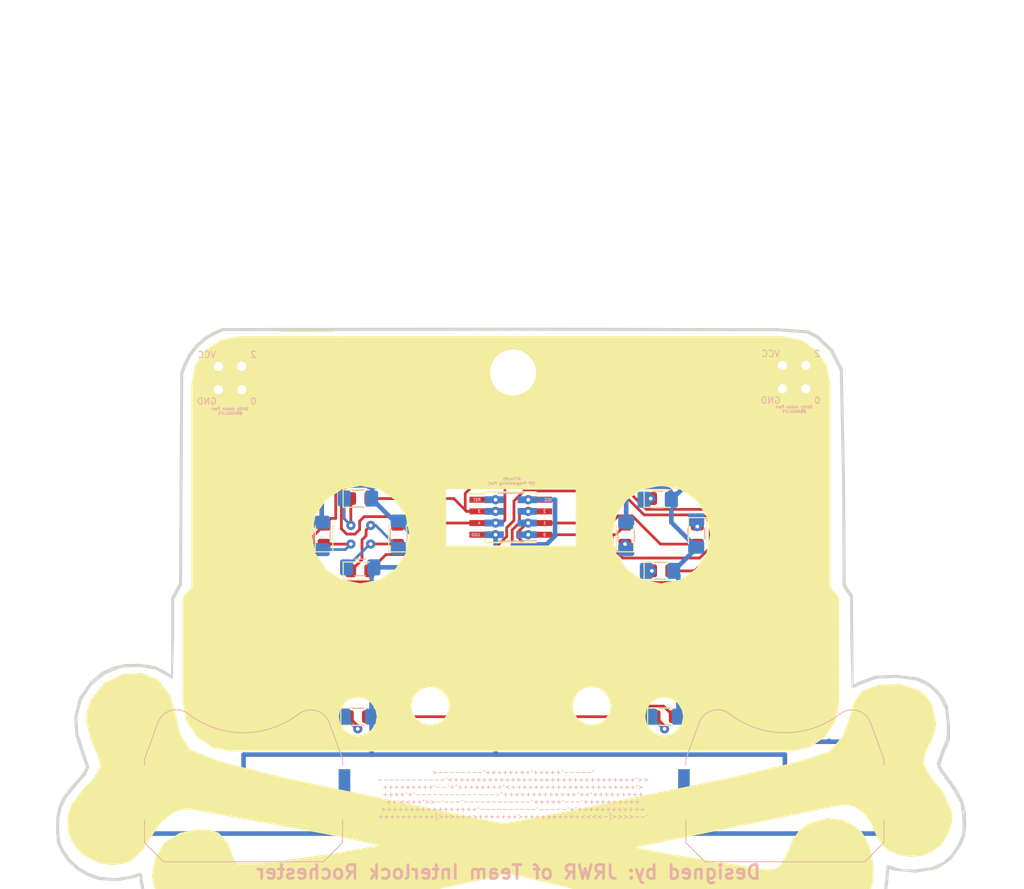
<source format=kicad_pcb>
(kicad_pcb (version 20171130) (host pcbnew "(5.0.0)")
  (layers (0 F.Cu signal) (31 B.Cu signal) (34 B.Paste user hide) (35 F.Paste user hide) (36 B.SilkS user) (37 F.SilkS user hide) (38 B.Mask user hide) (39 F.Mask user hide) (44 Edge.Cuts user hide))
  (net 0 "")
  (net 1 "Net-(D6-Pad1)")
  (net 2 "Net-(D9-Pad1)")
  (net 3 "Net-(D5-Pad1)")
  (net 4 "Net-(D2-Pad1)")
  (net 5 "Net-(D3-Pad1)")
  (net 6 "Net-(D4-Pad1)")
  (net 7 "Net-(D1-Pad1)")
  (net 8 "Net-(D8-Pad1)")
  (net 9 "Net-(D7-Pad1)")
  (net 10 "Net-(D10-Pad1)")
  (net 11 "Net-(JPROGHEADER1-Pad2)")
  (net 12 "Net-(D3-Pad2)")
  (net 13 "Net-(D2-Pad2)")
  (net 14 "Net-(BT-2032-1-Pad2)")
  (net 15 "Net-(D1-Pad2)")
  (net 16 "Net-(D4-Pad2)")
  (net 17 "Net-(D10-Pad2)")
  (net 18 "Net-(BT-2032-1-Pad1)")
  (module Package_SO:SOIJ-8_5.3x5.3mm_P1.27mm (layer F.Cu) (at 146.05 57.658)
    (fp_text reference U1 (at 0 -3.68) (layer F.SilkS))
    (fp_text value ATtiny85V-10SU)
    (pad 1 smd rect (at -3.65 -1.905) (size 1.7 0.65) (layers F.Cu F.Paste F.Mask) (net 11 "Net-(JPROGHEADER1-Pad2)"))
    (pad 2 smd rect (at -3.65 -0.635) (size 1.7 0.65) (layers F.Cu F.Paste F.Mask) (net 12 "Net-(D3-Pad2)"))
    (pad 3 smd rect (at -3.65 0.635) (size 1.7 0.65) (layers F.Cu F.Paste F.Mask) (net 16 "Net-(D4-Pad2)"))
    (pad 4 smd rect (at -3.65 1.905) (size 1.7 0.65) (layers F.Cu F.Paste F.Mask) (net 14 "Net-(BT-2032-1-Pad2)"))
    (pad 5 smd rect (at 3.65 1.905) (size 1.7 0.65) (layers F.Cu F.Paste F.Mask) (net 15 "Net-(D1-Pad2)"))
    (pad 6 smd rect (at 3.65 0.635) (size 1.7 0.65) (layers F.Cu F.Paste F.Mask) (net 17 "Net-(D10-Pad2)"))
    (pad 7 smd rect (at 3.65 -0.635) (size 1.7 0.65) (layers F.Cu F.Paste F.Mask) (net 13 "Net-(D2-Pad2)"))
    (pad 8 smd rect (at 3.65 -1.905) (size 1.7 0.65) (layers F.Cu F.Paste F.Mask) (net 18 "Net-(BT-2032-1-Pad1)"))
  )
  (module Battery:BatteryHolder_Keystone_3034_1x20mm (layer B.Cu) (at 175.895 87.63)
    (fp_text reference BT-2032-1 hide)
    (fp_text value Battery_Cell)
    (pad 2 smd rect (at 0 0) (size 3.96 3.96) (layers B.Cu B.Paste B.Mask) (net 14 "Net-(BT-2032-1-Pad2)"))
    (pad 1 smd rect (at 10.985 0) (size 1.27 5.08) (layers B.Cu B.Paste B.Mask) (net 18 "Net-(BT-2032-1-Pad1)"))
    (pad 1 smd rect (at -10.985 0) (size 1.27 5.08) (layers B.Cu B.Paste B.Mask) (net 18 "Net-(BT-2032-1-Pad1)"))
  )
  (module Battery:BatteryHolder_Keystone_3034_1x20mm (layer B.Cu) (at 116.967 87.63)
    (fp_text reference BT-2032-2 hide)
    (fp_text value Battery_Cell)
    (pad 1 smd rect (at -10.985 0) (size 1.27 5.08) (layers B.Cu B.Paste B.Mask) (net 18 "Net-(BT-2032-1-Pad1)"))
    (pad 1 smd rect (at 10.985 0) (size 1.27 5.08) (layers B.Cu B.Paste B.Mask) (net 18 "Net-(BT-2032-1-Pad1)"))
    (pad 2 smd rect (at 0 0) (size 3.96 3.96) (layers B.Cu B.Paste B.Mask) (net 14 "Net-(BT-2032-1-Pad2)"))
  )
  (module LED_SMD:LED_0805_2012Metric_Pad1.15x1.40mm_HandSolder (layer F.Cu) (at 162.433 63.5)
    (fp_text reference D8 hide)
    (fp_text value LED)
    (pad 2 smd roundrect (at 1.025 0) (size 1.15 1.4) (layers F.Cu F.Paste F.Mask) (roundrect_rratio 0.217391) (net 16 "Net-(D4-Pad2)"))
    (pad 1 smd roundrect (at -1.025 0) (size 1.15 1.4) (layers F.Cu F.Paste F.Mask) (roundrect_rratio 0.217391) (net 8 "Net-(D8-Pad1)"))
  )
  (module LED_SMD:LED_0805_2012Metric_Pad1.15x1.40mm_HandSolder (layer F.Cu) (at 125.73 59.563 90)
    (fp_text reference D1 hide)
    (fp_text value LED)
    (pad 1 smd roundrect (at -1.025 0 90) (size 1.15 1.4) (layers F.Cu F.Paste F.Mask) (roundrect_rratio 0.217391) (net 7 "Net-(D1-Pad1)"))
    (pad 2 smd roundrect (at 1.025 0 90) (size 1.15 1.4) (layers F.Cu F.Paste F.Mask) (roundrect_rratio 0.217391) (net 15 "Net-(D1-Pad2)"))
  )
  (module LED_SMD:LED_0805_2012Metric_Pad1.15x1.40mm_HandSolder (layer F.Cu) (at 129.667 55.626)
    (fp_text reference D3 hide)
    (fp_text value LED)
    (pad 2 smd roundrect (at 1.025 0) (size 1.15 1.4) (layers F.Cu F.Paste F.Mask) (roundrect_rratio 0.217391) (net 12 "Net-(D3-Pad2)"))
    (pad 1 smd roundrect (at -1.025 0) (size 1.15 1.4) (layers F.Cu F.Paste F.Mask) (roundrect_rratio 0.217391) (net 5 "Net-(D3-Pad1)"))
  )
  (module LED_SMD:LED_0805_2012Metric_Pad1.15x1.40mm_HandSolder (layer F.Cu) (at 129.667 63.5)
    (fp_text reference D4 hide)
    (fp_text value LED)
    (pad 1 smd roundrect (at -1.025 0) (size 1.15 1.4) (layers F.Cu F.Paste F.Mask) (roundrect_rratio 0.217391) (net 6 "Net-(D4-Pad1)"))
    (pad 2 smd roundrect (at 1.025 0) (size 1.15 1.4) (layers F.Cu F.Paste F.Mask) (roundrect_rratio 0.217391) (net 16 "Net-(D4-Pad2)"))
  )
  (module LED_SMD:LED_0805_2012Metric_Pad1.15x1.40mm_HandSolder (layer F.Cu) (at 133.731 59.572 90)
    (fp_text reference D5 hide)
    (fp_text value LED)
    (pad 2 smd roundrect (at 1.025 0 90) (size 1.15 1.4) (layers F.Cu F.Paste F.Mask) (roundrect_rratio 0.217391) (net 17 "Net-(D10-Pad2)"))
    (pad 1 smd roundrect (at -1.025 0 90) (size 1.15 1.4) (layers F.Cu F.Paste F.Mask) (roundrect_rratio 0.217391) (net 3 "Net-(D5-Pad1)"))
  )
  (module LED_SMD:LED_0805_2012Metric_Pad1.15x1.40mm_HandSolder (layer F.Cu) (at 158.496 59.563 90)
    (fp_text reference D6 hide)
    (fp_text value LED)
    (pad 1 smd roundrect (at -1.025 0 90) (size 1.15 1.4) (layers F.Cu F.Paste F.Mask) (roundrect_rratio 0.217391) (net 1 "Net-(D6-Pad1)"))
    (pad 2 smd roundrect (at 1.025 0 90) (size 1.15 1.4) (layers F.Cu F.Paste F.Mask) (roundrect_rratio 0.217391) (net 15 "Net-(D1-Pad2)"))
  )
  (module LED_SMD:LED_0805_2012Metric_Pad1.15x1.40mm_HandSolder (layer F.Cu) (at 162.433 55.626)
    (fp_text reference D7 hide)
    (fp_text value LED)
    (pad 2 smd roundrect (at 1.025 0) (size 1.15 1.4) (layers F.Cu F.Paste F.Mask) (roundrect_rratio 0.217391) (net 12 "Net-(D3-Pad2)"))
    (pad 1 smd roundrect (at -1.025 0) (size 1.15 1.4) (layers F.Cu F.Paste F.Mask) (roundrect_rratio 0.217391) (net 9 "Net-(D7-Pad1)"))
  )
  (module LED_SMD:LED_0805_2012Metric_Pad1.15x1.40mm_HandSolder (layer F.Cu) (at 166.37 59.563 270)
    (fp_text reference D10 hide)
    (fp_text value LED)
    (pad 1 smd roundrect (at -1.025 0 270) (size 1.15 1.4) (layers F.Cu F.Paste F.Mask) (roundrect_rratio 0.217391) (net 10 "Net-(D10-Pad1)"))
    (pad 2 smd roundrect (at 1.025 0 270) (size 1.15 1.4) (layers F.Cu F.Paste F.Mask) (roundrect_rratio 0.217) (net 17 "Net-(D10-Pad2)"))
  )
  (module LED_SMD:LED_0805_2012Metric_Pad1.15x1.40mm_HandSolder (layer F.Cu) (at 162.814 79.375)
    (fp_text reference D9 hide)
    (fp_text value LED)
    (pad 2 smd roundrect (at 1.025 0) (size 1.15 1.4) (layers F.Cu F.Paste F.Mask) (roundrect_rratio 0.217391) (net 13 "Net-(D2-Pad2)"))
    (pad 1 smd roundrect (at -1.025 0) (size 1.15 1.4) (layers F.Cu F.Paste F.Mask) (roundrect_rratio 0.217391) (net 2 "Net-(D9-Pad1)"))
  )
  (module LED_SMD:LED_0805_2012Metric_Pad1.15x1.40mm_HandSolder (layer F.Cu) (at 129.413 79.375)
    (fp_text reference D2 hide)
    (fp_text value LED)
    (pad 1 smd roundrect (at -1.025 0) (size 1.15 1.4) (layers F.Cu F.Paste F.Mask) (roundrect_rratio 0.217391) (net 4 "Net-(D2-Pad1)"))
    (pad 2 smd roundrect (at 1.025 0) (size 1.15 1.4) (layers F.Cu F.Paste F.Mask) (roundrect_rratio 0.217391) (net 13 "Net-(D2-Pad2)"))
  )
  (module Resistor_SMD:R_1206_3216Metric_Pad1.42x1.75mm_HandSolder (layer B.Cu) (at 166.243 59.436 270)
    (fp_text reference R56-Ohm10 hide)
    (fp_text value R_Small)
    (pad 2 smd roundrect (at 1.4875 0 270) (size 1.425 1.75) (layers B.Cu B.Paste B.Mask) (roundrect_rratio 0.175439) (net 14 "Net-(BT-2032-1-Pad2)"))
    (pad 1 smd roundrect (at -1.4875 0 270) (size 1.425 1.75) (layers B.Cu B.Paste B.Mask) (roundrect_rratio 0.175439) (net 10 "Net-(D10-Pad1)"))
  )
  (module Resistor_SMD:R_1206_3216Metric_Pad1.42x1.75mm_HandSolder (layer B.Cu) (at 162.052 55.753)
    (fp_text reference R56-Ohm8 hide)
    (fp_text value R_Small)
    (pad 1 smd roundrect (at -1.4875 0) (size 1.425 1.75) (layers B.Cu B.Paste B.Mask) (roundrect_rratio 0.175439) (net 9 "Net-(D7-Pad1)"))
    (pad 2 smd roundrect (at 1.4875 0) (size 1.425 1.75) (layers B.Cu B.Paste B.Mask) (roundrect_rratio 0.175439) (net 14 "Net-(BT-2032-1-Pad2)"))
  )
  (module Resistor_SMD:R_1206_3216Metric_Pad1.42x1.75mm_HandSolder (layer B.Cu) (at 162.306 63.5)
    (fp_text reference R56-Ohm9 hide)
    (fp_text value R_Small)
    (pad 2 smd roundrect (at 1.4875 0) (size 1.425 1.75) (layers B.Cu B.Paste B.Mask) (roundrect_rratio 0.175439) (net 14 "Net-(BT-2032-1-Pad2)"))
    (pad 1 smd roundrect (at -1.4875 0) (size 1.425 1.75) (layers B.Cu B.Paste B.Mask) (roundrect_rratio 0.175439) (net 8 "Net-(D8-Pad1)"))
  )
  (module Resistor_SMD:R_1206_3216Metric_Pad1.42x1.75mm_HandSolder (layer B.Cu) (at 125.476 59.69 90)
    (fp_text reference R56-Ohm1 hide)
    (fp_text value R_Small)
    (pad 1 smd roundrect (at -1.4875 0 90) (size 1.425 1.75) (layers B.Cu B.Paste B.Mask) (roundrect_rratio 0.175439) (net 7 "Net-(D1-Pad1)"))
    (pad 2 smd roundrect (at 1.4875 0 90) (size 1.425 1.75) (layers B.Cu B.Paste B.Mask) (roundrect_rratio 0.175439) (net 14 "Net-(BT-2032-1-Pad2)"))
  )
  (module Resistor_SMD:R_1206_3216Metric_Pad1.42x1.75mm_HandSolder (layer B.Cu) (at 133.858 59.563 90)
    (fp_text reference R56-Ohm2 hide)
    (fp_text value R_Small)
    (pad 2 smd roundrect (at 1.4875 0 90) (size 1.425 1.75) (layers B.Cu B.Paste B.Mask) (roundrect_rratio 0.175439) (net 14 "Net-(BT-2032-1-Pad2)"))
    (pad 1 smd roundrect (at -1.4875 0 90) (size 1.425 1.75) (layers B.Cu B.Paste B.Mask) (roundrect_rratio 0.175439) (net 6 "Net-(D4-Pad1)"))
  )
  (module Resistor_SMD:R_1206_3216Metric_Pad1.42x1.75mm_HandSolder (layer B.Cu) (at 129.413 55.626)
    (fp_text reference R56-Ohm3 hide)
    (fp_text value R_Small)
    (pad 1 smd roundrect (at -1.4875 0) (size 1.425 1.75) (layers B.Cu B.Paste B.Mask) (roundrect_rratio 0.175439) (net 5 "Net-(D3-Pad1)"))
    (pad 2 smd roundrect (at 1.4875 0) (size 1.425 1.75) (layers B.Cu B.Paste B.Mask) (roundrect_rratio 0.175439) (net 14 "Net-(BT-2032-1-Pad2)"))
  )
  (module Resistor_SMD:R_1206_3216Metric_Pad1.42x1.75mm_HandSolder (layer B.Cu) (at 129.413 79.375)
    (fp_text reference R56-Ohm4 hide)
    (fp_text value R_Small)
    (pad 2 smd roundrect (at 1.4875 0) (size 1.425 1.75) (layers B.Cu B.Paste B.Mask) (roundrect_rratio 0.175439) (net 14 "Net-(BT-2032-1-Pad2)"))
    (pad 1 smd roundrect (at -1.4875 0) (size 1.425 1.75) (layers B.Cu B.Paste B.Mask) (roundrect_rratio 0.175439) (net 4 "Net-(D2-Pad1)"))
  )
  (module Resistor_SMD:R_1206_3216Metric_Pad1.42x1.75mm_HandSolder (layer B.Cu) (at 129.667 63.119)
    (fp_text reference R56-Ohm5 hide)
    (fp_text value R_Small)
    (pad 1 smd roundrect (at -1.4875 0) (size 1.425 1.75) (layers B.Cu B.Paste B.Mask) (roundrect_rratio 0.175439) (net 3 "Net-(D5-Pad1)"))
    (pad 2 smd roundrect (at 1.4875 0) (size 1.425 1.75) (layers B.Cu B.Paste B.Mask) (roundrect_rratio 0.175439) (net 14 "Net-(BT-2032-1-Pad2)"))
  )
  (module Resistor_SMD:R_1206_3216Metric_Pad1.42x1.75mm_HandSolder (layer B.Cu) (at 162.814 79.375)
    (fp_text reference R56-Ohm6 hide)
    (fp_text value R_Small)
    (pad 2 smd roundrect (at 1.4875 0) (size 1.425 1.75) (layers B.Cu B.Paste B.Mask) (roundrect_rratio 0.175439) (net 14 "Net-(BT-2032-1-Pad2)"))
    (pad 1 smd roundrect (at -1.4875 0) (size 1.425 1.75) (layers B.Cu B.Paste B.Mask) (roundrect_rratio 0.175439) (net 2 "Net-(D9-Pad1)"))
  )
  (module Resistor_SMD:R_1206_3216Metric_Pad1.42x1.75mm_HandSolder (layer B.Cu) (at 158.623 59.69 90)
    (fp_text reference R56-Ohm7 hide)
    (fp_text value R_Small)
    (pad 1 smd roundrect (at -1.4875 0 90) (size 1.425 1.75) (layers B.Cu B.Paste B.Mask) (roundrect_rratio 0.175439) (net 1 "Net-(D6-Pad1)"))
    (pad 2 smd roundrect (at 1.4875 0 90) (size 1.425 1.75) (layers B.Cu B.Paste B.Mask) (roundrect_rratio 0.175439) (net 14 "Net-(BT-2032-1-Pad2)"))
  )
  (module Connector:Badgelife-Shitty-2x2 (layer F.Cu) (at 115.5 42.5)
    (fp_text reference J2)
    (fp_text value "#badgelife")
    (fp_text user VCC (at -2.54 -2.54) (layer B.SilkS) (effects (font (size 0.7 0.7) (thickness 0.1)) (justify mirror)))
    (fp_text user GND (at -2.54 2.54) (layer B.SilkS) (effects (font (size 0.7 0.7) (thickness 0.1)) (justify mirror)))
    (fp_text user 0 (at 2.54 2.54) (layer B.SilkS) (effects (font (size 0.7 0.7) (thickness 0.1)) (justify mirror)))
    (fp_text user 2 (at 2.54 -2.54) (layer B.SilkS) (effects (font (size 0.7 0.7) (thickness 0.1)) (justify mirror)))
    (pad 2 thru_hole oval (at -1.27 1.27) (size 1.7 1.7) (drill 1) (layers *.Cu *.Mask) (net 14 "Net-(BT-2032-1-Pad2)"))
    (pad 1 thru_hole oval (at -1.27 -1.27) (size 1.7 1.7) (drill 1) (layers *.Cu *.Mask) (net 18 "Net-(BT-2032-1-Pad1)"))
    (pad 3 thru_hole oval (at 1.27 1.27) (size 1.7 1.7) (drill 1) (layers *.Cu *.Mask) (net 15 "Net-(D1-Pad2)"))
    (pad 4 thru_hole circle (at 1.27 -1.27) (size 1.7 1.7) (drill 1) (layers *.Cu *.Mask) (net 17 "Net-(D10-Pad2)"))
  )
  (module Connector:Badgelife-Shitty-2x2 (layer F.Cu) (at 176.9 42.4)
    (fp_text reference J2)
    (fp_text value "#badgelife")
    (fp_text user VCC (at -2.54 -2.54) (layer B.SilkS) (effects (font (size 0.7 0.7) (thickness 0.1)) (justify mirror)))
    (fp_text user GND (at -2.54 2.54) (layer B.SilkS) (effects (font (size 0.7 0.7) (thickness 0.1)) (justify mirror)))
    (fp_text user 0 (at 2.54 2.54) (layer B.SilkS) (effects (font (size 0.7 0.7) (thickness 0.1)) (justify mirror)))
    (fp_text user 2 (at 2.54 -2.54) (layer B.SilkS) (effects (font (size 0.7 0.7) (thickness 0.1)) (justify mirror)))
    (pad 2 thru_hole oval (at -1.27 1.27) (size 1.7 1.7) (drill 1) (layers *.Cu *.Mask) (net 14 "Net-(BT-2032-1-Pad2)"))
    (pad 1 thru_hole oval (at -1.27 -1.27) (size 1.7 1.7) (drill 1) (layers *.Cu *.Mask) (net 18 "Net-(BT-2032-1-Pad1)"))
    (pad 3 thru_hole oval (at 1.27 1.27) (size 1.7 1.7) (drill 1) (layers *.Cu *.Mask) (net 15 "Net-(D1-Pad2)"))
    (pad 4 thru_hole circle (at 1.27 -1.27) (size 1.7 1.7) (drill 1) (layers *.Cu *.Mask) (net 17 "Net-(D10-Pad2)"))
  )
  (module TestPoint:TestPoint_Plated_Hole_D5.0mm (layer F.Cu) (at 146.304 41.91)
    (fp_text reference BLANKHOLE hide)
    (fp_text value TestPoint_Plated_Hole_D5.0mm)
    (pad 1 thru_hole circle (at 0 0) (size 6 6) (drill 5) (layers *.Cu *.Mask))
  )
  (module Connector_PinSocket_1.27mm:PinSocket_2x04_P1.27mm_Vertical_SMD (layer B.Cu) (at 146.05 57.658)
    (fp_text reference SMDPROGCONN hide)
    (fp_text value PinSocket_2x04_P1.27mm_Vertical_SMD)
    (pad 8 smd rect (at -1.8 -1.905) (size 2.1 0.75) (layers B.Cu B.Paste B.Mask))
    (pad 7 smd rect (at 1.8 -1.905) (size 2.1 0.75) (layers B.Cu B.Paste B.Mask))
    (pad 6 smd rect (at -1.8 -0.635) (size 2.1 0.75) (layers B.Cu B.Paste B.Mask))
    (pad 5 smd rect (at 1.8 -0.635) (size 2.1 0.75) (layers B.Cu B.Paste B.Mask))
    (pad 4 smd rect (at -1.8 0.635) (size 2.1 0.75) (layers B.Cu B.Paste B.Mask))
    (pad 3 smd rect (at 1.8 0.635) (size 2.1 0.75) (layers B.Cu B.Paste B.Mask))
    (pad 2 smd rect (at -1.8 1.905) (size 2.1 0.75) (layers B.Cu B.Paste B.Mask))
    (pad 1 smd rect (at 1.8 1.905) (size 2.1 0.75) (layers B.Cu B.Paste B.Mask))
  )
  (gr_text "++++++++++[>+>+++>+++++++>++++++++++<<<<-]>>>>--.\n+++++++++++++++++.----------.-----.+.++++++++++++\n++.<<++.>>-.---.------------.+++++.---.++++++++++\n++++.+.---------------.+++++++++++++.<<.+++++++++\n+++++++++.--.+.++++++++.<++++++++++++++++++++++.>\n------------.<++++++++++++++++++++++++++++++++.>>\n>--------.++++++++.+++++.-----." (at 146.3 87.9 180) (layer B.SilkS) (effects (font (size 0.5 0.5) (thickness 0.075)) (justify mirror)))
  (gr_text RST (at 142.367 55.753) (layer B.SilkS) (effects (font (size 0.3 0.3) (thickness 0.075)) (justify mirror)))
  (gr_text 3 (at 142.621 57.023) (layer B.SilkS) (effects (font (size 0.3 0.3) (thickness 0.075)) (justify mirror)))
  (gr_text "4\n" (at 142.621 58.293) (layer B.SilkS) (effects (font (size 0.3 0.3) (thickness 0.075)) (justify mirror)))
  (gr_text GND (at 142.24 59.563) (layer B.SilkS) (effects (font (size 0.3 0.3) (thickness 0.075)) (justify mirror)))
  (gr_text 0 (at 149.733 59.563) (layer B.SilkS) (effects (font (size 0.3 0.3) (thickness 0.075)) (justify mirror)))
  (gr_text 1 (at 149.733 58.293) (layer B.SilkS) (effects (font (size 0.3 0.3) (thickness 0.075)) (justify mirror)))
  (gr_text 2 (at 149.733 57.023) (layer B.SilkS) (effects (font (size 0.3 0.3) (thickness 0.075)) (justify mirror)))
  (gr_text VCC (at 150.114 55.753) (layer B.SilkS) (effects (font (size 0.3 0.3) (thickness 0.075)) (justify mirror)))
  (gr_text "ATTiny85\nISP Programming Port" (at 146.177 53.721) (layer B.SilkS) (effects (font (size 0.3 0.3) (thickness 0.075)) (justify mirror)))
  (gr_text "Shitty Addon Port\n#BADGELIFE" (at 176.9 45.9) (layer B.SilkS) (effects (font (size 0.3 0.3) (thickness 0.075)) (justify mirror)))
  (gr_text "Shitty Addon Port\n#BADGELIFE" (at 115.5 46.1) (layer B.SilkS) (effects (font (size 0.3 0.3) (thickness 0.075)) (justify mirror)))
  (gr_text "Designed by: JRWR of Team Interlock Rochester" (at 145.8 96.3) (layer B.SilkS) (effects (font (size 1.5 1.5) (thickness 0.3)) (justify mirror)))
  (gr_line (start 126.7 37.4) (end 126.7 37.3) (layer F.SilkS) (width 0.2))
  (gr_line (start 121 37.4) (end 126.7 37.4) (layer F.SilkS) (width 0.2))
  (gr_poly (pts (xy 132.5 93.4) (xy 145.3 91.1) (xy 158.8 93.6) (xy 145.9 96.4) (xy 132.6 93.4)) (layer F.SilkS) (width 0.15))
  (gr_line (start 166.401881 92.125267) (end 166.401881 86.847915) (layer F.SilkS) (width 0.2))
  (gr_line (start 168.901872 86.336162) (end 168.901872 91.61083) (layer F.SilkS) (width 0.2))
  (gr_line (start 168.701877 86.377107) (end 168.701877 91.651988) (layer F.SilkS) (width 0.2))
  (gr_line (start 166.601876 92.084109) (end 166.601876 86.806971) (layer F.SilkS) (width 0.2))
  (gr_line (start 167.801881 91.837183) (end 167.801881 86.561339) (layer F.SilkS) (width 0.2))
  (gr_line (start 169.101878 86.29523) (end 169.101878 91.569684) (layer F.SilkS) (width 0.2))
  (gr_line (start 168.10188 86.499928) (end 168.10188 91.775451) (layer F.SilkS) (width 0.2))
  (gr_line (start 167.901873 86.540861) (end 167.901873 91.816598) (layer F.SilkS) (width 0.2))
  (gr_line (start 166.701879 86.786504) (end 166.701879 92.063536) (layer F.SilkS) (width 0.2))
  (gr_line (start 169.90187 86.131475) (end 169.90187 91.405062) (layer F.SilkS) (width 0.2))
  (gr_line (start 167.001877 92.001804) (end 167.001877 86.725093) (layer F.SilkS) (width 0.2))
  (gr_line (start 169.801879 91.425635) (end 169.801879 86.151942) (layer F.SilkS) (width 0.2))
  (gr_line (start 166.301877 86.868381) (end 166.301877 92.145841) (layer F.SilkS) (width 0.2))
  (gr_line (start 166.001879 92.207572) (end 166.001879 86.929792) (layer F.SilkS) (width 0.2))
  (gr_line (start 169.50188 86.213352) (end 169.50188 91.487367) (layer F.SilkS) (width 0.2))
  (gr_line (start 164.901876 87.154957) (end 164.901876 92.433925) (layer F.SilkS) (width 0.2))
  (gr_line (start 169.301873 86.254285) (end 169.301873 91.528513) (layer F.SilkS) (width 0.2))
  (gr_line (start 169.001875 91.590257) (end 169.001875 86.315696) (layer F.SilkS) (width 0.2))
  (gr_line (start 168.80188 91.631403) (end 168.80188 86.356628) (layer F.SilkS) (width 0.2))
  (gr_line (start 168.601873 91.672562) (end 168.601873 86.397573) (layer F.SilkS) (width 0.2))
  (gr_line (start 168.501882 86.418051) (end 168.501882 91.693147) (layer F.SilkS) (width 0.2))
  (gr_line (start 166.501872 86.827437) (end 166.501872 92.104682) (layer F.SilkS) (width 0.2))
  (gr_line (start 165.301878 87.07308) (end 165.301878 92.35162) (layer F.SilkS) (width 0.2))
  (gr_line (start 168.401878 91.71372) (end 168.401878 86.438518) (layer F.SilkS) (width 0.2))
  (gr_line (start 168.301875 86.458984) (end 168.301875 91.734293) (layer F.SilkS) (width 0.2))
  (gr_line (start 167.701878 86.581805) (end 167.701878 91.857756) (layer F.SilkS) (width 0.2))
  (gr_line (start 167.101881 86.704627) (end 167.101881 91.981231) (layer F.SilkS) (width 0.2))
  (gr_line (start 167.501871 86.62275) (end 167.501871 91.898926) (layer F.SilkS) (width 0.2))
  (gr_line (start 165.00188 92.413352) (end 165.00188 87.134491) (layer F.SilkS) (width 0.2))
  (gr_line (start 165.801872 92.248731) (end 165.801872 86.970725) (layer F.SilkS) (width 0.2))
  (gr_line (start 166.201874 92.166426) (end 166.201874 86.88886) (layer F.SilkS) (width 0.2))
  (gr_line (start 165.201875 92.372194) (end 165.201875 87.093547) (layer F.SilkS) (width 0.2))
  (gr_line (start 165.401882 92.331035) (end 165.401882 87.052602) (layer F.SilkS) (width 0.2))
  (gr_line (start 168.001876 91.796025) (end 168.001876 86.520395) (layer F.SilkS) (width 0.2))
  (gr_line (start 167.601874 91.878341) (end 167.601874 86.602284) (layer F.SilkS) (width 0.2))
  (gr_line (start 167.401879 91.919488) (end 167.401879 86.643204) (layer F.SilkS) (width 0.2))
  (gr_line (start 167.301876 86.663683) (end 167.301876 91.940073) (layer F.SilkS) (width 0.2))
  (gr_line (start 165.501873 87.032136) (end 165.501873 92.310462) (layer F.SilkS) (width 0.2))
  (gr_line (start 166.10187 86.909326) (end 166.10187 92.186999) (layer F.SilkS) (width 0.2))
  (gr_line (start 167.201872 91.960646) (end 167.201872 86.684149) (layer F.SilkS) (width 0.2))
  (gr_line (start 166.801871 92.042963) (end 166.801871 86.766038) (layer F.SilkS) (width 0.2))
  (gr_line (start 164.801873 92.45451) (end 164.801873 87.175436) (layer F.SilkS) (width 0.2))
  (gr_line (start 166.901874 86.74556) (end 166.901874 92.022378) (layer F.SilkS) (width 0.2))
  (gr_line (start 165.70188 86.991203) (end 165.70188 92.269316) (layer F.SilkS) (width 0.2))
  (gr_line (start 169.701875 86.172408) (end 169.701875 91.446209) (layer F.SilkS) (width 0.2))
  (gr_line (start 165.901875 86.950259) (end 165.901875 92.228145) (layer F.SilkS) (width 0.2))
  (gr_line (start 168.201871 91.754878) (end 168.201871 86.479462) (layer F.SilkS) (width 0.2))
  (gr_line (start 169.601872 91.466794) (end 169.601872 86.192886) (layer F.SilkS) (width 0.2))
  (gr_line (start 165.601877 92.289889) (end 165.601877 87.011669) (layer F.SilkS) (width 0.2))
  (gr_line (start 165.101871 87.114025) (end 165.101871 92.392779) (layer F.SilkS) (width 0.2))
  (gr_line (start 169.401877 91.50794) (end 169.401877 86.233819) (layer F.SilkS) (width 0.2))
  (gr_line (start 169.201882 91.549098) (end 169.201882 86.274763) (layer F.SilkS) (width 0.2))
  (gr_line (start 163.201877 92.783741) (end 163.201877 87.502944) (layer F.SilkS) (width 0.2))
  (gr_line (start 162.901879 87.564355) (end 162.901879 92.845473) (layer F.SilkS) (width 0.2))
  (gr_line (start 162.001872 93.030667) (end 162.001872 87.748576) (layer F.SilkS) (width 0.2))
  (gr_line (start 161.801877 93.071826) (end 161.801877 87.78952) (layer F.SilkS) (width 0.2))
  (gr_line (start 161.001873 93.236447) (end 161.001873 87.953286) (layer F.SilkS) (width 0.2))
  (gr_line (start 158.701877 99.408735) (end 158.701877 93.709738) (layer F.SilkS) (width 0.2))
  (gr_line (start 159.101879 88.342206) (end 159.101879 93.627422) (layer F.SilkS) (width 0.2))
  (gr_line (start 158.80188 99.432408) (end 158.80188 93.689153) (layer F.SilkS) (width 0.2))
  (gr_line (start 161.101876 87.932808) (end 161.101876 93.215862) (layer F.SilkS) (width 0.2))
  (gr_line (start 160.001874 93.442227) (end 160.001874 88.157985) (layer F.SilkS) (width 0.2))
  (gr_line (start 160.201881 93.401069) (end 160.201881 88.117041) (layer F.SilkS) (width 0.2))
  (gr_line (start 159.601872 93.524532) (end 159.601872 88.239862) (layer F.SilkS) (width 0.2))
  (gr_line (start 160.701874 88.014685) (end 160.701874 93.298179) (layer F.SilkS) (width 0.2))
  (gr_line (start 164.501875 87.236835) (end 164.501875 92.51623) (layer F.SilkS) (width 0.2))
  (gr_line (start 158.901872 88.38315) (end 158.901872 93.593604) (layer F.SilkS) (width 0.2))
  (gr_line (start 164.401871 92.536815) (end 164.401871 87.257313) (layer F.SilkS) (width 0.2))
  (gr_line (start 164.201876 92.577973) (end 164.201876 87.298257) (layer F.SilkS) (width 0.2))
  (gr_line (start 163.601879 92.701436) (end 163.601879 87.421067) (layer F.SilkS) (width 0.2))
  (gr_line (start 159.301874 88.301273) (end 159.301874 93.586263) (layer F.SilkS) (width 0.2))
  (gr_line (start 163.501876 87.441533) (end 163.501876 92.72201) (layer F.SilkS) (width 0.2))
  (gr_line (start 163.401872 92.742595) (end 163.401872 87.462012) (layer F.SilkS) (width 0.2))
  (gr_line (start 163.101874 87.523411) (end 163.101874 92.804314) (layer F.SilkS) (width 0.2))
  (gr_line (start 162.101875 87.728109) (end 162.101875 93.010094) (layer F.SilkS) (width 0.2))
  (gr_line (start 159.701876 88.219384) (end 159.701876 93.503947) (layer F.SilkS) (width 0.2))
  (gr_line (start 162.401874 92.948363) (end 162.401874 87.666699) (layer F.SilkS) (width 0.2))
  (gr_line (start 161.401875 93.154142) (end 161.401875 87.871409) (layer F.SilkS) (width 0.2))
  (gr_line (start 160.501879 88.05563) (end 160.501879 93.339337) (layer F.SilkS) (width 0.2))
  (gr_line (start 159.901871 88.178451) (end 159.901871 93.4628) (layer F.SilkS) (width 0.2))
  (gr_line (start 158.80188 88.403617) (end 158.80188 93.574991) (layer F.SilkS) (width 0.2))
  (gr_line (start 162.60188 92.907204) (end 162.60188 87.625766) (layer F.SilkS) (width 0.2))
  (gr_line (start 160.101878 88.137507) (end 160.101878 93.421642) (layer F.SilkS) (width 0.2))
  (gr_line (start 162.30187 87.687177) (end 162.30187 92.968948) (layer F.SilkS) (width 0.2))
  (gr_line (start 160.801878 93.277605) (end 160.801878 87.994219) (layer F.SilkS) (width 0.2))
  (gr_line (start 161.90188 87.769054) (end 161.90188 93.051252) (layer F.SilkS) (width 0.2))
  (gr_line (start 161.501878 87.850931) (end 161.501878 93.133557) (layer F.SilkS) (width 0.2))
  (gr_line (start 159.501881 88.260329) (end 159.501881 93.545105) (layer F.SilkS) (width 0.2))
  (gr_line (start 159.001875 99.479779) (end 159.001875 93.647995) (layer F.SilkS) (width 0.2))
  (gr_line (start 161.301871 87.891876) (end 161.301871 93.174716) (layer F.SilkS) (width 0.2))
  (gr_line (start 159.20187 93.606836) (end 159.20187 88.321739) (layer F.SilkS) (width 0.2))
  (gr_line (start 159.001875 88.362672) (end 159.001875 93.612205) (layer F.SilkS) (width 0.2))
  (gr_line (start 158.901872 99.456093) (end 158.901872 93.668568) (layer F.SilkS) (width 0.2))
  (gr_line (start 160.401876 93.35991) (end 160.401876 88.076096) (layer F.SilkS) (width 0.2))
  (gr_line (start 164.30188 87.277779) (end 164.30188 92.557388) (layer F.SilkS) (width 0.2))
  (gr_line (start 160.601871 93.318752) (end 160.601871 88.035152) (layer F.SilkS) (width 0.2))
  (gr_line (start 163.801874 92.660278) (end 163.801874 87.380123) (layer F.SilkS) (width 0.2))
  (gr_line (start 161.601882 93.112984) (end 161.601882 87.830465) (layer F.SilkS) (width 0.2))
  (gr_line (start 162.701872 87.6053) (end 162.701872 92.886631) (layer F.SilkS) (width 0.2))
  (gr_line (start 163.00187 92.8249) (end 163.00187 87.543889) (layer F.SilkS) (width 0.2))
  (gr_line (start 160.901881 87.973753) (end 160.901881 93.25702) (layer F.SilkS) (width 0.2))
  (gr_line (start 164.101873 87.318724) (end 164.101873 92.598558) (layer F.SilkS) (width 0.2))
  (gr_line (start 163.901878 87.359656) (end 163.901878 92.639705) (layer F.SilkS) (width 0.2))
  (gr_line (start 162.501877 87.646232) (end 162.501877 92.927789) (layer F.SilkS) (width 0.2))
  (gr_line (start 162.801875 92.866058) (end 162.801875 87.584833) (layer F.SilkS) (width 0.2))
  (gr_line (start 163.701871 87.400601) (end 163.701871 92.680863) (layer F.SilkS) (width 0.2))
  (gr_line (start 159.401877 93.56569) (end 159.401877 88.280807) (layer F.SilkS) (width 0.2))
  (gr_line (start 164.701881 87.195902) (end 164.701881 92.475083) (layer F.SilkS) (width 0.2))
  (gr_line (start 159.801879 93.483373) (end 159.801879 88.198918) (layer F.SilkS) (width 0.2))
  (gr_line (start 160.301873 88.096574) (end 160.301873 93.380495) (layer F.SilkS) (width 0.2))
  (gr_line (start 161.20188 93.195289) (end 161.20188 87.912342) (layer F.SilkS) (width 0.2))
  (gr_line (start 164.601878 92.495657) (end 164.601878 87.216368) (layer F.SilkS) (width 0.2))
  (gr_line (start 162.201879 92.989521) (end 162.201879 87.707643) (layer F.SilkS) (width 0.2))
  (gr_line (start 161.701873 87.809998) (end 161.701873 93.092411) (layer F.SilkS) (width 0.2))
  (gr_line (start 164.001881 92.61912) (end 164.001881 87.339178) (layer F.SilkS) (width 0.2))
  (gr_line (start 163.301881 87.482478) (end 163.301881 92.763168) (layer F.SilkS) (width 0.2))
  (gr_line (start 157.701878 88.628782) (end 157.701878 93.370244) (layer F.SilkS) (width 0.2))
  (gr_line (start 157.40188 88.690193) (end 157.40188 93.314404) (layer F.SilkS) (width 0.2))
  (gr_line (start 156.601876 98.911402) (end 156.601876 94.141847) (layer F.SilkS) (width 0.2))
  (gr_line (start 155.701881 89.038179) (end 155.701881 92.99799) (layer F.SilkS) (width 0.2))
  (gr_line (start 155.501874 98.650899) (end 155.501874 94.3682) (layer F.SilkS) (width 0.2))
  (gr_line (start 158.50187 99.361364) (end 158.50187 93.750885) (layer F.SilkS) (width 0.2))
  (gr_line (start 158.50187 88.465027) (end 158.50187 93.519151) (layer F.SilkS) (width 0.2))
  (gr_line (start 158.10188 88.546905) (end 158.10188 93.444698) (layer F.SilkS) (width 0.2))
  (gr_line (start 157.101881 88.751603) (end 157.101881 93.258576) (layer F.SilkS) (width 0.2))
  (gr_line (start 158.401878 88.485494) (end 158.401878 93.500537) (layer F.SilkS) (width 0.2))
  (gr_line (start 157.601875 99.148232) (end 157.601875 93.936079) (layer F.SilkS) (width 0.2))
  (gr_line (start 156.101871 88.956302) (end 156.101871 93.072443) (layer F.SilkS) (width 0.2))
  (gr_line (start 158.301875 99.314005) (end 158.301875 93.792043) (layer F.SilkS) (width 0.2))
  (gr_line (start 157.301876 99.077176) (end 157.301876 93.997811) (layer F.SilkS) (width 0.2))
  (gr_line (start 156.001879 88.976769) (end 156.001879 93.05383) (layer F.SilkS) (width 0.2))
  (gr_line (start 157.501871 88.669726) (end 157.501871 93.33303) (layer F.SilkS) (width 0.2))
  (gr_line (start 158.001877 88.567371) (end 158.001877 93.426084) (layer F.SilkS) (width 0.2))
  (gr_line (start 158.301875 88.50596) (end 158.301875 93.481924) (layer F.SilkS) (width 0.2))
  (gr_line (start 157.001878 99.006131) (end 157.001878 94.059542) (layer F.SilkS) (width 0.2))
  (gr_line (start 158.201872 99.29032) (end 158.201872 93.812616) (layer F.SilkS) (width 0.2))
  (gr_line (start 158.10188 99.266634) (end 158.10188 93.833189) (layer F.SilkS) (width 0.2))
  (gr_line (start 158.001877 99.242949) (end 158.001877 93.853763) (layer F.SilkS) (width 0.2))
  (gr_line (start 156.901874 88.792548) (end 156.901874 93.22135) (layer F.SilkS) (width 0.2))
  (gr_line (start 157.801882 99.19559) (end 157.801882 93.894921) (layer F.SilkS) (width 0.2))
  (gr_line (start 157.701878 99.171905) (end 157.701878 93.915494) (layer F.SilkS) (width 0.2))
  (gr_line (start 156.301877 98.840358) (end 156.301877 94.203579) (layer F.SilkS) (width 0.2))
  (gr_line (start 157.201873 99.053502) (end 157.201873 94.018396) (layer F.SilkS) (width 0.2))
  (gr_line (start 157.201873 88.731137) (end 157.201873 93.27719) (layer F.SilkS) (width 0.2))
  (gr_line (start 156.301877 88.915358) (end 156.301877 93.109658) (layer F.SilkS) (width 0.2))
  (gr_line (start 155.801872 89.017713) (end 155.801872 93.016603) (layer F.SilkS) (width 0.2))
  (gr_line (start 157.101881 99.029817) (end 157.101881 94.038969) (layer F.SilkS) (width 0.2))
  (gr_line (start 155.701881 98.698269) (end 155.701881 94.327054) (layer F.SilkS) (width 0.2))
  (gr_line (start 155.801872 98.721943) (end 155.801872 94.306469) (layer F.SilkS) (width 0.2))
  (gr_line (start 157.901873 99.219276) (end 157.901873 93.874348) (layer F.SilkS) (width 0.2))
  (gr_line (start 157.901873 88.587849) (end 157.901873 93.407483) (layer F.SilkS) (width 0.2))
  (gr_line (start 157.801882 88.608315) (end 157.801882 93.388858) (layer F.SilkS) (width 0.2))
  (gr_line (start 157.501871 99.124546) (end 157.501871 93.956664) (layer F.SilkS) (width 0.2))
  (gr_line (start 156.801871 88.813014) (end 156.801871 93.202737) (layer F.SilkS) (width 0.2))
  (gr_line (start 156.501872 88.874425) (end 156.501872 93.146897) (layer F.SilkS) (width 0.2))
  (gr_line (start 156.101871 98.792999) (end 156.101871 94.244749) (layer F.SilkS) (width 0.2))
  (gr_line (start 157.40188 99.100861) (end 157.40188 93.977238) (layer F.SilkS) (width 0.2))
  (gr_line (start 156.701879 98.935087) (end 156.701879 94.121274) (layer F.SilkS) (width 0.2))
  (gr_line (start 157.301876 88.710659) (end 157.301876 93.295791) (layer F.SilkS) (width 0.2))
  (gr_line (start 155.601877 89.058646) (end 155.601877 92.979377) (layer F.SilkS) (width 0.2))
  (gr_line (start 156.701879 88.833481) (end 156.701879 93.184123) (layer F.SilkS) (width 0.2))
  (gr_line (start 156.201874 88.935836) (end 156.201874 93.091057) (layer F.SilkS) (width 0.2))
  (gr_line (start 157.001878 88.77207) (end 157.001878 93.239951) (layer F.SilkS) (width 0.2))
  (gr_line (start 156.401881 98.864043) (end 156.401881 94.183005) (layer F.SilkS) (width 0.2))
  (gr_line (start 156.901874 98.982446) (end 156.901874 94.080116) (layer F.SilkS) (width 0.2))
  (gr_line (start 156.601876 88.853947) (end 156.601876 93.165498) (layer F.SilkS) (width 0.2))
  (gr_line (start 156.401881 88.894891) (end 156.401881 93.128283) (layer F.SilkS) (width 0.2))
  (gr_line (start 155.601877 98.674584) (end 155.601877 94.347627) (layer F.SilkS) (width 0.2))
  (gr_line (start 156.001879 98.769314) (end 156.001879 94.265322) (layer F.SilkS) (width 0.2))
  (gr_line (start 155.901876 98.745628) (end 155.901876 94.285895) (layer F.SilkS) (width 0.2))
  (gr_line (start 156.801871 98.958773) (end 156.801871 94.100701) (layer F.SilkS) (width 0.2))
  (gr_line (start 156.501872 98.887728) (end 156.501872 94.162432) (layer F.SilkS) (width 0.2))
  (gr_line (start 157.601875 88.64926) (end 157.601875 93.351643) (layer F.SilkS) (width 0.2))
  (gr_line (start 155.901876 88.997235) (end 155.901876 93.035205) (layer F.SilkS) (width 0.2))
  (gr_line (start 158.701877 88.424083) (end 158.701877 93.556377) (layer F.SilkS) (width 0.2))
  (gr_line (start 158.601873 99.385049) (end 158.601873 93.730311) (layer F.SilkS) (width 0.2))
  (gr_line (start 158.601873 88.444561) (end 158.601873 93.537764) (layer F.SilkS) (width 0.2))
  (gr_line (start 156.201874 98.816672) (end 156.201874 94.224164) (layer F.SilkS) (width 0.2))
  (gr_line (start 158.401878 99.337679) (end 158.401878 93.771458) (layer F.SilkS) (width 0.2))
  (gr_line (start 158.201872 88.526438) (end 158.201872 93.463311) (layer F.SilkS) (width 0.2))
  (gr_line (start 153.001871 98.058849) (end 153.001871 94.883386) (layer F.SilkS) (width 0.2))
  (gr_line (start 154.30188 89.324755) (end 154.30188 92.737404) (layer F.SilkS) (width 0.2))
  (gr_line (start 154.201876 98.343037) (end 154.201876 94.635711) (layer F.SilkS) (width 0.2))
  (gr_line (start 154.001881 98.295666) (end 154.001881 94.676858) (layer F.SilkS) (width 0.2))
  (gr_line (start 153.001871 89.590865) (end 153.001871 92.495443) (layer F.SilkS) (width 0.2))
  (gr_line (start 153.801875 98.248307) (end 153.801875 94.718016) (layer F.SilkS) (width 0.2))
  (gr_line (start 153.701871 98.224622) (end 153.701871 94.738601) (layer F.SilkS) (width 0.2))
  (gr_line (start 153.60188 89.468043) (end 153.60188 92.607111) (layer F.SilkS) (width 0.2))
  (gr_line (start 153.101874 98.082534) (end 153.101874 94.862076) (layer F.SilkS) (width 0.2))
  (gr_line (start 152.401874 89.713687) (end 152.401874 92.383763) (layer F.SilkS) (width 0.2))
  (gr_line (start 152.501877 89.693208) (end 152.501877 92.402376) (layer F.SilkS) (width 0.2))
  (gr_line (start 153.101874 89.570399) (end 153.101874 92.514056) (layer F.SilkS) (width 0.2))
  (gr_line (start 152.401874 97.91676) (end 152.401874 95.011291) (layer F.SilkS) (width 0.2))
  (gr_line (start 152.701872 97.987804) (end 152.701872 94.947339) (layer F.SilkS) (width 0.2))
  (gr_line (start 152.801876 98.01149) (end 152.801876 94.926029) (layer F.SilkS) (width 0.2))
  (gr_line (start 153.501876 89.48851) (end 153.501876 92.588498) (layer F.SilkS) (width 0.2))
  (gr_line (start 153.501876 98.177263) (end 153.501876 94.77976) (layer F.SilkS) (width 0.2))
  (gr_line (start 153.701871 89.447577) (end 153.701871 92.625736) (layer F.SilkS) (width 0.2))
  (gr_line (start 153.301881 98.129893) (end 153.301881 94.820906) (layer F.SilkS) (width 0.2))
  (gr_line (start 155.501874 89.079124) (end 155.501874 92.960764) (layer F.SilkS) (width 0.2))
  (gr_line (start 153.60188 98.200937) (end 153.60188 94.759174) (layer F.SilkS) (width 0.2))
  (gr_line (start 152.901879 89.611331) (end 152.901879 92.47683) (layer F.SilkS) (width 0.2))
  (gr_line (start 155.40187 98.627225) (end 155.40187 94.388785) (layer F.SilkS) (width 0.2))
  (gr_line (start 155.40187 89.09959) (end 155.40187 92.94215) (layer F.SilkS) (width 0.2))
  (gr_line (start 154.101873 89.3657) (end 154.101873 92.700189) (layer F.SilkS) (width 0.2))
  (gr_line (start 153.201878 98.106219) (end 153.201878 94.841491) (layer F.SilkS) (width 0.2))
  (gr_line (start 155.301879 89.120057) (end 155.301879 92.923537) (layer F.SilkS) (width 0.2))
  (gr_line (start 155.301879 98.60354) (end 155.301879 94.409358) (layer F.SilkS) (width 0.2))
  (gr_line (start 155.201875 98.579855) (end 155.201875 94.429932) (layer F.SilkS) (width 0.2))
  (gr_line (start 153.901878 89.406632) (end 153.901878 92.662951) (layer F.SilkS) (width 0.2))
  (gr_line (start 152.601881 97.964119) (end 152.601881 94.96866) (layer F.SilkS) (width 0.2))
  (gr_line (start 155.00188 98.532496) (end 155.00188 94.471102) (layer F.SilkS) (width 0.2))
  (gr_line (start 152.901879 98.035163) (end 152.901879 94.904696) (layer F.SilkS) (width 0.2))
  (gr_line (start 154.601878 89.263344) (end 154.601878 92.793244) (layer F.SilkS) (width 0.2))
  (gr_line (start 155.201875 89.140535) (end 155.201875 92.904936) (layer F.SilkS) (width 0.2))
  (gr_line (start 154.101873 98.319352) (end 154.101873 94.656285) (layer F.SilkS) (width 0.2))
  (gr_line (start 152.801876 89.631809) (end 152.801876 92.458216) (layer F.SilkS) (width 0.2))
  (gr_line (start 155.101872 89.161001) (end 155.101872 92.88631) (layer F.SilkS) (width 0.2))
  (gr_line (start 152.601881 89.672742) (end 152.601881 92.42099) (layer F.SilkS) (width 0.2))
  (gr_line (start 153.401873 98.153578) (end 153.401873 94.800333) (layer F.SilkS) (width 0.2))
  (gr_line (start 154.801873 89.222412) (end 154.801873 92.830482) (layer F.SilkS) (width 0.2))
  (gr_line (start 154.70187 98.46144) (end 154.70187 94.532821) (layer F.SilkS) (width 0.2))
  (gr_line (start 154.30188 98.366722) (end 154.30188 94.615138) (layer F.SilkS) (width 0.2))
  (gr_line (start 154.401871 89.304289) (end 154.401871 92.756029) (layer F.SilkS) (width 0.2))
  (gr_line (start 153.901878 98.271993) (end 153.901878 94.697443) (layer F.SilkS) (width 0.2))
  (gr_line (start 152.701872 89.652276) (end 152.701872 92.439603) (layer F.SilkS) (width 0.2))
  (gr_line (start 154.001881 89.386166) (end 154.001881 92.681576) (layer F.SilkS) (width 0.2))
  (gr_line (start 155.101872 98.556169) (end 155.101872 94.450505) (layer F.SilkS) (width 0.2))
  (gr_line (start 155.00188 89.181467) (end 155.00188 92.867697) (layer F.SilkS) (width 0.2))
  (gr_line (start 154.501875 89.283823) (end 154.501875 92.774642) (layer F.SilkS) (width 0.2))
  (gr_line (start 153.301881 89.529454) (end 153.301881 92.551283) (layer F.SilkS) (width 0.2))
  (gr_line (start 154.901877 98.508811) (end 154.901877 94.491675) (layer F.SilkS) (width 0.2))
  (gr_line (start 154.901877 89.201934) (end 154.901877 92.849084) (layer F.SilkS) (width 0.2))
  (gr_line (start 154.801873 98.485125) (end 154.801873 94.512248) (layer F.SilkS) (width 0.2))
  (gr_line (start 154.70187 89.242878) (end 154.70187 92.811857) (layer F.SilkS) (width 0.2))
  (gr_line (start 154.601878 98.437766) (end 154.601878 94.553407) (layer F.SilkS) (width 0.2))
  (gr_line (start 154.201876 89.345222) (end 154.201876 92.718791) (layer F.SilkS) (width 0.2))
  (gr_line (start 153.801875 89.427111) (end 153.801875 92.644349) (layer F.SilkS) (width 0.2))
  (gr_line (start 153.401873 89.508988) (end 153.401873 92.569896) (layer F.SilkS) (width 0.2))
  (gr_line (start 152.30187 97.893075) (end 152.30187 95.032613) (layer F.SilkS) (width 0.2))
  (gr_line (start 152.501877 97.940434) (end 152.501877 94.98997) (layer F.SilkS) (width 0.2))
  (gr_line (start 154.501875 98.414081) (end 154.501875 94.57398) (layer F.SilkS) (width 0.2))
  (gr_line (start 154.401871 98.390396) (end 154.401871 94.594553) (layer F.SilkS) (width 0.2))
  (gr_line (start 153.201878 89.54992) (end 153.201878 92.532658) (layer F.SilkS) (width 0.2))
  (gr_line (start 150.401876 90.123084) (end 150.401876 92.011509) (layer F.SilkS) (width 0.2))
  (gr_line (start 149.901871 97.32471) (end 149.901871 95.544223) (layer F.SilkS) (width 0.2))
  (gr_line (start 149.101879 97.135251) (end 149.101879 95.71476) (layer F.SilkS) (width 0.2))
  (gr_line (start 150.801878 90.041195) (end 150.801878 92.08595) (layer F.SilkS) (width 0.2))
  (gr_line (start 151.801877 97.77466) (end 151.801877 95.139185) (layer F.SilkS) (width 0.2))
  (gr_line (start 151.401875 97.679931) (end 151.401875 95.224459) (layer F.SilkS) (width 0.2))
  (gr_line (start 150.201881 97.395754) (end 150.201881 95.480271) (layer F.SilkS) (width 0.2))
  (gr_line (start 151.001873 90.000263) (end 151.001873 92.123189) (layer F.SilkS) (width 0.2))
  (gr_line (start 150.101878 97.372069) (end 150.101878 95.501592) (layer F.SilkS) (width 0.2))
  (gr_line (start 151.501879 97.703616) (end 151.501879 95.20315) (layer F.SilkS) (width 0.2))
  (gr_line (start 150.801878 97.537842) (end 150.801878 95.352365) (layer F.SilkS) (width 0.2))
  (gr_line (start 149.501881 97.22998) (end 149.501881 95.629498) (layer F.SilkS) (width 0.2))
  (gr_line (start 151.301872 89.938852) (end 151.301872 92.179029) (layer F.SilkS) (width 0.2))
  (gr_line (start 150.50188 90.102606) (end 150.50188 92.03011) (layer F.SilkS) (width 0.2))
  (gr_line (start 151.101877 97.608886) (end 151.101877 95.288412) (layer F.SilkS) (width 0.2))
  (gr_line (start 149.701876 90.266372) (end 149.701876 91.881216) (layer F.SilkS) (width 0.2))
  (gr_line (start 149.901871 90.225428) (end 149.901871 91.918442) (layer F.SilkS) (width 0.2))
  (gr_line (start 149.301874 97.18261) (end 149.301874 95.672117) (layer F.SilkS) (width 0.2))
  (gr_line (start 150.001874 90.204961) (end 150.001874 91.937056) (layer F.SilkS) (width 0.2))
  (gr_line (start 152.30187 89.734153) (end 152.30187 92.36515) (layer F.SilkS) (width 0.2))
  (gr_line (start 152.201879 97.86939) (end 152.201879 95.053923) (layer F.SilkS) (width 0.2))
  (gr_line (start 152.201879 89.754619) (end 152.201879 92.346536) (layer F.SilkS) (width 0.2))
  (gr_line (start 152.101875 89.775097) (end 152.101875 92.327935) (layer F.SilkS) (width 0.2))
  (gr_line (start 152.001872 97.822031) (end 152.001872 95.096566) (layer F.SilkS) (width 0.2))
  (gr_line (start 152.001872 89.795564) (end 152.001872 92.30931) (layer F.SilkS) (width 0.2))
  (gr_line (start 149.301874 90.348249) (end 149.301874 91.806763) (layer F.SilkS) (width 0.2))
  (gr_line (start 151.101877 89.979796) (end 151.101877 92.141802) (layer F.SilkS) (width 0.2))
  (gr_line (start 151.20188 97.632572) (end 151.20188 95.267103) (layer F.SilkS) (width 0.2))
  (gr_line (start 150.401876 97.443113) (end 150.401876 95.437639) (layer F.SilkS) (width 0.2))
  (gr_line (start 151.90188 97.798345) (end 151.90188 95.117875) (layer F.SilkS) (width 0.2))
  (gr_line (start 151.401875 89.918385) (end 151.401875 92.197642) (layer F.SilkS) (width 0.2))
  (gr_line (start 151.001873 97.585213) (end 151.001873 95.309734) (layer F.SilkS) (width 0.2))
  (gr_line (start 149.201871 97.158924) (end 149.201871 95.693439) (layer F.SilkS) (width 0.2))
  (gr_line (start 151.90188 89.81603) (end 151.90188 92.290697) (layer F.SilkS) (width 0.2))
  (gr_line (start 150.601871 90.08214) (end 150.601871 92.048736) (layer F.SilkS) (width 0.2))
  (gr_line (start 150.50188 97.466798) (end 150.50188 95.416318) (layer F.SilkS) (width 0.2))
  (gr_line (start 149.501881 90.307305) (end 149.501881 91.843989) (layer F.SilkS) (width 0.2))
  (gr_line (start 151.60187 97.727301) (end 151.60187 95.181828) (layer F.SilkS) (width 0.2))
  (gr_line (start 151.60187 89.877441) (end 151.60187 92.234857) (layer F.SilkS) (width 0.2))
  (gr_line (start 150.201881 90.164017) (end 150.201881 91.974282) (layer F.SilkS) (width 0.2))
  (gr_line (start 150.301873 90.143551) (end 150.301873 91.992896) (layer F.SilkS) (width 0.2))
  (gr_line (start 149.601873 97.253654) (end 149.601873 95.608164) (layer F.SilkS) (width 0.2))
  (gr_line (start 149.701876 97.277339) (end 149.701876 95.586855) (layer F.SilkS) (width 0.2))
  (gr_line (start 149.201871 90.368716) (end 149.201871 91.788149) (layer F.SilkS) (width 0.2))
  (gr_line (start 149.801879 90.245894) (end 149.801879 91.899829) (layer F.SilkS) (width 0.2))
  (gr_line (start 149.401878 90.327771) (end 149.401878 91.825376) (layer F.SilkS) (width 0.2))
  (gr_line (start 149.801879 97.301025) (end 149.801879 95.565545) (layer F.SilkS) (width 0.2))
  (gr_line (start 151.801877 89.836496) (end 151.801877 92.272083) (layer F.SilkS) (width 0.2))
  (gr_line (start 151.501879 89.897907) (end 151.501879 92.216243) (layer F.SilkS) (width 0.2))
  (gr_line (start 150.901882 90.020729) (end 150.901882 92.104564) (layer F.SilkS) (width 0.2))
  (gr_line (start 151.701874 97.750987) (end 151.701874 95.160519) (layer F.SilkS) (width 0.2))
  (gr_line (start 150.601871 97.490484) (end 150.601871 95.395008) (layer F.SilkS) (width 0.2))
  (gr_line (start 151.701874 89.856975) (end 151.701874 92.253482) (layer F.SilkS) (width 0.2))
  (gr_line (start 150.301873 97.419428) (end 150.301873 95.458949) (layer F.SilkS) (width 0.2))
  (gr_line (start 149.401878 97.206295) (end 149.401878 95.650807) (layer F.SilkS) (width 0.2))
  (gr_line (start 152.101875 97.845716) (end 152.101875 95.075244) (layer F.SilkS) (width 0.2))
  (gr_line (start 150.701875 90.061673) (end 150.701875 92.067349) (layer F.SilkS) (width 0.2))
  (gr_line (start 149.601873 90.286839) (end 149.601873 91.862602) (layer F.SilkS) (width 0.2))
  (gr_line (start 150.001874 97.348383) (end 150.001874 95.522902) (layer F.SilkS) (width 0.2))
  (gr_line (start 151.301872 97.656257) (end 151.301872 95.245781) (layer F.SilkS) (width 0.2))
  (gr_line (start 150.101878 90.184483) (end 150.101878 91.955657) (layer F.SilkS) (width 0.2))
  (gr_line (start 150.901882 97.561528) (end 150.901882 95.331055) (layer F.SilkS) (width 0.2))
  (gr_line (start 151.20188 89.959318) (end 151.20188 92.160403) (layer F.SilkS) (width 0.2))
  (gr_line (start 150.701875 97.514157) (end 150.701875 95.373675) (layer F.SilkS) (width 0.2))
  (gr_line (start 173.30188 85.324784) (end 173.30188 90.705418) (layer F.SilkS) (width 0.2))
  (gr_line (start 175.401881 90.273297) (end 175.401881 84.825278) (layer F.SilkS) (width 0.2))
  (gr_line (start 176.201873 90.108676) (end 176.201873 84.634987) (layer F.SilkS) (width 0.2))
  (gr_line (start 173.401872 90.684845) (end 173.401872 85.300992) (layer F.SilkS) (width 0.2))
  (gr_line (start 171.101876 85.848083) (end 171.101876 91.158124) (layer F.SilkS) (width 0.2))
  (gr_line (start 176.101882 84.658767) (end 176.101882 90.129249) (layer F.SilkS) (width 0.2))
  (gr_line (start 176.001878 90.149834) (end 176.001878 84.68256) (layer F.SilkS) (width 0.2))
  (gr_line (start 173.101874 85.372357) (end 173.101874 90.746576) (layer F.SilkS) (width 0.2))
  (gr_line (start 175.201875 90.314456) (end 175.201875 84.87285) (layer F.SilkS) (width 0.2))
  (gr_line (start 172.801875 90.808308) (end 172.801875 85.44371) (layer F.SilkS) (width 0.2))
  (gr_line (start 171.501878 85.752937) (end 171.501878 91.075819) (layer F.SilkS) (width 0.2))
  (gr_line (start 175.901875 84.70634) (end 175.901875 90.170407) (layer F.SilkS) (width 0.2))
  (gr_line (start 174.201876 90.520223) (end 174.201876 85.110701) (layer F.SilkS) (width 0.2))
  (gr_line (start 173.001882 90.767162) (end 173.001882 85.396149) (layer F.SilkS) (width 0.2))
  (gr_line (start 172.501877 85.515074) (end 172.501877 90.87004) (layer F.SilkS) (width 0.2))
  (gr_line (start 171.801876 91.014088) (end 171.801876 85.681584) (layer F.SilkS) (width 0.2))
  (gr_line (start 172.201878 90.931783) (end 172.201878 85.586439) (layer F.SilkS) (width 0.2))
  (gr_line (start 175.801871 90.190993) (end 175.801871 84.730132) (layer F.SilkS) (width 0.2))
  (gr_line (start 175.70188 84.753913) (end 175.70188 90.211566) (layer F.SilkS) (width 0.2))
  (gr_line (start 175.501873 84.801485) (end 175.501873 90.252712) (layer F.SilkS) (width 0.2))
  (gr_line (start 175.301878 84.849058) (end 175.301878 90.293871) (layer F.SilkS) (width 0.2))
  (gr_line (start 174.501874 85.039348) (end 174.501874 90.458492) (layer F.SilkS) (width 0.2))
  (gr_line (start 170.101877 86.085946) (end 170.101877 91.363904) (layer F.SilkS) (width 0.2))
  (gr_line (start 174.401871 90.479077) (end 174.401871 85.063141) (layer F.SilkS) (width 0.2))
  (gr_line (start 170.901881 85.895655) (end 170.901881 91.199282) (layer F.SilkS) (width 0.2))
  (gr_line (start 170.501879 85.9908) (end 170.501879 91.281587) (layer F.SilkS) (width 0.2))
  (gr_line (start 173.601879 90.643698) (end 173.601879 85.253431) (layer F.SilkS) (width 0.2))
  (gr_line (start 170.301872 86.038373) (end 170.301872 91.322745) (layer F.SilkS) (width 0.2))
  (gr_line (start 170.801878 91.219856) (end 170.801878 85.919436) (layer F.SilkS) (width 0.2))
  (gr_line (start 170.401876 91.302172) (end 170.401876 86.014593) (layer F.SilkS) (width 0.2))
  (gr_line (start 171.90188 85.657792) (end 171.90188 90.993503) (layer F.SilkS) (width 0.2))
  (gr_line (start 172.701872 85.467502) (end 172.701872 90.828893) (layer F.SilkS) (width 0.2))
  (gr_line (start 175.00188 90.355614) (end 175.00188 84.920423) (layer F.SilkS) (width 0.2))
  (gr_line (start 170.201881 91.343331) (end 170.201881 86.062165) (layer F.SilkS) (width 0.2))
  (gr_line (start 174.901876 84.944203) (end 174.901876 90.376187) (layer F.SilkS) (width 0.2))
  (gr_line (start 174.101872 85.134494) (end 174.101872 90.540797) (layer F.SilkS) (width 0.2))
  (gr_line (start 171.001873 91.178709) (end 171.001873 85.871875) (layer F.SilkS) (width 0.2))
  (gr_line (start 170.601871 91.261014) (end 170.601871 85.967008) (layer F.SilkS) (width 0.2))
  (gr_line (start 174.601878 90.437919) (end 174.601878 85.015568) (layer F.SilkS) (width 0.2))
  (gr_line (start 174.001881 90.561382) (end 174.001881 85.158286) (layer F.SilkS) (width 0.2))
  (gr_line (start 173.501875 85.277211) (end 173.501875 90.664272) (layer F.SilkS) (width 0.2))
  (gr_line (start 171.701873 85.705365) (end 171.701873 91.034661) (layer F.SilkS) (width 0.2))
  (gr_line (start 172.60188 90.849466) (end 172.60188 85.491294) (layer F.SilkS) (width 0.2))
  (gr_line (start 172.401873 90.890625) (end 172.401873 85.538867) (layer F.SilkS) (width 0.2))
  (gr_line (start 172.301882 85.562647) (end 172.301882 90.911198) (layer F.SilkS) (width 0.2))
  (gr_line (start 172.001871 90.972929) (end 172.001871 85.634) (layer F.SilkS) (width 0.2))
  (gr_line (start 172.101875 85.61022) (end 172.101875 90.952356) (layer F.SilkS) (width 0.2))
  (gr_line (start 170.701874 85.943228) (end 170.701874 91.240441) (layer F.SilkS) (width 0.2))
  (gr_line (start 173.201877 90.726003) (end 173.201877 85.348576) (layer F.SilkS) (width 0.2))
  (gr_line (start 173.801874 90.60254) (end 173.801874 85.205858) (layer F.SilkS) (width 0.2))
  (gr_line (start 174.301879 85.086921) (end 174.301879 90.49965) (layer F.SilkS) (width 0.2))
  (gr_line (start 175.601876 90.232151) (end 175.601876 84.777705) (layer F.SilkS) (width 0.2))
  (gr_line (start 174.801873 90.39676) (end 174.801873 84.967995) (layer F.SilkS) (width 0.2))
  (gr_line (start 174.701881 84.991776) (end 174.701881 90.417334) (layer F.SilkS) (width 0.2))
  (gr_line (start 173.901877 85.182066) (end 173.901877 90.581955) (layer F.SilkS) (width 0.2))
  (gr_line (start 171.601881 91.055246) (end 171.601881 85.729157) (layer F.SilkS) (width 0.2))
  (gr_line (start 171.401874 91.096392) (end 171.401874 85.776718) (layer F.SilkS) (width 0.2))
  (gr_line (start 171.201879 91.137551) (end 171.201879 85.824302) (layer F.SilkS) (width 0.2))
  (gr_line (start 170.001874 91.384477) (end 170.001874 86.109726) (layer F.SilkS) (width 0.2))
  (gr_line (start 171.301871 85.80051) (end 171.301871 91.116978) (layer F.SilkS) (width 0.2))
  (gr_line (start 172.901879 85.419929) (end 172.901879 90.787735) (layer F.SilkS) (width 0.2))
  (gr_line (start 176.301877 84.611195) (end 176.301877 90.088103) (layer F.SilkS) (width 0.2))
  (gr_line (start 175.101871 84.896631) (end 175.101871 90.335029) (layer F.SilkS) (width 0.2))
  (gr_line (start 173.70187 85.229639) (end 173.70187 90.623113) (layer F.SilkS) (width 0.2))
  (gr_line (start 161.601882 81.149821) (end 161.601882 83.06148) (layer F.SilkS) (width 0.2))
  (gr_line (start 161.501878 64.771256) (end 161.501878 77.64375) (layer F.SilkS) (width 0.2))
  (gr_line (start 160.701874 83.06148) (end 160.701874 79.941584) (layer F.SilkS) (width 0.2))
  (gr_line (start 160.901881 64.650014) (end 160.901881 78.30821) (layer F.SilkS) (width 0.2))
  (gr_line (start 160.801878 38.065704) (end 160.801878 54.458964) (layer F.SilkS) (width 0.2))
  (gr_line (start 161.601882 77.576174) (end 161.601882 64.791461) (layer F.SilkS) (width 0.2))
  (gr_line (start 161.601882 38.065704) (end 161.601882 54.2973) (layer F.SilkS) (width 0.2))
  (gr_line (start 160.701874 54.479169) (end 160.701874 38.065704) (layer F.SilkS) (width 0.2))
  (gr_line (start 161.401875 77.711326) (end 161.401875 64.751051) (layer F.SilkS) (width 0.2))
  (gr_line (start 161.301871 54.357927) (end 161.301871 38.065704) (layer F.SilkS) (width 0.2))
  (gr_line (start 160.801878 78.45619) (end 160.801878 64.629797) (layer F.SilkS) (width 0.2))
  (gr_line (start 161.101876 64.690424) (end 161.101876 78.012239) (layer F.SilkS) (width 0.2))
  (gr_line (start 161.301871 64.730846) (end 161.301871 77.778901) (layer F.SilkS) (width 0.2))
  (gr_line (start 162.201879 38.065704) (end 162.201879 54.176058) (layer F.SilkS) (width 0.2))
  (gr_line (start 162.001872 81.37703) (end 162.001872 83.06148) (layer F.SilkS) (width 0.2))
  (gr_line (start 162.201879 77.305967) (end 162.201879 64.912714) (layer F.SilkS) (width 0.2))
  (gr_line (start 161.501878 83.06148) (end 161.501878 81.082923) (layer F.SilkS) (width 0.2))
  (gr_line (start 162.30187 64.932919) (end 162.30187 77.285643) (layer F.SilkS) (width 0.2))
  (gr_line (start 161.101876 54.398337) (end 161.101876 38.065704) (layer F.SilkS) (width 0.2))
  (gr_line (start 160.801878 80.276624) (end 160.801878 83.06148) (layer F.SilkS) (width 0.2))
  (gr_line (start 162.30187 54.155853) (end 162.30187 38.065704) (layer F.SilkS) (width 0.2))
  (gr_line (start 162.201879 81.417178) (end 162.201879 83.06148) (layer F.SilkS) (width 0.2))
  (gr_line (start 162.101875 83.06148) (end 162.101875 81.397104) (layer F.SilkS) (width 0.2))
  (gr_line (start 160.701874 64.609604) (end 160.701874 78.792382) (layer F.SilkS) (width 0.2))
  (gr_line (start 162.101875 64.892498) (end 162.101875 77.32629) (layer F.SilkS) (width 0.2))
  (gr_line (start 161.501878 54.317505) (end 161.501878 38.065692) (layer F.SilkS) (width 0.2))
  (gr_line (start 161.301871 83.06148) (end 161.301871 80.949137) (layer F.SilkS) (width 0.2))
  (gr_line (start 161.20188 38.065704) (end 161.20188 54.378132) (layer F.SilkS) (width 0.2))
  (gr_line (start 162.001872 77.346614) (end 162.001872 64.872293) (layer F.SilkS) (width 0.2))
  (gr_line (start 161.701873 64.811666) (end 161.701873 77.508599) (layer F.SilkS) (width 0.2))
  (gr_line (start 161.20188 80.86454) (end 161.20188 83.06148) (layer F.SilkS) (width 0.2))
  (gr_line (start 161.20188 77.864259) (end 161.20188 64.710641) (layer F.SilkS) (width 0.2))
  (gr_line (start 161.001873 78.16023) (end 161.001873 64.670231) (layer F.SilkS) (width 0.2))
  (gr_line (start 161.701873 83.06148) (end 161.701873 81.216708) (layer F.SilkS) (width 0.2))
  (gr_line (start 162.101875 54.196263) (end 162.101875 38.065692) (layer F.SilkS) (width 0.2))
  (gr_line (start 162.001872 38.065704) (end 162.001872 54.21648) (layer F.SilkS) (width 0.2))
  (gr_line (start 161.801877 77.441035) (end 161.801877 64.831883) (layer F.SilkS) (width 0.2))
  (gr_line (start 161.801877 38.065704) (end 161.801877 54.25689) (layer F.SilkS) (width 0.2))
  (gr_line (start 160.901881 83.06148) (end 160.901881 80.423606) (layer F.SilkS) (width 0.2))
  (gr_line (start 161.401875 38.065704) (end 161.401875 54.337722) (layer F.SilkS) (width 0.2))
  (gr_line (start 161.001873 80.570588) (end 161.001873 83.061492) (layer F.SilkS) (width 0.2))
  (gr_line (start 161.001873 38.065704) (end 161.001873 54.418554) (layer F.SilkS) (width 0.2))
  (gr_line (start 161.701873 54.277095) (end 161.701873 38.065704) (layer F.SilkS) (width 0.2))
  (gr_line (start 161.90188 83.06148) (end 161.90188 81.350505) (layer F.SilkS) (width 0.2))
  (gr_line (start 161.101876 83.06148) (end 161.101876 80.717558) (layer F.SilkS) (width 0.2))
  (gr_line (start 161.90188 64.852088) (end 161.90188 77.373459) (layer F.SilkS) (width 0.2))
  (gr_line (start 161.90188 54.236685) (end 161.90188 38.065704) (layer F.SilkS) (width 0.2))
  (gr_line (start 161.801877 81.283607) (end 161.801877 83.06148) (layer F.SilkS) (width 0.2))
  (gr_line (start 160.901881 54.438747) (end 160.901881 38.065692) (layer F.SilkS) (width 0.2))
  (gr_line (start 161.401875 81.016036) (end 161.401875 83.061492) (layer F.SilkS) (width 0.2))
  (gr_line (start 160.601871 79.450903) (end 160.601871 83.06148) (layer F.SilkS) (width 0.2))
  (gr_line (start 160.001874 38.065704) (end 160.001874 54.779131) (layer F.SilkS) (width 0.2))
  (gr_line (start 158.901872 38.065704) (end 158.901872 55.520991) (layer F.SilkS) (width 0.2))
  (gr_line (start 158.701877 83.06148) (end 158.701877 63.432892) (layer F.SilkS) (width 0.2))
  (gr_line (start 158.701877 38.065704) (end 158.701877 55.655869) (layer F.SilkS) (width 0.2))
  (gr_line (start 158.50187 38.065704) (end 158.50187 55.882471) (layer F.SilkS) (width 0.2))
  (gr_line (start 158.301875 38.065704) (end 158.301875 56.179025) (layer F.SilkS) (width 0.2))
  (gr_line (start 157.701878 38.065704) (end 157.701878 57.068674) (layer F.SilkS) (width 0.2))
  (gr_line (start 158.10188 83.06148) (end 158.10188 62.613182) (layer F.SilkS) (width 0.2))
  (gr_line (start 159.701876 83.06148) (end 159.701876 64.107306) (layer F.SilkS) (width 0.2))
  (gr_line (start 159.001875 83.06148) (end 159.001875 63.635215) (layer F.SilkS) (width 0.2))
  (gr_line (start 158.401878 38.065704) (end 158.401878 56.030748) (layer F.SilkS) (width 0.2))
  (gr_line (start 158.80188 38.065704) (end 158.80188 55.588424) (layer F.SilkS) (width 0.2))
  (gr_line (start 158.601873 83.06148) (end 158.601873 63.354566) (layer F.SilkS) (width 0.2))
  (gr_line (start 158.601873 38.065704) (end 158.601873 55.734194) (layer F.SilkS) (width 0.2))
  (gr_line (start 158.201872 83.06148) (end 158.201872 62.761459) (layer F.SilkS) (width 0.2))
  (gr_line (start 158.001877 38.065704) (end 158.001877 56.623856) (layer F.SilkS) (width 0.2))
  (gr_line (start 158.001877 83.06148) (end 158.001877 62.464905) (layer F.SilkS) (width 0.2))
  (gr_line (start 160.001874 83.06148) (end 160.001874 64.309641) (layer F.SilkS) (width 0.2))
  (gr_line (start 159.20187 38.065704) (end 159.20187 55.318668) (layer F.SilkS) (width 0.2))
  (gr_line (start 159.101879 83.06148) (end 159.101879 63.70266) (layer F.SilkS) (width 0.2))
  (gr_line (start 158.80188 83.06148) (end 158.80188 63.500337) (layer F.SilkS) (width 0.2))
  (gr_line (start 157.801882 38.065704) (end 157.801882 56.920409) (layer F.SilkS) (width 0.2))
  (gr_line (start 158.50187 83.06148) (end 158.50187 63.206289) (layer F.SilkS) (width 0.2))
  (gr_line (start 158.301875 83.06148) (end 158.301875 62.909735) (layer F.SilkS) (width 0.2))
  (gr_line (start 158.201872 38.065704) (end 158.201872 56.327302) (layer F.SilkS) (width 0.2))
  (gr_line (start 157.601875 38.065704) (end 157.601875 57.216951) (layer F.SilkS) (width 0.2))
  (gr_line (start 160.501879 38.065704) (end 160.501879 54.519578) (layer F.SilkS) (width 0.2))
  (gr_line (start 159.901871 83.06148) (end 159.901871 64.242196) (layer F.SilkS) (width 0.2))
  (gr_line (start 159.801879 83.06148) (end 159.801879 64.174751) (layer F.SilkS) (width 0.2))
  (gr_line (start 159.401877 83.06148) (end 159.401877 63.904983) (layer F.SilkS) (width 0.2))
  (gr_line (start 158.10188 38.065704) (end 158.10188 56.475579) (layer F.SilkS) (width 0.2))
  (gr_line (start 157.501871 38.065704) (end 157.501871 57.365228) (layer F.SilkS) (width 0.2))
  (gr_line (start 157.801882 83.06148) (end 157.801882 62.168351) (layer F.SilkS) (width 0.2))
  (gr_line (start 159.20187 83.06148) (end 159.20187 63.770105) (layer F.SilkS) (width 0.2))
  (gr_line (start 157.701878 83.06148) (end 157.701878 62.020086) (layer F.SilkS) (width 0.2))
  (gr_line (start 159.501881 83.06148) (end 159.501881 63.972428) (layer F.SilkS) (width 0.2))
  (gr_line (start 159.301874 38.065704) (end 159.301874 55.251223) (layer F.SilkS) (width 0.2))
  (gr_line (start 159.001875 38.065704) (end 159.001875 55.453546) (layer F.SilkS) (width 0.2))
  (gr_line (start 157.901873 83.06148) (end 157.901873 62.316628) (layer F.SilkS) (width 0.2))
  (gr_line (start 159.601872 38.065704) (end 159.601872 55.048899) (layer F.SilkS) (width 0.2))
  (gr_line (start 160.601871 79.284298) (end 160.601871 64.589387) (layer F.SilkS) (width 0.2))
  (gr_line (start 160.401876 83.06148) (end 160.401876 64.548977) (layer F.SilkS) (width 0.2))
  (gr_line (start 159.101879 38.065704) (end 159.101879 55.386101) (layer F.SilkS) (width 0.2))
  (gr_line (start 159.901871 38.065704) (end 159.901871 54.846564) (layer F.SilkS) (width 0.2))
  (gr_line (start 160.601871 38.065704) (end 160.601871 54.499374) (layer F.SilkS) (width 0.2))
  (gr_line (start 160.301873 38.065704) (end 160.301873 54.576808) (layer F.SilkS) (width 0.2))
  (gr_line (start 160.201881 83.06148) (end 160.201881 64.444519) (layer F.SilkS) (width 0.2))
  (gr_line (start 157.501871 83.06148) (end 157.501871 61.723532) (layer F.SilkS) (width 0.2))
  (gr_line (start 158.901872 83.06148) (end 158.901872 63.567782) (layer F.SilkS) (width 0.2))
  (gr_line (start 157.901873 38.065704) (end 157.901873 56.772133) (layer F.SilkS) (width 0.2))
  (gr_line (start 159.801879 38.065704) (end 159.801879 54.914009) (layer F.SilkS) (width 0.2))
  (gr_line (start 158.401878 83.06148) (end 158.401878 63.058012) (layer F.SilkS) (width 0.2))
  (gr_line (start 160.501879 83.06148) (end 160.501879 64.569182) (layer F.SilkS) (width 0.2))
  (gr_line (start 160.401876 38.065704) (end 160.401876 54.539795) (layer F.SilkS) (width 0.2))
  (gr_line (start 159.701876 38.065704) (end 159.701876 54.981454) (layer F.SilkS) (width 0.2))
  (gr_line (start 159.401877 38.065704) (end 159.401877 55.183778) (layer F.SilkS) (width 0.2))
  (gr_line (start 159.301874 83.06148) (end 159.301874 63.837538) (layer F.SilkS) (width 0.2))
  (gr_line (start 160.301873 83.06148) (end 160.301873 64.511964) (layer F.SilkS) (width 0.2))
  (gr_line (start 160.101878 83.06148) (end 160.101878 64.377074) (layer F.SilkS) (width 0.2))
  (gr_line (start 160.101878 38.065704) (end 160.101878 54.711686) (layer F.SilkS) (width 0.2))
  (gr_line (start 159.601872 83.06148) (end 159.601872 64.039873) (layer F.SilkS) (width 0.2))
  (gr_line (start 159.501881 38.065704) (end 159.501881 55.116333) (layer F.SilkS) (width 0.2))
  (gr_line (start 157.601875 83.06148) (end 157.601875 61.871809) (layer F.SilkS) (width 0.2))
  (gr_line (start 160.201881 38.065704) (end 160.201881 54.644241) (layer F.SilkS) (width 0.2))
  (gr_line (start 181.707907 68.199999) (end 110.445198 68.199999) (layer F.SilkS) (width 0.2))
  (gr_line (start 110.765366 66.099998) (end 181.387739 66.099998) (layer F.SilkS) (width 0.2))
  (gr_line (start 181.640177 66.399997) (end 110.512928 66.399997) (layer F.SilkS) (width 0.2))
  (gr_line (start 181.707907 67.200001) (end 110.445198 67.200001) (layer F.SilkS) (width 0.2))
  (gr_line (start 110.445198 67.699994) (end 181.707907 67.699994) (layer F.SilkS) (width 0.2))
  (gr_line (start 181.707907 69.199998) (end 110.445198 69.199998) (layer F.SilkS) (width 0.2))
  (gr_line (start 181.707907 69.399993) (end 110.445198 69.399993) (layer F.SilkS) (width 0.2))
  (gr_line (start 181.707907 66.599992) (end 110.445198 66.599992) (layer F.SilkS) (width 0.2))
  (gr_line (start 181.707907 68.600001) (end 110.445198 68.600001) (layer F.SilkS) (width 0.2))
  (gr_line (start 181.707907 67.399996) (end 110.445198 67.399996) (layer F.SilkS) (width 0.2))
  (gr_line (start 110.597074 66.299993) (end 181.556031 66.299993) (layer F.SilkS) (width 0.2))
  (gr_line (start 110.445198 66.5) (end 181.707907 66.5) (layer F.SilkS) (width 0.2))
  (gr_line (start 181.707907 66.799999) (end 110.445198 66.799999) (layer F.SilkS) (width 0.2))
  (gr_line (start 181.707907 67.599991) (end 110.445198 67.599991) (layer F.SilkS) (width 0.2))
  (gr_line (start 110.445198 69.300002) (end 181.707907 69.300002) (layer F.SilkS) (width 0.2))
  (gr_line (start 110.445198 69.699992) (end 181.707907 69.699992) (layer F.SilkS) (width 0.2))
  (gr_line (start 181.707907 70.199997) (end 110.445198 70.199997) (layer F.SilkS) (width 0.2))
  (gr_line (start 128.90622 64.800001) (end 111.389167 64.800001) (layer F.SilkS) (width 0.2))
  (gr_line (start 163.741758 64.699998) (end 180.763938 64.699998) (layer F.SilkS) (width 0.2))
  (gr_line (start 161.149235 64.699998) (end 131.003881 64.699998) (layer F.SilkS) (width 0.2))
  (gr_line (start 110.445198 69.099995) (end 181.707907 69.099995) (layer F.SilkS) (width 0.2))
  (gr_line (start 110.445198 69.899999) (end 181.707907 69.899999) (layer F.SilkS) (width 0.2))
  (gr_line (start 180.798706 65.399998) (end 111.354387 65.399998) (layer F.SilkS) (width 0.2))
  (gr_line (start 181.707907 67.999993) (end 110.445198 67.999993) (layer F.SilkS) (width 0.2))
  (gr_line (start 111.389167 64.699998) (end 128.411346 64.699998) (layer F.SilkS) (width 0.2))
  (gr_line (start 180.763938 64.800001) (end 163.246884 64.800001) (layer F.SilkS) (width 0.2))
  (gr_line (start 110.445198 68.9) (end 181.707907 68.9) (layer F.SilkS) (width 0.2))
  (gr_line (start 180.763938 65.199991) (end 111.389167 65.199991) (layer F.SilkS) (width 0.2))
  (gr_line (start 181.707907 68.399994) (end 110.445198 68.399994) (layer F.SilkS) (width 0.2))
  (gr_line (start 181.471885 66.200002) (end 110.68122 66.200002) (layer F.SilkS) (width 0.2))
  (gr_line (start 181.707907 66.999994) (end 110.445198 66.999994) (layer F.SilkS) (width 0.2))
  (gr_line (start 110.445198 68.099996) (end 181.707907 68.099996) (layer F.SilkS) (width 0.2))
  (gr_line (start 181.707907 68.999991) (end 110.445198 68.999991) (layer F.SilkS) (width 0.2))
  (gr_line (start 110.445198 67.900001) (end 181.707907 67.900001) (layer F.SilkS) (width 0.2))
  (gr_line (start 110.445198 68.499998) (end 181.707907 68.499998) (layer F.SilkS) (width 0.2))
  (gr_line (start 110.445198 66.900002) (end 181.707907 66.900002) (layer F.SilkS) (width 0.2))
  (gr_line (start 181.707907 70.000002) (end 110.445198 70.000002) (layer F.SilkS) (width 0.2))
  (gr_line (start 110.445198 70.3) (end 181.707907 70.3) (layer F.SilkS) (width 0.2))
  (gr_line (start 110.445198 68.699993) (end 181.707907 68.699993) (layer F.SilkS) (width 0.2))
  (gr_line (start 110.445198 67.099997) (end 181.707907 67.099997) (layer F.SilkS) (width 0.2))
  (gr_line (start 130.508996 64.800001) (end 161.644097 64.800001) (layer F.SilkS) (width 0.2))
  (gr_line (start 162.752022 64.899993) (end 180.763938 64.899993) (layer F.SilkS) (width 0.2))
  (gr_line (start 162.138971 64.899993) (end 130.014122 64.899993) (layer F.SilkS) (width 0.2))
  (gr_line (start 111.389167 64.899993) (end 129.401094 64.899993) (layer F.SilkS) (width 0.2))
  (gr_line (start 110.445198 67.299992) (end 181.707907 67.299992) (layer F.SilkS) (width 0.2))
  (gr_line (start 111.389167 65.299995) (end 180.763938 65.299995) (layer F.SilkS) (width 0.2))
  (gr_line (start 111.101949 65.699997) (end 181.051143 65.699997) (layer F.SilkS) (width 0.2))
  (gr_line (start 110.445198 66.699995) (end 181.707907 66.699995) (layer F.SilkS) (width 0.2))
  (gr_line (start 181.707907 67.799998) (end 110.445198 67.799998) (layer F.SilkS) (width 0.2))
  (gr_line (start 181.707907 68.799996) (end 110.445198 68.799996) (layer F.SilkS) (width 0.2))
  (gr_line (start 110.445198 70.099994) (end 181.707907 70.099994) (layer F.SilkS) (width 0.2))
  (gr_line (start 110.445198 69.499997) (end 181.707907 69.499997) (layer F.SilkS) (width 0.2))
  (gr_line (start 180.763938 64.999996) (end 111.389167 64.999996) (layer F.SilkS) (width 0.2))
  (gr_line (start 111.389167 65.1) (end 180.763938 65.1) (layer F.SilkS) (width 0.2))
  (gr_line (start 111.270241 65.500001) (end 180.882852 65.500001) (layer F.SilkS) (width 0.2))
  (gr_line (start 181.707907 70.399992) (end 110.445198 70.399992) (layer F.SilkS) (width 0.2))
  (gr_line (start 180.966998 65.599993) (end 111.186095 65.599993) (layer F.SilkS) (width 0.2))
  (gr_line (start 181.707907 69.6) (end 110.445198 69.6) (layer F.SilkS) (width 0.2))
  (gr_line (start 181.135289 65.8) (end 111.017803 65.8) (layer F.SilkS) (width 0.2))
  (gr_line (start 110.445198 68.299991) (end 181.707907 68.299991) (layer F.SilkS) (width 0.2))
  (gr_line (start 181.707907 69.799995) (end 110.445198 69.799995) (layer F.SilkS) (width 0.2))
  (gr_line (start 110.933657 65.899992) (end 181.219435 65.899992) (layer F.SilkS) (width 0.2))
  (gr_line (start 181.303593 65.999995) (end 110.849512 65.999995) (layer F.SilkS) (width 0.2))
  (gr_line (start 110.445198 67.499999) (end 181.707907 67.499999) (layer F.SilkS) (width 0.2))
  (gr_line (start 110.445198 70.499995) (end 181.707907 70.499995) (layer F.SilkS) (width 0.2))
  (gr_line (start 181.707907 70.599999) (end 110.445198 70.599999) (layer F.SilkS) (width 0.2))
  (gr_line (start 110.445198 73.499992) (end 181.707907 73.499992) (layer F.SilkS) (width 0.2))
  (gr_line (start 181.707907 70.799994) (end 110.445198 70.799994) (layer F.SilkS) (width 0.2))
  (gr_line (start 110.445198 70.899997) (end 181.707907 70.899997) (layer F.SilkS) (width 0.2))
  (gr_line (start 110.445198 72.099991) (end 181.707907 72.099991) (layer F.SilkS) (width 0.2))
  (gr_line (start 136.450666 76.200001) (end 110.445198 76.200001) (layer F.SilkS) (width 0.2))
  (gr_line (start 181.707907 71.000001) (end 110.445198 71.000001) (layer F.SilkS) (width 0.2))
  (gr_line (start 181.707907 73.199993) (end 110.445198 73.199993) (layer F.SilkS) (width 0.2))
  (gr_line (start 110.445198 72.7) (end 181.707907 72.7) (layer F.SilkS) (width 0.2))
  (gr_line (start 181.707907 74.800001) (end 110.445198 74.800001) (layer F.SilkS) (width 0.2))
  (gr_line (start 110.445198 71.099992) (end 181.707907 71.099992) (layer F.SilkS) (width 0.2))
  (gr_line (start 181.707907 71.199996) (end 110.445198 71.199996) (layer F.SilkS) (width 0.2))
  (gr_line (start 181.707907 72.199995) (end 110.445198 72.199995) (layer F.SilkS) (width 0.2))
  (gr_line (start 110.445198 71.299999) (end 181.707907 71.299999) (layer F.SilkS) (width 0.2))
  (gr_line (start 181.707907 71.399991) (end 110.445198 71.399991) (layer F.SilkS) (width 0.2))
  (gr_line (start 110.445198 76.099998) (end 136.941347 76.099998) (layer F.SilkS) (width 0.2))
  (gr_line (start 181.707907 73.4) (end 110.445198 73.4) (layer F.SilkS) (width 0.2))
  (gr_line (start 110.445198 73.899994) (end 181.707907 73.899994) (layer F.SilkS) (width 0.2))
  (gr_line (start 181.707907 71.599998) (end 110.445198 71.599998) (layer F.SilkS) (width 0.2))
  (gr_line (start 181.707907 74.599994) (end 110.445198 74.599994) (layer F.SilkS) (width 0.2))
  (gr_line (start 138.124877 76.200001) (end 154.028216 76.200001) (layer F.SilkS) (width 0.2))
  (gr_line (start 181.707907 71.799993) (end 110.445198 71.799993) (layer F.SilkS) (width 0.2))
  (gr_line (start 110.445198 71.899996) (end 181.707907 71.899996) (layer F.SilkS) (width 0.2))
  (gr_line (start 181.707907 72) (end 110.445198 72) (layer F.SilkS) (width 0.2))
  (gr_line (start 110.445198 72.299998) (end 181.707907 72.299998) (layer F.SilkS) (width 0.2))
  (gr_line (start 181.707907 72.400001) (end 110.445198 72.400001) (layer F.SilkS) (width 0.2))
  (gr_line (start 181.707907 73.800002) (end 110.445198 73.800002) (layer F.SilkS) (width 0.2))
  (gr_line (start 181.707907 72.799991) (end 110.445198 72.799991) (layer F.SilkS) (width 0.2))
  (gr_line (start 110.445198 75.500001) (end 181.707907 75.500001) (layer F.SilkS) (width 0.2))
  (gr_line (start 110.445198 74.699997) (end 181.707907 74.699997) (layer F.SilkS) (width 0.2))
  (gr_line (start 181.707907 75.999995) (end 110.445198 75.999995) (layer F.SilkS) (width 0.2))
  (gr_line (start 110.445198 72.499993) (end 181.707907 72.499993) (layer F.SilkS) (width 0.2))
  (gr_line (start 181.707907 72.599996) (end 110.445198 72.599996) (layer F.SilkS) (width 0.2))
  (gr_line (start 110.445198 72.899995) (end 181.707907 72.899995) (layer F.SilkS) (width 0.2))
  (gr_line (start 181.707907 72.999998) (end 110.445198 72.999998) (layer F.SilkS) (width 0.2))
  (gr_line (start 110.445198 73.100002) (end 181.707907 73.100002) (layer F.SilkS) (width 0.2))
  (gr_line (start 110.445198 75.899991) (end 181.707907 75.899991) (layer F.SilkS) (width 0.2))
  (gr_line (start 181.707907 75.199991) (end 110.445198 75.199991) (layer F.SilkS) (width 0.2))
  (gr_line (start 110.445198 75.299994) (end 181.707907 75.299994) (layer F.SilkS) (width 0.2))
  (gr_line (start 110.445198 74.500002) (end 181.707907 74.500002) (layer F.SilkS) (width 0.2))
  (gr_line (start 181.707907 74.199992) (end 110.445198 74.199992) (layer F.SilkS) (width 0.2))
  (gr_line (start 110.445198 75.099999) (end 181.707907 75.099999) (layer F.SilkS) (width 0.2))
  (gr_line (start 110.445198 75.699996) (end 181.707907 75.699996) (layer F.SilkS) (width 0.2))
  (gr_line (start 110.445198 73.699999) (end 181.707907 73.699999) (layer F.SilkS) (width 0.2))
  (gr_line (start 181.707907 75.599993) (end 110.445198 75.599993) (layer F.SilkS) (width 0.2))
  (gr_line (start 110.445198 74.299996) (end 181.707907 74.299996) (layer F.SilkS) (width 0.2))
  (gr_line (start 110.445198 73.299997) (end 181.707907 73.299997) (layer F.SilkS) (width 0.2))
  (gr_line (start 181.707907 74.999996) (end 110.445198 74.999996) (layer F.SilkS) (width 0.2))
  (gr_line (start 181.707907 74.399999) (end 110.445198 74.399999) (layer F.SilkS) (width 0.2))
  (gr_line (start 181.707907 75.8) (end 110.445198 75.8) (layer F.SilkS) (width 0.2))
  (gr_line (start 155.85384 76.299993) (end 181.707907 76.299993) (layer F.SilkS) (width 0.2))
  (gr_line (start 110.445198 74.1) (end 181.707907 74.1) (layer F.SilkS) (width 0.2))
  (gr_line (start 110.445198 70.700002) (end 181.707907 70.700002) (layer F.SilkS) (width 0.2))
  (gr_line (start 110.445198 71.700001) (end 181.707907 71.700001) (layer F.SilkS) (width 0.2))
  (gr_line (start 154.520144 76.099998) (end 137.632949 76.099998) (layer F.SilkS) (width 0.2))
  (gr_line (start 181.707907 73.599995) (end 110.445198 73.599995) (layer F.SilkS) (width 0.2))
  (gr_line (start 153.875817 76.299993) (end 138.277288 76.299993) (layer F.SilkS) (width 0.2))
  (gr_line (start 155.211758 76.099998) (end 181.707907 76.099998) (layer F.SilkS) (width 0.2))
  (gr_line (start 181.707907 75.399998) (end 110.445198 75.399998) (layer F.SilkS) (width 0.2))
  (gr_line (start 181.707907 76.200001) (end 155.702439 76.200001) (layer F.SilkS) (width 0.2))
  (gr_line (start 181.707907 73.999997) (end 110.445198 73.999997) (layer F.SilkS) (width 0.2))
  (gr_line (start 110.445198 71.499994) (end 181.707907 71.499994) (layer F.SilkS) (width 0.2))
  (gr_line (start 110.445198 74.899992) (end 181.707907 74.899992) (layer F.SilkS) (width 0.2))
  (gr_line (start 156.751151 77.2) (end 162.723146 77.2) (layer F.SilkS) (width 0.2))
  (gr_line (start 181.707907 77.399995) (end 163.655201 77.399995) (layer F.SilkS) (width 0.2))
  (gr_line (start 164.096135 77.699994) (end 181.707907 77.699994) (layer F.SilkS) (width 0.2))
  (gr_line (start 110.445198 77.699994) (end 128.056969 77.699994) (layer F.SilkS) (width 0.2))
  (gr_line (start 139.399966 77.900001) (end 152.753139 77.900001) (layer F.SilkS) (width 0.2))
  (gr_line (start 135.26666 77.499999) (end 130.438486 77.499999) (layer F.SilkS) (width 0.2))
  (gr_line (start 153.038765 77.099997) (end 139.11434 77.099997) (layer F.SilkS) (width 0.2))
  (gr_line (start 152.971189 77.2) (end 139.181915 77.2) (layer F.SilkS) (width 0.2))
  (gr_line (start 181.707907 77.799997) (end 164.243118 77.799997) (layer F.SilkS) (width 0.2))
  (gr_line (start 110.445198 77.299992) (end 128.865359 77.299992) (layer F.SilkS) (width 0.2))
  (gr_line (start 110.445198 76.299993) (end 136.299265 76.299993) (layer F.SilkS) (width 0.2))
  (gr_line (start 181.707907 76.399997) (end 156.000822 76.399997) (layer F.SilkS) (width 0.2))
  (gr_line (start 138.425268 76.399997) (end 153.727825 76.399997) (layer F.SilkS) (width 0.2))
  (gr_line (start 110.445198 76.699995) (end 135.736435 76.699995) (layer F.SilkS) (width 0.2))
  (gr_line (start 156.946667 77.799997) (end 161.270655 77.799997) (layer F.SilkS) (width 0.2))
  (gr_line (start 153.173916 76.900002) (end 138.979188 76.900002) (layer F.SilkS) (width 0.2))
  (gr_line (start 128.497904 77.399995) (end 110.445198 77.399995) (layer F.SilkS) (width 0.2))
  (gr_line (start 135.535751 76.999993) (end 110.445198 76.999993) (layer F.SilkS) (width 0.2))
  (gr_line (start 181.707907 77.2) (end 162.797065 77.2) (layer F.SilkS) (width 0.2))
  (gr_line (start 136.152283 76.399997) (end 110.445198 76.399997) (layer F.SilkS) (width 0.2))
  (gr_line (start 156.147804 76.5) (end 181.707907 76.5) (layer F.SilkS) (width 0.2))
  (gr_line (start 135.186363 77.900001) (end 130.975373 77.900001) (layer F.SilkS) (width 0.2))
  (gr_line (start 153.579845 76.5) (end 138.573259 76.5) (layer F.SilkS) (width 0.2))
  (gr_line (start 110.445198 76.900002) (end 135.60265 76.900002) (layer F.SilkS) (width 0.2))
  (gr_line (start 110.445198 76.5) (end 136.005313 76.5) (layer F.SilkS) (width 0.2))
  (gr_line (start 156.86637 77.399995) (end 161.862599 77.399995) (layer F.SilkS) (width 0.2))
  (gr_line (start 163.802183 77.499999) (end 181.707907 77.499999) (layer F.SilkS) (width 0.2))
  (gr_line (start 181.707907 76.599992) (end 156.294774 76.599992) (layer F.SilkS) (width 0.2))
  (gr_line (start 138.721239 76.599992) (end 153.431854 76.599992) (layer F.SilkS) (width 0.2))
  (gr_line (start 181.707907 77.600002) (end 163.949153 77.600002) (layer F.SilkS) (width 0.2))
  (gr_line (start 129.429959 77.2) (end 135.401954 77.2) (layer F.SilkS) (width 0.2))
  (gr_line (start 135.85833 76.599992) (end 110.445198 76.599992) (layer F.SilkS) (width 0.2))
  (gr_line (start 181.707907 76.999993) (end 156.617353 76.999993) (layer F.SilkS) (width 0.2))
  (gr_line (start 110.445198 77.499999) (end 128.350922 77.499999) (layer F.SilkS) (width 0.2))
  (gr_line (start 128.203939 77.600002) (end 110.445186 77.600002) (layer F.SilkS) (width 0.2))
  (gr_line (start 156.416669 76.699995) (end 181.707907 76.699995) (layer F.SilkS) (width 0.2))
  (gr_line (start 129.35604 77.2) (end 110.445198 77.2) (layer F.SilkS) (width 0.2))
  (gr_line (start 138.911613 76.799998) (end 153.241492 76.799998) (layer F.SilkS) (width 0.2))
  (gr_line (start 156.550467 76.900002) (end 181.707907 76.900002) (layer F.SilkS) (width 0.2))
  (gr_line (start 163.287746 77.299992) (end 181.707907 77.299992) (layer F.SilkS) (width 0.2))
  (gr_line (start 139.318647 77.499999) (end 152.834446 77.499999) (layer F.SilkS) (width 0.2))
  (gr_line (start 162.231218 77.299992) (end 156.818037 77.299992) (layer F.SilkS) (width 0.2))
  (gr_line (start 139.359306 77.699994) (end 152.793787 77.699994) (layer F.SilkS) (width 0.2))
  (gr_line (start 139.249479 77.299992) (end 152.903613 77.299992) (layer F.SilkS) (width 0.2))
  (gr_line (start 161.714619 77.499999) (end 156.886444 77.499999) (layer F.SilkS) (width 0.2))
  (gr_line (start 135.335067 77.299992) (end 129.921887 77.299992) (layer F.SilkS) (width 0.2))
  (gr_line (start 130.290506 77.399995) (end 135.286735 77.399995) (layer F.SilkS) (width 0.2))
  (gr_line (start 130.586466 77.600002) (end 135.246586 77.600002) (layer F.SilkS) (width 0.2))
  (gr_line (start 130.882438 77.799997) (end 135.206437 77.799997) (layer F.SilkS) (width 0.2))
  (gr_line (start 164.335269 77.900001) (end 181.697715 77.900001) (layer F.SilkS) (width 0.2))
  (gr_line (start 127.909987 77.799997) (end 110.445198 77.799997) (layer F.SilkS) (width 0.2))
  (gr_line (start 161.418647 77.699994) (end 156.926593 77.699994) (layer F.SilkS) (width 0.2))
  (gr_line (start 135.226512 77.699994) (end 130.734458 77.699994) (layer F.SilkS) (width 0.2))
  (gr_line (start 153.309056 76.699995) (end 138.844037 76.699995) (layer F.SilkS) (width 0.2))
  (gr_line (start 161.177719 77.900001) (end 156.966742 77.900001) (layer F.SilkS) (width 0.2))
  (gr_line (start 181.707907 76.799998) (end 156.483568 76.799998) (layer F.SilkS) (width 0.2))
  (gr_line (start 135.669537 76.799998) (end 110.445198 76.799998) (layer F.SilkS) (width 0.2))
  (gr_line (start 152.814122 77.600002) (end 139.338982 77.600002) (layer F.SilkS) (width 0.2))
  (gr_line (start 139.046764 76.999993) (end 153.10634 76.999993) (layer F.SilkS) (width 0.2))
  (gr_line (start 156.684252 77.099997) (end 181.707907 77.099997) (layer F.SilkS) (width 0.2))
  (gr_line (start 156.906519 77.600002) (end 161.566627 77.600002) (layer F.SilkS) (width 0.2))
  (gr_line (start 152.773463 77.799997) (end 139.379642 77.799997) (layer F.SilkS) (width 0.2))
  (gr_line (start 152.85477 77.399995) (end 139.298323 77.399995) (layer F.SilkS) (width 0.2))
  (gr_line (start 110.445198 77.099997) (end 135.468853 77.099997) (layer F.SilkS) (width 0.2))
  (gr_line (start 127.385524 78.600001) (end 110.596444 78.600001) (layer F.SilkS) (width 0.2))
  (gr_line (start 181.517367 78.799996) (end 164.807729 78.799996) (layer F.SilkS) (width 0.2))
  (gr_line (start 156.867902 78.999991) (end 160.659659 78.999991) (layer F.SilkS) (width 0.2))
  (gr_line (start 160.639347 79.099994) (end 156.82286 79.099994) (layer F.SilkS) (width 0.2))
  (gr_line (start 139.254338 79.099994) (end 152.898755 79.099994) (layer F.SilkS) (width 0.2))
  (gr_line (start 135.265068 78.899999) (end 131.473098 78.899999) (layer F.SilkS) (width 0.2))
  (gr_line (start 131.313252 78.399994) (end 135.164436 78.399994) (layer F.SilkS) (width 0.2))
  (gr_line (start 139.401783 78.499998) (end 152.75131 78.499998) (layer F.SilkS) (width 0.2))
  (gr_line (start 156.755498 79.199998) (end 160.619011 79.199998) (layer F.SilkS) (width 0.2))
  (gr_line (start 135.184569 78.499998) (end 131.380827 78.499998) (layer F.SilkS) (width 0.2))
  (gr_line (start 181.557444 78.600001) (end 164.76758 78.600001) (layer F.SilkS) (width 0.2))
  (gr_line (start 139.442537 78.300002) (end 152.710555 78.300002) (layer F.SilkS) (width 0.2))
  (gr_line (start 135.144314 78.300002) (end 131.245676 78.300002) (layer F.SilkS) (width 0.2))
  (gr_line (start 139.361028 78.699993) (end 152.792076 78.699993) (layer F.SilkS) (width 0.2))
  (gr_line (start 135.224813 78.699993) (end 131.432439 78.699993) (layer F.SilkS) (width 0.2))
  (gr_line (start 110.495728 78.099996) (end 127.68405 78.099996) (layer F.SilkS) (width 0.2))
  (gr_line (start 152.812459 78.799996) (end 139.340645 78.799996) (layer F.SilkS) (width 0.2))
  (gr_line (start 110.697172 79.099994) (end 127.285153 79.099994) (layer F.SilkS) (width 0.2))
  (gr_line (start 152.771693 78.600001) (end 139.3814 78.600001) (layer F.SilkS) (width 0.2))
  (gr_line (start 110.455437 77.900001) (end 127.817835 77.900001) (layer F.SilkS) (width 0.2))
  (gr_line (start 181.677676 77.999992) (end 164.402168 77.999992) (layer F.SilkS) (width 0.2))
  (gr_line (start 156.986816 77.999992) (end 161.110144 77.999992) (layer F.SilkS) (width 0.2))
  (gr_line (start 110.536019 78.300002) (end 127.550253 78.300002) (layer F.SilkS) (width 0.2))
  (gr_line (start 160.772277 78.499998) (end 156.968535 78.499998) (layer F.SilkS) (width 0.2))
  (gr_line (start 110.61659 78.699993) (end 127.36545 78.699993) (layer F.SilkS) (width 0.2))
  (gr_line (start 160.679995 78.899999) (end 156.888036 78.899999) (layer F.SilkS) (width 0.2))
  (gr_line (start 131.042949 77.999992) (end 135.166289 77.999992) (layer F.SilkS) (width 0.2))
  (gr_line (start 152.732803 77.999992) (end 139.420289 77.999992) (layer F.SilkS) (width 0.2))
  (gr_line (start 152.692144 78.199999) (end 139.460949 78.199999) (layer F.SilkS) (width 0.2))
  (gr_line (start 110.576311 78.499998) (end 127.416467 78.499998) (layer F.SilkS) (width 0.2))
  (gr_line (start 181.437212 79.199998) (end 164.888038 79.199998) (layer F.SilkS) (width 0.2))
  (gr_line (start 127.750937 77.999992) (end 110.475583 77.999992) (layer F.SilkS) (width 0.2))
  (gr_line (start 181.597522 78.399994) (end 164.669739 78.399994) (layer F.SilkS) (width 0.2))
  (gr_line (start 164.469055 78.099996) (end 181.657638 78.099996) (layer F.SilkS) (width 0.2))
  (gr_line (start 161.04258 78.099996) (end 157.006902 78.099996) (layer F.SilkS) (width 0.2))
  (gr_line (start 164.787655 78.699993) (end 181.537406 78.699993) (layer F.SilkS) (width 0.2))
  (gr_line (start 131.452774 78.799996) (end 135.244947 78.799996) (layer F.SilkS) (width 0.2))
  (gr_line (start 164.867952 79.099994) (end 181.457239 79.099994) (layer F.SilkS) (width 0.2))
  (gr_line (start 152.853214 78.999991) (end 139.299879 78.999991) (layer F.SilkS) (width 0.2))
  (gr_line (start 131.493434 78.999991) (end 135.285202 78.999991) (layer F.SilkS) (width 0.2))
  (gr_line (start 139.440625 78.099996) (end 152.71248 78.099996) (layer F.SilkS) (width 0.2))
  (gr_line (start 135.146202 78.099996) (end 131.110513 78.099996) (layer F.SilkS) (width 0.2))
  (gr_line (start 152.730939 78.399994) (end 139.422166 78.399994) (layer F.SilkS) (width 0.2))
  (gr_line (start 156.908158 78.799996) (end 160.700318 78.799996) (layer F.SilkS) (width 0.2))
  (gr_line (start 135.330257 79.099994) (end 131.513758 79.099994) (layer F.SilkS) (width 0.2))
  (gr_line (start 127.483366 78.399994) (end 110.556165 78.399994) (layer F.SilkS) (width 0.2))
  (gr_line (start 160.720654 78.699993) (end 156.928292 78.699993) (layer F.SilkS) (width 0.2))
  (gr_line (start 139.320262 78.899999) (end 152.832831 78.899999) (layer F.SilkS) (width 0.2))
  (gr_line (start 181.477289 78.999991) (end 164.84789 78.999991) (layer F.SilkS) (width 0.2))
  (gr_line (start 127.305227 78.999991) (end 110.677027 78.999991) (layer F.SilkS) (width 0.2))
  (gr_line (start 152.966794 79.199998) (end 139.18631 79.199998) (layer F.SilkS) (width 0.2))
  (gr_line (start 164.736637 78.499998) (end 181.577483 78.499998) (layer F.SilkS) (width 0.2))
  (gr_line (start 131.412115 78.600001) (end 135.204691 78.600001) (layer F.SilkS) (width 0.2))
  (gr_line (start 181.637599 78.199999) (end 164.535953 78.199999) (layer F.SilkS) (width 0.2))
  (gr_line (start 127.345376 78.799996) (end 110.636736 78.799996) (layer F.SilkS) (width 0.2))
  (gr_line (start 156.988669 78.399994) (end 160.839853 78.399994) (layer F.SilkS) (width 0.2))
  (gr_line (start 157.026977 78.199999) (end 160.975004 78.199999) (layer F.SilkS) (width 0.2))
  (gr_line (start 131.1781 78.199999) (end 135.12614 78.199999) (layer F.SilkS) (width 0.2))
  (gr_line (start 127.617151 78.199999) (end 110.515874 78.199999) (layer F.SilkS) (width 0.2))
  (gr_line (start 110.656881 78.899999) (end 127.325301 78.899999) (layer F.SilkS) (width 0.2))
  (gr_line (start 164.602852 78.300002) (end 181.61756 78.300002) (layer F.SilkS) (width 0.2))
  (gr_line (start 160.907429 78.300002) (end 157.008791 78.300002) (layer F.SilkS) (width 0.2))
  (gr_line (start 164.827803 78.899999) (end 181.497328 78.899999) (layer F.SilkS) (width 0.2))
  (gr_line (start 156.948414 78.600001) (end 160.740978 78.600001) (layer F.SilkS) (width 0.2))
  (gr_line (start 131.439316 80.000002) (end 136.152069 80.000002) (layer F.SilkS) (width 0.2))
  (gr_line (start 139.118272 79.300001) (end 153.034833 79.300001) (layer F.SilkS) (width 0.2))
  (gr_line (start 111.272142 80.499995) (end 127.596222 80.499995) (layer F.SilkS) (width 0.2))
  (gr_line (start 110.777743 79.499996) (end 127.258023 79.499996) (layer F.SilkS) (width 0.2))
  (gr_line (start 156.001036 80.000002) (end 160.713777 80.000002) (layer F.SilkS) (width 0.2))
  (gr_line (start 154.037552 80.199997) (end 138.115553 80.199997) (layer F.SilkS) (width 0.2))
  (gr_line (start 127.398911 80.199997) (end 111.07002 80.199997) (layer F.SilkS) (width 0.2))
  (gr_line (start 137.617436 80.3) (end 154.535681 80.3) (layer F.SilkS) (width 0.2))
  (gr_line (start 164.556883 80.499995) (end 180.884859 80.499995) (layer F.SilkS) (width 0.2))
  (gr_line (start 127.265066 79.199998) (end 110.717306 79.199998) (layer F.SilkS) (width 0.2))
  (gr_line (start 164.908113 79.300001) (end 181.417173 79.300001) (layer F.SilkS) (width 0.2))
  (gr_line (start 135.464957 79.300001) (end 131.554417 79.300001) (layer F.SilkS) (width 0.2))
  (gr_line (start 160.73416 80.099993) (end 155.852569 80.099993) (layer F.SilkS) (width 0.2))
  (gr_line (start 131.398562 80.199997) (end 136.459955 80.199997) (layer F.SilkS) (width 0.2))
  (gr_line (start 111.137394 80.3) (end 127.46151 80.3) (layer F.SilkS) (width 0.2))
  (gr_line (start 127.237901 79.399993) (end 110.757597 79.399993) (layer F.SilkS) (width 0.2))
  (gr_line (start 156.486086 79.6) (end 160.632268 79.6) (layer F.SilkS) (width 0.2))
  (gr_line (start 160.611884 79.499996) (end 156.553436 79.499996) (layer F.SilkS) (width 0.2))
  (gr_line (start 160.953849 80.499995) (end 131.199244 80.499995) (layer F.SilkS) (width 0.2))
  (gr_line (start 181.397135 79.399993) (end 164.915204 79.399993) (layer F.SilkS) (width 0.2))
  (gr_line (start 156.620786 79.399993) (end 160.591501 79.399993) (layer F.SilkS) (width 0.2))
  (gr_line (start 135.734368 79.699991) (end 131.500454 79.699991) (layer F.SilkS) (width 0.2))
  (gr_line (start 131.561603 79.399993) (end 135.532318 79.399993) (layer F.SilkS) (width 0.2))
  (gr_line (start 138.982194 79.499996) (end 153.170899 79.499996) (layer F.SilkS) (width 0.2))
  (gr_line (start 131.520837 79.6) (end 135.667018 79.6) (layer F.SilkS) (width 0.2))
  (gr_line (start 164.691595 80.3) (end 181.019036 80.3) (layer F.SilkS) (width 0.2))
  (gr_line (start 110.818034 79.699991) (end 127.298278 79.699991) (layer F.SilkS) (width 0.2))
  (gr_line (start 138.275993 80.099993) (end 153.8771 80.099993) (layer F.SilkS) (width 0.2))
  (gr_line (start 164.814571 79.899998) (end 181.287391 79.899998) (layer F.SilkS) (width 0.2))
  (gr_line (start 138.57497 79.899998) (end 153.578123 79.899998) (layer F.SilkS) (width 0.2))
  (gr_line (start 110.867899 79.899998) (end 127.338534 79.899998) (layer F.SilkS) (width 0.2))
  (gr_line (start 153.727611 80.000002) (end 138.425481 80.000002) (layer F.SilkS) (width 0.2))
  (gr_line (start 135.599668 79.499996) (end 131.54122 79.499996) (layer F.SilkS) (width 0.2))
  (gr_line (start 110.737464 79.300001) (end 127.245004 79.300001) (layer F.SilkS) (width 0.2))
  (gr_line (start 138.846116 79.699991) (end 153.306977 79.699991) (layer F.SilkS) (width 0.2))
  (gr_line (start 127.278156 79.6) (end 110.7979 79.6) (layer F.SilkS) (width 0.2))
  (gr_line (start 156.297981 79.799995) (end 160.673022 79.799995) (layer F.SilkS) (width 0.2))
  (gr_line (start 181.086125 80.199997) (end 164.754194 80.199997) (layer F.SilkS) (width 0.2))
  (gr_line (start 164.854827 79.699991) (end 181.337019 79.699991) (layer F.SilkS) (width 0.2))
  (gr_line (start 136.300536 80.099993) (end 131.418933 80.099993) (layer F.SilkS) (width 0.2))
  (gr_line (start 181.31698 79.799995) (end 164.834705 79.799995) (layer F.SilkS) (width 0.2))
  (gr_line (start 111.002647 80.099993) (end 127.378777 80.099993) (layer F.SilkS) (width 0.2))
  (gr_line (start 153.428635 79.799995) (end 138.724458 79.799995) (layer F.SilkS) (width 0.2))
  (gr_line (start 153.102872 79.399993) (end 139.050233 79.399993) (layer F.SilkS) (width 0.2))
  (gr_line (start 155.69315 80.199997) (end 160.754543 80.199997) (layer F.SilkS) (width 0.2))
  (gr_line (start 136.00359 79.899998) (end 131.459688 79.899998) (layer F.SilkS) (width 0.2))
  (gr_line (start 164.89507 79.499996) (end 181.377084 79.499996) (layer F.SilkS) (width 0.2))
  (gr_line (start 160.652639 79.699991) (end 156.418736 79.699991) (layer F.SilkS) (width 0.2))
  (gr_line (start 131.480083 79.799995) (end 135.855123 79.799995) (layer F.SilkS) (width 0.2))
  (gr_line (start 131.267283 80.399992) (end 160.88581 80.399992) (layer F.SilkS) (width 0.2))
  (gr_line (start 127.318412 79.799995) (end 110.838192 79.799995) (layer F.SilkS) (width 0.2))
  (gr_line (start 160.817771 80.3) (end 155.196281 80.3) (layer F.SilkS) (width 0.2))
  (gr_line (start 180.951948 80.399992) (end 164.624233 80.399992) (layer F.SilkS) (width 0.2))
  (gr_line (start 164.774315 80.099993) (end 181.153214 80.099993) (layer F.SilkS) (width 0.2))
  (gr_line (start 160.598688 79.300001) (end 156.688148 79.300001) (layer F.SilkS) (width 0.2))
  (gr_line (start 181.357057 79.6) (end 164.874948 79.6) (layer F.SilkS) (width 0.2))
  (gr_line (start 127.358656 80.000002) (end 110.935273 80.000002) (layer F.SilkS) (width 0.2))
  (gr_line (start 153.238938 79.6) (end 138.914155 79.6) (layer F.SilkS) (width 0.2))
  (gr_line (start 181.220302 80.000002) (end 164.794437 80.000002) (layer F.SilkS) (width 0.2))
  (gr_line (start 136.956824 80.3) (end 131.335322 80.3) (layer F.SilkS) (width 0.2))
  (gr_line (start 160.693405 79.899998) (end 156.149514 79.899998) (layer F.SilkS) (width 0.2))
  (gr_line (start 180.81777 80.599999) (end 164.489533 80.599999) (layer F.SilkS) (width 0.2))
  (gr_line (start 131.534081 79.199998) (end 135.397607 79.199998) (layer F.SilkS) (width 0.2))
  (gr_line (start 127.52886 80.399992) (end 111.204768 80.399992) (layer F.SilkS) (width 0.2))
  (gr_line (start 179.901882 40.460489) (end 179.901882 81.73073) (layer F.SilkS) (width 0.2))
  (gr_line (start 180.281061 81.400002) (end 163.402371 81.400002) (layer F.SilkS) (width 0.2))
  (gr_line (start 180.801877 80.623684) (end 180.801877 65.403763) (layer F.SilkS) (width 0.2))
  (gr_line (start 180.401875 81.219915) (end 180.401875 41.323246) (layer F.SilkS) (width 0.2))
  (gr_line (start 162.905514 81.499994) (end 180.213972 81.499994) (layer F.SilkS) (width 0.2))
  (gr_line (start 181.701873 66.473322) (end 181.701873 77.879237) (layer F.SilkS) (width 0.2))
  (gr_line (start 111.945867 81.499994) (end 129.247591 81.499994) (layer F.SilkS) (width 0.2))
  (gr_line (start 114.855885 82.899995) (end 177.310036 82.899995) (layer F.SilkS) (width 0.2))
  (gr_line (start 180.101877 40.75772) (end 180.101877 81.59559) (layer F.SilkS) (width 0.2))
  (gr_line (start 181.101876 65.760279) (end 181.101876 80.176513) (layer F.SilkS) (width 0.2))
  (gr_line (start 180.701874 42.818273) (end 180.701874 80.772745) (layer F.SilkS) (width 0.2))
  (gr_line (start 178.615295 82.599996) (end 113.549129 82.599996) (layer F.SilkS) (width 0.2))
  (gr_line (start 113.863049 82.7) (end 178.301815 82.7) (layer F.SilkS) (width 0.2))
  (gr_line (start 181.601881 78.378269) (end 181.601881 66.354491) (layer F.SilkS) (width 0.2))
  (gr_line (start 180.001873 81.663166) (end 180.001873 40.60911) (layer F.SilkS) (width 0.2))
  (gr_line (start 130.995139 80.799994) (end 161.157966 80.799994) (layer F.SilkS) (width 0.2))
  (gr_line (start 131.131205 80.599999) (end 161.021888 80.599999) (layer F.SilkS) (width 0.2))
  (gr_line (start 127.663572 80.599999) (end 111.339515 80.599999) (layer F.SilkS) (width 0.2))
  (gr_line (start 127.798272 80.799994) (end 111.474263 80.799994) (layer F.SilkS) (width 0.2))
  (gr_line (start 128.313445 81.199995) (end 111.743746 81.199995) (layer F.SilkS) (width 0.2))
  (gr_line (start 111.406889 80.700002) (end 127.730922 80.700002) (layer F.SilkS) (width 0.2))
  (gr_line (start 164.422183 80.700002) (end 180.750682 80.700002) (layer F.SilkS) (width 0.2))
  (gr_line (start 111.676372 81.099992) (end 128.164979 81.099992) (layer F.SilkS) (width 0.2))
  (gr_line (start 161.089927 80.700002) (end 131.063178 80.700002) (layer F.SilkS) (width 0.2))
  (gr_line (start 177.805931 82.799991) (end 114.359467 82.799991) (layer F.SilkS) (width 0.2))
  (gr_line (start 180.549416 81) (end 164.136593 81) (layer F.SilkS) (width 0.2))
  (gr_line (start 128.016512 81) (end 111.60901 81) (layer F.SilkS) (width 0.2))
  (gr_line (start 181.501878 66.235637) (end 181.501878 78.877288) (layer F.SilkS) (width 0.2))
  (gr_line (start 179.503329 81.999999) (end 112.658554 81.999999) (layer F.SilkS) (width 0.2))
  (gr_line (start 180.683593 80.799994) (end 164.354833 80.799994) (layer F.SilkS) (width 0.2))
  (gr_line (start 180.095368 81.599997) (end 112.064852 81.599997) (layer F.SilkS) (width 0.2))
  (gr_line (start 164.28506 80.899997) (end 180.616493 80.899997) (layer F.SilkS) (width 0.2))
  (gr_line (start 161.228416 80.899997) (end 130.924689 80.899997) (layer F.SilkS) (width 0.2))
  (gr_line (start 112.213272 81.700001) (end 179.947352 81.700001) (layer F.SilkS) (width 0.2))
  (gr_line (start 112.806985 82.100003) (end 179.355326 82.100003) (layer F.SilkS) (width 0.2))
  (gr_line (start 178.911303 82.400001) (end 113.252267 82.400001) (layer F.SilkS) (width 0.2))
  (gr_line (start 181.201879 80.027464) (end 181.201879 65.879121) (layer F.SilkS) (width 0.2))
  (gr_line (start 180.20188 81.518025) (end 180.20188 40.906341) (layer F.SilkS) (width 0.2))
  (gr_line (start 111.541625 80.899997) (end 127.868033 80.899997) (layer F.SilkS) (width 0.2))
  (gr_line (start 130.775188 81) (end 161.377904 81) (layer F.SilkS) (width 0.2))
  (gr_line (start 163.988126 81.099992) (end 180.482327 81.099992) (layer F.SilkS) (width 0.2))
  (gr_line (start 180.301872 41.054963) (end 180.301872 81.368964) (layer F.SilkS) (width 0.2))
  (gr_line (start 112.510122 81.899996) (end 179.651333 81.899996) (layer F.SilkS) (width 0.2))
  (gr_line (start 161.527393 81.099992) (end 130.6257 81.099992) (layer F.SilkS) (width 0.2))
  (gr_line (start 176.814152 82.999998) (end 115.352303 82.999998) (layer F.SilkS) (width 0.2))
  (gr_line (start 180.415238 81.199995) (end 163.839647 81.199995) (layer F.SilkS) (width 0.2))
  (gr_line (start 161.82637 81.299999) (end 130.326723 81.299999) (layer F.SilkS) (width 0.2))
  (gr_line (start 130.036809 81.400002) (end 162.116284 81.400002) (layer F.SilkS) (width 0.2))
  (gr_line (start 128.750722 81.400002) (end 111.878493 81.400002) (layer F.SilkS) (width 0.2))
  (gr_line (start 162.614412 81.499994) (end 129.538681 81.499994) (layer F.SilkS) (width 0.2))
  (gr_line (start 179.207322 82.199994) (end 112.955416 82.199994) (layer F.SilkS) (width 0.2))
  (gr_line (start 113.103836 82.299998) (end 179.059306 82.299998) (layer F.SilkS) (width 0.2))
  (gr_line (start 181.401874 79.376319) (end 181.401874 66.116806) (layer F.SilkS) (width 0.2))
  (gr_line (start 179.801878 81.798294) (end 179.801878 40.31188) (layer F.SilkS) (width 0.2))
  (gr_line (start 180.901881 65.522606) (end 180.901881 80.474635) (layer F.SilkS) (width 0.2))
  (gr_line (start 180.501879 41.821588) (end 180.501879 81.070866) (layer F.SilkS) (width 0.2))
  (gr_line (start 181.301871 65.997964) (end 181.301871 79.875339) (layer F.SilkS) (width 0.2))
  (gr_line (start 111.81112 81.299999) (end 128.461924 81.299999) (layer F.SilkS) (width 0.2))
  (gr_line (start 130.476211 81.199995) (end 161.676881 81.199995) (layer F.SilkS) (width 0.2))
  (gr_line (start 163.69118 81.299999) (end 180.34815 81.299999) (layer F.SilkS) (width 0.2))
  (gr_line (start 179.799348 81.799992) (end 112.361703 81.799992) (layer F.SilkS) (width 0.2))
  (gr_line (start 113.400698 82.499993) (end 178.763299 82.499993) (layer F.SilkS) (width 0.2))
  (gr_line (start 181.001872 80.325574) (end 181.001872 65.641436) (layer F.SilkS) (width 0.2))
  (gr_line (start 180.60187 80.921806) (end 180.60187 42.319931) (layer F.SilkS) (width 0.2))
  (gr_line (start 175.101871 38.065704) (end 175.101871 83.061492) (layer F.SilkS) (width 0.2))
  (gr_line (start 178.501881 39.017073) (end 178.501881 82.659661) (layer F.SilkS) (width 0.2))
  (gr_line (start 178.101879 38.747923) (end 178.101879 82.740314) (layer F.SilkS) (width 0.2))
  (gr_line (start 174.201876 83.06148) (end 174.201876 38.065692) (layer F.SilkS) (width 0.2))
  (gr_line (start 173.601879 83.06148) (end 173.601879 38.065692) (layer F.SilkS) (width 0.2))
  (gr_line (start 173.401872 83.06148) (end 173.401872 38.065692) (layer F.SilkS) (width 0.2))
  (gr_line (start 177.501871 38.426852) (end 177.501871 82.861307) (layer F.SilkS) (width 0.2))
  (gr_line (start 177.601874 82.841149) (end 177.601874 38.446927) (layer F.SilkS) (width 0.2))
  (gr_line (start 174.601878 83.06148) (end 174.601878 38.065692) (layer F.SilkS) (width 0.2))
  (gr_line (start 176.201873 83.06148) (end 176.201873 38.165993) (layer F.SilkS) (width 0.2))
  (gr_line (start 175.501873 38.065704) (end 175.501873 83.061492) (layer F.SilkS) (width 0.2))
  (gr_line (start 177.401879 82.881476) (end 177.401879 38.40679) (layer F.SilkS) (width 0.2))
  (gr_line (start 177.001877 82.962142) (end 177.001877 38.326528) (layer F.SilkS) (width 0.2))
  (gr_line (start 176.40188 83.06148) (end 176.40188 38.206118) (layer F.SilkS) (width 0.2))
  (gr_line (start 174.801873 83.06148) (end 174.801873 38.065692) (layer F.SilkS) (width 0.2))
  (gr_line (start 173.901877 38.065704) (end 173.901877 83.061492) (layer F.SilkS) (width 0.2))
  (gr_line (start 176.501872 38.226192) (end 176.501872 83.06148) (layer F.SilkS) (width 0.2))
  (gr_line (start 179.701875 40.163258) (end 179.701875 81.865857) (layer F.SilkS) (width 0.2))
  (gr_line (start 173.801874 83.06148) (end 173.801874 38.065692) (layer F.SilkS) (width 0.2))
  (gr_line (start 178.601873 82.609059) (end 178.601873 39.084352) (layer F.SilkS) (width 0.2))
  (gr_line (start 174.101872 38.065704) (end 174.101872 83.061492) (layer F.SilkS) (width 0.2))
  (gr_line (start 176.701879 38.266329) (end 176.701879 83.022638) (layer F.SilkS) (width 0.2))
  (gr_line (start 173.70187 38.065704) (end 173.70187 83.061492) (layer F.SilkS) (width 0.2))
  (gr_line (start 177.101881 38.346591) (end 177.101881 82.941972) (layer F.SilkS) (width 0.2))
  (gr_line (start 179.601872 81.933421) (end 179.601872 40.014637) (layer F.SilkS) (width 0.2))
  (gr_line (start 179.50188 39.866016) (end 179.50188 82.000985) (layer F.SilkS) (width 0.2))
  (gr_line (start 178.80188 82.473932) (end 178.80188 39.218933) (layer F.SilkS) (width 0.2))
  (gr_line (start 176.901874 38.306454) (end 176.901874 82.982299) (layer F.SilkS) (width 0.2))
  (gr_line (start 177.301876 38.386727) (end 177.301876 82.901646) (layer F.SilkS) (width 0.2))
  (gr_line (start 176.80187 83.002469) (end 176.80187 38.286391) (layer F.SilkS) (width 0.2))
  (gr_line (start 176.101882 38.14593) (end 176.101882 83.061492) (layer F.SilkS) (width 0.2))
  (gr_line (start 175.70188 38.065704) (end 175.70188 83.061492) (layer F.SilkS) (width 0.2))
  (gr_line (start 175.201875 83.06148) (end 175.201875 38.065692) (layer F.SilkS) (width 0.2))
  (gr_line (start 176.601875 83.042807) (end 176.601875 38.246266) (layer F.SilkS) (width 0.2))
  (gr_line (start 175.401881 83.06148) (end 175.401881 38.065692) (layer F.SilkS) (width 0.2))
  (gr_line (start 177.801881 82.800811) (end 177.801881 38.546063) (layer F.SilkS) (width 0.2))
  (gr_line (start 178.201871 82.720157) (end 178.201871 38.815213) (layer F.SilkS) (width 0.2))
  (gr_line (start 175.801871 83.06148) (end 175.801871 38.085719) (layer F.SilkS) (width 0.2))
  (gr_line (start 179.401877 82.068549) (end 179.401877 39.717406) (layer F.SilkS) (width 0.2))
  (gr_line (start 178.401878 82.679818) (end 178.401878 38.949783) (layer F.SilkS) (width 0.2))
  (gr_line (start 177.901872 38.613353) (end 177.901872 82.780653) (layer F.SilkS) (width 0.2))
  (gr_line (start 178.301874 38.882492) (end 178.301874 82.699976) (layer F.SilkS) (width 0.2))
  (gr_line (start 174.001881 83.06148) (end 174.001881 38.065692) (layer F.SilkS) (width 0.2))
  (gr_line (start 179.201882 82.203676) (end 179.201882 39.488084) (layer F.SilkS) (width 0.2))
  (gr_line (start 175.301878 38.065704) (end 175.301878 83.061492) (layer F.SilkS) (width 0.2))
  (gr_line (start 174.901876 38.065704) (end 174.901876 83.061492) (layer F.SilkS) (width 0.2))
  (gr_line (start 178.901871 39.286212) (end 178.901871 82.406368) (layer F.SilkS) (width 0.2))
  (gr_line (start 178.001876 82.760484) (end 178.001876 38.680632) (layer F.SilkS) (width 0.2))
  (gr_line (start 174.501874 38.065704) (end 174.501874 83.061492) (layer F.SilkS) (width 0.2))
  (gr_line (start 174.301879 38.065704) (end 174.301879 83.061492) (layer F.SilkS) (width 0.2))
  (gr_line (start 175.601876 83.06148) (end 175.601876 38.065692) (layer F.SilkS) (width 0.2))
  (gr_line (start 177.701877 38.478772) (end 177.701877 82.82098) (layer F.SilkS) (width 0.2))
  (gr_line (start 176.301877 38.186055) (end 176.301877 83.06148) (layer F.SilkS) (width 0.2))
  (gr_line (start 175.00188 83.06148) (end 175.00188 38.065692) (layer F.SilkS) (width 0.2))
  (gr_line (start 176.001878 83.06148) (end 176.001878 38.125856) (layer F.SilkS) (width 0.2))
  (gr_line (start 173.501875 38.065704) (end 173.501875 83.061492) (layer F.SilkS) (width 0.2))
  (gr_line (start 175.901875 38.105794) (end 175.901875 83.06148) (layer F.SilkS) (width 0.2))
  (gr_line (start 179.001875 82.338804) (end 179.001875 39.353502) (layer F.SilkS) (width 0.2))
  (gr_line (start 179.301873 39.568785) (end 179.301873 82.136113) (layer F.SilkS) (width 0.2))
  (gr_line (start 174.401871 83.06148) (end 174.401871 38.065692) (layer F.SilkS) (width 0.2))
  (gr_line (start 174.701881 38.065704) (end 174.701881 83.061492) (layer F.SilkS) (width 0.2))
  (gr_line (start 177.201872 82.921815) (end 177.201872 38.366665) (layer F.SilkS) (width 0.2))
  (gr_line (start 179.101878 39.420793) (end 179.101878 82.27124) (layer F.SilkS) (width 0.2))
  (gr_line (start 178.701876 39.151643) (end 178.701876 82.541495) (layer F.SilkS) (width 0.2))
  (gr_line (start 169.301873 38.065704) (end 169.301873 83.061492) (layer F.SilkS) (width 0.2))
  (gr_line (start 168.201871 83.06148) (end 168.201871 38.065692) (layer F.SilkS) (width 0.2))
  (gr_line (start 167.601874 83.06148) (end 167.601874 60.836864) (layer F.SilkS) (width 0.2))
  (gr_line (start 167.501871 38.065704) (end 167.501871 57.757034) (layer F.SilkS) (width 0.2))
  (gr_line (start 167.601874 38.065704) (end 167.601874 58.251908) (layer F.SilkS) (width 0.2))
  (gr_line (start 170.401876 83.06148) (end 170.401876 38.065692) (layer F.SilkS) (width 0.2))
  (gr_line (start 168.80188 83.06148) (end 168.80188 38.065692) (layer F.SilkS) (width 0.2))
  (gr_line (start 169.201882 83.06148) (end 169.201882 38.065692) (layer F.SilkS) (width 0.2))
  (gr_line (start 168.601873 83.06148) (end 168.601873 38.065692) (layer F.SilkS) (width 0.2))
  (gr_line (start 171.501878 38.065704) (end 171.501878 83.061492) (layer F.SilkS) (width 0.2))
  (gr_line (start 173.30188 38.065704) (end 173.30188 83.061492) (layer F.SilkS) (width 0.2))
  (gr_line (start 173.201877 83.06148) (end 173.201877 38.065692) (layer F.SilkS) (width 0.2))
  (gr_line (start 171.701873 38.065704) (end 171.701873 83.061492) (layer F.SilkS) (width 0.2))
  (gr_line (start 170.501879 38.065704) (end 170.501879 83.061492) (layer F.SilkS) (width 0.2))
  (gr_line (start 168.501882 38.065704) (end 168.501882 83.061492) (layer F.SilkS) (width 0.2))
  (gr_line (start 173.101874 38.065704) (end 173.101874 83.061492) (layer F.SilkS) (width 0.2))
  (gr_line (start 172.801875 83.06148) (end 172.801875 38.065692) (layer F.SilkS) (width 0.2))
  (gr_line (start 167.801881 83.06148) (end 167.801881 59.847117) (layer F.SilkS) (width 0.2))
  (gr_line (start 173.001882 83.06148) (end 173.001882 38.065692) (layer F.SilkS) (width 0.2))
  (gr_line (start 172.901879 38.065704) (end 172.901879 83.061492) (layer F.SilkS) (width 0.2))
  (gr_line (start 172.701872 38.065704) (end 172.701872 83.061492) (layer F.SilkS) (width 0.2))
  (gr_line (start 172.60188 83.06148) (end 172.60188 38.065692) (layer F.SilkS) (width 0.2))
  (gr_line (start 170.601871 83.06148) (end 170.601871 38.065692) (layer F.SilkS) (width 0.2))
  (gr_line (start 167.801881 38.065704) (end 167.801881 59.241656) (layer F.SilkS) (width 0.2))
  (gr_line (start 172.201878 83.06148) (end 172.201878 38.065692) (layer F.SilkS) (width 0.2))
  (gr_line (start 170.701874 38.065704) (end 170.701874 83.061492) (layer F.SilkS) (width 0.2))
  (gr_line (start 171.401874 83.06148) (end 171.401874 38.065692) (layer F.SilkS) (width 0.2))
  (gr_line (start 171.201879 83.06148) (end 171.201879 38.065692) (layer F.SilkS) (width 0.2))
  (gr_line (start 168.901872 38.065704) (end 168.901872 83.061492) (layer F.SilkS) (width 0.2))
  (gr_line (start 170.801878 83.06148) (end 170.801878 38.065692) (layer F.SilkS) (width 0.2))
  (gr_line (start 169.601872 83.06148) (end 169.601872 38.065692) (layer F.SilkS) (width 0.2))
  (gr_line (start 169.801879 83.06148) (end 169.801879 38.065692) (layer F.SilkS) (width 0.2))
  (gr_line (start 167.701878 83.06148) (end 167.701878 60.341991) (layer F.SilkS) (width 0.2))
  (gr_line (start 172.501877 38.065704) (end 172.501877 83.061492) (layer F.SilkS) (width 0.2))
  (gr_line (start 169.50188 38.065704) (end 169.50188 83.061492) (layer F.SilkS) (width 0.2))
  (gr_line (start 172.401873 83.06148) (end 172.401873 38.065692) (layer F.SilkS) (width 0.2))
  (gr_line (start 170.001874 83.06148) (end 170.001874 38.065692) (layer F.SilkS) (width 0.2))
  (gr_line (start 168.701877 38.065704) (end 168.701877 83.061492) (layer F.SilkS) (width 0.2))
  (gr_line (start 168.10188 38.065704) (end 168.10188 83.061492) (layer F.SilkS) (width 0.2))
  (gr_line (start 167.401879 83.06148) (end 167.401879 61.70461) (layer F.SilkS) (width 0.2))
  (gr_line (start 172.301882 38.065704) (end 172.301882 83.061492) (layer F.SilkS) (width 0.2))
  (gr_line (start 172.101875 38.065704) (end 172.101875 83.061492) (layer F.SilkS) (width 0.2))
  (gr_line (start 172.001871 83.06148) (end 172.001871 38.065692) (layer F.SilkS) (width 0.2))
  (gr_line (start 169.90187 38.065704) (end 169.90187 83.061492) (layer F.SilkS) (width 0.2))
  (gr_line (start 167.501871 83.06148) (end 167.501871 61.331738) (layer F.SilkS) (width 0.2))
  (gr_line (start 171.101876 38.065704) (end 171.101876 83.061492) (layer F.SilkS) (width 0.2))
  (gr_line (start 171.601881 83.06148) (end 171.601881 38.065692) (layer F.SilkS) (width 0.2))
  (gr_line (start 170.201881 83.06148) (end 170.201881 38.065692) (layer F.SilkS) (width 0.2))
  (gr_line (start 169.101878 38.065704) (end 169.101878 83.061492) (layer F.SilkS) (width 0.2))
  (gr_line (start 168.401878 83.06148) (end 168.401878 38.065692) (layer F.SilkS) (width 0.2))
  (gr_line (start 168.001876 83.06148) (end 168.001876 38.065692) (layer F.SilkS) (width 0.2))
  (gr_line (start 167.901873 38.065704) (end 167.901873 83.061492) (layer F.SilkS) (width 0.2))
  (gr_line (start 168.301875 38.065704) (end 168.301875 83.061492) (layer F.SilkS) (width 0.2))
  (gr_line (start 170.901881 38.065704) (end 170.901881 83.061492) (layer F.SilkS) (width 0.2))
  (gr_line (start 171.90188 38.065704) (end 171.90188 83.061492) (layer F.SilkS) (width 0.2))
  (gr_line (start 169.401877 83.06148) (end 169.401877 38.065692) (layer F.SilkS) (width 0.2))
  (gr_line (start 167.701878 38.065704) (end 167.701878 58.746782) (layer F.SilkS) (width 0.2))
  (gr_line (start 171.801876 83.06148) (end 171.801876 38.065692) (layer F.SilkS) (width 0.2))
  (gr_line (start 169.701875 38.065704) (end 169.701875 83.061492) (layer F.SilkS) (width 0.2))
  (gr_line (start 171.301871 38.065704) (end 171.301871 83.061492) (layer F.SilkS) (width 0.2))
  (gr_line (start 171.001873 83.06148) (end 171.001873 38.065692) (layer F.SilkS) (width 0.2))
  (gr_line (start 170.301872 38.065704) (end 170.301872 83.061492) (layer F.SilkS) (width 0.2))
  (gr_line (start 170.101877 38.065704) (end 170.101877 83.061492) (layer F.SilkS) (width 0.2))
  (gr_line (start 169.001875 83.06148) (end 169.001875 38.065692) (layer F.SilkS) (width 0.2))
  (gr_line (start 166.901874 38.065704) (end 166.901874 56.642778) (layer F.SilkS) (width 0.2))
  (gr_line (start 166.801871 38.065704) (end 166.801871 56.494501) (layer F.SilkS) (width 0.2))
  (gr_line (start 165.401882 38.065704) (end 165.401882 55.124944) (layer F.SilkS) (width 0.2))
  (gr_line (start 164.901876 54.787731) (end 164.901876 38.065692) (layer F.SilkS) (width 0.2))
  (gr_line (start 164.501875 83.06148) (end 164.501875 80.58167) (layer F.SilkS) (width 0.2))
  (gr_line (start 164.501875 54.542373) (end 164.501875 38.065704) (layer F.SilkS) (width 0.2))
  (gr_line (start 165.301878 38.065704) (end 165.301878 55.057499) (layer F.SilkS) (width 0.2))
  (gr_line (start 164.801873 38.065704) (end 164.801873 54.720298) (layer F.SilkS) (width 0.2))
  (gr_line (start 164.701881 54.652853) (end 164.701881 38.065704) (layer F.SilkS) (width 0.2))
  (gr_line (start 167.401879 38.065704) (end 167.401879 57.384162) (layer F.SilkS) (width 0.2))
  (gr_line (start 165.501873 83.06148) (end 165.501873 63.896383) (layer F.SilkS) (width 0.2))
  (gr_line (start 167.301876 83.06148) (end 167.301876 61.852887) (layer F.SilkS) (width 0.2))
  (gr_line (start 166.701879 38.065704) (end 166.701879 56.346224) (layer F.SilkS) (width 0.2))
  (gr_line (start 165.00188 38.065704) (end 165.00188 54.855176) (layer F.SilkS) (width 0.2))
  (gr_line (start 164.601878 80.433203) (end 164.601878 83.061492) (layer F.SilkS) (width 0.2))
  (gr_line (start 165.70188 83.06148) (end 165.70188 63.761493) (layer F.SilkS) (width 0.2))
  (gr_line (start 167.301876 38.065704) (end 167.301876 57.235885) (layer F.SilkS) (width 0.2))
  (gr_line (start 165.101871 83.06148) (end 165.101871 64.166151) (layer F.SilkS) (width 0.2))
  (gr_line (start 166.801871 83.06148) (end 166.801871 62.59426) (layer F.SilkS) (width 0.2))
  (gr_line (start 167.001877 38.065704) (end 167.001877 56.791055) (layer F.SilkS) (width 0.2))
  (gr_line (start 166.10187 83.06148) (end 166.10187 63.491725) (layer F.SilkS) (width 0.2))
  (gr_line (start 166.10187 38.065704) (end 166.10187 55.597036) (layer F.SilkS) (width 0.2))
  (gr_line (start 164.601878 38.065704) (end 164.601878 54.585408) (layer F.SilkS) (width 0.2))
  (gr_line (start 165.101871 38.065704) (end 165.101871 54.922621) (layer F.SilkS) (width 0.2))
  (gr_line (start 166.001879 38.065704) (end 166.001879 55.529603) (layer F.SilkS) (width 0.2))
  (gr_line (start 164.801873 79.96306) (end 164.801873 83.06148) (layer F.SilkS) (width 0.2))
  (gr_line (start 165.901875 38.065704) (end 165.901875 55.462158) (layer F.SilkS) (width 0.2))
  (gr_line (start 167.201872 83.06148) (end 167.201872 62.001164) (layer F.SilkS) (width 0.2))
  (gr_line (start 166.301877 83.06148) (end 166.301877 63.335644) (layer F.SilkS) (width 0.2))
  (gr_line (start 167.201872 38.065704) (end 167.201872 57.087608) (layer F.SilkS) (width 0.2))
  (gr_line (start 166.901874 83.06148) (end 166.901874 62.445983) (layer F.SilkS) (width 0.2))
  (gr_line (start 166.701879 83.06148) (end 166.701879 62.742536) (layer F.SilkS) (width 0.2))
  (gr_line (start 165.00188 83.06148) (end 165.00188 64.233584) (layer F.SilkS) (width 0.2))
  (gr_line (start 165.601877 38.065704) (end 165.601877 55.259834) (layer F.SilkS) (width 0.2))
  (gr_line (start 166.201874 38.065704) (end 166.201874 55.664481) (layer F.SilkS) (width 0.2))
  (gr_line (start 165.601877 83.06148) (end 165.601877 63.828938) (layer F.SilkS) (width 0.2))
  (gr_line (start 166.001879 83.06148) (end 166.001879 63.55917) (layer F.SilkS) (width 0.2))
  (gr_line (start 164.701881 64.435919) (end 164.701881 78.44803) (layer F.SilkS) (width 0.2))
  (gr_line (start 166.401881 83.06148) (end 166.401881 63.187367) (layer F.SilkS) (width 0.2))
  (gr_line (start 167.101881 83.06148) (end 167.101881 62.149441) (layer F.SilkS) (width 0.2))
  (gr_line (start 167.001877 83.06148) (end 167.001877 62.297718) (layer F.SilkS) (width 0.2))
  (gr_line (start 166.601876 83.06148) (end 166.601876 62.890813) (layer F.SilkS) (width 0.2))
  (gr_line (start 166.601876 38.065704) (end 166.601876 56.197947) (layer F.SilkS) (width 0.2))
  (gr_line (start 165.70188 38.065704) (end 165.70188 55.327268) (layer F.SilkS) (width 0.2))
  (gr_line (start 164.901876 83.06148) (end 164.901876 79.466203) (layer F.SilkS) (width 0.2))
  (gr_line (start 166.501872 83.06148) (end 166.501872 63.03909) (layer F.SilkS) (width 0.2))
  (gr_line (start 166.501872 38.065704) (end 166.501872 56.04967) (layer F.SilkS) (width 0.2))
  (gr_line (start 166.301877 38.065704) (end 166.301877 55.753128) (layer F.SilkS) (width 0.2))
  (gr_line (start 165.901875 83.06148) (end 165.901875 63.626615) (layer F.SilkS) (width 0.2))
  (gr_line (start 165.301878 83.06148) (end 165.301878 64.031261) (layer F.SilkS) (width 0.2))
  (gr_line (start 164.901876 64.301029) (end 164.901876 79.268951) (layer F.SilkS) (width 0.2))
  (gr_line (start 164.801873 78.770823) (end 164.801873 64.368474) (layer F.SilkS) (width 0.2))
  (gr_line (start 164.601878 78.298541) (end 164.601878 64.503352) (layer F.SilkS) (width 0.2))
  (gr_line (start 165.801872 38.065704) (end 165.801872 55.394713) (layer F.SilkS) (width 0.2))
  (gr_line (start 165.401882 83.06148) (end 165.401882 63.963816) (layer F.SilkS) (width 0.2))
  (gr_line (start 164.501875 64.546399) (end 164.501875 78.149053) (layer F.SilkS) (width 0.2))
  (gr_line (start 166.201874 83.06148) (end 166.201874 63.42428) (layer F.SilkS) (width 0.2))
  (gr_line (start 167.101881 38.065704) (end 167.101881 56.939332) (layer F.SilkS) (width 0.2))
  (gr_line (start 166.401881 38.065704) (end 166.401881 55.901393) (layer F.SilkS) (width 0.2))
  (gr_line (start 164.701881 83.06148) (end 164.701881 80.284725) (layer F.SilkS) (width 0.2))
  (gr_line (start 165.801872 83.06148) (end 165.801872 63.694048) (layer F.SilkS) (width 0.2))
  (gr_line (start 165.201875 38.065704) (end 165.201875 54.990066) (layer F.SilkS) (width 0.2))
  (gr_line (start 165.201875 83.06148) (end 165.201875 64.098706) (layer F.SilkS) (width 0.2))
  (gr_line (start 165.501873 38.065704) (end 165.501873 55.192389) (layer F.SilkS) (width 0.2))
  (gr_line (start 162.901879 64.869715) (end 162.901879 77.221357) (layer F.SilkS) (width 0.2))
  (gr_line (start 163.901878 54.421119) (end 163.901878 38.065692) (layer F.SilkS) (width 0.2))
  (gr_line (start 163.601879 38.065704) (end 163.601879 54.360504) (layer F.SilkS) (width 0.2))
  (gr_line (start 163.501876 64.748473) (end 163.501876 77.343645) (layer F.SilkS) (width 0.2))
  (gr_line (start 162.901879 83.06148) (end 162.901879 81.50073) (layer F.SilkS) (width 0.2))
  (gr_line (start 162.60188 77.224648) (end 162.60188 64.93033) (layer F.SilkS) (width 0.2))
  (gr_line (start 163.401872 38.065704) (end 163.401872 54.320094) (layer F.SilkS) (width 0.2))
  (gr_line (start 162.401874 81.457327) (end 162.401874 83.06148) (layer F.SilkS) (width 0.2))
  (gr_line (start 162.30187 83.06148) (end 162.30187 81.437253) (layer F.SilkS) (width 0.2))
  (gr_line (start 162.501877 64.950547) (end 162.501877 77.244983) (layer F.SilkS) (width 0.2))
  (gr_line (start 162.401874 77.265307) (end 162.401874 64.953124) (layer F.SilkS) (width 0.2))
  (gr_line (start 163.701871 54.380709) (end 163.701871 38.065704) (layer F.SilkS) (width 0.2))
  (gr_line (start 163.00187 77.241741) (end 163.00187 64.84951) (layer F.SilkS) (width 0.2))
  (gr_line (start 162.501877 83.06148) (end 162.501877 81.477401) (layer F.SilkS) (width 0.2))
  (gr_line (start 163.201877 77.282495) (end 163.201877 64.809088) (layer F.SilkS) (width 0.2))
  (gr_line (start 163.701871 83.06148) (end 163.701871 81.292789) (layer F.SilkS) (width 0.2))
  (gr_line (start 162.801875 38.065704) (end 162.801875 54.198852) (layer F.SilkS) (width 0.2))
  (gr_line (start 164.201876 80.956027) (end 164.201876 83.06148) (layer F.SilkS) (width 0.2))
  (gr_line (start 164.401871 38.065704) (end 164.401871 54.522168) (layer F.SilkS) (width 0.2))
  (gr_line (start 163.201877 81.440353) (end 163.201877 83.061492) (layer F.SilkS) (width 0.2))
  (gr_line (start 164.30188 54.501951) (end 164.30188 38.065692) (layer F.SilkS) (width 0.2))
  (gr_line (start 163.501876 83.06148) (end 163.501876 81.379964) (layer F.SilkS) (width 0.2))
  (gr_line (start 162.60188 38.065704) (end 162.60188 54.158431) (layer F.SilkS) (width 0.2))
  (gr_line (start 163.301881 83.06148) (end 163.301881 81.420219) (layer F.SilkS) (width 0.2))
  (gr_line (start 162.801875 77.200974) (end 162.801875 64.88992) (layer F.SilkS) (width 0.2))
  (gr_line (start 162.501877 54.138226) (end 162.501877 38.065704) (layer F.SilkS) (width 0.2))
  (gr_line (start 163.301881 64.788883) (end 163.301881 77.302878) (layer F.SilkS) (width 0.2))
  (gr_line (start 163.00187 38.065704) (end 163.00187 54.239262) (layer F.SilkS) (width 0.2))
  (gr_line (start 162.60188 81.497476) (end 162.60188 83.06148) (layer F.SilkS) (width 0.2))
  (gr_line (start 162.801875 81.520852) (end 162.801875 83.06148) (layer F.SilkS) (width 0.2))
  (gr_line (start 162.401874 38.065704) (end 162.401874 54.135648) (layer F.SilkS) (width 0.2))
  (gr_line (start 164.201876 77.771941) (end 164.201876 64.607026) (layer F.SilkS) (width 0.2))
  (gr_line (start 164.001881 77.635863) (end 164.001881 64.647436) (layer F.SilkS) (width 0.2))
  (gr_line (start 164.001881 38.065704) (end 164.001881 54.441336) (layer F.SilkS) (width 0.2))
  (gr_line (start 163.901878 83.06148) (end 163.901878 81.158077) (layer F.SilkS) (width 0.2))
  (gr_line (start 163.801874 81.225439) (end 163.801874 83.06148) (layer F.SilkS) (width 0.2))
  (gr_line (start 163.801874 77.499785) (end 163.801874 64.687846) (layer F.SilkS) (width 0.2))
  (gr_line (start 163.00187 81.480608) (end 163.00187 83.061492) (layer F.SilkS) (width 0.2))
  (gr_line (start 163.101874 83.06148) (end 163.101874 81.460475) (layer F.SilkS) (width 0.2))
  (gr_line (start 163.101874 64.829305) (end 163.101874 77.262124) (layer F.SilkS) (width 0.2))
  (gr_line (start 164.101873 83.06148) (end 164.101873 81.023377) (layer F.SilkS) (width 0.2))
  (gr_line (start 163.101874 54.259467) (end 163.101874 38.065704) (layer F.SilkS) (width 0.2))
  (gr_line (start 164.001881 81.090727) (end 164.001881 83.06148) (layer F.SilkS) (width 0.2))
  (gr_line (start 163.601879 81.359842) (end 163.601879 83.06148) (layer F.SilkS) (width 0.2))
  (gr_line (start 163.301881 54.299877) (end 163.301881 38.065692) (layer F.SilkS) (width 0.2))
  (gr_line (start 163.801874 38.065704) (end 163.801874 54.400926) (layer F.SilkS) (width 0.2))
  (gr_line (start 164.401871 80.730137) (end 164.401871 83.06148) (layer F.SilkS) (width 0.2))
  (gr_line (start 164.401871 77.999565) (end 164.401871 64.566604) (layer F.SilkS) (width 0.2))
  (gr_line (start 163.401872 77.323261) (end 163.401872 64.768678) (layer F.SilkS) (width 0.2))
  (gr_line (start 164.30188 83.06148) (end 164.30188 80.878616) (layer F.SilkS) (width 0.2))
  (gr_line (start 163.601879 77.364016) (end 163.601879 64.728256) (layer F.SilkS) (width 0.2))
  (gr_line (start 163.201877 38.065704) (end 163.201877 54.279672) (layer F.SilkS) (width 0.2))
  (gr_line (start 162.701872 54.178636) (end 162.701872 38.065704) (layer F.SilkS) (width 0.2))
  (gr_line (start 162.901879 54.219046) (end 162.901879 38.065692) (layer F.SilkS) (width 0.2))
  (gr_line (start 163.401872 81.400097) (end 163.401872 83.06148) (layer F.SilkS) (width 0.2))
  (gr_line (start 162.701872 83.06148) (end 162.701872 81.51755) (layer F.SilkS) (width 0.2))
  (gr_line (start 164.30188 64.586809) (end 164.30188 77.850076) (layer F.SilkS) (width 0.2))
  (gr_line (start 164.201876 38.065704) (end 164.201876 54.481746) (layer F.SilkS) (width 0.2))
  (gr_line (start 164.101873 64.627231) (end 164.101873 77.703902) (layer F.SilkS) (width 0.2))
  (gr_line (start 164.101873 54.461541) (end 164.101873 38.065704) (layer F.SilkS) (width 0.2))
  (gr_line (start 163.701871 64.708051) (end 163.701871 77.431746) (layer F.SilkS) (width 0.2))
  (gr_line (start 163.901878 64.667641) (end 163.901878 77.567824) (layer F.SilkS) (width 0.2))
  (gr_line (start 162.701872 64.910125) (end 162.701872 77.204312) (layer F.SilkS) (width 0.2))
  (gr_line (start 163.501876 54.340299) (end 163.501876 38.065704) (layer F.SilkS) (width 0.2))
  (gr_line (start 167.301876 95.050466) (end 167.301876 101.445389) (layer F.SilkS) (width 0.2))
  (gr_line (start 164.801873 100.853338) (end 164.801873 94.648623) (layer F.SilkS) (width 0.2))
  (gr_line (start 167.201872 101.421703) (end 167.201872 95.034383) (layer F.SilkS) (width 0.2))
  (gr_line (start 167.001877 101.374344) (end 167.001877 95.00224) (layer F.SilkS) (width 0.2))
  (gr_line (start 163.101874 94.375351) (end 163.101874 100.450747) (layer F.SilkS) (width 0.2))
  (gr_line (start 166.901874 94.986169) (end 166.901874 101.350659) (layer F.SilkS) (width 0.2))
  (gr_line (start 164.30188 94.568254) (end 164.30188 100.734923) (layer F.SilkS) (width 0.2))
  (gr_line (start 162.801875 100.379691) (end 162.801875 94.319499) (layer F.SilkS) (width 0.2))
  (gr_line (start 166.801871 101.326974) (end 166.801871 94.970086) (layer F.SilkS) (width 0.2))
  (gr_line (start 164.401871 100.758609) (end 164.401871 94.584326) (layer F.SilkS) (width 0.2))
  (gr_line (start 166.701879 94.954026) (end 166.701879 101.3033) (layer F.SilkS) (width 0.2))
  (gr_line (start 166.601876 101.279615) (end 166.601876 94.937943) (layer F.SilkS) (width 0.2))
  (gr_line (start 165.901875 94.825432) (end 165.901875 101.113841) (layer F.SilkS) (width 0.2))
  (gr_line (start 165.801872 101.090156) (end 165.801872 94.80936) (layer F.SilkS) (width 0.2))
  (gr_line (start 163.901878 94.503969) (end 163.901878 100.640206) (layer F.SilkS) (width 0.2))
  (gr_line (start 166.10187 94.857574) (end 166.10187 101.1612) (layer F.SilkS) (width 0.2))
  (gr_line (start 166.001879 101.137527) (end 166.001879 94.841515) (layer F.SilkS) (width 0.2))
  (gr_line (start 165.501873 94.761134) (end 165.501873 101.019112) (layer F.SilkS) (width 0.2))
  (gr_line (start 166.501872 94.921872) (end 166.501872 101.25593) (layer F.SilkS) (width 0.2))
  (gr_line (start 166.401881 101.232244) (end 166.401881 94.9058) (layer F.SilkS) (width 0.2))
  (gr_line (start 166.201874 101.184886) (end 166.201874 94.873658) (layer F.SilkS) (width 0.2))
  (gr_line (start 164.601878 100.805968) (end 164.601878 94.616468) (layer F.SilkS) (width 0.2))
  (gr_line (start 161.90188 94.151991) (end 161.90188 100.166559) (layer F.SilkS) (width 0.2))
  (gr_line (start 165.101871 94.696849) (end 165.101871 100.924382) (layer F.SilkS) (width 0.2))
  (gr_line (start 165.70188 94.793289) (end 165.70188 101.066483) (layer F.SilkS) (width 0.2))
  (gr_line (start 165.601877 101.042797) (end 165.601877 94.777218) (layer F.SilkS) (width 0.2))
  (gr_line (start 165.301878 94.728992) (end 165.301878 100.971741) (layer F.SilkS) (width 0.2))
  (gr_line (start 164.501875 94.600409) (end 164.501875 100.782294) (layer F.SilkS) (width 0.2))
  (gr_line (start 163.601879 100.56915) (end 163.601879 94.455743) (layer F.SilkS) (width 0.2))
  (gr_line (start 163.701871 94.471815) (end 163.701871 100.592835) (layer F.SilkS) (width 0.2))
  (gr_line (start 165.00188 100.900697) (end 165.00188 94.680766) (layer F.SilkS) (width 0.2))
  (gr_line (start 162.60188 100.332332) (end 162.60188 94.282284) (layer F.SilkS) (width 0.2))
  (gr_line (start 162.30187 94.226444) (end 162.30187 100.261288) (layer F.SilkS) (width 0.2))
  (gr_line (start 164.201876 100.711238) (end 164.201876 94.552183) (layer F.SilkS) (width 0.2))
  (gr_line (start 163.301881 94.407517) (end 163.301881 100.498094) (layer F.SilkS) (width 0.2))
  (gr_line (start 163.801874 100.616521) (end 163.801874 94.487898) (layer F.SilkS) (width 0.2))
  (gr_line (start 162.401874 100.284961) (end 162.401874 94.245046) (layer F.SilkS) (width 0.2))
  (gr_line (start 166.301877 94.889729) (end 166.301877 101.208571) (layer F.SilkS) (width 0.2))
  (gr_line (start 164.001881 100.663879) (end 164.001881 94.52004) (layer F.SilkS) (width 0.2))
  (gr_line (start 165.201875 100.948068) (end 165.201875 94.71292) (layer F.SilkS) (width 0.2))
  (gr_line (start 164.701881 94.632552) (end 164.701881 100.829653) (layer F.SilkS) (width 0.2))
  (gr_line (start 163.401872 100.521791) (end 163.401872 94.4236) (layer F.SilkS) (width 0.2))
  (gr_line (start 161.801877 100.142873) (end 161.801877 94.133378) (layer F.SilkS) (width 0.2))
  (gr_line (start 164.901876 94.664694) (end 164.901876 100.877012) (layer F.SilkS) (width 0.2))
  (gr_line (start 162.901879 94.338124) (end 162.901879 100.403376) (layer F.SilkS) (width 0.2))
  (gr_line (start 162.501877 94.263671) (end 162.501877 100.308647) (layer F.SilkS) (width 0.2))
  (gr_line (start 162.701872 94.300898) (end 162.701872 100.356017) (layer F.SilkS) (width 0.2))
  (gr_line (start 162.201879 100.237603) (end 162.201879 94.207831) (layer F.SilkS) (width 0.2))
  (gr_line (start 167.401879 101.469074) (end 167.401879 95.066537) (layer F.SilkS) (width 0.2))
  (gr_line (start 165.401882 100.995427) (end 165.401882 94.745063) (layer F.SilkS) (width 0.2))
  (gr_line (start 164.101873 94.536112) (end 164.101873 100.687565) (layer F.SilkS) (width 0.2))
  (gr_line (start 163.501876 94.439672) (end 163.501876 100.545476) (layer F.SilkS) (width 0.2))
  (gr_line (start 162.101875 94.189218) (end 162.101875 100.213917) (layer F.SilkS) (width 0.2))
  (gr_line (start 168.001876 101.611162) (end 168.001876 95.162977) (layer F.SilkS) (width 0.2))
  (gr_line (start 167.101881 95.018312) (end 167.101881 101.398018) (layer F.SilkS) (width 0.2))
  (gr_line (start 163.201877 100.47442) (end 163.201877 94.391446) (layer F.SilkS) (width 0.2))
  (gr_line (start 167.901873 95.146906) (end 167.901873 101.587489) (layer F.SilkS) (width 0.2))
  (gr_line (start 167.801881 101.563803) (end 167.801881 95.130835) (layer F.SilkS) (width 0.2))
  (gr_line (start 167.701878 95.114751) (end 167.701878 101.540118) (layer F.SilkS) (width 0.2))
  (gr_line (start 167.601874 101.516433) (end 167.601874 95.09868) (layer F.SilkS) (width 0.2))
  (gr_line (start 163.00187 100.427062) (end 163.00187 94.356737) (layer F.SilkS) (width 0.2))
  (gr_line (start 162.001872 100.190232) (end 162.001872 94.170593) (layer F.SilkS) (width 0.2))
  (gr_line (start 167.501871 95.082609) (end 167.501871 101.492747) (layer F.SilkS) (width 0.2))
  (gr_line (start 143.801875 96.844577) (end 143.801875 95.934343) (layer F.SilkS) (width 0.2))
  (gr_line (start 145.301879 96.524813) (end 145.301879 96.263574) (layer F.SilkS) (width 0.2))
  (gr_line (start 144.101873 96.780624) (end 144.101873 96.000196) (layer F.SilkS) (width 0.2))
  (gr_line (start 145.501874 96.482182) (end 145.501874 96.307476) (layer F.SilkS) (width 0.2))
  (gr_line (start 144.601879 90.931961) (end 144.601879 91.210484) (layer F.SilkS) (width 0.2))
  (gr_line (start 145.001881 91.006414) (end 145.001881 91.139725) (layer F.SilkS) (width 0.2))
  (gr_line (start 144.401872 96.716671) (end 144.401872 96.066037) (layer F.SilkS) (width 0.2))
  (gr_line (start 144.201877 96.759303) (end 144.201877 96.022135) (layer F.SilkS) (width 0.2))
  (gr_line (start 144.501875 96.69535) (end 144.501875 96.087988) (layer F.SilkS) (width 0.2))
  (gr_line (start 161.301871 94.040311) (end 161.301871 100.024458) (layer F.SilkS) (width 0.2))
  (gr_line (start 160.901881 93.965858) (end 160.901881 99.929729) (layer F.SilkS) (width 0.2))
  (gr_line (start 160.801878 99.906055) (end 160.801878 93.947257) (layer F.SilkS) (width 0.2))
  (gr_line (start 159.701876 93.74251) (end 159.701876 99.645552) (layer F.SilkS) (width 0.2))
  (gr_line (start 159.301874 93.668057) (end 159.301874 99.550823) (layer F.SilkS) (width 0.2))
  (gr_line (start 144.30188 90.876121) (end 144.30188 91.263544) (layer F.SilkS) (width 0.2))
  (gr_line (start 144.101873 90.838895) (end 144.101873 91.298918) (layer F.SilkS) (width 0.2))
  (gr_line (start 144.00187 96.801934) (end 144.00187 95.978233) (layer F.SilkS) (width 0.2))
  (gr_line (start 160.701874 93.928632) (end 160.701874 99.88237) (layer F.SilkS) (width 0.2))
  (gr_line (start 160.601871 99.858685) (end 160.601871 93.910018) (layer F.SilkS) (width 0.2))
  (gr_line (start 160.501879 93.891405) (end 160.501879 99.834999) (layer F.SilkS) (width 0.2))
  (gr_line (start 159.501881 93.705284) (end 159.501881 99.598194) (layer F.SilkS) (width 0.2))
  (gr_line (start 160.301873 93.854178) (end 160.301873 99.787641) (layer F.SilkS) (width 0.2))
  (gr_line (start 160.201881 99.763955) (end 160.201881 93.835565) (layer F.SilkS) (width 0.2))
  (gr_line (start 160.101878 93.816964) (end 160.101878 99.740282) (layer F.SilkS) (width 0.2))
  (gr_line (start 159.101879 93.630831) (end 159.101879 99.503464) (layer F.SilkS) (width 0.2))
  (gr_line (start 144.601879 96.674028) (end 144.601879 96.109928) (layer F.SilkS) (width 0.2))
  (gr_line (start 145.901876 96.396907) (end 145.901876 96.395268) (layer F.SilkS) (width 0.2))
  (gr_line (start 145.401871 96.285525) (end 145.401871 96.503491) (layer F.SilkS) (width 0.2))
  (gr_line (start 144.801874 90.969188) (end 144.801874 91.175098) (layer F.SilkS) (width 0.2))
  (gr_line (start 144.901877 90.987801) (end 144.901877 91.157411) (layer F.SilkS) (width 0.2))
  (gr_line (start 143.901878 90.801668) (end 143.901878 91.334291) (layer F.SilkS) (width 0.2))
  (gr_line (start 145.101872 91.025028) (end 145.101872 91.122038) (layer F.SilkS) (width 0.2))
  (gr_line (start 144.70187 90.950574) (end 144.70187 91.192785) (layer F.SilkS) (width 0.2))
  (gr_line (start 143.901878 96.823255) (end 143.901878 95.956294) (layer F.SilkS) (width 0.2))
  (gr_line (start 159.901871 93.779737) (end 159.901871 99.692923) (layer F.SilkS) (width 0.2))
  (gr_line (start 145.801872 96.373329) (end 145.801872 96.418229) (layer F.SilkS) (width 0.2))
  (gr_line (start 144.801874 96.631397) (end 144.801874 96.15383) (layer F.SilkS) (width 0.2))
  (gr_line (start 145.701881 96.439539) (end 145.701881 96.351366) (layer F.SilkS) (width 0.2))
  (gr_line (start 145.601877 96.329427) (end 145.601877 96.46086) (layer F.SilkS) (width 0.2))
  (gr_line (start 144.901877 96.610087) (end 144.901877 96.175781) (layer F.SilkS) (width 0.2))
  (gr_line (start 159.401877 99.574508) (end 159.401877 93.68667) (layer F.SilkS) (width 0.2))
  (gr_line (start 145.301879 91.062242) (end 145.301879 91.086652) (layer F.SilkS) (width 0.2))
  (gr_line (start 145.201876 96.546135) (end 145.201876 96.241634) (layer F.SilkS) (width 0.2))
  (gr_line (start 145.201876 91.043641) (end 145.201876 91.104351) (layer F.SilkS) (width 0.2))
  (gr_line (start 159.20187 99.527138) (end 159.20187 93.649444) (layer F.SilkS) (width 0.2))
  (gr_line (start 145.001881 96.588766) (end 145.001881 96.197732) (layer F.SilkS) (width 0.2))
  (gr_line (start 144.00187 90.820281) (end 144.00187 91.316604) (layer F.SilkS) (width 0.2))
  (gr_line (start 161.101876 94.003085) (end 161.101876 99.9771) (layer F.SilkS) (width 0.2))
  (gr_line (start 145.101872 96.567444) (end 145.101872 96.219671) (layer F.SilkS) (width 0.2))
  (gr_line (start 144.201877 90.857508) (end 144.201877 91.281231) (layer F.SilkS) (width 0.2))
  (gr_line (start 161.401875 100.048144) (end 161.401875 94.058925) (layer F.SilkS) (width 0.2))
  (gr_line (start 161.001873 99.953414) (end 161.001873 93.984471) (layer F.SilkS) (width 0.2))
  (gr_line (start 159.601872 99.621867) (end 159.601872 93.723897) (layer F.SilkS) (width 0.2))
  (gr_line (start 161.701873 94.114765) (end 161.701873 100.119188) (layer F.SilkS) (width 0.2))
  (gr_line (start 161.601882 100.095514) (end 161.601882 94.096151) (layer F.SilkS) (width 0.2))
  (gr_line (start 161.501878 94.077538) (end 161.501878 100.071829) (layer F.SilkS) (width 0.2))
  (gr_line (start 144.401872 90.894735) (end 144.401872 91.245857) (layer F.SilkS) (width 0.2))
  (gr_line (start 144.70187 96.652719) (end 144.70187 96.131891) (layer F.SilkS) (width 0.2))
  (gr_line (start 161.20188 100.000785) (end 161.20188 94.021698) (layer F.SilkS) (width 0.2))
  (gr_line (start 160.401876 99.811326) (end 160.401876 93.872804) (layer F.SilkS) (width 0.2))
  (gr_line (start 144.501875 90.913348) (end 144.501875 91.22817) (layer F.SilkS) (width 0.2))
  (gr_line (start 144.30188 96.737981) (end 144.30188 96.044086) (layer F.SilkS) (width 0.2))
  (gr_line (start 160.001874 99.716596) (end 160.001874 93.79835) (layer F.SilkS) (width 0.2))
  (gr_line (start 159.801879 99.669226) (end 159.801879 93.761112) (layer F.SilkS) (width 0.2))
  (gr_line (start 182.171339 109.499995) (end 174.689005 109.499995) (layer F.SilkS) (width 0.2))
  (gr_line (start 182.501888 106.499999) (end 174.12924 106.499999) (layer F.SilkS) (width 0.2))
  (gr_line (start 180.87089 110.700001) (end 176.082425 110.700001) (layer F.SilkS) (width 0.2))
  (gr_line (start 182.634997 108.300001) (end 174.232094 108.300001) (layer F.SilkS) (width 0.2))
  (gr_line (start 174.774588 109.599999) (end 182.115036 109.599999) (layer F.SilkS) (width 0.2))
  (gr_line (start 174.148554 107.799996) (end 182.720746 107.799996) (layer F.SilkS) (width 0.2))
  (gr_line (start 174.282233 108.6) (end 182.583563 108.6) (layer F.SilkS) (width 0.2))
  (gr_line (start 181.419347 110.299999) (end 175.606853 110.299999) (layer F.SilkS) (width 0.2))
  (gr_line (start 174.077748 105.200002) (end 182.198409 105.200002) (layer F.SilkS) (width 0.2))
  (gr_line (start 182.616158 107.099996) (end 174.128551 107.099996) (layer F.SilkS) (width 0.2))
  (gr_line (start 182.160625 105.099998) (end 174.064028 105.099998) (layer F.SilkS) (width 0.2))
  (gr_line (start 182.425701 106.099997) (end 174.129679 106.099997) (layer F.SilkS) (width 0.2))
  (gr_line (start 174.215393 108.199998) (end 182.652149 108.199998) (layer F.SilkS) (width 0.2))
  (gr_line (start 174.450999 109.000002) (end 182.452843 109.000002) (layer F.SilkS) (width 0.2))
  (gr_line (start 175.250172 110.000001) (end 181.830681 110.000001) (layer F.SilkS) (width 0.2))
  (gr_line (start 182.236182 105.299993) (end 174.091455 105.299993) (layer F.SilkS) (width 0.2))
  (gr_line (start 174.105186 105.399997) (end 182.273979 105.399997) (layer F.SilkS) (width 0.2))
  (gr_line (start 182.311432 105.5) (end 174.118906 105.5) (layer F.SilkS) (width 0.2))
  (gr_line (start 182.669301 108.099995) (end 174.198681 108.099995) (layer F.SilkS) (width 0.2))
  (gr_line (start 174.13025 105.599992) (end 182.330472 105.599992) (layer F.SilkS) (width 0.2))
  (gr_line (start 182.349525 105.699995) (end 174.130143 105.699995) (layer F.SilkS) (width 0.2))
  (gr_line (start 182.692333 107.499998) (end 174.128088 107.499998) (layer F.SilkS) (width 0.2))
  (gr_line (start 182.39654 109.099993) (end 174.498596 109.099993) (layer F.SilkS) (width 0.2))
  (gr_line (start 174.130024 105.799999) (end 182.368566 105.799999) (layer F.SilkS) (width 0.2))
  (gr_line (start 182.387607 105.900002) (end 174.129905 105.900002) (layer F.SilkS) (width 0.2))
  (gr_line (start 174.129798 105.999994) (end 182.40666 105.999994) (layer F.SilkS) (width 0.2))
  (gr_line (start 174.129573 106.2) (end 182.444742 106.2) (layer F.SilkS) (width 0.2))
  (gr_line (start 174.129347 106.399996) (end 182.482835 106.399996) (layer F.SilkS) (width 0.2))
  (gr_line (start 174.129121 106.600002) (end 182.520929 106.600002) (layer F.SilkS) (width 0.2))
  (gr_line (start 182.703594 107.9) (end 174.165267 107.9) (layer F.SilkS) (width 0.2))
  (gr_line (start 182.283945 109.3) (end 174.5938 109.3) (layer F.SilkS) (width 0.2))
  (gr_line (start 182.058744 109.700002) (end 174.89349 109.700002) (layer F.SilkS) (width 0.2))
  (gr_line (start 175.963535 110.599998) (end 181.008001 110.599998) (layer F.SilkS) (width 0.2))
  (gr_line (start 182.53997 106.699994) (end 174.129002 106.699994) (layer F.SilkS) (width 0.2))
  (gr_line (start 174.128896 106.799997) (end 182.559023 106.799997) (layer F.SilkS) (width 0.2))
  (gr_line (start 182.578064 106.900001) (end 174.128777 106.900001) (layer F.SilkS) (width 0.2))
  (gr_line (start 174.546204 109.199997) (end 182.340248 109.199997) (layer F.SilkS) (width 0.2))
  (gr_line (start 174.12867 106.999992) (end 182.597117 106.999992) (layer F.SilkS) (width 0.2))
  (gr_line (start 182.654251 107.300003) (end 174.128325 107.300003) (layer F.SilkS) (width 0.2))
  (gr_line (start 174.641409 109.399992) (end 182.227642 109.399992) (layer F.SilkS) (width 0.2))
  (gr_line (start 174.127981 107.600001) (end 182.711386 107.600001) (layer F.SilkS) (width 0.2))
  (gr_line (start 182.730427 107.699993) (end 174.131841 107.699993) (layer F.SilkS) (width 0.2))
  (gr_line (start 182.509134 108.899998) (end 174.403391 108.899998) (layer F.SilkS) (width 0.2))
  (gr_line (start 174.181968 108.000003) (end 182.686441 108.000003) (layer F.SilkS) (width 0.2))
  (gr_line (start 174.355795 108.799995) (end 182.549259 108.799995) (layer F.SilkS) (width 0.2))
  (gr_line (start 175.487952 110.199996) (end 181.556447 110.199996) (layer F.SilkS) (width 0.2))
  (gr_line (start 181.145113 110.499994) (end 175.844633 110.499994) (layer F.SilkS) (width 0.2))
  (gr_line (start 182.566411 108.699992) (end 174.308199 108.699992) (layer F.SilkS) (width 0.2))
  (gr_line (start 182.600704 108.499997) (end 174.26552 108.499997) (layer F.SilkS) (width 0.2))
  (gr_line (start 181.69357 110.099992) (end 175.369062 110.099992) (layer F.SilkS) (width 0.2))
  (gr_line (start 175.725743 110.400002) (end 181.282224 110.400002) (layer F.SilkS) (width 0.2))
  (gr_line (start 174.128207 107.399994) (end 182.673292 107.399994) (layer F.SilkS) (width 0.2))
  (gr_line (start 176.201327 110.799993) (end 180.733779 110.799993) (layer F.SilkS) (width 0.2))
  (gr_line (start 182.009485 104.699996) (end 174.009138 104.699996) (layer F.SilkS) (width 0.2))
  (gr_line (start 175.01238 109.799994) (end 182.002441 109.799994) (layer F.SilkS) (width 0.2))
  (gr_line (start 180.596668 110.899996) (end 176.320217 110.899996) (layer F.SilkS) (width 0.2))
  (gr_line (start 176.625822 110.999999) (end 180.459556 110.999999) (layer F.SilkS) (width 0.2))
  (gr_line (start 174.022858 104.8) (end 182.04727 104.8) (layer F.SilkS) (width 0.2))
  (gr_line (start 182.085055 104.899991) (end 174.036589 104.899991) (layer F.SilkS) (width 0.2))
  (gr_line (start 174.050297 104.999995) (end 182.122828 104.999995) (layer F.SilkS) (width 0.2))
  (gr_line (start 182.463795 106.299992) (end 174.129466 106.299992) (layer F.SilkS) (width 0.2))
  (gr_line (start 181.94615 109.899997) (end 175.131282 109.899997) (layer F.SilkS) (width 0.2))
  (gr_line (start 174.128432 107.199999) (end 182.635198 107.199999) (layer F.SilkS) (width 0.2))
  (gr_line (start 174.248807 108.399993) (end 182.617844 108.399993) (layer F.SilkS) (width 0.2))
  (gr_line (start 179.090202 111.299998) (end 177.851366 111.299998) (layer F.SilkS) (width 0.2))
  (gr_line (start 185.201874 97.931561) (end 185.201874 94.179216) (layer F.SilkS) (width 0.2))
  (gr_line (start 178.259885 111.400001) (end 178.528489 111.400001) (layer F.SilkS) (width 0.2))
  (gr_line (start 185.401881 97.430367) (end 185.401881 95.154306) (layer F.SilkS) (width 0.2))
  (gr_line (start 185.301878 94.666761) (end 185.301878 97.680964) (layer F.SilkS) (width 0.2))
  (gr_line (start 182.701871 107.550089) (end 182.701871 107.910037) (layer F.SilkS) (width 0.2))
  (gr_line (start 182.201878 100.910022) (end 182.201878 90.723818) (layer F.SilkS) (width 0.2))
  (gr_line (start 181.201879 110.458598) (end 181.201879 90.590983) (layer F.SilkS) (width 0.2))
  (gr_line (start 182.401873 100.751529) (end 182.401873 90.8106) (layer F.SilkS) (width 0.2))
  (gr_line (start 185.001879 98.432754) (end 185.001879 93.526302) (layer F.SilkS) (width 0.2))
  (gr_line (start 183.801874 99.61158) (end 183.801874 91.654661) (layer F.SilkS) (width 0.2))
  (gr_line (start 182.001871 104.679851) (end 182.001871 109.801003) (layer F.SilkS) (width 0.2))
  (gr_line (start 184.901876 93.327815) (end 184.901876 98.68335) (layer F.SilkS) (width 0.2))
  (gr_line (start 184.701881 92.93083) (end 184.701881 98.866858) (layer F.SilkS) (width 0.2))
  (gr_line (start 184.601877 98.949614) (end 184.601877 92.732344) (layer F.SilkS) (width 0.2))
  (gr_line (start 181.701873 101.512062) (end 181.701873 90.657406) (layer F.SilkS) (width 0.2))
  (gr_line (start 184.501874 92.533857) (end 184.501874 99.032359) (layer F.SilkS) (width 0.2))
  (gr_line (start 182.901878 91.077209) (end 182.901878 100.355305) (layer F.SilkS) (width 0.2))
  (gr_line (start 184.40187 99.115103) (end 184.40187 92.335359) (layer F.SilkS) (width 0.2))
  (gr_line (start 184.301879 92.136873) (end 184.301879 99.197847) (layer F.SilkS) (width 0.2))
  (gr_line (start 183.601879 99.777081) (end 183.601879 91.464644) (layer F.SilkS) (width 0.2))
  (gr_line (start 181.501878 101.815279) (end 181.501878 90.630834) (layer F.SilkS) (width 0.2))
  (gr_line (start 181.401874 102.200873) (end 181.401874 110.312744) (layer F.SilkS) (width 0.2))
  (gr_line (start 184.101872 91.939693) (end 184.101872 99.363348) (layer F.SilkS) (width 0.2))
  (gr_line (start 183.701882 91.559646) (end 183.701882 99.694325) (layer F.SilkS) (width 0.2))
  (gr_line (start 183.201877 100.108058) (end 183.201877 91.237174) (layer F.SilkS) (width 0.2))
  (gr_line (start 181.101876 90.577703) (end 181.101876 110.531531) (layer F.SilkS) (width 0.2))
  (gr_line (start 183.401872 99.942569) (end 183.401872 91.343818) (layer F.SilkS) (width 0.2))
  (gr_line (start 183.30188 91.290496) (end 183.30188 100.025314) (layer F.SilkS) (width 0.2))
  (gr_line (start 182.501876 100.672289) (end 182.501876 90.863934) (layer F.SilkS) (width 0.2))
  (gr_line (start 181.601881 103.621197) (end 181.601881 110.166867) (layer F.SilkS) (width 0.2))
  (gr_line (start 182.401873 105.974895) (end 182.401873 109.090526) (layer F.SilkS) (width 0.2))
  (gr_line (start 181.901879 101.208844) (end 181.901879 90.683966) (layer F.SilkS) (width 0.2))
  (gr_line (start 182.301881 105.473856) (end 182.301881 109.268143) (layer F.SilkS) (width 0.2))
  (gr_line (start 182.301881 100.830781) (end 182.301881 90.757291) (layer F.SilkS) (width 0.2))
  (gr_line (start 181.901879 104.41519) (end 181.901879 109.948069) (layer F.SilkS) (width 0.2))
  (gr_line (start 182.101874 104.944523) (end 182.101874 109.623387) (layer F.SilkS) (width 0.2))
  (gr_line (start 181.801876 104.15053) (end 181.801876 110.021001) (layer F.SilkS) (width 0.2))
  (gr_line (start 181.601881 101.663664) (end 181.601881 90.644114) (layer F.SilkS) (width 0.2))
  (gr_line (start 182.201878 105.209184) (end 182.201878 109.445759) (layer F.SilkS) (width 0.2))
  (gr_line (start 182.801875 100.434557) (end 182.801875 91.023899) (layer F.SilkS) (width 0.2))
  (gr_line (start 181.701873 103.885857) (end 181.701873 110.093934) (layer F.SilkS) (width 0.2))
  (gr_line (start 181.301871 90.604262) (end 181.301871 110.385665) (layer F.SilkS) (width 0.2))
  (gr_line (start 184.201875 99.280591) (end 184.201875 92.034695) (layer F.SilkS) (width 0.2))
  (gr_line (start 181.001872 110.604464) (end 181.001872 90.564411) (layer F.SilkS) (width 0.2))
  (gr_line (start 183.901877 91.749675) (end 183.901877 99.528848) (layer F.SilkS) (width 0.2))
  (gr_line (start 182.60188 107.02502) (end 182.60188 108.493166) (layer F.SilkS) (width 0.2))
  (gr_line (start 182.001871 101.068514) (end 182.001871 90.697246) (layer F.SilkS) (width 0.2))
  (gr_line (start 182.701871 100.513797) (end 182.701871 90.970566) (layer F.SilkS) (width 0.2))
  (gr_line (start 182.101874 100.989262) (end 182.101874 90.710526) (layer F.SilkS) (width 0.2))
  (gr_line (start 181.401874 101.966894) (end 181.401874 90.617554) (layer F.SilkS) (width 0.2))
  (gr_line (start 182.501876 106.499963) (end 182.501876 108.912898) (layer F.SilkS) (width 0.2))
  (gr_line (start 183.501875 91.397139) (end 183.501875 99.859825) (layer F.SilkS) (width 0.2))
  (gr_line (start 182.60188 100.593037) (end 182.60188 90.917244) (layer F.SilkS) (width 0.2))
  (gr_line (start 184.00188 99.446092) (end 184.00188 91.844678) (layer F.SilkS) (width 0.2))
  (gr_line (start 183.001882 100.273558) (end 183.001882 91.130543) (layer F.SilkS) (width 0.2))
  (gr_line (start 181.801876 101.360447) (end 181.801876 90.670686) (layer F.SilkS) (width 0.2))
  (gr_line (start 185.101871 93.724788) (end 185.101871 98.182157) (layer F.SilkS) (width 0.2))
  (gr_line (start 180.213616 111.100003) (end 177.034341 111.100003) (layer F.SilkS) (width 0.2))
  (gr_line (start 181.501878 103.030548) (end 181.501878 110.2398) (layer F.SilkS) (width 0.2))
  (gr_line (start 180.901881 90.551131) (end 180.901881 110.677397) (layer F.SilkS) (width 0.2))
  (gr_line (start 177.442847 111.199994) (end 179.651903 111.199994) (layer F.SilkS) (width 0.2))
  (gr_line (start 184.801872 98.784114) (end 184.801872 93.129317) (layer F.SilkS) (width 0.2))
  (gr_line (start 183.101873 91.183852) (end 183.101873 100.190802) (layer F.SilkS) (width 0.2))
  (gr_line (start 175.301878 95.757273) (end 175.301878 110.043487) (layer F.SilkS) (width 0.2))
  (gr_line (start 175.901875 94.870296) (end 175.901875 110.548137) (layer F.SilkS) (width 0.2))
  (gr_line (start 175.401881 110.127597) (end 175.401881 95.697489) (layer F.SilkS) (width 0.2))
  (gr_line (start 180.401875 111.04206) (end 180.401875 90.519653) (layer F.SilkS) (width 0.2))
  (gr_line (start 178.901871 91.024303) (end 178.901871 111.333518) (layer F.SilkS) (width 0.2))
  (gr_line (start 179.601872 111.208903) (end 179.601872 90.788804) (layer F.SilkS) (width 0.2))
  (gr_line (start 178.601873 111.386935) (end 178.601873 91.125233) (layer F.SilkS) (width 0.2))
  (gr_line (start 178.501881 91.158872) (end 178.501881 111.404729) (layer F.SilkS) (width 0.2))
  (gr_line (start 178.201871 111.385795) (end 178.201871 91.33833) (layer F.SilkS) (width 0.2))
  (gr_line (start 177.201872 111.141007) (end 177.201872 92.279008) (layer F.SilkS) (width 0.2))
  (gr_line (start 180.301872 90.553293) (end 180.301872 111.084276) (layer F.SilkS) (width 0.2))
  (gr_line (start 179.901882 90.687874) (end 179.901882 111.155498) (layer F.SilkS) (width 0.2))
  (gr_line (start 179.201882 111.280114) (end 179.201882 90.923373) (layer F.SilkS) (width 0.2))
  (gr_line (start 179.101878 90.957012) (end 179.101878 111.297907) (layer F.SilkS) (width 0.2))
  (gr_line (start 179.001875 111.315725) (end 179.001875 90.990664) (layer F.SilkS) (width 0.2))
  (gr_line (start 175.201875 109.959377) (end 175.201875 95.817068) (layer F.SilkS) (width 0.2))
  (gr_line (start 178.80188 111.351324) (end 178.80188 91.057942) (layer F.SilkS) (width 0.2))
  (gr_line (start 176.601875 110.994132) (end 176.601875 93.357059) (layer F.SilkS) (width 0.2))
  (gr_line (start 174.601878 109.316951) (end 174.601878 96.046616) (layer F.SilkS) (width 0.2))
  (gr_line (start 178.301874 91.258816) (end 178.301874 111.410276) (layer F.SilkS) (width 0.2))
  (gr_line (start 178.001876 111.336844) (end 178.001876 91.497368) (layer F.SilkS) (width 0.2))
  (gr_line (start 177.901872 91.576882) (end 177.901872 111.312363) (layer F.SilkS) (width 0.2))
  (gr_line (start 177.601874 111.23892) (end 177.601874 91.815434) (layer F.SilkS) (width 0.2))
  (gr_line (start 177.301876 92.144546) (end 177.301876 111.165488) (layer F.SilkS) (width 0.2))
  (gr_line (start 177.801881 111.287882) (end 177.801881 91.656407) (layer F.SilkS) (width 0.2))
  (gr_line (start 176.701879 93.12017) (end 176.701879 111.018613) (layer F.SilkS) (width 0.2))
  (gr_line (start 174.901876 95.996442) (end 174.901876 109.707058) (layer F.SilkS) (width 0.2))
  (gr_line (start 177.101881 92.413459) (end 177.101881 111.116526) (layer F.SilkS) (width 0.2))
  (gr_line (start 177.401879 111.189969) (end 177.401879 92.010095) (layer F.SilkS) (width 0.2))
  (gr_line (start 176.901874 92.682384) (end 176.901874 111.067575) (layer F.SilkS) (width 0.2))
  (gr_line (start 176.40188 110.945181) (end 176.40188 93.830861) (layer F.SilkS) (width 0.2))
  (gr_line (start 175.501873 95.605409) (end 175.501873 110.211708) (layer F.SilkS) (width 0.2))
  (gr_line (start 175.00188 109.791156) (end 175.00188 95.936647) (layer F.SilkS) (width 0.2))
  (gr_line (start 176.501872 93.59396) (end 176.501872 110.96965) (layer F.SilkS) (width 0.2))
  (gr_line (start 176.80187 111.043094) (end 176.80187 92.88327) (layer F.SilkS) (width 0.2))
  (gr_line (start 174.501874 96.057627) (end 174.501874 109.106871) (layer F.SilkS) (width 0.2))
  (gr_line (start 176.301877 94.067762) (end 176.301877 110.884578) (layer F.SilkS) (width 0.2))
  (gr_line (start 176.101882 94.502734) (end 176.101882 110.716345) (layer F.SilkS) (width 0.2))
  (gr_line (start 175.801871 110.464027) (end 175.801871 95.054077) (layer F.SilkS) (width 0.2))
  (gr_line (start 178.401878 111.422534) (end 178.401878 91.192524) (layer F.SilkS) (width 0.2))
  (gr_line (start 179.301873 90.889734) (end 179.301873 111.26232) (layer F.SilkS) (width 0.2))
  (gr_line (start 180.101877 90.620583) (end 180.101877 111.119887) (layer F.SilkS) (width 0.2))
  (gr_line (start 177.501871 91.894947) (end 177.501871 111.214438) (layer F.SilkS) (width 0.2))
  (gr_line (start 180.001873 111.137693) (end 180.001873 90.654223) (layer F.SilkS) (width 0.2))
  (gr_line (start 174.801873 109.622948) (end 174.801873 96.024606) (layer F.SilkS) (width 0.2))
  (gr_line (start 178.101879 91.417855) (end 178.101879 111.361326) (layer F.SilkS) (width 0.2))
  (gr_line (start 176.001878 110.632247) (end 176.001878 94.686515) (layer F.SilkS) (width 0.2))
  (gr_line (start 175.70188 95.237858) (end 175.70188 110.379928) (layer F.SilkS) (width 0.2))
  (gr_line (start 180.801877 110.750329) (end 180.801877 90.537851) (layer F.SilkS) (width 0.2))
  (gr_line (start 179.50188 90.822443) (end 179.50188 111.226709) (layer F.SilkS) (width 0.2))
  (gr_line (start 180.20188 111.102082) (end 180.20188 90.586932) (layer F.SilkS) (width 0.2))
  (gr_line (start 178.701876 91.091594) (end 178.701876 111.36913) (layer F.SilkS) (width 0.2))
  (gr_line (start 180.701874 90.524571) (end 180.701874 110.823262) (layer F.SilkS) (width 0.2))
  (gr_line (start 180.60187 110.896195) (end 180.60187 90.511279) (layer F.SilkS) (width 0.2))
  (gr_line (start 180.501879 90.497999) (end 180.501879 110.969128) (layer F.SilkS) (width 0.2))
  (gr_line (start 179.701875 90.755153) (end 179.701875 111.191098) (layer F.SilkS) (width 0.2))
  (gr_line (start 177.001877 111.092056) (end 177.001877 92.547933) (layer F.SilkS) (width 0.2))
  (gr_line (start 175.101871 95.876863) (end 175.101871 109.875278) (layer F.SilkS) (width 0.2))
  (gr_line (start 179.801878 111.173304) (end 179.801878 90.721525) (layer F.SilkS) (width 0.2))
  (gr_line (start 176.201873 110.800468) (end 176.201873 94.304663) (layer F.SilkS) (width 0.2))
  (gr_line (start 174.701881 96.035617) (end 174.701881 109.52703) (layer F.SilkS) (width 0.2))
  (gr_line (start 179.401877 111.244514) (end 179.401877 90.856094) (layer F.SilkS) (width 0.2))
  (gr_line (start 177.701877 91.73592) (end 177.701877 111.263401) (layer F.SilkS) (width 0.2))
  (gr_line (start 175.601876 110.295818) (end 175.601876 95.421639) (layer F.SilkS) (width 0.2))
  (gr_line (start 168.401878 101.705892) (end 168.401878 95.227275) (layer F.SilkS) (width 0.2))
  (gr_line (start 169.801879 102.037439) (end 169.801879 95.452297) (layer F.SilkS) (width 0.2))
  (gr_line (start 169.601872 101.99008) (end 169.601872 95.420155) (layer F.SilkS) (width 0.2))
  (gr_line (start 168.80188 101.800621) (end 168.80188 95.29156) (layer F.SilkS) (width 0.2))
  (gr_line (start 168.301875 95.211191) (end 168.301875 101.682206) (layer F.SilkS) (width 0.2))
  (gr_line (start 174.401871 108.896803) (end 174.401871 96.068639) (layer F.SilkS) (width 0.2))
  (gr_line (start 174.001881 104.647043) (end 174.001881 96.112672) (layer F.SilkS) (width 0.2))
  (gr_line (start 170.201881 102.132168) (end 170.201881 95.516594) (layer F.SilkS) (width 0.2))
  (gr_line (start 169.50188 95.404083) (end 169.50188 101.966395) (layer F.SilkS) (width 0.2))
  (gr_line (start 174.301879 96.07965) (end 174.301879 108.686723) (layer F.SilkS) (width 0.2))
  (gr_line (start 174.201876 108.119107) (end 174.201876 96.090649) (layer F.SilkS) (width 0.2))
  (gr_line (start 170.001874 102.08481) (end 170.001874 95.484452) (layer F.SilkS) (width 0.2))
  (gr_line (start 174.101872 96.10166) (end 174.101872 105.375884) (layer F.SilkS) (width 0.2))
  (gr_line (start 173.201877 103.002242) (end 173.201877 95.998794) (layer F.SilkS) (width 0.2))
  (gr_line (start 173.601879 103.375601) (end 173.601879 96.063092) (layer F.SilkS) (width 0.2))
  (gr_line (start 173.901877 96.111306) (end 173.901877 103.91819) (layer F.SilkS) (width 0.2))
  (gr_line (start 173.801874 103.649479) (end 173.801874 96.095246) (layer F.SilkS) (width 0.2))
  (gr_line (start 170.601871 102.226898) (end 170.601871 95.580892) (layer F.SilkS) (width 0.2))
  (gr_line (start 173.70187 96.079163) (end 173.70187 103.512534) (layer F.SilkS) (width 0.2))
  (gr_line (start 173.501875 96.04702) (end 173.501875 103.238668) (layer F.SilkS) (width 0.2))
  (gr_line (start 173.401872 103.101735) (end 173.401872 96.030949) (layer F.SilkS) (width 0.2))
  (gr_line (start 172.001871 102.558445) (end 172.001871 95.805914) (layer F.SilkS) (width 0.2))
  (gr_line (start 171.801876 102.511086) (end 171.801876 95.773772) (layer F.SilkS) (width 0.2))
  (gr_line (start 173.30188 96.014866) (end 173.30188 103.049934) (layer F.SilkS) (width 0.2))
  (gr_line (start 171.401874 102.416357) (end 171.401874 95.709474) (layer F.SilkS) (width 0.2))
  (gr_line (start 170.901881 95.629106) (end 170.901881 102.297942) (layer F.SilkS) (width 0.2))
  (gr_line (start 172.801875 102.811465) (end 172.801875 95.934497) (layer F.SilkS) (width 0.2))
  (gr_line (start 169.90187 95.468369) (end 169.90187 102.061124) (layer F.SilkS) (width 0.2))
  (gr_line (start 171.701873 95.7577) (end 171.701873 102.487401) (layer F.SilkS) (width 0.2))
  (gr_line (start 173.101874 95.982723) (end 173.101874 102.954551) (layer F.SilkS) (width 0.2))
  (gr_line (start 171.101876 95.661248) (end 171.101876 102.345301) (layer F.SilkS) (width 0.2))
  (gr_line (start 171.501878 95.725546) (end 171.501878 102.44003) (layer F.SilkS) (width 0.2))
  (gr_line (start 168.701877 95.275489) (end 168.701877 101.776936) (layer F.SilkS) (width 0.2))
  (gr_line (start 172.401873 102.653175) (end 172.401873 95.870212) (layer F.SilkS) (width 0.2))
  (gr_line (start 169.001875 101.84798) (end 169.001875 95.323703) (layer F.SilkS) (width 0.2))
  (gr_line (start 172.201878 102.605816) (end 172.201878 95.838069) (layer F.SilkS) (width 0.2))
  (gr_line (start 171.001873 102.321627) (end 171.001873 95.645177) (layer F.SilkS) (width 0.2))
  (gr_line (start 170.101877 95.500523) (end 170.101877 102.108495) (layer F.SilkS) (width 0.2))
  (gr_line (start 169.701875 95.436226) (end 169.701875 102.013765) (layer F.SilkS) (width 0.2))
  (gr_line (start 168.501882 95.243346) (end 168.501882 101.729577) (layer F.SilkS) (width 0.2))
  (gr_line (start 171.90188 95.789843) (end 171.90188 102.534772) (layer F.SilkS) (width 0.2))
  (gr_line (start 172.60188 102.716082) (end 172.60188 95.902354) (layer F.SilkS) (width 0.2))
  (gr_line (start 168.10188 95.179049) (end 168.10188 101.634848) (layer F.SilkS) (width 0.2))
  (gr_line (start 172.501877 95.886283) (end 172.501877 102.67686) (layer F.SilkS) (width 0.2))
  (gr_line (start 168.201871 101.658533) (end 168.201871 95.195132) (layer F.SilkS) (width 0.2))
  (gr_line (start 169.301873 95.371929) (end 169.301873 101.919024) (layer F.SilkS) (width 0.2))
  (gr_line (start 173.001882 102.906859) (end 173.001882 95.966652) (layer F.SilkS) (width 0.2))
  (gr_line (start 172.901879 95.95058) (end 172.901879 102.859168) (layer F.SilkS) (width 0.2))
  (gr_line (start 172.701872 95.918426) (end 172.701872 102.763773) (layer F.SilkS) (width 0.2))
  (gr_line (start 172.301882 95.85414) (end 172.301882 102.629501) (layer F.SilkS) (width 0.2))
  (gr_line (start 168.601873 101.75325) (end 168.601873 95.259405) (layer F.SilkS) (width 0.2))
  (gr_line (start 169.101878 95.339786) (end 169.101878 101.871665) (layer F.SilkS) (width 0.2))
  (gr_line (start 170.401876 102.179539) (end 170.401876 95.548749) (layer F.SilkS) (width 0.2))
  (gr_line (start 169.201882 101.895351) (end 169.201882 95.355857) (layer F.SilkS) (width 0.2))
  (gr_line (start 171.301871 95.693403) (end 171.301871 102.392671) (layer F.SilkS) (width 0.2))
  (gr_line (start 170.301872 95.532666) (end 170.301872 102.155854) (layer F.SilkS) (width 0.2))
  (gr_line (start 170.701874 95.596963) (end 170.701874 102.250583) (layer F.SilkS) (width 0.2))
  (gr_line (start 171.601881 102.463716) (end 171.601881 95.741617) (layer F.SilkS) (width 0.2))
  (gr_line (start 172.101875 95.821986) (end 172.101875 102.58213) (layer F.SilkS) (width 0.2))
  (gr_line (start 171.201879 102.368986) (end 171.201879 95.67732) (layer F.SilkS) (width 0.2))
  (gr_line (start 169.401877 101.942709) (end 169.401877 95.388) (layer F.SilkS) (width 0.2))
  (gr_line (start 170.801878 102.274257) (end 170.801878 95.613023) (layer F.SilkS) (width 0.2))
  (gr_line (start 170.501879 95.564809) (end 170.501879 102.203213) (layer F.SilkS) (width 0.2))
  (gr_line (start 168.901872 95.307631) (end 168.901872 101.824295) (layer F.SilkS) (width 0.2))
  (gr_line (start 108.80187 90.139761) (end 108.80187 77.014164) (layer F.SilkS) (width 0.2))
  (gr_line (start 107.901875 75.7976) (end 107.901875 90.83754) (layer F.SilkS) (width 0.2))
  (gr_line (start 107.70188 75.52725) (end 107.70188 91.124402) (layer F.SilkS) (width 0.2))
  (gr_line (start 107.101871 75.240983) (end 107.101871 92.030098) (layer F.SilkS) (width 0.2))
  (gr_line (start 105.601879 94.163264) (end 105.601879 74.727234) (layer F.SilkS) (width 0.2))
  (gr_line (start 110.401878 89.395039) (end 110.401878 81.955479) (layer F.SilkS) (width 0.2))
  (gr_line (start 110.301874 81.787116) (end 110.301874 89.401774) (layer F.SilkS) (width 0.2))
  (gr_line (start 109.001877 89.984702) (end 109.001877 77.372675) (layer F.SilkS) (width 0.2))
  (gr_line (start 110.201871 89.43248) (end 110.201871 81.618753) (layer F.SilkS) (width 0.2))
  (gr_line (start 109.301875 78.495032) (end 109.301875 89.752101) (layer F.SilkS) (width 0.2))
  (gr_line (start 110.101879 81.45039) (end 110.101879 89.463185) (layer F.SilkS) (width 0.2))
  (gr_line (start 110.001876 89.49389) (end 110.001876 81.282039) (layer F.SilkS) (width 0.2))
  (gr_line (start 109.901872 80.992279) (end 109.901872 89.524584) (layer F.SilkS) (width 0.2))
  (gr_line (start 109.701877 80.121529) (end 109.701877 89.585995) (layer F.SilkS) (width 0.2))
  (gr_line (start 108.901874 77.149339) (end 108.901874 90.062232) (layer F.SilkS) (width 0.2))
  (gr_line (start 106.201876 93.388644) (end 106.201876 74.847633) (layer F.SilkS) (width 0.2))
  (gr_line (start 108.40188 90.44988) (end 108.40188 76.473464) (layer F.SilkS) (width 0.2))
  (gr_line (start 109.601874 89.6167) (end 109.601874 79.686153) (layer F.SilkS) (width 0.2))
  (gr_line (start 105.801874 93.947589) (end 105.801874 74.716378) (layer F.SilkS) (width 0.2))
  (gr_line (start 105.101873 74.754376) (end 105.101873 94.702444) (layer F.SilkS) (width 0.2))
  (gr_line (start 109.50187 79.250778) (end 109.50187 89.647418) (layer F.SilkS) (width 0.2))
  (gr_line (start 109.401879 89.678111) (end 109.401879 78.869151) (layer F.SilkS) (width 0.2))
  (gr_line (start 108.301877 76.338289) (end 108.301877 90.52741) (layer F.SilkS) (width 0.2))
  (gr_line (start 108.601875 90.294821) (end 108.601875 76.743814) (layer F.SilkS) (width 0.2))
  (gr_line (start 107.801871 90.973452) (end 107.801871 75.662425) (layer F.SilkS) (width 0.2))
  (gr_line (start 107.301878 75.328395) (end 107.301878 91.728199) (layer F.SilkS) (width 0.2))
  (gr_line (start 107.001879 92.181048) (end 107.001879 75.197283) (layer F.SilkS) (width 0.2))
  (gr_line (start 106.801873 92.482947) (end 106.801873 75.10987) (layer F.SilkS) (width 0.2))
  (gr_line (start 106.501874 74.978746) (end 106.501874 92.935795) (layer F.SilkS) (width 0.2))
  (gr_line (start 106.001881 93.690531) (end 106.001881 74.760209) (layer F.SilkS) (width 0.2))
  (gr_line (start 109.10188 77.746794) (end 109.10188 89.907172) (layer F.SilkS) (width 0.2))
  (gr_line (start 108.501872 76.608639) (end 108.501872 90.37235) (layer F.SilkS) (width 0.2))
  (gr_line (start 107.201874 91.879149) (end 107.201874 75.284683) (layer F.SilkS) (width 0.2))
  (gr_line (start 106.401871 93.086745) (end 106.401871 74.935045) (layer F.SilkS) (width 0.2))
  (gr_line (start 108.701879 76.878989) (end 108.701879 90.217291) (layer F.SilkS) (width 0.2))
  (gr_line (start 108.201873 90.604951) (end 108.201873 76.203125) (layer F.SilkS) (width 0.2))
  (gr_line (start 107.601876 91.275351) (end 107.601876 75.459508) (layer F.SilkS) (width 0.2))
  (gr_line (start 105.901877 74.716508) (end 105.901877 93.839746) (layer F.SilkS) (width 0.2))
  (gr_line (start 105.201877 94.594612) (end 105.201877 74.748948) (layer F.SilkS) (width 0.2))
  (gr_line (start 107.501873 75.415808) (end 107.501873 91.426301) (layer F.SilkS) (width 0.2))
  (gr_line (start 105.30188 74.743519) (end 105.30188 94.486769) (layer F.SilkS) (width 0.2))
  (gr_line (start 107.401869 91.57725) (end 107.401869 75.372096) (layer F.SilkS) (width 0.2))
  (gr_line (start 106.301879 74.891333) (end 106.301879 93.237694) (layer F.SilkS) (width 0.2))
  (gr_line (start 106.701881 75.066158) (end 106.701881 92.633896) (layer F.SilkS) (width 0.2))
  (gr_line (start 106.601878 92.784846) (end 106.601878 75.022458) (layer F.SilkS) (width 0.2))
  (gr_line (start 108.001878 90.760011) (end 108.001878 75.932775) (layer F.SilkS) (width 0.2))
  (gr_line (start 106.101872 74.803921) (end 106.101872 93.539581) (layer F.SilkS) (width 0.2))
  (gr_line (start 105.70187 74.721806) (end 105.70187 94.055432) (layer F.SilkS) (width 0.2))
  (gr_line (start 110.701876 82.460569) (end 110.701876 89.39498) (layer F.SilkS) (width 0.2))
  (gr_line (start 109.801881 89.555301) (end 109.801881 80.556916) (layer F.SilkS) (width 0.2))
  (gr_line (start 108.10187 76.06795) (end 108.10187 90.682481) (layer F.SilkS) (width 0.2))
  (gr_line (start 110.601873 89.394992) (end 110.601873 82.292205) (layer F.SilkS) (width 0.2))
  (gr_line (start 106.901876 75.15357) (end 106.901876 92.331997) (layer F.SilkS) (width 0.2))
  (gr_line (start 109.201872 89.829631) (end 109.201872 78.120901) (layer F.SilkS) (width 0.2))
  (gr_line (start 105.401872 94.378938) (end 105.401872 74.738091) (layer F.SilkS) (width 0.2))
  (gr_line (start 105.501875 74.732663) (end 105.501875 94.271107) (layer F.SilkS) (width 0.2))
  (gr_line (start 110.501869 82.123842) (end 110.501869 89.395015) (layer F.SilkS) (width 0.2))
  (gr_line (start 101.401877 95.241327) (end 101.401877 84.968886) (layer F.SilkS) (width 0.2))
  (gr_line (start 100.80188 94.999698) (end 100.80188 86.012954) (layer F.SilkS) (width 0.2))
  (gr_line (start 100.601873 94.915647) (end 100.601873 86.282389) (layer F.SilkS) (width 0.2))
  (gr_line (start 100.401878 77.590155) (end 100.401878 81.782484) (layer F.SilkS) (width 0.2))
  (gr_line (start 100.10188 78.41211) (end 100.10188 80.605356) (layer F.SilkS) (width 0.2))
  (gr_line (start 103.90188 74.819541) (end 103.90188 95.293021) (layer F.SilkS) (width 0.2))
  (gr_line (start 103.501878 74.97308) (end 103.501878 95.339335) (layer F.SilkS) (width 0.2))
  (gr_line (start 102.501879 75.472289) (end 102.501879 95.411388) (layer F.SilkS) (width 0.2))
  (gr_line (start 100.901871 95.041736) (end 100.901871 85.838948) (layer F.SilkS) (width 0.2))
  (gr_line (start 103.201879 95.374079) (end 103.201879 75.122841) (layer F.SilkS) (width 0.2))
  (gr_line (start 104.60188 94.973221) (end 104.60188 74.78153) (layer F.SilkS) (width 0.2))
  (gr_line (start 100.50187 94.873622) (end 100.50187 86.383877) (layer F.SilkS) (width 0.2))
  (gr_line (start 104.201878 95.160839) (end 104.201878 74.803244) (layer F.SilkS) (width 0.2))
  (gr_line (start 102.901881 75.272603) (end 102.901881 95.408811) (layer F.SilkS) (width 0.2))
  (gr_line (start 100.701876 94.957673) (end 100.701876 86.180889) (layer F.SilkS) (width 0.2))
  (gr_line (start 104.101875 74.808684) (end 104.101875 95.207747) (layer F.SilkS) (width 0.2))
  (gr_line (start 103.801876 95.304602) (end 103.801876 74.824969) (layer F.SilkS) (width 0.2))
  (gr_line (start 101.90187 75.771812) (end 101.90187 95.318631) (layer F.SilkS) (width 0.2))
  (gr_line (start 100.901871 76.96051) (end 100.901871 82.976301) (layer F.SilkS) (width 0.2))
  (gr_line (start 100.10188 94.696481) (end 100.10188 86.789842) (layer F.SilkS) (width 0.2))
  (gr_line (start 102.601871 95.426842) (end 102.601871 75.422365) (layer F.SilkS) (width 0.2))
  (gr_line (start 101.50188 76.204943) (end 101.50188 95.25678) (layer F.SilkS) (width 0.2))
  (gr_line (start 101.101878 95.125786) (end 101.101878 85.490914) (layer F.SilkS) (width 0.2))
  (gr_line (start 105.00187 94.785592) (end 105.00187 74.759805) (layer F.SilkS) (width 0.2))
  (gr_line (start 104.701872 74.776102) (end 104.701872 94.926314) (layer F.SilkS) (width 0.2))
  (gr_line (start 104.501877 74.786958) (end 104.501877 95.020117) (layer F.SilkS) (width 0.2))
  (gr_line (start 103.601869 95.327753) (end 103.601869 74.923155) (layer F.SilkS) (width 0.2))
  (gr_line (start 103.301871 75.072929) (end 103.301871 95.362497) (layer F.SilkS) (width 0.2))
  (gr_line (start 102.201881 95.365004) (end 102.201881 75.622051) (layer F.SilkS) (width 0.2))
  (gr_line (start 102.101877 75.671963) (end 102.101877 95.349538) (layer F.SilkS) (width 0.2))
  (gr_line (start 101.801879 95.303165) (end 101.801879 75.827153) (layer F.SilkS) (width 0.2))
  (gr_line (start 101.20187 95.167812) (end 101.20187 85.316897) (layer F.SilkS) (width 0.2))
  (gr_line (start 104.401873 95.067024) (end 104.401873 74.792387) (layer F.SilkS) (width 0.2))
  (gr_line (start 104.001871 95.254654) (end 104.001871 74.814112) (layer F.SilkS) (width 0.2))
  (gr_line (start 103.401874 95.350916) (end 103.401874 75.023004) (layer F.SilkS) (width 0.2))
  (gr_line (start 101.001875 76.834588) (end 101.001875 83.199328) (layer F.SilkS) (width 0.2))
  (gr_line (start 100.50187 77.464221) (end 100.50187 82.084216) (layer F.SilkS) (width 0.2))
  (gr_line (start 103.101876 75.172766) (end 103.101876 95.38566) (layer F.SilkS) (width 0.2))
  (gr_line (start 103.001872 95.397241) (end 103.001872 75.22269) (layer F.SilkS) (width 0.2))
  (gr_line (start 102.401876 95.395923) (end 102.401876 75.522202) (layer F.SilkS) (width 0.2))
  (gr_line (start 102.001874 95.334084) (end 102.001874 75.721888) (layer F.SilkS) (width 0.2))
  (gr_line (start 101.701875 75.953075) (end 101.701875 95.2877) (layer F.SilkS) (width 0.2))
  (gr_line (start 101.301873 95.209837) (end 101.301873 85.14288) (layer F.SilkS) (width 0.2))
  (gr_line (start 101.301873 76.456799) (end 101.301873 84.049897) (layer F.SilkS) (width 0.2))
  (gr_line (start 100.301875 94.789559) (end 100.301875 86.586854) (layer F.SilkS) (width 0.2))
  (gr_line (start 100.601873 77.338299) (end 100.601873 82.307243) (layer F.SilkS) (width 0.2))
  (gr_line (start 100.201871 78.094484) (end 100.201871 80.997732) (layer F.SilkS) (width 0.2))
  (gr_line (start 101.101878 76.708654) (end 101.101878 83.422343) (layer F.SilkS) (width 0.2))
  (gr_line (start 100.301875 77.776846) (end 100.301875 81.390108) (layer F.SilkS) (width 0.2))
  (gr_line (start 100.701876 77.212366) (end 100.701876 82.530259) (layer F.SilkS) (width 0.2))
  (gr_line (start 101.001875 95.083761) (end 101.001875 85.664931) (layer F.SilkS) (width 0.2))
  (gr_line (start 100.201871 94.747534) (end 100.201871 86.688354) (layer F.SilkS) (width 0.2))
  (gr_line (start 101.601872 95.272246) (end 101.601872 76.079009) (layer F.SilkS) (width 0.2))
  (gr_line (start 104.30187 74.797815) (end 104.30187 95.113932) (layer F.SilkS) (width 0.2))
  (gr_line (start 103.701873 74.873242) (end 103.701873 95.316184) (layer F.SilkS) (width 0.2))
  (gr_line (start 100.401878 94.831585) (end 100.401878 86.485366) (layer F.SilkS) (width 0.2))
  (gr_line (start 102.701874 75.37244) (end 102.701874 95.431973) (layer F.SilkS) (width 0.2))
  (gr_line (start 104.801875 94.879407) (end 104.801875 74.770673) (layer F.SilkS) (width 0.2))
  (gr_line (start 104.901878 74.765245) (end 104.901878 94.832499) (layer F.SilkS) (width 0.2))
  (gr_line (start 102.801877 95.420392) (end 102.801877 75.322527) (layer F.SilkS) (width 0.2))
  (gr_line (start 101.401877 76.330865) (end 101.401877 84.450006) (layer F.SilkS) (width 0.2))
  (gr_line (start 100.80188 77.086444) (end 100.80188 82.753286) (layer F.SilkS) (width 0.2))
  (gr_line (start 101.20187 76.58272) (end 101.20187 83.649789) (layer F.SilkS) (width 0.2))
  (gr_line (start 102.301872 75.572126) (end 102.301872 95.380457) (layer F.SilkS) (width 0.2))
  (gr_line (start 113.201879 89.727869) (end 113.201879 83.87904) (layer F.SilkS) (width 0.2))
  (gr_line (start 115.70187 84.673794) (end 115.70187 90.186004) (layer F.SilkS) (width 0.2))
  (gr_line (start 112.001873 89.507966) (end 112.001873 83.404716) (layer F.SilkS) (width 0.2))
  (gr_line (start 111.801878 89.471322) (end 111.801878 83.325677) (layer F.SilkS) (width 0.2))
  (gr_line (start 111.20187 89.394873) (end 111.20187 83.088515) (layer F.SilkS) (width 0.2))
  (gr_line (start 112.20188 89.544623) (end 112.20188 83.483778) (layer F.SilkS) (width 0.2))
  (gr_line (start 110.80188 89.394956) (end 110.80188 82.628932) (layer F.SilkS) (width 0.2))
  (gr_line (start 116.501874 84.877471) (end 116.501874 90.332606) (layer F.SilkS) (width 0.2))
  (gr_line (start 116.40187 90.314277) (end 116.40187 84.852004) (layer F.SilkS) (width 0.2))
  (gr_line (start 116.301879 84.826549) (end 116.301879 90.295949) (layer F.SilkS) (width 0.2))
  (gr_line (start 114.301869 84.313833) (end 114.301869 89.929444) (layer F.SilkS) (width 0.2))
  (gr_line (start 113.701872 84.076671) (end 113.701872 89.819499) (layer F.SilkS) (width 0.2))
  (gr_line (start 113.001872 89.691225) (end 113.001872 83.79999) (layer F.SilkS) (width 0.2))
  (gr_line (start 111.701875 83.286146) (end 111.701875 89.452993) (layer F.SilkS) (width 0.2))
  (gr_line (start 116.201875 90.277633) (end 116.201875 84.801093) (layer F.SilkS) (width 0.2))
  (gr_line (start 116.00188 90.240976) (end 116.00188 84.750171) (layer F.SilkS) (width 0.2))
  (gr_line (start 115.401872 90.131031) (end 115.401872 84.597428) (layer F.SilkS) (width 0.2))
  (gr_line (start 114.201878 89.911128) (end 114.201878 84.274314) (layer F.SilkS) (width 0.2))
  (gr_line (start 113.601881 89.80117) (end 113.601881 84.03714) (layer F.SilkS) (width 0.2))
  (gr_line (start 111.301873 83.128046) (end 111.301873 89.394861) (layer F.SilkS) (width 0.2))
  (gr_line (start 112.901881 83.760459) (end 112.901881 89.672897) (layer F.SilkS) (width 0.2))
  (gr_line (start 115.901877 84.724716) (end 115.901877 90.222648) (layer F.SilkS) (width 0.2))
  (gr_line (start 115.201877 90.094374) (end 115.201877 84.546506) (layer F.SilkS) (width 0.2))
  (gr_line (start 113.901879 84.155733) (end 113.901879 89.856155) (layer F.SilkS) (width 0.2))
  (gr_line (start 113.801876 89.837827) (end 113.801876 84.116202) (layer F.SilkS) (width 0.2))
  (gr_line (start 113.501877 83.997621) (end 113.501877 89.782842) (layer F.SilkS) (width 0.2))
  (gr_line (start 113.101876 83.839521) (end 113.101876 89.709553) (layer F.SilkS) (width 0.2))
  (gr_line (start 111.90187 83.365196) (end 111.90187 89.489638) (layer F.SilkS) (width 0.2))
  (gr_line (start 112.401875 89.581267) (end 112.401875 83.562828) (layer F.SilkS) (width 0.2))
  (gr_line (start 112.801877 89.654568) (end 112.801877 83.720928) (layer F.SilkS) (width 0.2))
  (gr_line (start 113.401874 89.764526) (end 113.401874 83.958102) (layer F.SilkS) (width 0.2))
  (gr_line (start 112.701874 83.681409) (end 112.701874 89.63624) (layer F.SilkS) (width 0.2))
  (gr_line (start 112.101877 83.444247) (end 112.101877 89.526295) (layer F.SilkS) (width 0.2))
  (gr_line (start 115.801873 90.204332) (end 115.801873 84.699261) (layer F.SilkS) (width 0.2))
  (gr_line (start 115.601878 90.167675) (end 115.601878 84.648338) (layer F.SilkS) (width 0.2))
  (gr_line (start 114.901878 84.470128) (end 114.901878 90.039402) (layer F.SilkS) (width 0.2))
  (gr_line (start 114.801875 90.021073) (end 114.801875 84.444661) (layer F.SilkS) (width 0.2))
  (gr_line (start 114.101874 84.234783) (end 114.101874 89.8928) (layer F.SilkS) (width 0.2))
  (gr_line (start 114.60188 89.984429) (end 114.60188 84.393751) (layer F.SilkS) (width 0.2))
  (gr_line (start 114.701871 84.419206) (end 114.701871 90.002745) (layer F.SilkS) (width 0.2))
  (gr_line (start 114.001871 89.874471) (end 114.001871 84.195252) (layer F.SilkS) (width 0.2))
  (gr_line (start 115.501875 84.622883) (end 115.501875 90.149359) (layer F.SilkS) (width 0.2))
  (gr_line (start 115.101873 84.52105) (end 115.101873 90.076058) (layer F.SilkS) (width 0.2))
  (gr_line (start 111.101878 83.048984) (end 111.101878 89.394897) (layer F.SilkS) (width 0.2))
  (gr_line (start 110.901871 82.797283) (end 110.901871 89.394932) (layer F.SilkS) (width 0.2))
  (gr_line (start 113.301871 83.918571) (end 113.301871 89.746198) (layer F.SilkS) (width 0.2))
  (gr_line (start 111.401876 89.398021) (end 111.401876 83.167565) (layer F.SilkS) (width 0.2))
  (gr_line (start 115.30188 84.571961) (end 115.30188 90.112703) (layer F.SilkS) (width 0.2))
  (gr_line (start 115.00187 90.05773) (end 115.00187 84.495595) (layer F.SilkS) (width 0.2))
  (gr_line (start 114.501876 84.368295) (end 114.501876 89.966101) (layer F.SilkS) (width 0.2))
  (gr_line (start 114.401873 89.947772) (end 114.401873 84.342828) (layer F.SilkS) (width 0.2))
  (gr_line (start 112.60187 89.617924) (end 112.60187 83.64189) (layer F.SilkS) (width 0.2))
  (gr_line (start 112.501879 83.602359) (end 112.501879 89.599596) (layer F.SilkS) (width 0.2))
  (gr_line (start 112.301872 83.523309) (end 112.301872 89.562951) (layer F.SilkS) (width 0.2))
  (gr_line (start 117.101871 85.030214) (end 117.101871 90.442551) (layer F.SilkS) (width 0.2))
  (gr_line (start 116.101872 84.775638) (end 116.101872 90.259305) (layer F.SilkS) (width 0.2))
  (gr_line (start 111.50188 83.207096) (end 111.50188 89.416349) (layer F.SilkS) (width 0.2))
  (gr_line (start 117.001879 90.424235) (end 117.001879 85.004771) (layer F.SilkS) (width 0.2))
  (gr_line (start 111.001875 89.39492) (end 111.001875 82.965658) (layer F.SilkS) (width 0.2))
  (gr_line (start 116.901876 84.979303) (end 116.901876 90.405907) (layer F.SilkS) (width 0.2))
  (gr_line (start 116.801872 90.387578) (end 116.801872 84.953836) (layer F.SilkS) (width 0.2))
  (gr_line (start 111.601871 89.434677) (end 111.601871 83.246627) (layer F.SilkS) (width 0.2))
  (gr_line (start 116.701881 84.928381) (end 116.701881 90.36925) (layer F.SilkS) (width 0.2))
  (gr_line (start 116.601877 90.350934) (end 116.601877 84.902926) (layer F.SilkS) (width 0.2))
  (gr_line (start 127.701879 78.073341) (end 127.701879 64.556638) (layer F.SilkS) (width 0.2))
  (gr_line (start 126.301878 38.065704) (end 126.301878 55.427996) (layer F.SilkS) (width 0.2))
  (gr_line (start 127.801871 83.06148) (end 127.801871 80.805339) (layer F.SilkS) (width 0.2))
  (gr_line (start 127.801871 64.576843) (end 127.801871 77.923852) (layer F.SilkS) (width 0.2))
  (gr_line (start 126.00188 83.06148) (end 126.00188 63.458442) (layer F.SilkS) (width 0.2))
  (gr_line (start 127.801871 54.511929) (end 127.801871 38.065704) (layer F.SilkS) (width 0.2))
  (gr_line (start 127.601876 83.06148) (end 127.601876 80.508393) (layer F.SilkS) (width 0.2))
  (gr_line (start 126.70188 38.065704) (end 126.70188 55.158227) (layer F.SilkS) (width 0.2))
  (gr_line (start 127.701879 80.656872) (end 127.701879 83.06148) (layer F.SilkS) (width 0.2))
  (gr_line (start 127.10187 38.065704) (end 127.10187 54.888459) (layer F.SilkS) (width 0.2))
  (gr_line (start 126.101872 83.06148) (end 126.101872 63.525887) (layer F.SilkS) (width 0.2))
  (gr_line (start 126.101872 38.065704) (end 126.101872 55.562874) (layer F.SilkS) (width 0.2))
  (gr_line (start 127.701879 38.065704) (end 127.701879 54.532134) (layer F.SilkS) (width 0.2))
  (gr_line (start 125.70187 38.065704) (end 125.70187 55.974564) (layer F.SilkS) (width 0.2))
  (gr_line (start 127.601876 64.536422) (end 127.601876 78.222829) (layer F.SilkS) (width 0.2))
  (gr_line (start 127.601876 54.552339) (end 127.601876 38.065704) (layer F.SilkS) (width 0.2))
  (gr_line (start 127.501872 80.359926) (end 127.501872 83.06148) (layer F.SilkS) (width 0.2))
  (gr_line (start 127.401881 83.06148) (end 127.401881 80.211447) (layer F.SilkS) (width 0.2))
  (gr_line (start 126.601877 83.06148) (end 126.601877 63.8631) (layer F.SilkS) (width 0.2))
  (gr_line (start 126.40187 83.06148) (end 126.40187 63.72821) (layer F.SilkS) (width 0.2))
  (gr_line (start 127.501872 78.372318) (end 127.501872 64.470069) (layer F.SilkS) (width 0.2))
  (gr_line (start 127.501872 38.065704) (end 127.501872 54.618691) (layer F.SilkS) (width 0.2))
  (gr_line (start 126.901875 38.065704) (end 126.901875 55.023337) (layer F.SilkS) (width 0.2))
  (gr_line (start 125.601878 83.06148) (end 125.601878 62.96592) (layer F.SilkS) (width 0.2))
  (gr_line (start 127.401881 64.402636) (end 127.401881 78.521818) (layer F.SilkS) (width 0.2))
  (gr_line (start 126.201875 38.065704) (end 126.201875 55.495429) (layer F.SilkS) (width 0.2))
  (gr_line (start 127.401881 54.686136) (end 127.401881 38.065704) (layer F.SilkS) (width 0.2))
  (gr_line (start 127.301877 79.717856) (end 127.301877 83.06148) (layer F.SilkS) (width 0.2))
  (gr_line (start 126.801872 83.06148) (end 126.801872 63.997978) (layer F.SilkS) (width 0.2))
  (gr_line (start 127.301877 79.016668) (end 127.301877 64.335191) (layer F.SilkS) (width 0.2))
  (gr_line (start 127.301877 38.065704) (end 127.301877 54.753581) (layer F.SilkS) (width 0.2))
  (gr_line (start 126.40187 38.065704) (end 126.40187 55.360551) (layer F.SilkS) (width 0.2))
  (gr_line (start 127.201874 83.06148) (end 127.201874 64.267746) (layer F.SilkS) (width 0.2))
  (gr_line (start 126.501873 83.06148) (end 126.501873 63.795655) (layer F.SilkS) (width 0.2))
  (gr_line (start 125.801873 38.065704) (end 125.801873 55.826287) (layer F.SilkS) (width 0.2))
  (gr_line (start 126.801872 38.065704) (end 126.801872 55.090782) (layer F.SilkS) (width 0.2))
  (gr_line (start 127.10187 83.06148) (end 127.10187 64.200301) (layer F.SilkS) (width 0.2))
  (gr_line (start 127.201874 38.065704) (end 127.201874 54.821014) (layer F.SilkS) (width 0.2))
  (gr_line (start 127.001879 83.06148) (end 127.001879 64.132856) (layer F.SilkS) (width 0.2))
  (gr_line (start 126.70188 83.06148) (end 126.70188 63.930533) (layer F.SilkS) (width 0.2))
  (gr_line (start 126.601877 38.065704) (end 126.601877 55.225672) (layer F.SilkS) (width 0.2))
  (gr_line (start 125.70187 83.06148) (end 125.70187 63.114185) (layer F.SilkS) (width 0.2))
  (gr_line (start 126.501873 38.065704) (end 126.501873 55.293106) (layer F.SilkS) (width 0.2))
  (gr_line (start 125.901877 83.06148) (end 125.901877 63.390997) (layer F.SilkS) (width 0.2))
  (gr_line (start 126.301878 83.06148) (end 126.301878 63.660765) (layer F.SilkS) (width 0.2))
  (gr_line (start 125.901877 38.065704) (end 125.901877 55.697764) (layer F.SilkS) (width 0.2))
  (gr_line (start 127.001879 38.065704) (end 127.001879 54.955904) (layer F.SilkS) (width 0.2))
  (gr_line (start 126.201875 83.06148) (end 126.201875 63.593332) (layer F.SilkS) (width 0.2))
  (gr_line (start 126.00188 38.065704) (end 126.00188 55.630319) (layer F.SilkS) (width 0.2))
  (gr_line (start 125.801873 83.06148) (end 125.801873 63.262462) (layer F.SilkS) (width 0.2))
  (gr_line (start 126.901875 83.06148) (end 126.901875 64.065423) (layer F.SilkS) (width 0.2))
  (gr_line (start 122.001873 83.06148) (end 122.001873 38.065692) (layer F.SilkS) (width 0.2))
  (gr_line (start 123.501877 38.065704) (end 123.501877 83.061492) (layer F.SilkS) (width 0.2))
  (gr_line (start 123.201879 83.06148) (end 123.201879 38.065692) (layer F.SilkS) (width 0.2))
  (gr_line (start 120.601872 83.06148) (end 120.601872 38.065692) (layer F.SilkS) (width 0.2))
  (gr_line (start 121.301873 38.065704) (end 121.301873 83.061492) (layer F.SilkS) (width 0.2))
  (gr_line (start 121.101878 38.065704) (end 121.101878 83.061492) (layer F.SilkS) (width 0.2))
  (gr_line (start 125.30188 83.06148) (end 125.30188 62.521089) (layer F.SilkS) (width 0.2))
  (gr_line (start 125.201876 38.065704) (end 125.201876 56.715948) (layer F.SilkS) (width 0.2))
  (gr_line (start 122.801877 83.06148) (end 122.801877 38.065692) (layer F.SilkS) (width 0.2))
  (gr_line (start 124.601879 83.06148) (end 124.601879 61.087497) (layer F.SilkS) (width 0.2))
  (gr_line (start 124.301881 83.06148) (end 124.301881 59.602887) (layer F.SilkS) (width 0.2))
  (gr_line (start 123.901879 38.065704) (end 123.901879 83.061492) (layer F.SilkS) (width 0.2))
  (gr_line (start 123.101875 38.065704) (end 123.101875 83.061492) (layer F.SilkS) (width 0.2))
  (gr_line (start 123.001872 83.06148) (end 123.001872 38.065692) (layer F.SilkS) (width 0.2))
  (gr_line (start 121.001874 83.06148) (end 121.001874 38.065692) (layer F.SilkS) (width 0.2))
  (gr_line (start 121.701875 38.065704) (end 121.701875 83.061492) (layer F.SilkS) (width 0.2))
  (gr_line (start 121.801878 83.06148) (end 121.801878 38.065692) (layer F.SilkS) (width 0.2))
  (gr_line (start 122.701873 38.065704) (end 122.701873 83.061492) (layer F.SilkS) (width 0.2))
  (gr_line (start 122.60187 83.06148) (end 122.60187 38.065692) (layer F.SilkS) (width 0.2))
  (gr_line (start 125.501875 83.06148) (end 125.501875 62.817643) (layer F.SilkS) (width 0.2))
  (gr_line (start 122.301871 38.065704) (end 122.301871 83.061492) (layer F.SilkS) (width 0.2))
  (gr_line (start 125.001881 83.06148) (end 125.001881 62.076259) (layer F.SilkS) (width 0.2))
  (gr_line (start 121.401876 83.06148) (end 121.401876 38.065692) (layer F.SilkS) (width 0.2))
  (gr_line (start 122.20188 83.06148) (end 122.20188 38.065692) (layer F.SilkS) (width 0.2))
  (gr_line (start 121.201881 83.06148) (end 121.201881 38.065692) (layer F.SilkS) (width 0.2))
  (gr_line (start 125.501875 38.065704) (end 125.501875 56.271118) (layer F.SilkS) (width 0.2))
  (gr_line (start 121.601871 83.06148) (end 121.601871 38.065692) (layer F.SilkS) (width 0.2))
  (gr_line (start 123.801876 83.06148) (end 123.801876 38.065692) (layer F.SilkS) (width 0.2))
  (gr_line (start 125.401871 83.06148) (end 125.401871 62.669366) (layer F.SilkS) (width 0.2))
  (gr_line (start 125.30188 38.065704) (end 125.30188 56.567671) (layer F.SilkS) (width 0.2))
  (gr_line (start 125.401871 38.065704) (end 125.401871 56.419394) (layer F.SilkS) (width 0.2))
  (gr_line (start 125.201876 83.06148) (end 125.201876 62.372812) (layer F.SilkS) (width 0.2))
  (gr_line (start 125.101873 38.065704) (end 125.101873 56.864225) (layer F.SilkS) (width 0.2))
  (gr_line (start 124.901878 83.06148) (end 124.901878 61.927982) (layer F.SilkS) (width 0.2))
  (gr_line (start 124.301881 38.065704) (end 124.301881 59.485886) (layer F.SilkS) (width 0.2))
  (gr_line (start 123.401874 83.06148) (end 123.401874 38.065692) (layer F.SilkS) (width 0.2))
  (gr_line (start 124.801874 83.06148) (end 124.801874 61.779705) (layer F.SilkS) (width 0.2))
  (gr_line (start 123.701872 38.065704) (end 123.701872 83.061492) (layer F.SilkS) (width 0.2))
  (gr_line (start 124.401872 83.06148) (end 124.401872 60.097749) (layer F.SilkS) (width 0.2))
  (gr_line (start 124.801874 38.065704) (end 124.801874 57.309056) (layer F.SilkS) (width 0.2))
  (gr_line (start 124.501876 38.065704) (end 124.501876 58.496138) (layer F.SilkS) (width 0.2))
  (gr_line (start 120.901871 38.065704) (end 120.901871 83.061492) (layer F.SilkS) (width 0.2))
  (gr_line (start 121.90187 38.065704) (end 121.90187 83.061492) (layer F.SilkS) (width 0.2))
  (gr_line (start 124.201877 83.06148) (end 124.201877 38.065692) (layer F.SilkS) (width 0.2))
  (gr_line (start 123.30187 38.065704) (end 123.30187 83.061492) (layer F.SilkS) (width 0.2))
  (gr_line (start 124.701871 83.06148) (end 124.701871 61.582371) (layer F.SilkS) (width 0.2))
  (gr_line (start 124.701871 38.065704) (end 124.701871 57.506378) (layer F.SilkS) (width 0.2))
  (gr_line (start 124.401872 38.065704) (end 124.401872 58.991012) (layer F.SilkS) (width 0.2))
  (gr_line (start 122.401875 83.06148) (end 122.401875 38.065692) (layer F.SilkS) (width 0.2))
  (gr_line (start 121.50188 38.065704) (end 121.50188 83.061492) (layer F.SilkS) (width 0.2))
  (gr_line (start 122.501878 38.065704) (end 122.501878 83.061492) (layer F.SilkS) (width 0.2))
  (gr_line (start 124.601879 38.065704) (end 124.601879 58.001264) (layer F.SilkS) (width 0.2))
  (gr_line (start 124.001871 83.06148) (end 124.001871 38.065692) (layer F.SilkS) (width 0.2))
  (gr_line (start 120.701876 38.065704) (end 120.701876 83.061492) (layer F.SilkS) (width 0.2))
  (gr_line (start 123.601881 83.06148) (end 123.601881 38.065692) (layer F.SilkS) (width 0.2))
  (gr_line (start 122.101876 38.065704) (end 122.101876 83.061492) (layer F.SilkS) (width 0.2))
  (gr_line (start 120.801879 83.06148) (end 120.801879 38.065692) (layer F.SilkS) (width 0.2))
  (gr_line (start 124.101874 38.065704) (end 124.101874 83.061492) (layer F.SilkS) (width 0.2))
  (gr_line (start 125.601878 38.065704) (end 125.601878 56.122841) (layer F.SilkS) (width 0.2))
  (gr_line (start 125.101873 83.06148) (end 125.101873 62.224535) (layer F.SilkS) (width 0.2))
  (gr_line (start 122.90188 38.065704) (end 122.90188 83.061492) (layer F.SilkS) (width 0.2))
  (gr_line (start 125.001881 38.065704) (end 125.001881 57.012502) (layer F.SilkS) (width 0.2))
  (gr_line (start 124.501876 83.06148) (end 124.501876 60.592623) (layer F.SilkS) (width 0.2))
  (gr_line (start 124.901878 38.065704) (end 124.901878 57.160779) (layer F.SilkS) (width 0.2))
  (gr_line (start 154.70187 38.065704) (end 154.70187 76.063057) (layer F.SilkS) (width 0.2))
  (gr_line (start 156.301877 38.065704) (end 156.301877 76.604826) (layer F.SilkS) (width 0.2))
  (gr_line (start 156.001879 38.065704) (end 156.001879 76.400721) (layer F.SilkS) (width 0.2))
  (gr_line (start 155.901876 83.06148) (end 155.901876 80.066781) (layer F.SilkS) (width 0.2))
  (gr_line (start 155.00188 83.06148) (end 155.00188 80.339115) (layer F.SilkS) (width 0.2))
  (gr_line (start 154.801873 38.065704) (end 154.801873 76.042733) (layer F.SilkS) (width 0.2))
  (gr_line (start 156.601876 83.06148) (end 156.601876 79.428073) (layer F.SilkS) (width 0.2))
  (gr_line (start 154.501875 38.065704) (end 154.501875 76.103716) (layer F.SilkS) (width 0.2))
  (gr_line (start 154.401871 38.065704) (end 154.401871 76.12404) (layer F.SilkS) (width 0.2))
  (gr_line (start 154.801873 83.06148) (end 154.801873 80.353429) (layer F.SilkS) (width 0.2))
  (gr_line (start 154.601878 38.065704) (end 154.601878 76.08338) (layer F.SilkS) (width 0.2))
  (gr_line (start 157.201873 38.065704) (end 157.201873 58.683637) (layer F.SilkS) (width 0.2))
  (gr_line (start 156.601876 38.065704) (end 156.601876 76.976854) (layer F.SilkS) (width 0.2))
  (gr_line (start 156.101871 83.06148) (end 156.101871 79.93207) (layer F.SilkS) (width 0.2))
  (gr_line (start 155.801872 83.06148) (end 155.801872 80.134131) (layer F.SilkS) (width 0.2))
  (gr_line (start 155.701881 38.065704) (end 155.701881 76.199883) (layer F.SilkS) (width 0.2))
  (gr_line (start 154.901877 83.06148) (end 154.901877 80.359249) (layer F.SilkS) (width 0.2))
  (gr_line (start 154.30188 38.065704) (end 154.30188 76.144375) (layer F.SilkS) (width 0.2))
  (gr_line (start 155.601877 38.065704) (end 155.601877 76.1795) (layer F.SilkS) (width 0.2))
  (gr_line (start 156.201874 38.065704) (end 156.201874 76.536787) (layer F.SilkS) (width 0.2))
  (gr_line (start 157.40188 83.06148) (end 157.40188 61.394872) (layer F.SilkS) (width 0.2))
  (gr_line (start 157.40188 38.065704) (end 157.40188 57.693889) (layer F.SilkS) (width 0.2))
  (gr_line (start 155.801872 38.065704) (end 155.801872 76.264643) (layer F.SilkS) (width 0.2))
  (gr_line (start 157.301876 83.06148) (end 157.301876 60.899998) (layer F.SilkS) (width 0.2))
  (gr_line (start 157.301876 38.065704) (end 157.301876 58.188763) (layer F.SilkS) (width 0.2))
  (gr_line (start 154.501875 83.06148) (end 154.501875 80.293206) (layer F.SilkS) (width 0.2))
  (gr_line (start 157.201873 83.06148) (end 157.201873 60.405124) (layer F.SilkS) (width 0.2))
  (gr_line (start 157.101881 83.06148) (end 157.101881 59.91025) (layer F.SilkS) (width 0.2))
  (gr_line (start 157.001878 83.06148) (end 157.001878 78.334355) (layer F.SilkS) (width 0.2))
  (gr_line (start 156.801871 83.06148) (end 156.801871 79.131127) (layer F.SilkS) (width 0.2))
  (gr_line (start 155.301879 83.06148) (end 155.301879 80.278738) (layer F.SilkS) (width 0.2))
  (gr_line (start 157.101881 38.065704) (end 157.101881 59.178511) (layer F.SilkS) (width 0.2))
  (gr_line (start 157.001878 38.065704) (end 157.001878 78.074992) (layer F.SilkS) (width 0.2))
  (gr_line (start 156.901874 83.06148) (end 156.901874 78.831224) (layer F.SilkS) (width 0.2))
  (gr_line (start 155.40187 83.06148) (end 155.40187 80.258616) (layer F.SilkS) (width 0.2))
  (gr_line (start 156.901874 38.065704) (end 156.901874 77.576863) (layer F.SilkS) (width 0.2))
  (gr_line (start 156.501872 38.065704) (end 156.501872 76.827366) (layer F.SilkS) (width 0.2))
  (gr_line (start 155.201875 83.06148) (end 155.201875 80.298872) (layer F.SilkS) (width 0.2))
  (gr_line (start 155.301879 38.065704) (end 155.301879 76.118362) (layer F.SilkS) (width 0.2))
  (gr_line (start 156.701879 38.065704) (end 156.701879 77.126343) (layer F.SilkS) (width 0.2))
  (gr_line (start 156.501872 83.06148) (end 156.501872 79.576552) (layer F.SilkS) (width 0.2))
  (gr_line (start 156.401881 38.065704) (end 156.401881 76.677878) (layer F.SilkS) (width 0.2))
  (gr_line (start 155.901876 38.065704) (end 155.901876 76.332682) (layer F.SilkS) (width 0.2))
  (gr_line (start 155.40187 38.065704) (end 155.40187 76.138745) (layer F.SilkS) (width 0.2))
  (gr_line (start 155.00188 38.065704) (end 155.00188 76.057224) (layer F.SilkS) (width 0.2))
  (gr_line (start 155.501874 83.06148) (end 155.501874 80.238494) (layer F.SilkS) (width 0.2))
  (gr_line (start 155.201875 38.065704) (end 155.201875 76.097991) (layer F.SilkS) (width 0.2))
  (gr_line (start 155.501874 38.065704) (end 155.501874 76.159128) (layer F.SilkS) (width 0.2))
  (gr_line (start 154.401871 83.06148) (end 154.401871 80.273131) (layer F.SilkS) (width 0.2))
  (gr_line (start 154.901877 38.065704) (end 154.901877 76.036841) (layer F.SilkS) (width 0.2))
  (gr_line (start 154.601878 83.06148) (end 154.601878 80.31328) (layer F.SilkS) (width 0.2))
  (gr_line (start 154.30188 83.06148) (end 154.30188 80.253057) (layer F.SilkS) (width 0.2))
  (gr_line (start 156.201874 83.06148) (end 156.201874 79.86472) (layer F.SilkS) (width 0.2))
  (gr_line (start 156.101871 38.065704) (end 156.101871 76.46876) (layer F.SilkS) (width 0.2))
  (gr_line (start 155.601877 83.06148) (end 155.601877 80.21836) (layer F.SilkS) (width 0.2))
  (gr_line (start 155.101872 83.06148) (end 155.101872 80.318993) (layer F.SilkS) (width 0.2))
  (gr_line (start 154.70187 83.06148) (end 154.70187 80.333354) (layer F.SilkS) (width 0.2))
  (gr_line (start 156.001879 83.06148) (end 156.001879 79.999431) (layer F.SilkS) (width 0.2))
  (gr_line (start 155.701881 83.06148) (end 155.701881 80.198239) (layer F.SilkS) (width 0.2))
  (gr_line (start 156.801871 38.065704) (end 156.801871 77.275831) (layer F.SilkS) (width 0.2))
  (gr_line (start 156.701879 83.06148) (end 156.701879 79.279606) (layer F.SilkS) (width 0.2))
  (gr_line (start 156.401881 83.06148) (end 156.401881 79.725019) (layer F.SilkS) (width 0.2))
  (gr_line (start 156.301877 83.06148) (end 156.301877 79.79737) (layer F.SilkS) (width 0.2))
  (gr_line (start 155.101872 38.065704) (end 155.101872 76.077607) (layer F.SilkS) (width 0.2))
  (gr_line (start 154.101873 83.06148) (end 154.101873 80.212908) (layer F.SilkS) (width 0.2))
  (gr_line (start 154.101873 38.065704) (end 154.101873 76.185023) (layer F.SilkS) (width 0.2))
  (gr_line (start 151.60187 83.06148) (end 151.60187 60.844051) (layer F.SilkS) (width 0.2))
  (gr_line (start 154.001881 83.06148) (end 154.001881 80.183462) (layer F.SilkS) (width 0.2))
  (gr_line (start 153.901878 83.06148) (end 153.901878 80.116563) (layer F.SilkS) (width 0.2))
  (gr_line (start 153.901878 38.065704) (end 153.901878 76.282389) (layer F.SilkS) (width 0.2))
  (gr_line (start 153.301881 83.06148) (end 153.301881 79.692496) (layer F.SilkS) (width 0.2))
  (gr_line (start 152.201879 38.065704) (end 152.201879 54.496214) (layer F.SilkS) (width 0.2))
  (gr_line (start 152.401874 38.065704) (end 152.401874 54.496214) (layer F.SilkS) (width 0.2))
  (gr_line (start 152.101875 83.06148) (end 152.101875 60.844051) (layer F.SilkS) (width 0.2))
  (gr_line (start 152.001872 83.06148) (end 152.001872 60.844051) (layer F.SilkS) (width 0.2))
  (gr_line (start 153.001871 54.496214) (end 153.001871 38.065704) (layer F.SilkS) (width 0.2))
  (gr_line (start 153.001871 60.844051) (end 153.001871 77.15459) (layer F.SilkS) (width 0.2))
  (gr_line (start 151.90188 38.065704) (end 151.90188 54.496214) (layer F.SilkS) (width 0.2))
  (gr_line (start 153.60188 83.06148) (end 153.60188 79.915879) (layer F.SilkS) (width 0.2))
  (gr_line (start 152.601881 38.065704) (end 152.601881 54.496214) (layer F.SilkS) (width 0.2))
  (gr_line (start 153.60188 38.065704) (end 153.60188 76.485116) (layer F.SilkS) (width 0.2))
  (gr_line (start 153.401873 83.06148) (end 153.401873 79.782094) (layer F.SilkS) (width 0.2))
  (gr_line (start 151.701874 83.06148) (end 151.701874 60.844051) (layer F.SilkS) (width 0.2))
  (gr_line (start 153.201878 83.06148) (end 153.201878 79.545514) (layer F.SilkS) (width 0.2))
  (gr_line (start 151.501879 83.06148) (end 151.501879 60.844051) (layer F.SilkS) (width 0.2))
  (gr_line (start 152.901879 77.302569) (end 152.901879 60.844051) (layer F.SilkS) (width 0.2))
  (gr_line (start 151.801877 83.06148) (end 151.801877 60.844051) (layer F.SilkS) (width 0.2))
  (gr_line (start 151.401875 38.065704) (end 151.401875 54.496214) (layer F.SilkS) (width 0.2))
  (gr_line (start 152.201879 83.06148) (end 152.201879 60.844051) (layer F.SilkS) (width 0.2))
  (gr_line (start 151.701874 38.065704) (end 151.701874 54.496214) (layer F.SilkS) (width 0.2))
  (gr_line (start 153.101874 77.006598) (end 153.101874 60.844051) (layer F.SilkS) (width 0.2))
  (gr_line (start 152.801876 54.496214) (end 152.801876 38.065704) (layer F.SilkS) (width 0.2))
  (gr_line (start 153.401873 38.065704) (end 153.401873 76.620256) (layer F.SilkS) (width 0.2))
  (gr_line (start 152.801876 83.06148) (end 152.801876 78.748076) (layer F.SilkS) (width 0.2))
  (gr_line (start 152.30187 83.06148) (end 152.30187 60.844051) (layer F.SilkS) (width 0.2))
  (gr_line (start 153.801875 83.06148) (end 153.801875 80.049665) (layer F.SilkS) (width 0.2))
  (gr_line (start 153.701871 83.06148) (end 153.701871 79.982778) (layer F.SilkS) (width 0.2))
  (gr_line (start 153.201878 60.844051) (end 153.201878 76.858618) (layer F.SilkS) (width 0.2))
  (gr_line (start 152.801876 60.844051) (end 152.801876 77.660225) (layer F.SilkS) (width 0.2))
  (gr_line (start 152.501877 38.065704) (end 152.501877 54.496214) (layer F.SilkS) (width 0.2))
  (gr_line (start 152.30187 38.065704) (end 152.30187 54.496214) (layer F.SilkS) (width 0.2))
  (gr_line (start 152.701872 38.065704) (end 152.701872 54.496214) (layer F.SilkS) (width 0.2))
  (gr_line (start 151.501879 38.065704) (end 151.501879 54.496214) (layer F.SilkS) (width 0.2))
  (gr_line (start 152.901879 79.104579) (end 152.901879 83.06148) (layer F.SilkS) (width 0.2))
  (gr_line (start 151.401875 83.06148) (end 151.401875 60.844051) (layer F.SilkS) (width 0.2))
  (gr_line (start 153.801875 38.065704) (end 153.801875 76.349965) (layer F.SilkS) (width 0.2))
  (gr_line (start 152.901879 38.065704) (end 152.901879 54.496214) (layer F.SilkS) (width 0.2))
  (gr_line (start 152.501877 83.06148) (end 152.501877 60.844051) (layer F.SilkS) (width 0.2))
  (gr_line (start 153.501876 83.06148) (end 153.501876 79.848981) (layer F.SilkS) (width 0.2))
  (gr_line (start 153.501876 38.065704) (end 153.501876 76.552692) (layer F.SilkS) (width 0.2))
  (gr_line (start 153.301881 38.065704) (end 153.301881 76.710638) (layer F.SilkS) (width 0.2))
  (gr_line (start 153.101874 79.398544) (end 153.101874 83.061492) (layer F.SilkS) (width 0.2))
  (gr_line (start 153.001871 83.06148) (end 153.001871 79.251562) (layer F.SilkS) (width 0.2))
  (gr_line (start 152.701872 78.257407) (end 152.701872 83.061492) (layer F.SilkS) (width 0.2))
  (gr_line (start 152.701872 78.152153) (end 152.701872 60.844051) (layer F.SilkS) (width 0.2))
  (gr_line (start 152.401874 83.06148) (end 152.401874 60.844051) (layer F.SilkS) (width 0.2))
  (gr_line (start 151.60187 38.065704) (end 151.60187 54.496214) (layer F.SilkS) (width 0.2))
  (gr_line (start 151.90188 83.06148) (end 151.90188 60.844051) (layer F.SilkS) (width 0.2))
  (gr_line (start 152.601881 83.06148) (end 152.601881 60.844051) (layer F.SilkS) (width 0.2))
  (gr_line (start 152.101875 38.065704) (end 152.101875 54.496214) (layer F.SilkS) (width 0.2))
  (gr_line (start 152.001872 38.065704) (end 152.001872 54.496214) (layer F.SilkS) (width 0.2))
  (gr_line (start 153.701871 38.065704) (end 153.701871 76.417541) (layer F.SilkS) (width 0.2))
  (gr_line (start 151.801877 38.065704) (end 151.801877 54.496214) (layer F.SilkS) (width 0.2))
  (gr_line (start 154.201876 83.06148) (end 154.201876 80.232983) (layer F.SilkS) (width 0.2))
  (gr_line (start 154.201876 38.065704) (end 154.201876 76.164699) (layer F.SilkS) (width 0.2))
  (gr_line (start 154.001881 38.065704) (end 154.001881 76.214814) (layer F.SilkS) (width 0.2))
  (gr_line (start 153.201878 54.496214) (end 153.201878 38.065704) (layer F.SilkS) (width 0.2))
  (gr_line (start 153.101874 38.065704) (end 153.101874 54.496214) (layer F.SilkS) (width 0.2))
  (gr_line (start 148.301875 83.06148) (end 148.301875 60.844051) (layer F.SilkS) (width 0.2))
  (gr_line (start 150.101878 38.065704) (end 150.101878 54.496214) (layer F.SilkS) (width 0.2))
  (gr_line (start 149.601873 38.065704) (end 149.601873 54.496214) (layer F.SilkS) (width 0.2))
  (gr_line (start 150.801878 83.06148) (end 150.801878 60.844051) (layer F.SilkS) (width 0.2))
  (gr_line (start 150.801878 38.065704) (end 150.801878 54.496214) (layer F.SilkS) (width 0.2))
  (gr_line (start 150.301873 83.06148) (end 150.301873 60.844051) (layer F.SilkS) (width 0.2))
  (gr_line (start 149.701876 38.065704) (end 149.701876 54.496214) (layer F.SilkS) (width 0.2))
  (gr_line (start 148.601874 38.065704) (end 148.601874 54.496214) (layer F.SilkS) (width 0.2))
  (gr_line (start 149.501881 83.06148) (end 149.501881 60.844051) (layer F.SilkS) (width 0.2))
  (gr_line (start 151.001873 83.06148) (end 151.001873 60.844051) (layer F.SilkS) (width 0.2))
  (gr_line (start 151.001873 38.065704) (end 151.001873 54.496214) (layer F.SilkS) (width 0.2))
  (gr_line (start 148.201872 83.06148) (end 148.201872 60.844051) (layer F.SilkS) (width 0.2))
  (gr_line (start 148.701877 83.06148) (end 148.701877 60.844051) (layer F.SilkS) (width 0.2))
  (gr_line (start 148.301875 38.065704) (end 148.301875 54.496214) (layer F.SilkS) (width 0.2))
  (gr_line (start 148.701877 38.065704) (end 148.701877 54.496214) (layer F.SilkS) (width 0.2))
  (gr_line (start 149.601873 83.06148) (end 149.601873 60.844051) (layer F.SilkS) (width 0.2))
  (gr_line (start 149.401878 83.06148) (end 149.401878 60.844051) (layer F.SilkS) (width 0.2))
  (gr_line (start 148.901872 38.065704) (end 148.901872 54.496214) (layer F.SilkS) (width 0.2))
  (gr_line (start 148.401879 83.06148) (end 148.401879 60.844051) (layer F.SilkS) (width 0.2))
  (gr_line (start 151.301872 83.06148) (end 151.301872 60.844051) (layer F.SilkS) (width 0.2))
  (gr_line (start 150.601871 38.065704) (end 150.601871 54.496214) (layer F.SilkS) (width 0.2))
  (gr_line (start 150.601871 83.06148) (end 150.601871 60.844051) (layer F.SilkS) (width 0.2))
  (gr_line (start 150.401876 38.065704) (end 150.401876 54.496214) (layer F.SilkS) (width 0.2))
  (gr_line (start 149.401878 38.065704) (end 149.401878 54.496214) (layer F.SilkS) (width 0.2))
  (gr_line (start 148.601874 83.06148) (end 148.601874 60.844051) (layer F.SilkS) (width 0.2))
  (gr_line (start 151.20188 38.065704) (end 151.20188 54.496214) (layer F.SilkS) (width 0.2))
  (gr_line (start 150.001874 38.065704) (end 150.001874 54.496214) (layer F.SilkS) (width 0.2))
  (gr_line (start 149.901871 38.065704) (end 149.901871 54.496214) (layer F.SilkS) (width 0.2))
  (gr_line (start 149.301874 38.065704) (end 149.301874 54.496214) (layer F.SilkS) (width 0.2))
  (gr_line (start 149.201871 38.065704) (end 149.201871 54.496214) (layer F.SilkS) (width 0.2))
  (gr_line (start 151.301872 38.065704) (end 151.301872 54.496214) (layer F.SilkS) (width 0.2))
  (gr_line (start 151.101877 38.065704) (end 151.101877 54.496214) (layer F.SilkS) (width 0.2))
  (gr_line (start 150.901882 83.06148) (end 150.901882 60.844051) (layer F.SilkS) (width 0.2))
  (gr_line (start 149.301874 83.06148) (end 149.301874 60.844051) (layer F.SilkS) (width 0.2))
  (gr_line (start 150.701875 38.065704) (end 150.701875 54.496214) (layer F.SilkS) (width 0.2))
  (gr_line (start 150.901882 38.065704) (end 150.901882 54.496214) (layer F.SilkS) (width 0.2))
  (gr_line (start 148.801881 38.065704) (end 148.801881 54.496214) (layer F.SilkS) (width 0.2))
  (gr_line (start 149.701876 83.06148) (end 149.701876 60.844051) (layer F.SilkS) (width 0.2))
  (gr_line (start 149.001876 83.06148) (end 149.001876 60.844051) (layer F.SilkS) (width 0.2))
  (gr_line (start 148.201872 38.065704) (end 148.201872 54.496214) (layer F.SilkS) (width 0.2))
  (gr_line (start 150.50188 83.06148) (end 150.50188 60.844051) (layer F.SilkS) (width 0.2))
  (gr_line (start 150.50188 38.065704) (end 150.50188 54.496214) (layer F.SilkS) (width 0.2))
  (gr_line (start 150.401876 83.06148) (end 150.401876 60.844051) (layer F.SilkS) (width 0.2))
  (gr_line (start 150.301873 38.065704) (end 150.301873 54.496214) (layer F.SilkS) (width 0.2))
  (gr_line (start 148.901872 83.06148) (end 148.901872 60.844051) (layer F.SilkS) (width 0.2))
  (gr_line (start 149.101879 83.06148) (end 149.101879 60.844051) (layer F.SilkS) (width 0.2))
  (gr_line (start 150.201881 83.06148) (end 150.201881 60.844051) (layer F.SilkS) (width 0.2))
  (gr_line (start 150.101878 83.06148) (end 150.101878 60.844051) (layer F.SilkS) (width 0.2))
  (gr_line (start 149.101879 38.065704) (end 149.101879 54.496214) (layer F.SilkS) (width 0.2))
  (gr_line (start 148.801881 83.06148) (end 148.801881 60.844051) (layer F.SilkS) (width 0.2))
  (gr_line (start 148.401879 38.065704) (end 148.401879 54.496214) (layer F.SilkS) (width 0.2))
  (gr_line (start 149.501881 38.065704) (end 149.501881 54.496214) (layer F.SilkS) (width 0.2))
  (gr_line (start 149.901871 83.06148) (end 149.901871 60.844051) (layer F.SilkS) (width 0.2))
  (gr_line (start 149.801879 83.06148) (end 149.801879 60.844051) (layer F.SilkS) (width 0.2))
  (gr_line (start 148.50187 38.065704) (end 148.50187 54.496214) (layer F.SilkS) (width 0.2))
  (gr_line (start 150.701875 83.06148) (end 150.701875 60.844051) (layer F.SilkS) (width 0.2))
  (gr_line (start 149.801879 38.065704) (end 149.801879 54.496214) (layer F.SilkS) (width 0.2))
  (gr_line (start 151.20188 83.06148) (end 151.20188 60.844051) (layer F.SilkS) (width 0.2))
  (gr_line (start 150.201881 38.065704) (end 150.201881 54.496214) (layer F.SilkS) (width 0.2))
  (gr_line (start 149.201871 83.06148) (end 149.201871 60.844051) (layer F.SilkS) (width 0.2))
  (gr_line (start 149.001876 38.065704) (end 149.001876 54.496214) (layer F.SilkS) (width 0.2))
  (gr_line (start 150.001874 83.06148) (end 150.001874 60.844051) (layer F.SilkS) (width 0.2))
  (gr_line (start 151.101877 83.06148) (end 151.101877 60.844051) (layer F.SilkS) (width 0.2))
  (gr_line (start 148.50187 83.06148) (end 148.50187 60.844051) (layer F.SilkS) (width 0.2))
  (gr_line (start 146.70188 38.065704) (end 146.70188 54.496214) (layer F.SilkS) (width 0.2))
  (gr_line (start 146.201874 38.065704) (end 146.201874 54.496214) (layer F.SilkS) (width 0.2))
  (gr_line (start 146.101871 38.065704) (end 146.101871 54.496214) (layer F.SilkS) (width 0.2))
  (gr_line (start 145.101872 38.065704) (end 145.101872 54.496214) (layer F.SilkS) (width 0.2))
  (gr_line (start 145.601877 38.065704) (end 145.601877 54.496214) (layer F.SilkS) (width 0.2))
  (gr_line (start 145.401871 83.06148) (end 145.401871 60.844051) (layer F.SilkS) (width 0.2))
  (gr_line (start 145.301879 38.065704) (end 145.301879 54.496214) (layer F.SilkS) (width 0.2))
  (gr_line (start 147.80187 38.065704) (end 147.80187 54.496214) (layer F.SilkS) (width 0.2))
  (gr_line (start 145.601877 83.06148) (end 145.601877 60.844051) (layer F.SilkS) (width 0.2))
  (gr_line (start 147.601875 38.065704) (end 147.601875 54.496214) (layer F.SilkS) (width 0.2))
  (gr_line (start 145.201876 83.06148) (end 145.201876 60.844051) (layer F.SilkS) (width 0.2))
  (gr_line (start 148.10188 83.06148) (end 148.10188 60.844051) (layer F.SilkS) (width 0.2))
  (gr_line (start 146.401881 83.06148) (end 146.401881 60.844051) (layer F.SilkS) (width 0.2))
  (gr_line (start 148.10188 38.065704) (end 148.10188 54.496214) (layer F.SilkS) (width 0.2))
  (gr_line (start 145.801872 83.06148) (end 145.801872 60.844051) (layer F.SilkS) (width 0.2))
  (gr_line (start 145.901876 83.06148) (end 145.901876 60.844051) (layer F.SilkS) (width 0.2))
  (gr_line (start 145.501874 83.06148) (end 145.501874 60.844051) (layer F.SilkS) (width 0.2))
  (gr_line (start 148.001877 83.06148) (end 148.001877 60.844051) (layer F.SilkS) (width 0.2))
  (gr_line (start 147.701878 83.06148) (end 147.701878 60.844051) (layer F.SilkS) (width 0.2))
  (gr_line (start 148.001877 38.065704) (end 148.001877 54.496214) (layer F.SilkS) (width 0.2))
  (gr_line (start 147.901873 83.06148) (end 147.901873 60.844051) (layer F.SilkS) (width 0.2))
  (gr_line (start 147.901873 38.065704) (end 147.901873 54.496214) (layer F.SilkS) (width 0.2))
  (gr_line (start 145.401871 38.065704) (end 145.401871 54.496214) (layer F.SilkS) (width 0.2))
  (gr_line (start 147.80187 83.06148) (end 147.80187 60.844051) (layer F.SilkS) (width 0.2))
  (gr_line (start 147.701878 38.065704) (end 147.701878 54.496214) (layer F.SilkS) (width 0.2))
  (gr_line (start 147.201873 38.065704) (end 147.201873 54.496214) (layer F.SilkS) (width 0.2))
  (gr_line (start 146.601876 38.065704) (end 146.601876 54.496214) (layer F.SilkS) (width 0.2))
  (gr_line (start 146.401881 38.065704) (end 146.401881 54.496214) (layer F.SilkS) (width 0.2))
  (gr_line (start 146.201874 83.06148) (end 146.201874 60.844051) (layer F.SilkS) (width 0.2))
  (gr_line (start 147.301877 38.065704) (end 147.301877 54.496214) (layer F.SilkS) (width 0.2))
  (gr_line (start 147.001878 38.065704) (end 147.001878 54.496214) (layer F.SilkS) (width 0.2))
  (gr_line (start 147.601875 83.06148) (end 147.601875 60.844051) (layer F.SilkS) (width 0.2))
  (gr_line (start 147.501872 38.065704) (end 147.501872 54.496214) (layer F.SilkS) (width 0.2))
  (gr_line (start 147.301877 83.06148) (end 147.301877 60.844051) (layer F.SilkS) (width 0.2))
  (gr_line (start 145.001881 83.06148) (end 145.001881 60.844051) (layer F.SilkS) (width 0.2))
  (gr_line (start 147.201873 83.06148) (end 147.201873 60.844051) (layer F.SilkS) (width 0.2))
  (gr_line (start 146.901875 83.06148) (end 146.901875 60.844051) (layer F.SilkS) (width 0.2))
  (gr_line (start 145.501874 38.065704) (end 145.501874 54.496214) (layer F.SilkS) (width 0.2))
  (gr_line (start 146.001879 83.06148) (end 146.001879 60.844051) (layer F.SilkS) (width 0.2))
  (gr_line (start 147.40188 38.065704) (end 147.40188 54.496214) (layer F.SilkS) (width 0.2))
  (gr_line (start 147.101882 83.06148) (end 147.101882 60.844051) (layer F.SilkS) (width 0.2))
  (gr_line (start 147.101882 38.065704) (end 147.101882 54.496214) (layer F.SilkS) (width 0.2))
  (gr_line (start 146.901875 38.065704) (end 146.901875 54.496214) (layer F.SilkS) (width 0.2))
  (gr_line (start 145.301879 83.06148) (end 145.301879 60.844051) (layer F.SilkS) (width 0.2))
  (gr_line (start 146.101871 83.06148) (end 146.101871 60.844051) (layer F.SilkS) (width 0.2))
  (gr_line (start 146.001879 38.065704) (end 146.001879 54.496214) (layer F.SilkS) (width 0.2))
  (gr_line (start 146.801871 83.06148) (end 146.801871 60.844051) (layer F.SilkS) (width 0.2))
  (gr_line (start 146.801871 38.065704) (end 146.801871 54.496214) (layer F.SilkS) (width 0.2))
  (gr_line (start 146.601876 83.06148) (end 146.601876 60.844051) (layer F.SilkS) (width 0.2))
  (gr_line (start 145.701881 83.06148) (end 145.701881 60.844051) (layer F.SilkS) (width 0.2))
  (gr_line (start 146.501873 83.06148) (end 146.501873 60.844051) (layer F.SilkS) (width 0.2))
  (gr_line (start 146.501873 38.065704) (end 146.501873 54.496214) (layer F.SilkS) (width 0.2))
  (gr_line (start 145.801872 38.065704) (end 145.801872 54.496214) (layer F.SilkS) (width 0.2))
  (gr_line (start 146.301878 83.06148) (end 146.301878 60.844051) (layer F.SilkS) (width 0.2))
  (gr_line (start 146.301878 38.065704) (end 146.301878 54.496214) (layer F.SilkS) (width 0.2))
  (gr_line (start 145.101872 83.06148) (end 145.101872 60.844051) (layer F.SilkS) (width 0.2))
  (gr_line (start 145.001881 38.065704) (end 145.001881 54.496214) (layer F.SilkS) (width 0.2))
  (gr_line (start 147.501872 83.06148) (end 147.501872 60.844051) (layer F.SilkS) (width 0.2))
  (gr_line (start 147.40188 83.06148) (end 147.40188 60.844051) (layer F.SilkS) (width 0.2))
  (gr_line (start 147.001878 83.06148) (end 147.001878 60.844051) (layer F.SilkS) (width 0.2))
  (gr_line (start 145.901876 38.065704) (end 145.901876 54.496214) (layer F.SilkS) (width 0.2))
  (gr_line (start 146.70188 83.06148) (end 146.70188 60.844051) (layer F.SilkS) (width 0.2))
  (gr_line (start 145.701881 38.065704) (end 145.701881 54.496214) (layer F.SilkS) (width 0.2))
  (gr_line (start 145.201876 38.065704) (end 145.201876 54.496214) (layer F.SilkS) (width 0.2))
  (gr_line (start 142.601881 83.06148) (end 142.601881 60.844051) (layer F.SilkS) (width 0.2))
  (gr_line (start 144.501875 38.065704) (end 144.501875 54.496214) (layer F.SilkS) (width 0.2))
  (gr_line (start 143.801875 83.06148) (end 143.801875 60.844051) (layer F.SilkS) (width 0.2))
  (gr_line (start 143.401873 83.06148) (end 143.401873 60.844051) (layer F.SilkS) (width 0.2))
  (gr_line (start 142.201879 83.06148) (end 142.201879 60.844051) (layer F.SilkS) (width 0.2))
  (gr_line (start 142.401874 38.065704) (end 142.401874 54.496214) (layer F.SilkS) (width 0.2))
  (gr_line (start 142.101876 38.065704) (end 142.101876 54.496214) (layer F.SilkS) (width 0.2))
  (gr_line (start 141.801877 38.065704) (end 141.801877 54.496214) (layer F.SilkS) (width 0.2))
  (gr_line (start 141.901881 83.06148) (end 141.901881 60.844051) (layer F.SilkS) (width 0.2))
  (gr_line (start 143.201878 83.06148) (end 143.201878 60.844051) (layer F.SilkS) (width 0.2))
  (gr_line (start 144.30188 38.065704) (end 144.30188 54.496214) (layer F.SilkS) (width 0.2))
  (gr_line (start 144.101873 38.065704) (end 144.101873 54.496214) (layer F.SilkS) (width 0.2))
  (gr_line (start 143.701871 83.06148) (end 143.701871 60.844051) (layer F.SilkS) (width 0.2))
  (gr_line (start 143.001871 83.06148) (end 143.001871 60.844051) (layer F.SilkS) (width 0.2))
  (gr_line (start 142.001872 83.06148) (end 142.001872 60.844051) (layer F.SilkS) (width 0.2))
  (gr_line (start 143.60188 83.06148) (end 143.60188 60.844051) (layer F.SilkS) (width 0.2))
  (gr_line (start 141.801877 83.06148) (end 141.801877 60.844051) (layer F.SilkS) (width 0.2))
  (gr_line (start 144.101873 83.06148) (end 144.101873 60.844051) (layer F.SilkS) (width 0.2))
  (gr_line (start 141.901881 38.065704) (end 141.901881 54.496214) (layer F.SilkS) (width 0.2))
  (gr_line (start 144.901877 38.065704) (end 144.901877 54.496214) (layer F.SilkS) (width 0.2))
  (gr_line (start 144.801874 38.065704) (end 144.801874 54.496214) (layer F.SilkS) (width 0.2))
  (gr_line (start 144.70187 83.06148) (end 144.70187 60.844051) (layer F.SilkS) (width 0.2))
  (gr_line (start 144.70187 38.065704) (end 144.70187 54.496214) (layer F.SilkS) (width 0.2))
  (gr_line (start 144.401872 83.06148) (end 144.401872 60.844051) (layer F.SilkS) (width 0.2))
  (gr_line (start 143.201878 38.065704) (end 143.201878 54.496214) (layer F.SilkS) (width 0.2))
  (gr_line (start 144.501875 83.06148) (end 144.501875 60.844051) (layer F.SilkS) (width 0.2))
  (gr_line (start 143.901878 38.065704) (end 143.901878 54.496214) (layer F.SilkS) (width 0.2))
  (gr_line (start 143.801875 38.065704) (end 143.801875 54.496214) (layer F.SilkS) (width 0.2))
  (gr_line (start 143.501876 83.06148) (end 143.501876 60.844051) (layer F.SilkS) (width 0.2))
  (gr_line (start 142.601881 38.065704) (end 142.601881 54.496214) (layer F.SilkS) (width 0.2))
  (gr_line (start 142.001872 38.065704) (end 142.001872 54.496214) (layer F.SilkS) (width 0.2))
  (gr_line (start 144.30188 83.06148) (end 144.30188 60.844051) (layer F.SilkS) (width 0.2))
  (gr_line (start 143.901878 83.06148) (end 143.901878 60.844051) (layer F.SilkS) (width 0.2))
  (gr_line (start 142.401874 83.06148) (end 142.401874 60.844051) (layer F.SilkS) (width 0.2))
  (gr_line (start 144.201877 38.065704) (end 144.201877 54.496214) (layer F.SilkS) (width 0.2))
  (gr_line (start 143.101875 38.065704) (end 143.101875 54.496214) (layer F.SilkS) (width 0.2))
  (gr_line (start 144.00187 83.06148) (end 144.00187 60.844051) (layer F.SilkS) (width 0.2))
  (gr_line (start 142.101876 83.06148) (end 142.101876 60.844051) (layer F.SilkS) (width 0.2))
  (gr_line (start 142.801876 38.065704) (end 142.801876 54.496214) (layer F.SilkS) (width 0.2))
  (gr_line (start 144.601879 83.06148) (end 144.601879 60.844051) (layer F.SilkS) (width 0.2))
  (gr_line (start 144.201877 83.06148) (end 144.201877 60.844051) (layer F.SilkS) (width 0.2))
  (gr_line (start 143.401873 38.065704) (end 143.401873 54.496214) (layer F.SilkS) (width 0.2))
  (gr_line (start 142.801876 83.06148) (end 142.801876 60.844051) (layer F.SilkS) (width 0.2))
  (gr_line (start 142.501878 38.065704) (end 142.501878 54.496214) (layer F.SilkS) (width 0.2))
  (gr_line (start 143.001871 38.065704) (end 143.001871 54.496214) (layer F.SilkS) (width 0.2))
  (gr_line (start 142.501878 83.06148) (end 142.501878 60.844051) (layer F.SilkS) (width 0.2))
  (gr_line (start 142.701873 83.06148) (end 142.701873 60.844051) (layer F.SilkS) (width 0.2))
  (gr_line (start 144.601879 38.065704) (end 144.601879 54.496214) (layer F.SilkS) (width 0.2))
  (gr_line (start 143.701871 38.065704) (end 143.701871 54.496214) (layer F.SilkS) (width 0.2))
  (gr_line (start 143.501876 38.065704) (end 143.501876 54.496214) (layer F.SilkS) (width 0.2))
  (gr_line (start 143.301881 83.06148) (end 143.301881 60.844051) (layer F.SilkS) (width 0.2))
  (gr_line (start 142.201879 38.065704) (end 142.201879 54.496214) (layer F.SilkS) (width 0.2))
  (gr_line (start 143.301881 38.065704) (end 143.301881 54.496214) (layer F.SilkS) (width 0.2))
  (gr_line (start 144.901877 83.06148) (end 144.901877 60.844051) (layer F.SilkS) (width 0.2))
  (gr_line (start 144.00187 38.065704) (end 144.00187 54.496214) (layer F.SilkS) (width 0.2))
  (gr_line (start 143.60188 38.065704) (end 143.60188 54.496214) (layer F.SilkS) (width 0.2))
  (gr_line (start 142.701873 38.065704) (end 142.701873 54.496214) (layer F.SilkS) (width 0.2))
  (gr_line (start 142.90188 83.06148) (end 142.90188 60.844051) (layer F.SilkS) (width 0.2))
  (gr_line (start 144.401872 38.065704) (end 144.401872 54.496214) (layer F.SilkS) (width 0.2))
  (gr_line (start 143.101875 83.06148) (end 143.101875 60.844051) (layer F.SilkS) (width 0.2))
  (gr_line (start 142.90188 38.065704) (end 142.90188 54.496214) (layer F.SilkS) (width 0.2))
  (gr_line (start 142.301871 38.065704) (end 142.301871 54.496214) (layer F.SilkS) (width 0.2))
  (gr_line (start 142.301871 83.06148) (end 142.301871 60.844051) (layer F.SilkS) (width 0.2))
  (gr_line (start 144.801874 83.06148) (end 144.801874 60.844051) (layer F.SilkS) (width 0.2))
  (gr_line (start 139.601873 38.065704) (end 139.601873 54.496214) (layer F.SilkS) (width 0.2))
  (gr_line (start 139.001876 83.06148) (end 139.001876 79.471061) (layer F.SilkS) (width 0.2))
  (gr_line (start 139.401878 60.844051) (end 139.401878 77.909396) (layer F.SilkS) (width 0.2))
  (gr_line (start 139.301874 77.417468) (end 139.301874 60.844051) (layer F.SilkS) (width 0.2))
  (gr_line (start 139.401878 54.496214) (end 139.401878 38.065704) (layer F.SilkS) (width 0.2))
  (gr_line (start 140.801879 83.06148) (end 140.801879 60.844051) (layer F.SilkS) (width 0.2))
  (gr_line (start 140.601872 83.06148) (end 140.601872 60.844051) (layer F.SilkS) (width 0.2))
  (gr_line (start 138.901873 79.618043) (end 138.901873 83.06148) (layer F.SilkS) (width 0.2))
  (gr_line (start 140.101878 38.065704) (end 140.101878 54.496214) (layer F.SilkS) (width 0.2))
  (gr_line (start 140.601872 38.065704) (end 140.601872 54.496214) (layer F.SilkS) (width 0.2))
  (gr_line (start 140.301873 83.06148) (end 140.301873 60.844051) (layer F.SilkS) (width 0.2))
  (gr_line (start 140.701875 83.06148) (end 140.701875 60.844051) (layer F.SilkS) (width 0.2))
  (gr_line (start 140.20187 38.065704) (end 140.20187 54.496214) (layer F.SilkS) (width 0.2))
  (gr_line (start 139.201871 83.06148) (end 139.201871 79.177108) (layer F.SilkS) (width 0.2))
  (gr_line (start 139.80188 83.06148) (end 139.80188 60.844051) (layer F.SilkS) (width 0.2))
  (gr_line (start 139.101879 79.32409) (end 139.101879 83.06148) (layer F.SilkS) (width 0.2))
  (gr_line (start 139.701876 83.06148) (end 139.701876 60.844051) (layer F.SilkS) (width 0.2))
  (gr_line (start 141.701874 83.06148) (end 141.701874 60.844051) (layer F.SilkS) (width 0.2))
  (gr_line (start 141.701874 38.065704) (end 141.701874 54.496214) (layer F.SilkS) (width 0.2))
  (gr_line (start 141.60187 83.06148) (end 141.60187 60.844051) (layer F.SilkS) (width 0.2))
  (gr_line (start 141.60187 38.065704) (end 141.60187 54.496214) (layer F.SilkS) (width 0.2))
  (gr_line (start 140.001875 38.065704) (end 140.001875 54.496214) (layer F.SilkS) (width 0.2))
  (gr_line (start 141.501879 83.06148) (end 141.501879 60.844051) (layer F.SilkS) (width 0.2))
  (gr_line (start 141.501879 38.065704) (end 141.501879 54.496214) (layer F.SilkS) (width 0.2))
  (gr_line (start 140.301873 38.065704) (end 140.301873 54.496214) (layer F.SilkS) (width 0.2))
  (gr_line (start 139.201871 54.496214) (end 139.201871 38.065704) (layer F.SilkS) (width 0.2))
  (gr_line (start 141.401875 83.06148) (end 141.401875 60.844051) (layer F.SilkS) (width 0.2))
  (gr_line (start 139.501881 38.065704) (end 139.501881 54.496214) (layer F.SilkS) (width 0.2))
  (gr_line (start 138.801881 79.748217) (end 138.801881 83.061492) (layer F.SilkS) (width 0.2))
  (gr_line (start 141.401875 38.065704) (end 141.401875 54.496214) (layer F.SilkS) (width 0.2))
  (gr_line (start 141.301872 83.06148) (end 141.301872 60.844051) (layer F.SilkS) (width 0.2))
  (gr_line (start 141.301872 38.065704) (end 141.301872 54.496214) (layer F.SilkS) (width 0.2))
  (gr_line (start 139.001876 54.496214) (end 139.001876 38.065704) (layer F.SilkS) (width 0.2))
  (gr_line (start 139.401878 83.06148) (end 139.401878 78.499546) (layer F.SilkS) (width 0.2))
  (gr_line (start 140.001875 83.06148) (end 140.001875 60.844051) (layer F.SilkS) (width 0.2))
  (gr_line (start 141.20188 83.06148) (end 141.20188 60.844051) (layer F.SilkS) (width 0.2))
  (gr_line (start 141.20188 38.065704) (end 141.20188 54.496214) (layer F.SilkS) (width 0.2))
  (gr_line (start 139.201871 60.844051) (end 139.201871 77.229542) (layer F.SilkS) (width 0.2))
  (gr_line (start 141.101877 83.06148) (end 141.101877 60.844051) (layer F.SilkS) (width 0.2))
  (gr_line (start 141.101877 38.065704) (end 141.101877 54.496214) (layer F.SilkS) (width 0.2))
  (gr_line (start 141.001874 83.06148) (end 141.001874 60.844051) (layer F.SilkS) (width 0.2))
  (gr_line (start 139.901871 38.065704) (end 139.901871 54.496214) (layer F.SilkS) (width 0.2))
  (gr_line (start 139.501881 83.06148) (end 139.501881 60.844051) (layer F.SilkS) (width 0.2))
  (gr_line (start 139.301874 78.990227) (end 139.301874 83.061492) (layer F.SilkS) (width 0.2))
  (gr_line (start 139.301874 38.065704) (end 139.301874 54.496214) (layer F.SilkS) (width 0.2))
  (gr_line (start 141.001874 38.065704) (end 141.001874 54.496214) (layer F.SilkS) (width 0.2))
  (gr_line (start 140.90187 83.06148) (end 140.90187 60.844051) (layer F.SilkS) (width 0.2))
  (gr_line (start 140.801879 38.065704) (end 140.801879 54.496214) (layer F.SilkS) (width 0.2))
  (gr_line (start 140.701875 38.065704) (end 140.701875 54.496214) (layer F.SilkS) (width 0.2))
  (gr_line (start 139.80188 38.065704) (end 139.80188 54.496214) (layer F.SilkS) (width 0.2))
  (gr_line (start 139.101879 77.081562) (end 139.101879 60.844051) (layer F.SilkS) (width 0.2))
  (gr_line (start 140.50188 83.06148) (end 140.50188 60.844051) (layer F.SilkS) (width 0.2))
  (gr_line (start 140.50188 38.065704) (end 140.50188 54.496214) (layer F.SilkS) (width 0.2))
  (gr_line (start 139.901871 83.06148) (end 139.901871 60.844051) (layer F.SilkS) (width 0.2))
  (gr_line (start 139.701876 38.065704) (end 139.701876 54.496214) (layer F.SilkS) (width 0.2))
  (gr_line (start 139.601873 83.06148) (end 139.601873 60.844051) (layer F.SilkS) (width 0.2))
  (gr_line (start 139.101879 38.065704) (end 139.101879 54.496214) (layer F.SilkS) (width 0.2))
  (gr_line (start 140.401877 38.065704) (end 140.401877 54.496214) (layer F.SilkS) (width 0.2))
  (gr_line (start 140.20187 83.06148) (end 140.20187 60.844051) (layer F.SilkS) (width 0.2))
  (gr_line (start 140.101878 83.06148) (end 140.101878 60.844051) (layer F.SilkS) (width 0.2))
  (gr_line (start 139.001876 60.844051) (end 139.001876 76.93357) (layer F.SilkS) (width 0.2))
  (gr_line (start 138.901873 76.78559) (end 138.901873 38.065704) (layer F.SilkS) (width 0.2))
  (gr_line (start 140.90187 38.065704) (end 140.90187 54.496214) (layer F.SilkS) (width 0.2))
  (gr_line (start 140.401877 83.06148) (end 140.401877 60.844051) (layer F.SilkS) (width 0.2))
  (gr_line (start 135.801873 79.764134) (end 135.801873 83.06148) (layer F.SilkS) (width 0.2))
  (gr_line (start 138.001877 80.222815) (end 138.001877 83.06148) (layer F.SilkS) (width 0.2))
  (gr_line (start 138.001877 76.174986) (end 138.001877 38.065692) (layer F.SilkS) (width 0.2))
  (gr_line (start 137.10187 76.067285) (end 137.10187 38.065704) (layer F.SilkS) (width 0.2))
  (gr_line (start 136.501873 76.18956) (end 136.501873 38.065704) (layer F.SilkS) (width 0.2))
  (gr_line (start 135.701881 76.751654) (end 135.701881 38.065704) (layer F.SilkS) (width 0.2))
  (gr_line (start 137.301877 76.032696) (end 137.301877 38.065704) (layer F.SilkS) (width 0.2))
  (gr_line (start 136.201875 76.36625) (end 136.201875 38.065692) (layer F.SilkS) (width 0.2))
  (gr_line (start 136.40187 80.168246) (end 136.40187 83.06148) (layer F.SilkS) (width 0.2))
  (gr_line (start 137.201873 76.046902) (end 137.201873 38.065704) (layer F.SilkS) (width 0.2))
  (gr_line (start 136.801872 80.268808) (end 136.801872 83.06148) (layer F.SilkS) (width 0.2))
  (gr_line (start 137.10187 80.329185) (end 137.10187 83.06148) (layer F.SilkS) (width 0.2))
  (gr_line (start 136.70188 76.148794) (end 136.70188 38.065692) (layer F.SilkS) (width 0.2))
  (gr_line (start 135.801873 76.638406) (end 135.801873 38.065704) (layer F.SilkS) (width 0.2))
  (gr_line (start 135.701881 79.651753) (end 135.701881 83.06148) (layer F.SilkS) (width 0.2))
  (gr_line (start 135.601878 79.503275) (end 135.601878 83.06148) (layer F.SilkS) (width 0.2))
  (gr_line (start 136.301878 80.100896) (end 136.301878 83.06148) (layer F.SilkS) (width 0.2))
  (gr_line (start 137.601875 76.093679) (end 137.601875 38.065704) (layer F.SilkS) (width 0.2))
  (gr_line (start 138.801881 76.654489) (end 138.801881 38.065704) (layer F.SilkS) (width 0.2))
  (gr_line (start 138.701878 79.815104) (end 138.701878 83.06148) (layer F.SilkS) (width 0.2))
  (gr_line (start 138.501871 76.451762) (end 138.501871 38.065704) (layer F.SilkS) (width 0.2))
  (gr_line (start 138.701878 76.586913) (end 138.701878 38.065704) (layer F.SilkS) (width 0.2))
  (gr_line (start 138.601874 79.882003) (end 138.601874 83.06148) (layer F.SilkS) (width 0.2))
  (gr_line (start 138.601874 76.519338) (end 138.601874 38.065704) (layer F.SilkS) (width 0.2))
  (gr_line (start 138.101881 80.202741) (end 138.101881 83.06148) (layer F.SilkS) (width 0.2))
  (gr_line (start 137.80187 76.134338) (end 137.80187 38.065704) (layer F.SilkS) (width 0.2))
  (gr_line (start 137.501872 76.073355) (end 137.501872 38.065704) (layer F.SilkS) (width 0.2))
  (gr_line (start 136.601877 80.228564) (end 136.601877 83.061492) (layer F.SilkS) (width 0.2))
  (gr_line (start 136.00188 76.502328) (end 136.00188 38.065704) (layer F.SilkS) (width 0.2))
  (gr_line (start 138.301876 76.316611) (end 138.301876 38.065704) (layer F.SilkS) (width 0.2))
  (gr_line (start 136.901875 76.10804) (end 136.901875 38.065704) (layer F.SilkS) (width 0.2))
  (gr_line (start 138.501871 79.948901) (end 138.501871 83.061492) (layer F.SilkS) (width 0.2))
  (gr_line (start 138.201872 80.149585) (end 138.201872 83.061492) (layer F.SilkS) (width 0.2))
  (gr_line (start 137.901874 80.242889) (end 137.901874 83.06148) (layer F.SilkS) (width 0.2))
  (gr_line (start 137.701879 76.114003) (end 137.701879 38.065692) (layer F.SilkS) (width 0.2))
  (gr_line (start 135.901876 79.831484) (end 135.901876 83.06148) (layer F.SilkS) (width 0.2))
  (gr_line (start 137.001878 76.087656) (end 137.001878 38.065692) (layer F.SilkS) (width 0.2))
  (gr_line (start 136.601877 76.169177) (end 136.601877 38.065704) (layer F.SilkS) (width 0.2))
  (gr_line (start 137.40188 80.343273) (end 137.40188 83.061492) (layer F.SilkS) (width 0.2))
  (gr_line (start 137.201873 80.349319) (end 137.201873 83.06148) (layer F.SilkS) (width 0.2))
  (gr_line (start 138.401879 80.015788) (end 138.401879 83.06148) (layer F.SilkS) (width 0.2))
  (gr_line (start 138.401879 76.384186) (end 138.401879 38.065704) (layer F.SilkS) (width 0.2))
  (gr_line (start 138.301876 80.082686) (end 138.301876 83.06148) (layer F.SilkS) (width 0.2))
  (gr_line (start 138.201872 76.249035) (end 138.201872 38.065692) (layer F.SilkS) (width 0.2))
  (gr_line (start 135.901876 76.570367) (end 135.901876 38.065704) (layer F.SilkS) (width 0.2))
  (gr_line (start 137.901874 76.154662) (end 137.901874 38.065704) (layer F.SilkS) (width 0.2))
  (gr_line (start 137.80187 80.262964) (end 137.80187 83.06148) (layer F.SilkS) (width 0.2))
  (gr_line (start 137.701879 80.28305) (end 137.701879 83.061492) (layer F.SilkS) (width 0.2))
  (gr_line (start 137.301877 80.363347) (end 137.301877 83.06148) (layer F.SilkS) (width 0.2))
  (gr_line (start 136.201875 80.033546) (end 136.201875 83.06148) (layer F.SilkS) (width 0.2))
  (gr_line (start 136.40187 76.230184) (end 136.40187 38.065704) (layer F.SilkS) (width 0.2))
  (gr_line (start 137.501872 80.323198) (end 137.501872 83.061492) (layer F.SilkS) (width 0.2))
  (gr_line (start 138.101881 76.195321) (end 138.101881 38.065704) (layer F.SilkS) (width 0.2))
  (gr_line (start 136.70188 80.248686) (end 136.70188 83.06148) (layer F.SilkS) (width 0.2))
  (gr_line (start 136.501873 80.20843) (end 136.501873 83.06148) (layer F.SilkS) (width 0.2))
  (gr_line (start 136.301878 76.298211) (end 136.301878 38.065692) (layer F.SilkS) (width 0.2))
  (gr_line (start 137.601875 80.303124) (end 137.601875 83.061492) (layer F.SilkS) (width 0.2))
  (gr_line (start 136.801872 76.128423) (end 136.801872 38.065704) (layer F.SilkS) (width 0.2))
  (gr_line (start 137.40188 76.053019) (end 137.40188 38.065692) (layer F.SilkS) (width 0.2))
  (gr_line (start 137.001878 80.309063) (end 137.001878 83.06148) (layer F.SilkS) (width 0.2))
  (gr_line (start 136.901875 80.288941) (end 136.901875 83.061492) (layer F.SilkS) (width 0.2))
  (gr_line (start 136.101871 76.434289) (end 136.101871 38.065704) (layer F.SilkS) (width 0.2))
  (gr_line (start 136.101871 79.966196) (end 136.101871 83.061492) (layer F.SilkS) (width 0.2))
  (gr_line (start 136.00188 79.898834) (end 136.00188 83.06148) (layer F.SilkS) (width 0.2))
  (gr_line (start 132.60187 64.005711) (end 132.60187 83.06148) (layer F.SilkS) (width 0.2))
  (gr_line (start 135.201876 77.822708) (end 135.201876 38.065704) (layer F.SilkS) (width 0.2))
  (gr_line (start 134.801874 61.144227) (end 134.801874 83.06148) (layer F.SilkS) (width 0.2))
  (gr_line (start 133.901879 62.834641) (end 133.901879 83.06148) (layer F.SilkS) (width 0.2))
  (gr_line (start 133.901879 56.254132) (end 133.901879 38.065704) (layer F.SilkS) (width 0.2))
  (gr_line (start 133.501877 55.690031) (end 133.501877 38.065704) (layer F.SilkS) (width 0.2))
  (gr_line (start 132.701873 55.150495) (end 132.701873 38.065704) (layer F.SilkS) (width 0.2))
  (gr_line (start 132.501878 55.015616) (end 132.501878 38.065704) (layer F.SilkS) (width 0.2))
  (gr_line (start 134.901877 58.439407) (end 134.901877 38.065692) (layer F.SilkS) (width 0.2))
  (gr_line (start 132.90188 63.803388) (end 132.90188 83.06148) (layer F.SilkS) (width 0.2))
  (gr_line (start 135.601878 76.901142) (end 135.601878 38.065704) (layer F.SilkS) (width 0.2))
  (gr_line (start 134.601879 61.796703) (end 134.601879 83.06148) (layer F.SilkS) (width 0.2))
  (gr_line (start 134.00187 62.686364) (end 134.00187 83.06148) (layer F.SilkS) (width 0.2))
  (gr_line (start 133.60188 55.809301) (end 133.60188 38.065704) (layer F.SilkS) (width 0.2))
  (gr_line (start 133.001871 55.352818) (end 133.001871 38.065692) (layer F.SilkS) (width 0.2))
  (gr_line (start 135.501874 79.354808) (end 135.501874 83.06148) (layer F.SilkS) (width 0.2))
  (gr_line (start 135.501874 77.050631) (end 135.501874 38.065704) (layer F.SilkS) (width 0.2))
  (gr_line (start 135.401871 79.206329) (end 135.401871 83.06148) (layer F.SilkS) (width 0.2))
  (gr_line (start 135.401871 77.200119) (end 135.401871 38.065704) (layer F.SilkS) (width 0.2))
  (gr_line (start 134.101874 56.550685) (end 134.101874 38.065704) (layer F.SilkS) (width 0.2))
  (gr_line (start 135.301879 79.057862) (end 135.301879 83.06148) (layer F.SilkS) (width 0.2))
  (gr_line (start 135.301879 77.349608) (end 135.301879 38.065704) (layer F.SilkS) (width 0.2))
  (gr_line (start 135.201876 78.586008) (end 135.201876 83.06148) (layer F.SilkS) (width 0.2))
  (gr_line (start 134.301881 56.847227) (end 134.301881 38.065692) (layer F.SilkS) (width 0.2))
  (gr_line (start 133.401873 55.622586) (end 133.401873 38.065692) (layer F.SilkS) (width 0.2))
  (gr_line (start 133.30187 55.555153) (end 133.30187 38.065704) (layer F.SilkS) (width 0.2))
  (gr_line (start 135.101872 59.659606) (end 135.101872 83.06148) (layer F.SilkS) (width 0.2))
  (gr_line (start 134.401872 56.995504) (end 134.401872 38.065692) (layer F.SilkS) (width 0.2))
  (gr_line (start 134.00187 56.402408) (end 134.00187 38.065704) (layer F.SilkS) (width 0.2))
  (gr_line (start 133.801875 62.982918) (end 133.801875 83.061492) (layer F.SilkS) (width 0.2))
  (gr_line (start 132.90188 55.285385) (end 132.90188 38.065704) (layer F.SilkS) (width 0.2))
  (gr_line (start 135.101872 59.429155) (end 135.101872 38.065704) (layer F.SilkS) (width 0.2))
  (gr_line (start 135.001881 60.15448) (end 135.001881 83.06148) (layer F.SilkS) (width 0.2))
  (gr_line (start 134.501876 57.143781) (end 134.501876 38.065704) (layer F.SilkS) (width 0.2))
  (gr_line (start 133.60188 63.279471) (end 133.60188 83.061492) (layer F.SilkS) (width 0.2))
  (gr_line (start 133.201878 55.487708) (end 133.201878 38.065704) (layer F.SilkS) (width 0.2))
  (gr_line (start 132.801876 63.870833) (end 132.801876 83.061492) (layer F.SilkS) (width 0.2))
  (gr_line (start 134.601879 57.292058) (end 134.601879 38.065704) (layer F.SilkS) (width 0.2))
  (gr_line (start 134.301881 62.241533) (end 134.301881 83.06148) (layer F.SilkS) (width 0.2))
  (gr_line (start 134.401872 62.093256) (end 134.401872 83.06148) (layer F.SilkS) (width 0.2))
  (gr_line (start 134.101874 62.538087) (end 134.101874 83.06148) (layer F.SilkS) (width 0.2))
  (gr_line (start 133.801875 56.105855) (end 133.801875 38.065704) (layer F.SilkS) (width 0.2))
  (gr_line (start 133.701872 63.131194) (end 133.701872 83.061492) (layer F.SilkS) (width 0.2))
  (gr_line (start 132.701873 63.938266) (end 132.701873 83.06148) (layer F.SilkS) (width 0.2))
  (gr_line (start 133.501877 63.39873) (end 133.501877 83.06148) (layer F.SilkS) (width 0.2))
  (gr_line (start 133.30187 63.53362) (end 133.30187 83.06148) (layer F.SilkS) (width 0.2))
  (gr_line (start 133.201878 63.601065) (end 133.201878 83.061492) (layer F.SilkS) (width 0.2))
  (gr_line (start 132.801876 55.21794) (end 132.801876 38.065704) (layer F.SilkS) (width 0.2))
  (gr_line (start 135.001881 58.934281) (end 135.001881 38.065704) (layer F.SilkS) (width 0.2))
  (gr_line (start 132.501878 64.073156) (end 132.501878 83.06148) (layer F.SilkS) (width 0.2))
  (gr_line (start 134.901877 60.649354) (end 134.901877 83.06148) (layer F.SilkS) (width 0.2))
  (gr_line (start 134.701871 57.449671) (end 134.701871 38.065704) (layer F.SilkS) (width 0.2))
  (gr_line (start 134.801874 57.944533) (end 134.801874 38.065692) (layer F.SilkS) (width 0.2))
  (gr_line (start 134.701871 61.639101) (end 134.701871 83.06148) (layer F.SilkS) (width 0.2))
  (gr_line (start 134.501876 61.94498) (end 134.501876 83.06148) (layer F.SilkS) (width 0.2))
  (gr_line (start 134.201877 62.38981) (end 134.201877 83.06148) (layer F.SilkS) (width 0.2))
  (gr_line (start 133.101875 55.420263) (end 133.101875 38.065704) (layer F.SilkS) (width 0.2))
  (gr_line (start 132.60187 55.08305) (end 132.60187 38.065692) (layer F.SilkS) (width 0.2))
  (gr_line (start 134.201877 56.69895) (end 134.201877 38.065692) (layer F.SilkS) (width 0.2))
  (gr_line (start 133.101875 63.668498) (end 133.101875 83.06148) (layer F.SilkS) (width 0.2))
  (gr_line (start 133.701872 55.957578) (end 133.701872 38.065704) (layer F.SilkS) (width 0.2))
  (gr_line (start 133.401873 63.466175) (end 133.401873 83.06148) (layer F.SilkS) (width 0.2))
  (gr_line (start 132.401875 64.140601) (end 132.401875 83.061492) (layer F.SilkS) (width 0.2))
  (gr_line (start 133.001871 63.735943) (end 133.001871 83.06148) (layer F.SilkS) (width 0.2))
  (gr_line (start 130.101879 81.386936) (end 130.101879 83.06148) (layer F.SilkS) (width 0.2))
  (gr_line (start 132.001873 64.410369) (end 132.001873 83.061492) (layer F.SilkS) (width 0.2))
  (gr_line (start 130.50188 81.182831) (end 130.50188 83.06148) (layer F.SilkS) (width 0.2))
  (gr_line (start 131.301872 78.383163) (end 131.301872 64.639775) (layer F.SilkS) (width 0.2))
  (gr_line (start 132.001873 54.678403) (end 132.001873 38.065704) (layer F.SilkS) (width 0.2))
  (gr_line (start 131.701874 54.529818) (end 131.701874 38.065704) (layer F.SilkS) (width 0.2))
  (gr_line (start 131.901881 64.477802) (end 131.901881 83.06148) (layer F.SilkS) (width 0.2))
  (gr_line (start 131.401876 54.469191) (end 131.401876 38.065692) (layer F.SilkS) (width 0.2))
  (gr_line (start 131.101877 80.643117) (end 131.101877 83.061492) (layer F.SilkS) (width 0.2))
  (gr_line (start 130.001875 64.902475) (end 130.001875 77.316265) (layer F.SilkS) (width 0.2))
  (gr_line (start 130.301874 81.316617) (end 130.301874 83.06148) (layer F.SilkS) (width 0.2))
  (gr_line (start 131.801878 64.538738) (end 131.801878 83.06148) (layer F.SilkS) (width 0.2))
  (gr_line (start 131.601871 64.57916) (end 131.601871 83.061492) (layer F.SilkS) (width 0.2))
  (gr_line (start 131.501879 79.041541) (end 131.501879 64.599365) (layer F.SilkS) (width 0.2))
  (gr_line (start 131.301872 80.349152) (end 131.301872 83.06148) (layer F.SilkS) (width 0.2))
  (gr_line (start 130.701875 81.049046) (end 130.701875 83.061492) (layer F.SilkS) (width 0.2))
  (gr_line (start 131.101877 78.087203) (end 131.101877 64.680197) (layer F.SilkS) (width 0.2))
  (gr_line (start 130.601872 83.06148) (end 130.601872 81.115933) (layer F.SilkS) (width 0.2))
  (gr_line (start 131.501879 38.065704) (end 131.501879 54.489408) (layer F.SilkS) (width 0.2))
  (gr_line (start 131.401876 83.06148) (end 131.401876 80.183723) (layer F.SilkS) (width 0.2))
  (gr_line (start 131.401876 64.61957) (end 131.401876 78.549625) (layer F.SilkS) (width 0.2))
  (gr_line (start 131.301872 38.065704) (end 131.301872 54.448998) (layer F.SilkS) (width 0.2))
  (gr_line (start 131.001874 54.388371) (end 131.001874 38.065704) (layer F.SilkS) (width 0.2))
  (gr_line (start 130.20187 54.226707) (end 130.20187 38.065704) (layer F.SilkS) (width 0.2))
  (gr_line (start 131.201881 83.06148) (end 131.201881 80.496135) (layer F.SilkS) (width 0.2))
  (gr_line (start 131.001874 83.06148) (end 131.001874 80.790087) (layer F.SilkS) (width 0.2))
  (gr_line (start 131.001874 64.700402) (end 131.001874 77.939211) (layer F.SilkS) (width 0.2))
  (gr_line (start 130.90187 77.813135) (end 130.90187 64.720607) (layer F.SilkS) (width 0.2))
  (gr_line (start 130.101879 38.065704) (end 130.101879 54.206502) (layer F.SilkS) (width 0.2))
  (gr_line (start 130.601872 64.781233) (end 130.601872 77.610408) (layer F.SilkS) (width 0.2))
  (gr_line (start 130.90187 80.915249) (end 130.90187 83.06148) (layer F.SilkS) (width 0.2))
  (gr_line (start 130.801879 83.06148) (end 130.801879 80.982147) (layer F.SilkS) (width 0.2))
  (gr_line (start 130.601872 54.307539) (end 130.601872 38.065704) (layer F.SilkS) (width 0.2))
  (gr_line (start 130.301874 77.407681) (end 130.301874 64.841848) (layer F.SilkS) (width 0.2))
  (gr_line (start 130.001875 83.06148) (end 130.001875 81.40701) (layer F.SilkS) (width 0.2))
  (gr_line (start 130.801879 64.740812) (end 130.801879 77.745559) (layer F.SilkS) (width 0.2))
  (gr_line (start 130.801879 54.347949) (end 130.801879 38.065692) (layer F.SilkS) (width 0.2))
  (gr_line (start 130.701875 77.677983) (end 130.701875 64.761028) (layer F.SilkS) (width 0.2))
  (gr_line (start 130.20187 64.862053) (end 130.20187 77.356913) (layer F.SilkS) (width 0.2))
  (gr_line (start 130.50188 38.065704) (end 130.50188 54.287334) (layer F.SilkS) (width 0.2))
  (gr_line (start 130.401877 64.821643) (end 130.401877 77.475256) (layer F.SilkS) (width 0.2))
  (gr_line (start 130.20187 83.06148) (end 130.20187 81.366862) (layer F.SilkS) (width 0.2))
  (gr_line (start 130.101879 77.336589) (end 130.101879 64.88227) (layer F.SilkS) (width 0.2))
  (gr_line (start 132.401875 54.948171) (end 132.401875 38.065704) (layer F.SilkS) (width 0.2))
  (gr_line (start 132.301871 64.208034) (end 132.301871 83.06148) (layer F.SilkS) (width 0.2))
  (gr_line (start 132.101876 54.745848) (end 132.101876 38.065704) (layer F.SilkS) (width 0.2))
  (gr_line (start 131.801878 54.550023) (end 131.801878 38.065704) (layer F.SilkS) (width 0.2))
  (gr_line (start 131.701874 64.558943) (end 131.701874 83.06148) (layer F.SilkS) (width 0.2))
  (gr_line (start 131.101877 38.065704) (end 131.101877 54.408576) (layer F.SilkS) (width 0.2))
  (gr_line (start 130.701875 38.065704) (end 130.701875 54.327744) (layer F.SilkS) (width 0.2))
  (gr_line (start 130.401877 54.267117) (end 130.401877 38.065692) (layer F.SilkS) (width 0.2))
  (gr_line (start 130.50188 77.542832) (end 130.50188 64.801438) (layer F.SilkS) (width 0.2))
  (gr_line (start 130.401877 83.06148) (end 130.401877 81.249718) (layer F.SilkS) (width 0.2))
  (gr_line (start 131.901881 54.610958) (end 131.901881 38.065692) (layer F.SilkS) (width 0.2))
  (gr_line (start 131.501879 79.693042) (end 131.501879 83.06148) (layer F.SilkS) (width 0.2))
  (gr_line (start 130.90187 38.065704) (end 130.90187 54.368166) (layer F.SilkS) (width 0.2))
  (gr_line (start 132.301871 54.880726) (end 132.301871 38.065692) (layer F.SilkS) (width 0.2))
  (gr_line (start 132.20188 64.275479) (end 132.20188 83.06148) (layer F.SilkS) (width 0.2))
  (gr_line (start 131.201881 64.65998) (end 131.201881 78.235183) (layer F.SilkS) (width 0.2))
  (gr_line (start 132.20188 54.813281) (end 132.20188 38.065692) (layer F.SilkS) (width 0.2))
  (gr_line (start 132.101876 64.342924) (end 132.101876 83.061492) (layer F.SilkS) (width 0.2))
  (gr_line (start 131.601871 54.509613) (end 131.601871 38.065704) (layer F.SilkS) (width 0.2))
  (gr_line (start 130.301874 38.065704) (end 130.301874 54.246924) (layer F.SilkS) (width 0.2))
  (gr_line (start 131.201881 54.428781) (end 131.201881 38.065704) (layer F.SilkS) (width 0.2))
  (gr_line (start 127.901874 77.805521) (end 127.901874 64.597048) (layer F.SilkS) (width 0.2))
  (gr_line (start 129.10188 77.25179) (end 129.10188 64.839532) (layer F.SilkS) (width 0.2))
  (gr_line (start 128.101881 81.057491) (end 128.101881 83.06148) (layer F.SilkS) (width 0.2))
  (gr_line (start 129.001876 54.269433) (end 129.001876 38.065692) (layer F.SilkS) (width 0.2))
  (gr_line (start 129.201871 64.859737) (end 129.201871 77.231407) (layer F.SilkS) (width 0.2))
  (gr_line (start 128.501871 38.065704) (end 128.501871 54.370482) (layer F.SilkS) (width 0.2))
  (gr_line (start 128.801881 83.06148) (end 128.801881 81.410289) (layer F.SilkS) (width 0.2))
  (gr_line (start 128.001878 64.617253) (end 128.001878 77.737482) (layer F.SilkS) (width 0.2))
  (gr_line (start 128.101881 38.065704) (end 128.101881 54.451302) (layer F.SilkS) (width 0.2))
  (gr_line (start 127.901874 80.922791) (end 127.901874 83.06148) (layer F.SilkS) (width 0.2))
  (gr_line (start 129.80188 64.942885) (end 129.80188 77.275594) (layer F.SilkS) (width 0.2))
  (gr_line (start 128.901873 77.292556) (end 128.901873 64.799122) (layer F.SilkS) (width 0.2))
  (gr_line (start 128.901873 38.065704) (end 128.901873 54.28965) (layer F.SilkS) (width 0.2))
  (gr_line (start 128.301876 38.065704) (end 128.301876 54.410892) (layer F.SilkS) (width 0.2))
  (gr_line (start 128.201873 83.06148) (end 128.201873 81.124841) (layer F.SilkS) (width 0.2))
  (gr_line (start 130.001875 54.186297) (end 130.001875 38.065704) (layer F.SilkS) (width 0.2))
  (gr_line (start 129.901872 81.427085) (end 129.901872 83.06148) (layer F.SilkS) (width 0.2))
  (gr_line (start 129.901872 77.295929) (end 129.901872 64.92268) (layer F.SilkS) (width 0.2))
  (gr_line (start 128.001878 83.06148) (end 128.001878 80.990141) (layer F.SilkS) (width 0.2))
  (gr_line (start 129.901872 38.065704) (end 129.901872 54.166092) (layer F.SilkS) (width 0.2))
  (gr_line (start 129.80188 83.06148) (end 129.80188 81.447159) (layer F.SilkS) (width 0.2))
  (gr_line (start 129.80188 54.145875) (end 129.80188 38.065692) (layer F.SilkS) (width 0.2))
  (gr_line (start 128.501871 77.397287) (end 128.501871 64.71829) (layer F.SilkS) (width 0.2))
  (gr_line (start 129.701877 81.467233) (end 129.701877 83.06148) (layer F.SilkS) (width 0.2))
  (gr_line (start 129.701877 38.065704) (end 129.701877 54.127986) (layer F.SilkS) (width 0.2))
  (gr_line (start 128.501871 81.326903) (end 128.501871 83.06148) (layer F.SilkS) (width 0.2))
  (gr_line (start 129.50187 77.214611) (end 129.50187 64.920364) (layer F.SilkS) (width 0.2))
  (gr_line (start 128.801881 54.309855) (end 128.801881 38.065704) (layer F.SilkS) (width 0.2))
  (gr_line (start 128.201873 54.431097) (end 128.201873 38.065704) (layer F.SilkS) (width 0.2))
  (gr_line (start 128.101881 77.669443) (end 128.101881 64.637458) (layer F.SilkS) (width 0.2))
  (gr_line (start 128.601874 64.738495) (end 128.601874 77.353694) (layer F.SilkS) (width 0.2))
  (gr_line (start 129.001876 83.06148) (end 129.001876 81.450544) (layer F.SilkS) (width 0.2))
  (gr_line (start 129.50187 81.507382) (end 129.50187 83.06148) (layer F.SilkS) (width 0.2))
  (gr_line (start 128.201873 64.657663) (end 128.201873 77.601392) (layer F.SilkS) (width 0.2))
  (gr_line (start 128.301876 81.192203) (end 128.301876 83.06148) (layer F.SilkS) (width 0.2))
  (gr_line (start 129.401878 83.06148) (end 129.401878 81.527456) (layer F.SilkS) (width 0.2))
  (gr_line (start 128.701878 38.065704) (end 128.701878 54.33006) (layer F.SilkS) (width 0.2))
  (gr_line (start 129.10188 38.065704) (end 129.10188 54.249228) (layer F.SilkS) (width 0.2))
  (gr_line (start 129.701877 77.25527) (end 129.701877 64.960774) (layer F.SilkS) (width 0.2))
  (gr_line (start 129.601873 83.06148) (end 129.601873 81.487308) (layer F.SilkS) (width 0.2))
  (gr_line (start 129.601873 64.940569) (end 129.601873 77.234946) (layer F.SilkS) (width 0.2))
  (gr_line (start 129.601873 54.148191) (end 129.601873 38.065692) (layer F.SilkS) (width 0.2))
  (gr_line (start 129.50187 38.065704) (end 129.50187 54.168408) (layer F.SilkS) (width 0.2))
  (gr_line (start 129.201871 83.06148) (end 129.201871 81.490788) (layer F.SilkS) (width 0.2))
  (gr_line (start 128.901873 81.430423) (end 128.901873 83.061492) (layer F.SilkS) (width 0.2))
  (gr_line (start 129.401878 64.900159) (end 129.401878 77.194287) (layer F.SilkS) (width 0.2))
  (gr_line (start 129.401878 54.188613) (end 129.401878 38.065704) (layer F.SilkS) (width 0.2))
  (gr_line (start 129.301875 77.211035) (end 129.301875 64.879954) (layer F.SilkS) (width 0.2))
  (gr_line (start 127.901874 38.065704) (end 127.901874 54.491724) (layer F.SilkS) (width 0.2))
  (gr_line (start 128.701878 77.33331) (end 128.701878 64.7587) (layer F.SilkS) (width 0.2))
  (gr_line (start 129.301875 81.510922) (end 129.301875 83.06148) (layer F.SilkS) (width 0.2))
  (gr_line (start 128.401879 54.390675) (end 128.401879 38.065692) (layer F.SilkS) (width 0.2))
  (gr_line (start 129.301875 38.065704) (end 129.301875 54.208818) (layer F.SilkS) (width 0.2))
  (gr_line (start 129.201871 54.229023) (end 129.201871 38.065704) (layer F.SilkS) (width 0.2))
  (gr_line (start 128.701878 81.390167) (end 128.701878 83.06148) (layer F.SilkS) (width 0.2))
  (gr_line (start 128.601874 54.350265) (end 128.601874 38.065704) (layer F.SilkS) (width 0.2))
  (gr_line (start 129.10188 81.470666) (end 129.10188 83.06148) (layer F.SilkS) (width 0.2))
  (gr_line (start 128.401879 64.698085) (end 128.401879 77.465326) (layer F.SilkS) (width 0.2))
  (gr_line (start 129.001876 64.819327) (end 129.001876 77.272173) (layer F.SilkS) (width 0.2))
  (gr_line (start 128.801881 64.778917) (end 128.801881 77.312939) (layer F.SilkS) (width 0.2))
  (gr_line (start 128.601874 83.06148) (end 128.601874 81.370033) (layer F.SilkS) (width 0.2))
  (gr_line (start 128.001878 54.471507) (end 128.001878 38.065704) (layer F.SilkS) (width 0.2))
  (gr_line (start 128.401879 83.06148) (end 128.401879 81.259553) (layer F.SilkS) (width 0.2))
  (gr_line (start 128.301876 77.533365) (end 128.301876 64.67788) (layer F.SilkS) (width 0.2))
  (gr_line (start 99.801869 87.094319) (end 99.801869 94.468251) (layer F.SilkS) (width 0.2))
  (gr_line (start 100.001876 94.6204) (end 100.001876 86.89133) (layer F.SilkS) (width 0.2))
  (gr_line (start 100.001876 78.729748) (end 100.001876 80.21298) (layer F.SilkS) (width 0.2))
  (gr_line (start 99.701878 94.39217) (end 99.701878 87.195807) (layer F.SilkS) (width 0.2))
  (gr_line (start 99.901873 94.544332) (end 99.901873 86.99283) (layer F.SilkS) (width 0.2))
  (gr_line (start 98.601875 88.645827) (end 98.601875 93.272165) (layer F.SilkS) (width 0.2))
  (gr_line (start 99.301876 94.087872) (end 99.301876 87.639889) (layer F.SilkS) (width 0.2))
  (gr_line (start 98.10187 92.21989) (end 98.10187 89.617544) (layer F.SilkS) (width 0.2))
  (gr_line (start 98.001879 89.964343) (end 98.001879 91.888616) (layer F.SilkS) (width 0.2))
  (gr_line (start 99.001877 88.071) (end 99.001877 93.818852) (layer F.SilkS) (width 0.2))
  (gr_line (start 99.601874 87.297307) (end 99.601874 94.316102) (layer F.SilkS) (width 0.2))
  (gr_line (start 99.201872 87.783593) (end 99.201872 94.011803) (layer F.SilkS) (width 0.2))
  (gr_line (start 98.701879 93.408837) (end 98.701879 88.502123) (layer F.SilkS) (width 0.2))
  (gr_line (start 98.501872 93.135493) (end 98.501872 88.789531) (layer F.SilkS) (width 0.2))
  (gr_line (start 98.40188 88.933235) (end 98.40188 92.998822) (layer F.SilkS) (width 0.2))
  (gr_line (start 98.201874 89.270757) (end 98.201874 92.551164) (layer F.SilkS) (width 0.2))
  (gr_line (start 98.301877 92.862138) (end 98.301877 89.076938) (layer F.SilkS) (width 0.2))
  (gr_line (start 98.901874 93.68218) (end 98.901874 88.214704) (layer F.SilkS) (width 0.2))
  (gr_line (start 99.501871 94.240021) (end 99.501871 87.398795) (layer F.SilkS) (width 0.2))
  (gr_line (start 173.947548 96.118652) (end 173.947548 96.118652) (layer F.SilkS) (width 0.2))
  (gr_line (start 99.401879 87.500283) (end 99.401879 94.163953) (layer F.SilkS) (width 0.2))
  (gr_line (start 99.101881 93.935723) (end 99.101881 87.927297) (layer F.SilkS) (width 0.2))
  (gr_line (start 98.80187 88.358408) (end 98.80187 93.545509) (layer F.SilkS) (width 0.2))
  (gr_line (start 109.10188 92.719254) (end 109.10188 109.704599) (layer F.SilkS) (width 0.2))
  (gr_line (start 109.301875 92.58959) (end 109.301875 109.834963) (layer F.SilkS) (width 0.2))
  (gr_line (start 112.001873 110.613432) (end 112.001873 91.731965) (layer F.SilkS) (width 0.2))
  (gr_line (start 111.801878 110.584829) (end 111.801878 91.771163) (layer F.SilkS) (width 0.2))
  (gr_line (start 110.501869 92.025977) (end 110.501869 110.398898) (layer F.SilkS) (width 0.2))
  (gr_line (start 109.601874 110.030528) (end 109.601874 92.395107) (layer F.SilkS) (width 0.2))
  (gr_line (start 108.601875 93.043377) (end 108.601875 99.725185) (layer F.SilkS) (width 0.2))
  (gr_line (start 110.201871 110.355993) (end 110.201871 92.084786) (layer F.SilkS) (width 0.2))
  (gr_line (start 111.101878 91.90837) (end 111.101878 110.484707) (layer F.SilkS) (width 0.2))
  (gr_line (start 108.40188 109.24827) (end 108.40188 102.933657) (layer F.SilkS) (width 0.2))
  (gr_line (start 109.001877 109.639399) (end 109.001877 101.261726) (layer F.SilkS) (width 0.2))
  (gr_line (start 110.701876 91.986778) (end 110.701876 110.427501) (layer F.SilkS) (width 0.2))
  (gr_line (start 109.001877 92.784074) (end 109.001877 100.57971) (layer F.SilkS) (width 0.2))
  (gr_line (start 108.501872 109.313458) (end 108.501872 102.762645) (layer F.SilkS) (width 0.2))
  (gr_line (start 110.301874 92.065175) (end 110.301874 110.370283) (layer F.SilkS) (width 0.2))
  (gr_line (start 111.701875 91.790763) (end 111.701875 110.570516) (layer F.SilkS) (width 0.2))
  (gr_line (start 111.601871 110.556226) (end 111.601871 91.810374) (layer F.SilkS) (width 0.2))
  (gr_line (start 108.40188 93.214318) (end 108.40188 99.449156) (layer F.SilkS) (width 0.2))
  (gr_line (start 108.301877 93.370054) (end 108.301877 99.322249) (layer F.SilkS) (width 0.2))
  (gr_line (start 113.501877 91.850807) (end 113.501877 110.484065) (layer F.SilkS) (width 0.2))
  (gr_line (start 110.80188 110.441802) (end 110.80188 91.967179) (layer F.SilkS) (width 0.2))
  (gr_line (start 112.901881 91.763561) (end 112.901881 110.608122) (layer F.SilkS) (width 0.2))
  (gr_line (start 108.80187 92.913725) (end 108.80187 100.152447) (layer F.SilkS) (width 0.2))
  (gr_line (start 113.401874 110.504734) (end 113.401874 91.81364) (layer F.SilkS) (width 0.2))
  (gr_line (start 111.20187 110.499008) (end 111.20187 91.88877) (layer F.SilkS) (width 0.2))
  (gr_line (start 109.201872 109.769775) (end 109.201872 92.654422) (layer F.SilkS) (width 0.2))
  (gr_line (start 110.601873 110.413199) (end 110.601873 92.006377) (layer F.SilkS) (width 0.2))
  (gr_line (start 108.901874 92.848906) (end 108.901874 100.36609) (layer F.SilkS) (width 0.2))
  (gr_line (start 113.301871 91.793138) (end 113.301871 110.525414) (layer F.SilkS) (width 0.2))
  (gr_line (start 111.90187 91.751564) (end 111.90187 110.59913) (layer F.SilkS) (width 0.2))
  (gr_line (start 113.101876 91.77835) (end 113.101876 110.566762) (layer F.SilkS) (width 0.2))
  (gr_line (start 112.101877 91.712366) (end 112.101877 110.627733) (layer F.SilkS) (width 0.2))
  (gr_line (start 108.80187 109.509023) (end 108.80187 102.249597) (layer F.SilkS) (width 0.2))
  (gr_line (start 111.001875 110.470405) (end 111.001875 91.927969) (layer F.SilkS) (width 0.2))
  (gr_line (start 108.301877 109.183082) (end 108.301877 103.104669) (layer F.SilkS) (width 0.2))
  (gr_line (start 109.50187 92.459939) (end 109.50187 109.96534) (layer F.SilkS) (width 0.2))
  (gr_line (start 113.201879 110.546094) (end 113.201879 91.78575) (layer F.SilkS) (width 0.2))
  (gr_line (start 113.001872 110.587442) (end 113.001872 91.770961) (layer F.SilkS) (width 0.2))
  (gr_line (start 112.801877 110.628802) (end 112.801877 91.756173) (layer F.SilkS) (width 0.2))
  (gr_line (start 112.701874 91.748785) (end 112.701874 110.649483) (layer F.SilkS) (width 0.2))
  (gr_line (start 112.60187 110.670163) (end 112.60187 91.741396) (layer F.SilkS) (width 0.2))
  (gr_line (start 110.901871 91.947568) (end 110.901871 110.456104) (layer F.SilkS) (width 0.2))
  (gr_line (start 108.601875 109.378647) (end 108.601875 102.591633) (layer F.SilkS) (width 0.2))
  (gr_line (start 108.201873 109.117882) (end 108.201873 103.275669) (layer F.SilkS) (width 0.2))
  (gr_line (start 112.501879 91.733996) (end 112.501879 110.684951) (layer F.SilkS) (width 0.2))
  (gr_line (start 109.701877 92.330287) (end 109.701877 110.095716) (layer F.SilkS) (width 0.2))
  (gr_line (start 112.401875 110.670638) (end 112.401875 91.726596) (layer F.SilkS) (width 0.2))
  (gr_line (start 112.301872 91.719208) (end 112.301872 110.656348) (layer F.SilkS) (width 0.2))
  (gr_line (start 112.20188 110.642035) (end 112.20188 91.711807) (layer F.SilkS) (width 0.2))
  (gr_line (start 109.901872 92.200635) (end 109.901872 110.226092) (layer F.SilkS) (width 0.2))
  (gr_line (start 109.401879 109.900152) (end 109.401879 92.52477) (layer F.SilkS) (width 0.2))
  (gr_line (start 108.201873 93.525791) (end 108.201873 99.195329) (layer F.SilkS) (width 0.2))
  (gr_line (start 108.701879 92.978557) (end 108.701879 99.938816) (layer F.SilkS) (width 0.2))
  (gr_line (start 111.50188 91.829973) (end 111.50188 110.541924) (layer F.SilkS) (width 0.2))
  (gr_line (start 111.401876 110.527623) (end 111.401876 91.849572) (layer F.SilkS) (width 0.2))
  (gr_line (start 110.101879 92.104385) (end 110.101879 110.341692) (layer F.SilkS) (width 0.2))
  (gr_line (start 111.301873 91.869171) (end 111.301873 110.513322) (layer F.SilkS) (width 0.2))
  (gr_line (start 109.801881 110.160916) (end 109.801881 92.265467) (layer F.SilkS) (width 0.2))
  (gr_line (start 108.901874 109.574211) (end 108.901874 102.070437) (layer F.SilkS) (width 0.2))
  (gr_line (start 108.701879 109.443835) (end 108.701879 102.420609) (layer F.SilkS) (width 0.2))
  (gr_line (start 108.501872 93.108209) (end 108.501872 99.576064) (layer F.SilkS) (width 0.2))
  (gr_line (start 110.001876 110.291292) (end 110.001876 92.135815) (layer F.SilkS) (width 0.2))
  (gr_line (start 110.401878 110.384596) (end 110.401878 92.045576) (layer F.SilkS) (width 0.2))
  (gr_line (start 109.249742 78.300002) (end 100.13717 78.300002) (layer F.SilkS) (width 0.2))
  (gr_line (start 108.10187 109.052694) (end 108.10187 103.446681) (layer F.SilkS) (width 0.2))
  (gr_line (start 108.001878 108.92271) (end 108.001878 103.640333) (layer F.SilkS) (width 0.2))
  (gr_line (start 108.717415 76.900002) (end 100.949931 76.900002) (layer F.SilkS) (width 0.2))
  (gr_line (start 108.982456 77.299992) (end 100.632293 77.299992) (layer F.SilkS) (width 0.2))
  (gr_line (start 108.10187 93.681527) (end 108.10187 99.068409) (layer F.SilkS) (width 0.2))
  (gr_line (start 108.001878 93.837264) (end 108.001878 98.941502) (layer F.SilkS) (width 0.2))
  (gr_line (start 103.447962 74.999996) (end 106.550504 74.999996) (layer F.SilkS) (width 0.2))
  (gr_line (start 100.042726 78.600001) (end 109.329932 78.600001) (layer F.SilkS) (width 0.2))
  (gr_line (start 107.901875 108.781417) (end 107.901875 103.835707) (layer F.SilkS) (width 0.2))
  (gr_line (start 107.901875 93.993) (end 107.901875 98.813845) (layer F.SilkS) (width 0.2))
  (gr_line (start 101.845413 75.8) (end 107.903657 75.8) (layer F.SilkS) (width 0.2))
  (gr_line (start 107.801871 94.148737) (end 107.801871 98.660829) (layer F.SilkS) (width 0.2))
  (gr_line (start 107.70188 108.498856) (end 107.70188 104.226468) (layer F.SilkS) (width 0.2))
  (gr_line (start 107.601876 108.357564) (end 107.601876 104.42183) (layer F.SilkS) (width 0.2))
  (gr_line (start 107.70188 94.304473) (end 107.70188 98.507825) (layer F.SilkS) (width 0.2))
  (gr_line (start 107.601876 94.460221) (end 107.601876 98.35482) (layer F.SilkS) (width 0.2))
  (gr_line (start 106.779304 75.099999) (end 103.247646 75.099999) (layer F.SilkS) (width 0.2))
  (gr_line (start 107.501873 108.216283) (end 107.501873 104.617216) (layer F.SilkS) (width 0.2))
  (gr_line (start 107.501873 94.615958) (end 107.501873 98.201804) (layer F.SilkS) (width 0.2))
  (gr_line (start 107.401869 108.024437) (end 107.401869 104.812579) (layer F.SilkS) (width 0.2))
  (gr_line (start 107.401869 94.940425) (end 107.401869 98.048788) (layer F.SilkS) (width 0.2))
  (gr_line (start 107.301878 107.711812) (end 107.301878 105.007953) (layer F.SilkS) (width 0.2))
  (gr_line (start 107.301878 95.489156) (end 107.301878 97.843792) (layer F.SilkS) (width 0.2))
  (gr_line (start 107.201874 107.399187) (end 107.201874 105.86761) (layer F.SilkS) (width 0.2))
  (gr_line (start 100.168659 78.199999) (end 109.223015 78.199999) (layer F.SilkS) (width 0.2))
  (gr_line (start 100.394062 77.600002) (end 109.062646 77.600002) (layer F.SilkS) (width 0.2))
  (gr_line (start 107.201874 96.037886) (end 107.201874 97.348336) (layer F.SilkS) (width 0.2))
  (gr_line (start 109.089373 77.699994) (end 100.326071 77.699994) (layer F.SilkS) (width 0.2))
  (gr_line (start 107.101871 107.086561) (end 107.101871 106.904408) (layer F.SilkS) (width 0.2))
  (gr_line (start 107.101871 96.586616) (end 107.101871 96.852868) (layer F.SilkS) (width 0.2))
  (gr_line (start 107.829667 75.699996) (end 102.045717 75.699996) (layer F.SilkS) (width 0.2))
  (gr_line (start 108.865372 77.099997) (end 100.791106 77.099997) (layer F.SilkS) (width 0.2))
  (gr_line (start 109.035908 77.499999) (end 100.473469 77.499999) (layer F.SilkS) (width 0.2))
  (gr_line (start 108.273547 76.299993) (end 101.426394 76.299993) (layer F.SilkS) (width 0.2))
  (gr_line (start 101.664625 75.999995) (end 108.051613 75.999995) (layer F.SilkS) (width 0.2))
  (gr_line (start 109.196289 78.099996) (end 100.200137 78.099996) (layer F.SilkS) (width 0.2))
  (gr_line (start 100.870525 76.999993) (end 108.791393 76.999993) (layer F.SilkS) (width 0.2))
  (gr_line (start 100.105693 78.399994) (end 109.27648 78.399994) (layer F.SilkS) (width 0.2))
  (gr_line (start 100.552875 77.399995) (end 109.00917 77.399995) (layer F.SilkS) (width 0.2))
  (gr_line (start 99.979759 78.799996) (end 109.383396 78.799996) (layer F.SilkS) (width 0.2))
  (gr_line (start 191.813034 78.050368) (end 191.813034 78.050368) (layer F.SilkS) (width 0.2))
  (gr_line (start 104.261769 74.800001) (end 106.092892 74.800001) (layer F.SilkS) (width 0.2))
  (gr_line (start 100.7117 77.2) (end 108.93935 77.2) (layer F.SilkS) (width 0.2))
  (gr_line (start 109.142825 77.900001) (end 100.263104 77.900001) (layer F.SilkS) (width 0.2))
  (gr_line (start 107.236904 75.299994) (end 102.847003 75.299994) (layer F.SilkS) (width 0.2))
  (gr_line (start 108.421503 76.5) (end 101.267569 76.5) (layer F.SilkS) (width 0.2))
  (gr_line (start 100.294593 77.799997) (end 109.116099 77.799997) (layer F.SilkS) (width 0.2))
  (gr_line (start 103.047319 75.199991) (end 107.008104 75.199991) (layer F.SilkS) (width 0.2))
  (gr_line (start 102.646687 75.399998) (end 107.465703 75.399998) (layer F.SilkS) (width 0.2))
  (gr_line (start 107.68171 75.500001) (end 102.44636 75.500001) (layer F.SilkS) (width 0.2))
  (gr_line (start 101.5058 76.200001) (end 108.199569 76.200001) (layer F.SilkS) (width 0.2))
  (gr_line (start 102.246044 75.599993) (end 107.755689 75.599993) (layer F.SilkS) (width 0.2))
  (gr_line (start 107.977635 75.899991) (end 101.744031 75.899991) (layer F.SilkS) (width 0.2))
  (gr_line (start 108.125591 76.099998) (end 101.585218 76.099998) (layer F.SilkS) (width 0.2))
  (gr_line (start 101.029338 76.799998) (end 108.643437 76.799998) (layer F.SilkS) (width 0.2))
  (gr_line (start 101.188162 76.599992) (end 108.495481 76.599992) (layer F.SilkS) (width 0.2))
  (gr_line (start 100.231626 77.999992) (end 109.169563 77.999992) (layer F.SilkS) (width 0.2))
  (gr_line (start 109.303206 78.499998) (end 100.074215 78.499998) (layer F.SilkS) (width 0.2))
  (gr_line (start 108.569459 76.699995) (end 101.108756 76.699995) (layer F.SilkS) (width 0.2))
  (gr_line (start 109.356658 78.699993) (end 100.011236 78.699993) (layer F.SilkS) (width 0.2))
  (gr_line (start 107.801871 108.640137) (end 107.801871 104.031082) (layer F.SilkS) (width 0.2))
  (gr_line (start 106.321692 74.899992) (end 103.648278 74.899992) (layer F.SilkS) (width 0.2))
  (gr_line (start 101.346975 76.399997) (end 108.347513 76.399997) (layer F.SilkS) (width 0.2))
  (gr_line (start 148.701877 97.040522) (end 148.701877 95.800035) (layer F.SilkS) (width 0.2))
  (gr_line (start 148.901872 97.08788) (end 148.901872 95.757391) (layer F.SilkS) (width 0.2))
  (gr_line (start 147.001878 90.785953) (end 147.001878 91.378669) (layer F.SilkS) (width 0.2))
  (gr_line (start 148.801881 97.064207) (end 148.801881 95.778713) (layer F.SilkS) (width 0.2))
  (gr_line (start 148.301875 96.945792) (end 148.301875 95.885297) (layer F.SilkS) (width 0.2))
  (gr_line (start 148.301875 90.552948) (end 148.301875 91.620641) (layer F.SilkS) (width 0.2))
  (gr_line (start 147.501872 96.756333) (end 147.501872 96.055834) (layer F.SilkS) (width 0.2))
  (gr_line (start 148.10188 96.898421) (end 148.10188 95.927928) (layer F.SilkS) (width 0.2))
  (gr_line (start 146.901875 96.614767) (end 146.901875 96.183739) (layer F.SilkS) (width 0.2))
  (gr_line (start 146.601876 96.548914) (end 146.601876 96.247692) (layer F.SilkS) (width 0.2))
  (gr_line (start 146.70188 96.570865) (end 146.70188 96.226371) (layer F.SilkS) (width 0.2))
  (gr_line (start 147.301877 96.708974) (end 147.301877 96.098477) (layer F.SilkS) (width 0.2))
  (gr_line (start 146.70188 90.839025) (end 146.70188 91.322829) (layer F.SilkS) (width 0.2))
  (gr_line (start 148.701877 90.471071) (end 148.701877 91.695095) (layer F.SilkS) (width 0.2))
  (gr_line (start 146.501873 90.874399) (end 146.501873 91.285602) (layer F.SilkS) (width 0.2))
  (gr_line (start 148.401879 96.969477) (end 148.401879 95.863987) (layer F.SilkS) (width 0.2))
  (gr_line (start 147.40188 96.732648) (end 147.40188 96.077144) (layer F.SilkS) (width 0.2))
  (gr_line (start 147.101882 96.661604) (end 147.101882 96.141096) (layer F.SilkS) (width 0.2))
  (gr_line (start 147.201873 90.750579) (end 147.201873 91.415895) (layer F.SilkS) (width 0.2))
  (gr_line (start 149.001876 97.111566) (end 149.001876 95.736082) (layer F.SilkS) (width 0.2))
  (gr_line (start 148.901872 90.430127) (end 148.901872 91.732309) (layer F.SilkS) (width 0.2))
  (gr_line (start 147.301877 90.732893) (end 147.301877 91.434508) (layer F.SilkS) (width 0.2))
  (gr_line (start 146.201874 96.461122) (end 146.201874 96.332955) (layer F.SilkS) (width 0.2))
  (gr_line (start 147.901873 90.62676) (end 147.901873 91.546188) (layer F.SilkS) (width 0.2))
  (gr_line (start 148.201872 90.573415) (end 148.201872 91.602028) (layer F.SilkS) (width 0.2))
  (gr_line (start 147.101882 90.768266) (end 147.101882 91.397282) (layer F.SilkS) (width 0.2))
  (gr_line (start 148.601874 90.491537) (end 148.601874 91.676481) (layer F.SilkS) (width 0.2))
  (gr_line (start 146.901875 90.80364) (end 146.901875 91.360055) (layer F.SilkS) (width 0.2))
  (gr_line (start 148.801881 90.450593) (end 148.801881 91.713696) (layer F.SilkS) (width 0.2))
  (gr_line (start 148.50187 96.993151) (end 148.50187 95.842654) (layer F.SilkS) (width 0.2))
  (gr_line (start 148.001877 96.874748) (end 148.001877 95.94925) (layer F.SilkS) (width 0.2))
  (gr_line (start 148.401879 90.53247) (end 148.401879 91.639243) (layer F.SilkS) (width 0.2))
  (gr_line (start 147.001878 96.637918) (end 147.001878 96.162418) (layer F.SilkS) (width 0.2))
  (gr_line (start 148.001877 90.609073) (end 148.001877 91.564802) (layer F.SilkS) (width 0.2))
  (gr_line (start 147.40188 90.715206) (end 147.40188 91.453122) (layer F.SilkS) (width 0.2))
  (gr_line (start 147.80187 96.827377) (end 147.80187 95.991881) (layer F.SilkS) (width 0.2))
  (gr_line (start 147.201873 96.685289) (end 147.201873 96.119787) (layer F.SilkS) (width 0.2))
  (gr_line (start 146.101871 96.43917) (end 146.101871 96.354276) (layer F.SilkS) (width 0.2))
  (gr_line (start 146.001879 90.962833) (end 146.001879 91.192535) (layer F.SilkS) (width 0.2))
  (gr_line (start 146.801871 90.821327) (end 146.801871 91.341442) (layer F.SilkS) (width 0.2))
  (gr_line (start 149.001876 90.40966) (end 149.001876 91.750935) (layer F.SilkS) (width 0.2))
  (gr_line (start 148.601874 97.016836) (end 148.601874 95.821344) (layer F.SilkS) (width 0.2))
  (gr_line (start 146.201874 90.927459) (end 146.201874 91.229762) (layer F.SilkS) (width 0.2))
  (gr_line (start 148.50187 90.512004) (end 148.50187 91.657856) (layer F.SilkS) (width 0.2))
  (gr_line (start 147.601875 90.67982) (end 147.601875 91.490336) (layer F.SilkS) (width 0.2))
  (gr_line (start 147.80187 90.644447) (end 147.80187 91.527575) (layer F.SilkS) (width 0.2))
  (gr_line (start 146.101871 90.945146) (end 146.101871 91.211149) (layer F.SilkS) (width 0.2))
  (gr_line (start 148.201872 96.922107) (end 148.201872 95.906607) (layer F.SilkS) (width 0.2))
  (gr_line (start 147.901873 96.851063) (end 147.901873 95.970571) (layer F.SilkS) (width 0.2))
  (gr_line (start 147.701878 96.803704) (end 147.701878 96.013203) (layer F.SilkS) (width 0.2))
  (gr_line (start 147.601875 96.780018) (end 147.601875 96.034524) (layer F.SilkS) (width 0.2))
  (gr_line (start 146.501873 96.526963) (end 146.501873 96.269002) (layer F.SilkS) (width 0.2))
  (gr_line (start 146.401881 96.505024) (end 146.401881 96.290335) (layer F.SilkS) (width 0.2))
  (gr_line (start 146.301878 96.483073) (end 146.301878 96.311645) (layer F.SilkS) (width 0.2))
  (gr_line (start 146.801871 96.592816) (end 146.801871 96.205061) (layer F.SilkS) (width 0.2))
  (gr_line (start 146.001879 96.417219) (end 146.001879 96.375586) (layer F.SilkS) (width 0.2))
  (gr_line (start 145.901876 91.173922) (end 145.901876 90.98052) (layer F.SilkS) (width 0.2))
  (gr_line (start 147.701878 90.662134) (end 147.701878 91.50895) (layer F.SilkS) (width 0.2))
  (gr_line (start 147.501872 90.697507) (end 147.501872 91.471723) (layer F.SilkS) (width 0.2))
  (gr_line (start 146.601876 90.856712) (end 146.601876 91.304215) (layer F.SilkS) (width 0.2))
  (gr_line (start 149.101879 90.389182) (end 149.101879 91.769536) (layer F.SilkS) (width 0.2))
  (gr_line (start 146.401881 90.892086) (end 146.401881 91.266989) (layer F.SilkS) (width 0.2))
  (gr_line (start 146.301878 90.909772) (end 146.301878 91.248375) (layer F.SilkS) (width 0.2))
  (gr_line (start 148.10188 90.591386) (end 148.10188 91.583415) (layer F.SilkS) (width 0.2))
  (gr_line (start 131.801878 99.416337) (end 131.801878 93.474583) (layer F.SilkS) (width 0.2))
  (gr_line (start 145.701881 91.136696) (end 145.701881 91.015905) (layer F.SilkS) (width 0.2))
  (gr_line (start 145.601877 91.033592) (end 145.601877 91.118082) (layer F.SilkS) (width 0.2))
  (gr_line (start 127.901874 94.164428) (end 127.901874 100.30848) (layer F.SilkS) (width 0.2))
  (gr_line (start 127.401881 100.422869) (end 127.401881 94.252874) (layer F.SilkS) (width 0.2))
  (gr_line (start 128.601874 100.148361) (end 128.601874 94.04062) (layer F.SilkS) (width 0.2))
  (gr_line (start 145.501874 91.099469) (end 145.501874 91.051279) (layer F.SilkS) (width 0.2))
  (gr_line (start 145.401871 91.068965) (end 145.401871 91.080856) (layer F.SilkS) (width 0.2))
  (gr_line (start 132.20188 99.324826) (end 132.20188 93.403824) (layer F.SilkS) (width 0.2))
  (gr_line (start 132.001873 99.370581) (end 132.001873 93.43921) (layer F.SilkS) (width 0.2))
  (gr_line (start 128.701878 94.022922) (end 128.701878 100.125483) (layer F.SilkS) (width 0.2))
  (gr_line (start 131.701874 93.49227) (end 131.701874 99.439202) (layer F.SilkS) (width 0.2))
  (gr_line (start 131.401876 99.507835) (end 131.401876 93.545342) (layer F.SilkS) (width 0.2))
  (gr_line (start 130.601872 99.690844) (end 130.601872 93.686849) (layer F.SilkS) (width 0.2))
  (gr_line (start 129.401878 99.965352) (end 129.401878 93.899102) (layer F.SilkS) (width 0.2))
  (gr_line (start 131.101877 93.598403) (end 131.101877 99.576468) (layer F.SilkS) (width 0.2))
  (gr_line (start 128.001878 100.285615) (end 128.001878 94.146741) (layer F.SilkS) (width 0.2))
  (gr_line (start 127.801871 100.331358) (end 127.801871 94.182115) (layer F.SilkS) (width 0.2))
  (gr_line (start 126.40187 100.651621) (end 126.40187 94.423078) (layer F.SilkS) (width 0.2))
  (gr_line (start 129.701877 93.846042) (end 129.701877 99.896731) (layer F.SilkS) (width 0.2))
  (gr_line (start 129.10188 93.952162) (end 129.10188 100.033973) (layer F.SilkS) (width 0.2))
  (gr_line (start 128.301876 94.093681) (end 128.301876 100.216994) (layer F.SilkS) (width 0.2))
  (gr_line (start 127.001879 100.514367) (end 127.001879 94.323621) (layer F.SilkS) (width 0.2))
  (gr_line (start 126.70188 94.376693) (end 126.70188 100.583) (layer F.SilkS) (width 0.2))
  (gr_line (start 131.901881 93.456897) (end 131.901881 99.393459) (layer F.SilkS) (width 0.2))
  (gr_line (start 131.201881 99.553591) (end 131.201881 93.580716) (layer F.SilkS) (width 0.2))
  (gr_line (start 129.201871 100.011107) (end 129.201871 93.934488) (layer F.SilkS) (width 0.2))
  (gr_line (start 129.001876 100.056851) (end 129.001876 93.969849) (layer F.SilkS) (width 0.2))
  (gr_line (start 127.10187 94.305934) (end 127.10187 100.49149) (layer F.SilkS) (width 0.2))
  (gr_line (start 128.401879 100.194104) (end 128.401879 94.075982) (layer F.SilkS) (width 0.2))
  (gr_line (start 130.301874 93.739909) (end 130.301874 99.759465) (layer F.SilkS) (width 0.2))
  (gr_line (start 129.301875 93.916789) (end 129.301875 99.988218) (layer F.SilkS) (width 0.2))
  (gr_line (start 128.501871 94.058295) (end 128.501871 100.171227) (layer F.SilkS) (width 0.2))
  (gr_line (start 128.101881 94.129054) (end 128.101881 100.262737) (layer F.SilkS) (width 0.2))
  (gr_line (start 127.601876 100.377113) (end 127.601876 94.217488) (layer F.SilkS) (width 0.2))
  (gr_line (start 127.201874 100.468612) (end 127.201874 94.288247) (layer F.SilkS) (width 0.2))
  (gr_line (start 126.501873 94.409489) (end 126.501873 100.628743) (layer F.SilkS) (width 0.2))
  (gr_line (start 132.101876 93.421523) (end 132.101876 99.347704) (layer F.SilkS) (width 0.2))
  (gr_line (start 131.601871 99.46208) (end 131.601871 93.509957) (layer F.SilkS) (width 0.2))
  (gr_line (start 131.001874 99.599334) (end 131.001874 93.61609) (layer F.SilkS) (width 0.2))
  (gr_line (start 130.801879 99.645089) (end 130.801879 93.651463) (layer F.SilkS) (width 0.2))
  (gr_line (start 130.701875 93.66915) (end 130.701875 99.667955) (layer F.SilkS) (width 0.2))
  (gr_line (start 126.901875 94.341308) (end 126.901875 100.537245) (layer F.SilkS) (width 0.2))
  (gr_line (start 127.301877 94.27056) (end 127.301877 100.445746) (layer F.SilkS) (width 0.2))
  (gr_line (start 129.601873 99.919597) (end 129.601873 93.863728) (layer F.SilkS) (width 0.2))
  (gr_line (start 130.90187 93.633776) (end 130.90187 99.622211) (layer F.SilkS) (width 0.2))
  (gr_line (start 128.801881 100.102606) (end 128.801881 94.005235) (layer F.SilkS) (width 0.2))
  (gr_line (start 130.101879 93.775283) (end 130.101879 99.805221) (layer F.SilkS) (width 0.2))
  (gr_line (start 131.501879 93.527644) (end 131.501879 99.484958) (layer F.SilkS) (width 0.2))
  (gr_line (start 130.401877 99.736588) (end 130.401877 93.72221) (layer F.SilkS) (width 0.2))
  (gr_line (start 128.901873 93.987548) (end 128.901873 100.079728) (layer F.SilkS) (width 0.2))
  (gr_line (start 129.50187 93.881415) (end 129.50187 99.942474) (layer F.SilkS) (width 0.2))
  (gr_line (start 127.501872 94.235187) (end 127.501872 100.399991) (layer F.SilkS) (width 0.2))
  (gr_line (start 129.80188 99.873841) (end 129.80188 93.828343) (layer F.SilkS) (width 0.2))
  (gr_line (start 126.801872 100.560122) (end 126.801872 94.359006) (layer F.SilkS) (width 0.2))
  (gr_line (start 127.701879 94.199801) (end 127.701879 100.354236) (layer F.SilkS) (width 0.2))
  (gr_line (start 130.001875 99.828098) (end 130.001875 93.792981) (layer F.SilkS) (width 0.2))
  (gr_line (start 130.50188 93.704535) (end 130.50188 99.713722) (layer F.SilkS) (width 0.2))
  (gr_line (start 145.801872 90.998218) (end 145.801872 91.155321) (layer F.SilkS) (width 0.2))
  (gr_line (start 129.901872 93.810656) (end 129.901872 99.850964) (layer F.SilkS) (width 0.2))
  (gr_line (start 131.301872 93.563029) (end 131.301872 99.530713) (layer F.SilkS) (width 0.2))
  (gr_line (start 128.201873 100.23986) (end 128.201873 94.111367) (layer F.SilkS) (width 0.2))
  (gr_line (start 126.601877 100.605878) (end 126.601877 94.39438) (layer F.SilkS) (width 0.2))
  (gr_line (start 130.20187 99.782343) (end 130.20187 93.757596) (layer F.SilkS) (width 0.2))
  (gr_line (start 120.401877 102.024171) (end 120.401877 95.238939) (layer F.SilkS) (width 0.2))
  (gr_line (start 120.801879 101.932672) (end 120.801879 95.18456) (layer F.SilkS) (width 0.2))
  (gr_line (start 123.401874 101.337902) (end 123.401874 94.831014) (layer F.SilkS) (width 0.2))
  (gr_line (start 122.101876 95.007787) (end 122.101876 101.635287) (layer F.SilkS) (width 0.2))
  (gr_line (start 124.101874 94.735834) (end 124.101874 101.17777) (layer F.SilkS) (width 0.2))
  (gr_line (start 123.601881 101.292147) (end 123.601881 94.803813) (layer F.SilkS) (width 0.2))
  (gr_line (start 123.501877 94.817414) (end 123.501877 101.315024) (layer F.SilkS) (width 0.2))
  (gr_line (start 122.20188 101.612409) (end 122.20188 94.994187) (layer F.SilkS) (width 0.2))
  (gr_line (start 123.30187 94.844615) (end 123.30187 101.360779) (layer F.SilkS) (width 0.2))
  (gr_line (start 122.401875 101.566654) (end 122.401875 94.966985) (layer F.SilkS) (width 0.2))
  (gr_line (start 122.001873 101.658153) (end 122.001873 95.021376) (layer F.SilkS) (width 0.2))
  (gr_line (start 123.101875 94.871805) (end 123.101875 101.406523) (layer F.SilkS) (width 0.2))
  (gr_line (start 122.60187 101.520899) (end 122.60187 94.939784) (layer F.SilkS) (width 0.2))
  (gr_line (start 121.201881 101.841162) (end 121.201881 95.130158) (layer F.SilkS) (width 0.2))
  (gr_line (start 120.001875 102.115669) (end 120.001875 95.29333) (layer F.SilkS) (width 0.2))
  (gr_line (start 126.301878 94.436678) (end 126.301878 100.674499) (layer F.SilkS) (width 0.2))
  (gr_line (start 126.201875 100.697376) (end 126.201875 94.450279) (layer F.SilkS) (width 0.2))
  (gr_line (start 126.101872 94.46388) (end 126.101872 100.720254) (layer F.SilkS) (width 0.2))
  (gr_line (start 121.401876 101.795418) (end 121.401876 95.102968) (layer F.SilkS) (width 0.2))
  (gr_line (start 126.00188 100.743131) (end 126.00188 94.47748) (layer F.SilkS) (width 0.2))
  (gr_line (start 125.901877 94.491069) (end 125.901877 100.765997) (layer F.SilkS) (width 0.2))
  (gr_line (start 125.801873 100.788875) (end 125.801873 94.50467) (layer F.SilkS) (width 0.2))
  (gr_line (start 120.901871 95.170948) (end 120.901871 101.909783) (layer F.SilkS) (width 0.2))
  (gr_line (start 125.70187 94.518271) (end 125.70187 100.811752) (layer F.SilkS) (width 0.2))
  (gr_line (start 125.401871 100.880385) (end 125.401871 94.559061) (layer F.SilkS) (width 0.2))
  (gr_line (start 124.901878 94.627052) (end 124.901878 100.994761) (layer F.SilkS) (width 0.2))
  (gr_line (start 125.201876 100.926129) (end 125.201876 94.58625) (layer F.SilkS) (width 0.2))
  (gr_line (start 124.801874 101.017639) (end 124.801874 94.640653) (layer F.SilkS) (width 0.2))
  (gr_line (start 124.501876 94.681443) (end 124.501876 101.086272) (layer F.SilkS) (width 0.2))
  (gr_line (start 122.801877 101.475156) (end 122.801877 94.912606) (layer F.SilkS) (width 0.2))
  (gr_line (start 121.90187 95.034977) (end 121.90187 101.68103) (layer F.SilkS) (width 0.2))
  (gr_line (start 121.701875 95.062178) (end 121.701875 101.726786) (layer F.SilkS) (width 0.2))
  (gr_line (start 120.601872 101.978416) (end 120.601872 95.211738) (layer F.SilkS) (width 0.2))
  (gr_line (start 122.90188 94.899006) (end 122.90188 101.452278) (layer F.SilkS) (width 0.2))
  (gr_line (start 121.50188 95.089368) (end 121.50188 101.772541) (layer F.SilkS) (width 0.2))
  (gr_line (start 120.701876 95.198149) (end 120.701876 101.95555) (layer F.SilkS) (width 0.2))
  (gr_line (start 122.501878 94.953397) (end 122.501878 101.543788) (layer F.SilkS) (width 0.2))
  (gr_line (start 123.901879 94.763023) (end 123.901879 101.223514) (layer F.SilkS) (width 0.2))
  (gr_line (start 120.501881 95.225338) (end 120.501881 102.001293) (layer F.SilkS) (width 0.2))
  (gr_line (start 120.101879 95.279729) (end 120.101879 102.092792) (layer F.SilkS) (width 0.2))
  (gr_line (start 125.601878 100.83463) (end 125.601878 94.531871) (layer F.SilkS) (width 0.2))
  (gr_line (start 125.501875 94.54546) (end 125.501875 100.857508) (layer F.SilkS) (width 0.2))
  (gr_line (start 122.701873 94.926195) (end 122.701873 101.498021) (layer F.SilkS) (width 0.2))
  (gr_line (start 121.801878 101.703908) (end 121.801878 95.048577) (layer F.SilkS) (width 0.2))
  (gr_line (start 121.301873 95.116569) (end 121.301873 101.818296) (layer F.SilkS) (width 0.2))
  (gr_line (start 124.701871 94.654241) (end 124.701871 101.040505) (layer F.SilkS) (width 0.2))
  (gr_line (start 123.701872 94.790224) (end 123.701872 101.269269) (layer F.SilkS) (width 0.2))
  (gr_line (start 125.101873 94.599851) (end 125.101873 100.949006) (layer F.SilkS) (width 0.2))
  (gr_line (start 120.301874 95.25254) (end 120.301874 102.047048) (layer F.SilkS) (width 0.2))
  (gr_line (start 125.30188 94.572661) (end 125.30188 100.903263) (layer F.SilkS) (width 0.2))
  (gr_line (start 123.801876 101.246391) (end 123.801876 94.776624) (layer F.SilkS) (width 0.2))
  (gr_line (start 125.001881 100.971884) (end 125.001881 94.613451) (layer F.SilkS) (width 0.2))
  (gr_line (start 120.20187 102.069926) (end 120.20187 95.26614) (layer F.SilkS) (width 0.2))
  (gr_line (start 121.101878 95.143758) (end 121.101878 101.864039) (layer F.SilkS) (width 0.2))
  (gr_line (start 124.601879 101.063382) (end 124.601879 94.667842) (layer F.SilkS) (width 0.2))
  (gr_line (start 124.001871 101.200648) (end 124.001871 94.749434) (layer F.SilkS) (width 0.2))
  (gr_line (start 124.401872 101.109138) (end 124.401872 94.695032) (layer F.SilkS) (width 0.2))
  (gr_line (start 124.301881 94.708632) (end 124.301881 101.132015) (layer F.SilkS) (width 0.2))
  (gr_line (start 123.201879 101.383645) (end 123.201879 94.858204) (layer F.SilkS) (width 0.2))
  (gr_line (start 124.201877 101.154893) (end 124.201877 94.722233) (layer F.SilkS) (width 0.2))
  (gr_line (start 121.601871 101.749663) (end 121.601871 95.075767) (layer F.SilkS) (width 0.2))
  (gr_line (start 123.001872 101.4294) (end 123.001872 94.885405) (layer F.SilkS) (width 0.2))
  (gr_line (start 121.001874 101.886917) (end 121.001874 95.157359) (layer F.SilkS) (width 0.2))
  (gr_line (start 122.301871 94.980586) (end 122.301871 101.589532) (layer F.SilkS) (width 0.2))
  (gr_line (start 115.401872 109.358085) (end 115.401872 93.731547) (layer F.SilkS) (width 0.2))
  (gr_line (start 115.501875 94.025689) (end 115.501875 109.260113) (layer F.SilkS) (width 0.2))
  (gr_line (start 115.30188 93.437404) (end 115.30188 109.456057) (layer F.SilkS) (width 0.2))
  (gr_line (start 114.401873 110.102843) (end 114.401873 92.306922) (layer F.SilkS) (width 0.2))
  (gr_line (start 113.801876 110.406369) (end 113.801876 91.962285) (layer F.SilkS) (width 0.2))
  (gr_line (start 118.80187 102.390189) (end 118.80187 95.399368) (layer F.SilkS) (width 0.2))
  (gr_line (start 119.601874 102.20718) (end 119.601874 95.347721) (layer F.SilkS) (width 0.2))
  (gr_line (start 118.101869 95.404024) (end 118.101869 102.619238) (layer F.SilkS) (width 0.2))
  (gr_line (start 119.50187 95.361321) (end 119.50187 102.230057) (layer F.SilkS) (width 0.2))
  (gr_line (start 119.301875 95.388511) (end 119.301875 102.275801) (layer F.SilkS) (width 0.2))
  (gr_line (start 119.201872 102.298678) (end 119.201872 95.396695) (layer F.SilkS) (width 0.2))
  (gr_line (start 116.601877 106.697108) (end 116.601877 95.414013) (layer F.SilkS) (width 0.2))
  (gr_line (start 119.10188 95.39736) (end 119.10188 102.321556) (layer F.SilkS) (width 0.2))
  (gr_line (start 118.901873 95.39869) (end 118.901873 102.367311) (layer F.SilkS) (width 0.2))
  (gr_line (start 116.40187 107.64072) (end 116.40187 95.415356) (layer F.SilkS) (width 0.2))
  (gr_line (start 118.701878 95.400021) (end 118.701878 102.413055) (layer F.SilkS) (width 0.2))
  (gr_line (start 117.601876 102.918417) (end 117.601876 95.40735) (layer F.SilkS) (width 0.2))
  (gr_line (start 116.00188 108.576018) (end 116.00188 95.237276) (layer F.SilkS) (width 0.2))
  (gr_line (start 118.201873 102.559395) (end 118.201873 95.403347) (layer F.SilkS) (width 0.2))
  (gr_line (start 117.201874 103.617693) (end 117.201874 95.41001) (layer F.SilkS) (width 0.2))
  (gr_line (start 114.901878 92.862209) (end 114.901878 109.84797) (layer F.SilkS) (width 0.2))
  (gr_line (start 115.101873 93.084322) (end 115.101873 109.652014) (layer F.SilkS) (width 0.2))
  (gr_line (start 118.601875 102.435932) (end 118.601875 95.400686) (layer F.SilkS) (width 0.2))
  (gr_line (start 118.501871 95.401351) (end 118.501871 102.45881) (layer F.SilkS) (width 0.2))
  (gr_line (start 118.301876 95.402693) (end 118.301876 102.504565) (layer F.SilkS) (width 0.2))
  (gr_line (start 115.901877 95.019428) (end 115.901877 108.76632) (layer F.SilkS) (width 0.2))
  (gr_line (start 117.801871 102.798743) (end 117.801871 95.406019) (layer F.SilkS) (width 0.2))
  (gr_line (start 117.501873 95.408027) (end 117.501873 103.088146) (layer F.SilkS) (width 0.2))
  (gr_line (start 117.301878 95.409357) (end 117.301878 103.441181) (layer F.SilkS) (width 0.2))
  (gr_line (start 113.901879 91.999452) (end 113.901879 110.355791) (layer F.SilkS) (width 0.2))
  (gr_line (start 114.201878 110.204022) (end 114.201878 92.11093) (layer F.SilkS) (width 0.2))
  (gr_line (start 115.201877 109.554042) (end 115.201877 93.195384) (layer F.SilkS) (width 0.2))
  (gr_line (start 114.001871 110.305202) (end 114.001871 92.03662) (layer F.SilkS) (width 0.2))
  (gr_line (start 113.601881 110.463385) (end 113.601881 91.887963) (layer F.SilkS) (width 0.2))
  (gr_line (start 117.001879 104.674327) (end 117.001879 95.411353) (layer F.SilkS) (width 0.2))
  (gr_line (start 116.701881 95.413348) (end 116.701881 106.225301) (layer F.SilkS) (width 0.2))
  (gr_line (start 115.70187 94.583732) (end 115.70187 109.064157) (layer F.SilkS) (width 0.2))
  (gr_line (start 115.601878 109.162129) (end 115.601878 94.31982) (layer F.SilkS) (width 0.2))
  (gr_line (start 114.301869 92.195872) (end 114.301869 110.153433) (layer F.SilkS) (width 0.2))
  (gr_line (start 113.701872 91.92513) (end 113.701872 110.442705) (layer F.SilkS) (width 0.2))
  (gr_line (start 116.301879 95.416021) (end 116.301879 108.005123) (layer F.SilkS) (width 0.2))
  (gr_line (start 116.801872 105.753495) (end 116.801872 95.412683) (layer F.SilkS) (width 0.2))
  (gr_line (start 114.801875 109.900496) (end 114.801875 92.751147) (layer F.SilkS) (width 0.2))
  (gr_line (start 114.501876 92.417984) (end 114.501876 110.052265) (layer F.SilkS) (width 0.2))
  (gr_line (start 114.101874 92.073775) (end 114.101874 110.254612) (layer F.SilkS) (width 0.2))
  (gr_line (start 116.101872 95.417351) (end 116.101872 108.385715) (layer F.SilkS) (width 0.2))
  (gr_line (start 117.701879 95.406685) (end 117.701879 102.858574) (layer F.SilkS) (width 0.2))
  (gr_line (start 117.401881 103.264658) (end 117.401881 95.408692) (layer F.SilkS) (width 0.2))
  (gr_line (start 116.501874 95.414691) (end 116.501874 107.168914) (layer F.SilkS) (width 0.2))
  (gr_line (start 116.201875 108.195425) (end 116.201875 95.416686) (layer F.SilkS) (width 0.2))
  (gr_line (start 115.00187 109.749986) (end 115.00187 92.97326) (layer F.SilkS) (width 0.2))
  (gr_line (start 114.60188 110.001675) (end 114.60188 92.529047) (layer F.SilkS) (width 0.2))
  (gr_line (start 114.701871 92.640097) (end 114.701871 109.951086) (layer F.SilkS) (width 0.2))
  (gr_line (start 119.001877 102.344434) (end 119.001877 95.398025) (layer F.SilkS) (width 0.2))
  (gr_line (start 118.001878 102.679069) (end 118.001878 95.404689) (layer F.SilkS) (width 0.2))
  (gr_line (start 115.801873 108.956622) (end 115.801873 94.80158) (layer F.SilkS) (width 0.2))
  (gr_line (start 117.101871 95.410688) (end 117.101871 104.126619) (layer F.SilkS) (width 0.2))
  (gr_line (start 119.901872 95.306931) (end 119.901872 102.138547) (layer F.SilkS) (width 0.2))
  (gr_line (start 119.80188 102.161425) (end 119.80188 95.320531) (layer F.SilkS) (width 0.2))
  (gr_line (start 118.40188 102.481687) (end 118.40188 95.402028) (layer F.SilkS) (width 0.2))
  (gr_line (start 117.901874 95.405354) (end 117.901874 102.738912) (layer F.SilkS) (width 0.2))
  (gr_line (start 116.901876 95.412018) (end 116.901876 105.222036) (layer F.SilkS) (width 0.2))
  (gr_line (start 119.701877 95.33412) (end 119.701877 102.184302) (layer F.SilkS) (width 0.2))
  (gr_line (start 119.401879 102.252923) (end 119.401879 95.37491) (layer F.SilkS) (width 0.2))
  (gr_line (start 186.701878 75.948122) (end 186.701878 93.395343) (layer F.SilkS) (width 0.2))
  (gr_line (start 185.601876 91.457232) (end 185.601876 76.202151) (layer F.SilkS) (width 0.2))
  (gr_line (start 185.401881 90.986162) (end 185.401881 76.277139) (layer F.SilkS) (width 0.2))
  (gr_line (start 183.701882 77.566553) (end 183.701882 89.199653) (layer F.SilkS) (width 0.2))
  (gr_line (start 183.30188 78.585165) (end 183.30188 89.01238) (layer F.SilkS) (width 0.2))
  (gr_line (start 183.101873 79.266564) (end 183.101873 88.984169) (layer F.SilkS) (width 0.2))
  (gr_line (start 186.101881 76.014688) (end 186.101881 92.549988) (layer F.SilkS) (width 0.2))
  (gr_line (start 187.501882 75.938097) (end 187.501882 93.985576) (layer F.SilkS) (width 0.2))
  (gr_line (start 183.501875 77.903778) (end 183.501875 89.05684) (layer F.SilkS) (width 0.2))
  (gr_line (start 184.701881 76.539578) (end 184.701881 90.016952) (layer F.SilkS) (width 0.2))
  (gr_line (start 185.901875 76.089676) (end 185.901875 92.16386) (layer F.SilkS) (width 0.2))
  (gr_line (start 186.001878 92.359139) (end 186.001878 76.052188) (layer F.SilkS) (width 0.2))
  (gr_line (start 184.40187 89.699516) (end 184.40187 76.652054) (layer F.SilkS) (width 0.2))
  (gr_line (start 182.801875 88.941823) (end 182.801875 80.130829) (layer F.SilkS) (width 0.2))
  (gr_line (start 187.301875 75.940603) (end 187.301875 93.894671) (layer F.SilkS) (width 0.2))
  (gr_line (start 187.10188 75.943109) (end 187.10188 93.748865) (layer F.SilkS) (width 0.2))
  (gr_line (start 185.70188 76.164664) (end 185.70188 91.692778) (layer F.SilkS) (width 0.2))
  (gr_line (start 186.601875 93.306969) (end 186.601875 75.949381) (layer F.SilkS) (width 0.2))
  (gr_line (start 186.40188 93.122534) (end 186.40188 75.951887) (layer F.SilkS) (width 0.2))
  (gr_line (start 185.801871 91.928313) (end 185.801871 76.127164) (layer F.SilkS) (width 0.2))
  (gr_line (start 186.901873 75.945616) (end 186.901873 93.572104) (layer F.SilkS) (width 0.2))
  (gr_line (start 185.201874 90.689454) (end 185.201874 76.352115) (layer F.SilkS) (width 0.2))
  (gr_line (start 186.201873 92.740837) (end 186.201873 75.9772) (layer F.SilkS) (width 0.2))
  (gr_line (start 183.801874 89.271065) (end 183.801874 77.421756) (layer F.SilkS) (width 0.2))
  (gr_line (start 185.501873 76.239639) (end 185.501873 91.221697) (layer F.SilkS) (width 0.2))
  (gr_line (start 185.001879 90.420458) (end 185.001879 76.427103) (layer F.SilkS) (width 0.2))
  (gr_line (start 183.901877 77.27696) (end 183.901877 89.342466) (layer F.SilkS) (width 0.2))
  (gr_line (start 184.601877 89.882454) (end 184.601877 76.577078) (layer F.SilkS) (width 0.2))
  (gr_line (start 184.301879 76.697797) (end 184.301879 89.628115) (layer F.SilkS) (width 0.2))
  (gr_line (start 187.801881 94.121927) (end 187.801881 75.934331) (layer F.SilkS) (width 0.2))
  (gr_line (start 187.201872 93.837252) (end 187.201872 75.941862) (layer F.SilkS) (width 0.2))
  (gr_line (start 186.501871 75.950628) (end 186.501871 93.218582) (layer F.SilkS) (width 0.2))
  (gr_line (start 185.301878 76.314627) (end 185.301878 90.823964) (layer F.SilkS) (width 0.2))
  (gr_line (start 184.901876 76.464591) (end 184.901876 90.285948) (layer F.SilkS) (width 0.2))
  (gr_line (start 187.701877 75.93559) (end 187.701877 94.076481) (layer F.SilkS) (width 0.2))
  (gr_line (start 186.801882 93.48373) (end 186.801882 75.946875) (layer F.SilkS) (width 0.2))
  (gr_line (start 182.901878 79.862973) (end 182.901878 88.955934) (layer F.SilkS) (width 0.2))
  (gr_line (start 185.101871 76.389615) (end 185.101871 90.554956) (layer F.SilkS) (width 0.2))
  (gr_line (start 187.601874 94.031023) (end 187.601874 75.936838) (layer F.SilkS) (width 0.2))
  (gr_line (start 187.001877 93.660491) (end 187.001877 75.944369) (layer F.SilkS) (width 0.2))
  (gr_line (start 184.00188 89.413878) (end 184.00188 77.132175) (layer F.SilkS) (width 0.2))
  (gr_line (start 184.501874 76.614566) (end 184.501874 89.770928) (layer F.SilkS) (width 0.2))
  (gr_line (start 187.401879 93.940118) (end 187.401879 75.939344) (layer F.SilkS) (width 0.2))
  (gr_line (start 184.801872 90.15145) (end 184.801872 76.502079) (layer F.SilkS) (width 0.2))
  (gr_line (start 184.101872 76.987379) (end 184.101872 89.485291) (layer F.SilkS) (width 0.2))
  (gr_line (start 183.601879 89.128241) (end 183.601879 77.711338) (layer F.SilkS) (width 0.2))
  (gr_line (start 183.401872 89.026503) (end 183.401872 78.244471) (layer F.SilkS) (width 0.2))
  (gr_line (start 183.201877 88.99828) (end 183.201877 78.92587) (layer F.SilkS) (width 0.2))
  (gr_line (start 186.301876 75.953135) (end 186.301876 92.931685) (layer F.SilkS) (width 0.2))
  (gr_line (start 184.201875 89.556703) (end 184.201875 76.842594) (layer F.SilkS) (width 0.2))
  (gr_line (start 183.001882 88.970045) (end 183.001882 79.595106) (layer F.SilkS) (width 0.2))
  (gr_line (start 179.601872 89.409044) (end 179.601872 83.629798) (layer F.SilkS) (width 0.2))
  (gr_line (start 182.701871 80.398685) (end 182.701871 88.927711) (layer F.SilkS) (width 0.2))
  (gr_line (start 181.601881 88.997496) (end 181.601881 82.327603) (layer F.SilkS) (width 0.2))
  (gr_line (start 180.901881 83.180489) (end 180.901881 89.141544) (layer F.SilkS) (width 0.2))
  (gr_line (start 181.301871 82.693134) (end 181.301871 89.05924) (layer F.SilkS) (width 0.2))
  (gr_line (start 180.60187 89.203276) (end 180.60187 83.299973) (layer F.SilkS) (width 0.2))
  (gr_line (start 178.001876 89.738287) (end 178.001876 84.157539) (layer F.SilkS) (width 0.2))
  (gr_line (start 178.401878 89.655982) (end 178.401878 84.025606) (layer F.SilkS) (width 0.2))
  (gr_line (start 179.901882 83.530863) (end 179.901882 89.347324) (layer F.SilkS) (width 0.2))
  (gr_line (start 179.001875 89.532519) (end 179.001875 83.827714) (layer F.SilkS) (width 0.2))
  (gr_line (start 178.601873 89.614824) (end 178.601873 83.959646) (layer F.SilkS) (width 0.2))
  (gr_line (start 182.60188 88.9136) (end 182.60188 80.666541) (layer F.SilkS) (width 0.2))
  (gr_line (start 182.501876 80.934397) (end 182.501876 88.899488) (layer F.SilkS) (width 0.2))
  (gr_line (start 182.401873 88.885365) (end 182.401873 81.202252) (layer F.SilkS) (width 0.2))
  (gr_line (start 182.301881 81.470108) (end 182.301881 88.871254) (layer F.SilkS) (width 0.2))
  (gr_line (start 181.901879 81.962095) (end 181.901879 88.935777) (layer F.SilkS) (width 0.2))
  (gr_line (start 179.50188 83.662795) (end 179.50188 89.429629) (layer F.SilkS) (width 0.2))
  (gr_line (start 177.501871 84.322457) (end 177.501871 89.841176) (layer F.SilkS) (width 0.2))
  (gr_line (start 176.901874 84.468477) (end 176.901874 89.964628) (layer F.SilkS) (width 0.2))
  (gr_line (start 182.201878 88.874033) (end 182.201878 81.596564) (layer F.SilkS) (width 0.2))
  (gr_line (start 182.101874 81.718412) (end 182.101874 88.894618) (layer F.SilkS) (width 0.2))
  (gr_line (start 180.20188 89.285581) (end 180.20188 83.431905) (layer F.SilkS) (width 0.2))
  (gr_line (start 176.40188 90.067529) (end 176.40188 84.587414) (layer F.SilkS) (width 0.2))
  (gr_line (start 180.701874 83.266987) (end 180.701874 89.182691) (layer F.SilkS) (width 0.2))
  (gr_line (start 177.701877 84.256497) (end 177.701877 89.80003) (layer F.SilkS) (width 0.2))
  (gr_line (start 180.301872 83.398919) (end 180.301872 89.265007) (layer F.SilkS) (width 0.2))
  (gr_line (start 179.301873 83.728756) (end 179.301873 89.470775) (layer F.SilkS) (width 0.2))
  (gr_line (start 179.801878 89.367897) (end 179.801878 83.563849) (layer F.SilkS) (width 0.2))
  (gr_line (start 178.701876 83.92666) (end 178.701876 89.59425) (layer F.SilkS) (width 0.2))
  (gr_line (start 177.301876 84.373332) (end 177.301876 89.882323) (layer F.SilkS) (width 0.2))
  (gr_line (start 177.101881 84.420904) (end 177.101881 89.923481) (layer F.SilkS) (width 0.2))
  (gr_line (start 176.80187 89.985213) (end 176.80187 84.492269) (layer F.SilkS) (width 0.2))
  (gr_line (start 179.201882 89.49136) (end 179.201882 83.761742) (layer F.SilkS) (width 0.2))
  (gr_line (start 178.80188 89.573665) (end 178.80188 83.893674) (layer F.SilkS) (width 0.2))
  (gr_line (start 177.901872 84.190525) (end 177.901872 89.75886) (layer F.SilkS) (width 0.2))
  (gr_line (start 177.401879 89.86175) (end 177.401879 84.349551) (layer F.SilkS) (width 0.2))
  (gr_line (start 176.701879 84.51605) (end 176.701879 90.005786) (layer F.SilkS) (width 0.2))
  (gr_line (start 177.201872 89.902908) (end 177.201872 84.397124) (layer F.SilkS) (width 0.2))
  (gr_line (start 178.101879 84.124553) (end 178.101879 89.717702) (layer F.SilkS) (width 0.2))
  (gr_line (start 176.601875 90.026371) (end 176.601875 84.539842) (layer F.SilkS) (width 0.2))
  (gr_line (start 182.001871 88.915191) (end 182.001871 81.840248) (layer F.SilkS) (width 0.2))
  (gr_line (start 181.401874 89.038654) (end 181.401874 82.571286) (layer F.SilkS) (width 0.2))
  (gr_line (start 180.001873 89.326739) (end 180.001873 83.497877) (layer F.SilkS) (width 0.2))
  (gr_line (start 181.101876 82.936805) (end 181.101876 89.100386) (layer F.SilkS) (width 0.2))
  (gr_line (start 181.001872 89.120959) (end 181.001872 83.058641) (layer F.SilkS) (width 0.2))
  (gr_line (start 180.801877 89.162118) (end 180.801877 83.234001) (layer F.SilkS) (width 0.2))
  (gr_line (start 179.101878 83.794728) (end 179.101878 89.511934) (layer F.SilkS) (width 0.2))
  (gr_line (start 180.401875 89.244434) (end 180.401875 83.365945) (layer F.SilkS) (width 0.2))
  (gr_line (start 178.301874 84.058592) (end 178.301874 89.676555) (layer F.SilkS) (width 0.2))
  (gr_line (start 179.401877 89.450202) (end 179.401877 83.69577) (layer F.SilkS) (width 0.2))
  (gr_line (start 177.801881 89.779445) (end 177.801881 84.223511) (layer F.SilkS) (width 0.2))
  (gr_line (start 176.501872 84.563622) (end 176.501872 90.046944) (layer F.SilkS) (width 0.2))
  (gr_line (start 178.201871 89.697128) (end 178.201871 84.091567) (layer F.SilkS) (width 0.2))
  (gr_line (start 181.801876 88.95635) (end 181.801876 82.083931) (layer F.SilkS) (width 0.2))
  (gr_line (start 177.601874 89.820591) (end 177.601874 84.289471) (layer F.SilkS) (width 0.2))
  (gr_line (start 180.101877 83.464891) (end 180.101877 89.306166) (layer F.SilkS) (width 0.2))
  (gr_line (start 179.701875 83.596823) (end 179.701875 89.388471) (layer F.SilkS) (width 0.2))
  (gr_line (start 181.701873 82.205767) (end 181.701873 88.976923) (layer F.SilkS) (width 0.2))
  (gr_line (start 177.001877 89.944066) (end 177.001877 84.444697) (layer F.SilkS) (width 0.2))
  (gr_line (start 181.501878 82.44945) (end 181.501878 89.018081) (layer F.SilkS) (width 0.2))
  (gr_line (start 181.201879 89.079813) (end 181.201879 82.81497) (layer F.SilkS) (width 0.2))
  (gr_line (start 180.501879 83.332959) (end 180.501879 89.223849) (layer F.SilkS) (width 0.2))
  (gr_line (start 178.901871 83.860688) (end 178.901871 89.553092) (layer F.SilkS) (width 0.2))
  (gr_line (start 178.501881 83.99262) (end 178.501881 89.635397) (layer F.SilkS) (width 0.2))
  (gr_line (start 118.701878 38.065704) (end 118.701878 83.061492) (layer F.SilkS) (width 0.2))
  (gr_line (start 117.901874 38.065704) (end 117.901874 83.061492) (layer F.SilkS) (width 0.2))
  (gr_line (start 116.40187 83.06148) (end 116.40187 38.078295) (layer F.SilkS) (width 0.2))
  (gr_line (start 115.501875 38.258691) (end 115.501875 83.030121) (layer F.SilkS) (width 0.2))
  (gr_line (start 114.901878 38.378971) (end 114.901878 82.909271) (layer F.SilkS) (width 0.2))
  (gr_line (start 116.801872 83.06148) (end 116.801872 38.065692) (layer F.SilkS) (width 0.2))
  (gr_line (start 116.501874 38.065704) (end 116.501874 83.061492) (layer F.SilkS) (width 0.2))
  (gr_line (start 115.201877 82.969696) (end 115.201877 38.318831) (layer F.SilkS) (width 0.2))
  (gr_line (start 115.601878 83.050267) (end 115.601878 38.238652) (layer F.SilkS) (width 0.2))
  (gr_line (start 117.701879 38.065704) (end 117.701879 83.061492) (layer F.SilkS) (width 0.2))
  (gr_line (start 116.701881 38.065704) (end 116.701881 83.061492) (layer F.SilkS) (width 0.2))
  (gr_line (start 120.501881 38.065704) (end 120.501881 83.061492) (layer F.SilkS) (width 0.2))
  (gr_line (start 120.20187 83.06148) (end 120.20187 38.065692) (layer F.SilkS) (width 0.2))
  (gr_line (start 119.901872 38.065704) (end 119.901872 83.061492) (layer F.SilkS) (width 0.2))
  (gr_line (start 119.001877 83.06148) (end 119.001877 38.065692) (layer F.SilkS) (width 0.2))
  (gr_line (start 114.401873 82.808543) (end 114.401873 38.519586) (layer F.SilkS) (width 0.2))
  (gr_line (start 117.401881 83.06148) (end 117.401881 38.065692) (layer F.SilkS) (width 0.2))
  (gr_line (start 118.301876 38.065704) (end 118.301876 83.061492) (layer F.SilkS) (width 0.2))
  (gr_line (start 116.101872 38.138423) (end 116.101872 83.06148) (layer F.SilkS) (width 0.2))
  (gr_line (start 120.101879 38.065704) (end 120.101879 83.061492) (layer F.SilkS) (width 0.2))
  (gr_line (start 119.201872 83.06148) (end 119.201872 38.065692) (layer F.SilkS) (width 0.2))
  (gr_line (start 115.30188 38.298792) (end 115.30188 82.989842) (layer F.SilkS) (width 0.2))
  (gr_line (start 116.301879 38.098334) (end 116.301879 83.06148) (layer F.SilkS) (width 0.2))
  (gr_line (start 118.101869 38.065704) (end 118.101869 83.061492) (layer F.SilkS) (width 0.2))
  (gr_line (start 117.601876 83.06148) (end 117.601876 38.065692) (layer F.SilkS) (width 0.2))
  (gr_line (start 115.901877 38.178513) (end 115.901877 83.06148) (layer F.SilkS) (width 0.2))
  (gr_line (start 114.301869 38.586675) (end 114.301869 82.788398) (layer F.SilkS) (width 0.2))
  (gr_line (start 119.601874 83.06148) (end 119.601874 38.065692) (layer F.SilkS) (width 0.2))
  (gr_line (start 118.501871 38.065704) (end 118.501871 83.061492) (layer F.SilkS) (width 0.2))
  (gr_line (start 117.201874 83.06148) (end 117.201874 38.065692) (layer F.SilkS) (width 0.2))
  (gr_line (start 114.801875 82.889114) (end 114.801875 38.399009) (layer F.SilkS) (width 0.2))
  (gr_line (start 117.001879 83.06148) (end 117.001879 38.065692) (layer F.SilkS) (width 0.2))
  (gr_line (start 115.401872 83.009988) (end 115.401872 38.278742) (layer F.SilkS) (width 0.2))
  (gr_line (start 120.401877 83.06148) (end 120.401877 38.065692) (layer F.SilkS) (width 0.2))
  (gr_line (start 120.301874 38.065704) (end 120.301874 83.061492) (layer F.SilkS) (width 0.2))
  (gr_line (start 120.001875 83.06148) (end 120.001875 38.065692) (layer F.SilkS) (width 0.2))
  (gr_line (start 119.80188 83.06148) (end 119.80188 38.065692) (layer F.SilkS) (width 0.2))
  (gr_line (start 118.001878 83.06148) (end 118.001878 38.065692) (layer F.SilkS) (width 0.2))
  (gr_line (start 116.901876 38.065704) (end 116.901876 83.061492) (layer F.SilkS) (width 0.2))
  (gr_line (start 115.801873 83.06148) (end 115.801873 38.198563) (layer F.SilkS) (width 0.2))
  (gr_line (start 119.701877 38.065704) (end 119.701877 83.061492) (layer F.SilkS) (width 0.2))
  (gr_line (start 118.901873 38.065704) (end 118.901873 83.061492) (layer F.SilkS) (width 0.2))
  (gr_line (start 119.10188 38.065704) (end 119.10188 83.061492) (layer F.SilkS) (width 0.2))
  (gr_line (start 119.50187 38.065704) (end 119.50187 83.061492) (layer F.SilkS) (width 0.2))
  (gr_line (start 114.501876 38.459149) (end 114.501876 82.828689) (layer F.SilkS) (width 0.2))
  (gr_line (start 119.401879 83.06148) (end 119.401879 38.065692) (layer F.SilkS) (width 0.2))
  (gr_line (start 118.80187 83.06148) (end 118.80187 38.065692) (layer F.SilkS) (width 0.2))
  (gr_line (start 118.40188 83.06148) (end 118.40188 38.065692) (layer F.SilkS) (width 0.2))
  (gr_line (start 118.201873 83.06148) (end 118.201873 38.065692) (layer F.SilkS) (width 0.2))
  (gr_line (start 114.201878 82.768252) (end 114.201878 38.653763) (layer F.SilkS) (width 0.2))
  (gr_line (start 117.501873 38.065704) (end 117.501873 83.061492) (layer F.SilkS) (width 0.2))
  (gr_line (start 116.00188 83.06148) (end 116.00188 38.158474) (layer F.SilkS) (width 0.2))
  (gr_line (start 114.701871 38.41906) (end 114.701871 82.86898) (layer F.SilkS) (width 0.2))
  (gr_line (start 115.70187 38.218602) (end 115.70187 83.06148) (layer F.SilkS) (width 0.2))
  (gr_line (start 114.60188 82.848823) (end 114.60188 38.439099) (layer F.SilkS) (width 0.2))
  (gr_line (start 117.301878 38.065704) (end 117.301878 83.061492) (layer F.SilkS) (width 0.2))
  (gr_line (start 119.301875 38.065704) (end 119.301875 83.061492) (layer F.SilkS) (width 0.2))
  (gr_line (start 117.801871 83.06148) (end 117.801871 38.065692) (layer F.SilkS) (width 0.2))
  (gr_line (start 116.201875 83.06148) (end 116.201875 38.118385) (layer F.SilkS) (width 0.2))
  (gr_line (start 118.601875 83.06148) (end 118.601875 38.065692) (layer F.SilkS) (width 0.2))
  (gr_line (start 117.101871 38.065704) (end 117.101871 83.061492) (layer F.SilkS) (width 0.2))
  (gr_line (start 115.00187 82.929405) (end 115.00187 38.35892) (layer F.SilkS) (width 0.2))
  (gr_line (start 115.101873 38.338882) (end 115.101873 82.949551) (layer F.SilkS) (width 0.2))
  (gr_line (start 116.601877 83.06148) (end 116.601877 38.065692) (layer F.SilkS) (width 0.2))
  (gr_line (start 115.657538 83.061484) (end 176.509243 83.061484) (layer F.SilkS) (width 0.2))
  (gr_line (start 129.392952 77.192473) (end 129.392952 77.192473) (layer F.SilkS) (width 0.2))
  (gr_line (start 110.445194 66.480485) (end 110.445194 77.84914) (layer F.SilkS) (width 0.2))
  (gr_line (start 138.914712 60.844048) (end 138.914712 54.496209) (layer F.SilkS) (width 0.2))
  (gr_line (start 190.150126 76.5) (end 184.807455 76.5) (layer F.SilkS) (width 0.2))
  (gr_line (start 189.570738 76.299993) (end 185.340898 76.299993) (layer F.SilkS) (width 0.2))
  (gr_line (start 112.301872 40.391702) (end 112.301872 81.759689) (layer F.SilkS) (width 0.2))
  (gr_line (start 112.001873 81.55758) (end 112.001873 40.83563) (layer F.SilkS) (width 0.2))
  (gr_line (start 180.763938 65.358678) (end 180.763938 43.127556) (layer F.SilkS) (width 0.2))
  (gr_line (start 110.701876 66.175449) (end 110.701876 79.123347) (layer F.SilkS) (width 0.2))
  (gr_line (start 138.914712 54.496209) (end 153.238392 54.496209) (layer F.SilkS) (width 0.2))
  (gr_line (start 112.801877 82.096558) (end 112.801877 39.651838) (layer F.SilkS) (width 0.2))
  (gr_line (start 153.238392 54.496209) (end 153.238392 60.844048) (layer F.SilkS) (width 0.2))
  (gr_line (start 188.99135 76.099998) (end 185.874341 76.099998) (layer F.SilkS) (width 0.2))
  (gr_line (start 185.607625 76.200001) (end 189.28105 76.200001) (layer F.SilkS) (width 0.2))
  (gr_line (start 112.501879 40.095754) (end 112.501879 81.894437) (layer F.SilkS) (width 0.2))
  (gr_line (start 110.80188 79.619765) (end 110.80188 66.056607) (layer F.SilkS) (width 0.2))
  (gr_line (start 186.141068 75.999995) (end 188.701662 75.999995) (layer F.SilkS) (width 0.2))
  (gr_line (start 114.101874 38.720852) (end 114.101874 82.748107) (layer F.SilkS) (width 0.2))
  (gr_line (start 113.801876 82.68767) (end 113.801876 38.92213) (layer F.SilkS) (width 0.2))
  (gr_line (start 113.501877 39.123396) (end 113.501877 82.568162) (layer F.SilkS) (width 0.2))
  (gr_line (start 111.401876 80.692566) (end 111.401876 43.064546) (layer F.SilkS) (width 0.2))
  (gr_line (start 112.901881 39.52594) (end 112.901881 82.16392) (layer F.SilkS) (width 0.2))
  (gr_line (start 112.701874 39.799806) (end 112.701874 82.029184) (layer F.SilkS) (width 0.2))
  (gr_line (start 112.20188 81.692315) (end 112.20188 40.53967) (layer F.SilkS) (width 0.2))
  (gr_line (start 110.501869 66.413122) (end 110.501869 78.130511) (layer F.SilkS) (width 0.2))
  (gr_line (start 111.601871 80.989417) (end 111.601871 42.073218) (layer F.SilkS) (width 0.2))
  (gr_line (start 190.59624 76.699995) (end 184.300347 76.699995) (layer F.SilkS) (width 0.2))
  (gr_line (start 111.101878 65.700092) (end 111.101878 80.247284) (layer F.SilkS) (width 0.2))
  (gr_line (start 111.90187 40.98361) (end 111.90187 81.434711) (layer F.SilkS) (width 0.2))
  (gr_line (start 181.707907 77.849144) (end 181.707907 66.480489) (layer F.SilkS) (width 0.2))
  (gr_line (start 114.001871 82.727961) (end 114.001871 38.787941) (layer F.SilkS) (width 0.2))
  (gr_line (start 175.702084 38.065701) (end 116.464701 38.065701) (layer F.SilkS) (width 0.2))
  (gr_line (start 113.901879 38.855041) (end 113.901879 82.707827) (layer F.SilkS) (width 0.2))
  (gr_line (start 111.50188 42.568876) (end 111.50188 80.840986) (layer F.SilkS) (width 0.2))
  (gr_line (start 111.001875 80.098853) (end 111.001875 65.818934) (layer F.SilkS) (width 0.2))
  (gr_line (start 113.701872 38.989219) (end 113.701872 82.667524) (layer F.SilkS) (width 0.2))
  (gr_line (start 181.707907 66.480489) (end 180.763938 65.358678) (layer F.SilkS) (width 0.2))
  (gr_line (start 111.389163 43.127556) (end 111.389163 65.358675) (layer F.SilkS) (width 0.2))
  (gr_line (start 184.540728 76.599992) (end 190.439814 76.599992) (layer F.SilkS) (width 0.2))
  (gr_line (start 113.101876 39.391763) (end 113.101876 82.298679) (layer F.SilkS) (width 0.2))
  (gr_line (start 111.701875 41.577549) (end 111.701875 81.137848) (layer F.SilkS) (width 0.2))
  (gr_line (start 129.707607 54.12683) (end 129.707607 54.12683) (layer F.SilkS) (width 0.2))
  (gr_line (start 112.401875 81.827063) (end 112.401875 40.243734) (layer F.SilkS) (width 0.2))
  (gr_line (start 112.101877 40.68765) (end 112.101877 81.624942) (layer F.SilkS) (width 0.2))
  (gr_line (start 111.801878 81.286279) (end 111.801878 41.13159) (layer F.SilkS) (width 0.2))
  (gr_line (start 111.301873 65.462407) (end 111.301873 80.544135) (layer F.SilkS) (width 0.2))
  (gr_line (start 184.231286 76.799998) (end 190.720784 76.799998) (layer F.SilkS) (width 0.2))
  (gr_line (start 153.238392 60.844048) (end 138.914712 60.844048) (layer F.SilkS) (width 0.2))
  (gr_line (start 162.445497 54.12683) (end 162.445497 54.12683) (layer F.SilkS) (width 0.2))
  (gr_line (start 113.601881 82.635536) (end 113.601881 39.056307) (layer F.SilkS) (width 0.2))
  (gr_line (start 154.866395 76.029611) (end 154.866395 76.029611) (layer F.SilkS) (width 0.2))
  (gr_line (start 111.389163 65.358675) (end 110.445194 66.480485) (layer F.SilkS) (width 0.2))
  (gr_line (start 113.401874 82.500788) (end 113.401874 39.190485) (layer F.SilkS) (width 0.2))
  (gr_line (start 112.60187 81.96181) (end 112.60187 39.947786) (layer F.SilkS) (width 0.2))
  (gr_line (start 110.901871 65.937765) (end 110.901871 79.950422) (layer F.SilkS) (width 0.2))
  (gr_line (start 113.301871 39.257585) (end 113.301871 82.433427) (layer F.SilkS) (width 0.2))
  (gr_line (start 113.201879 82.366041) (end 113.201879 39.324662) (layer F.SilkS) (width 0.2))
  (gr_line (start 113.001872 82.231305) (end 113.001872 39.458851) (layer F.SilkS) (width 0.2))
  (gr_line (start 111.20187 80.395704) (end 111.20187 65.581249) (layer F.SilkS) (width 0.2))
  (gr_line (start 110.601873 78.626929) (end 110.601873 66.29428) (layer F.SilkS) (width 0.2))
  (gr_line (start 185.074182 76.399997) (end 189.860438 76.399997) (layer F.SilkS) (width 0.2))
  (gr_line (start 162.760152 77.192473) (end 162.760152 77.192473) (layer F.SilkS) (width 0.2))
  (gr_line (start 137.286708 76.029611) (end 137.286708 76.029611) (layer F.SilkS) (width 0.2))
  (gr_line (start 191.578124 77.699994) (end 183.609706 77.699994) (layer F.SilkS) (width 0.2))
  (gr_line (start 181.378319 82.599996) (end 191.42841 82.599996) (layer F.SilkS) (width 0.2))
  (gr_line (start 191.696408 82.100003) (end 181.788691 82.100003) (layer F.SilkS) (width 0.2))
  (gr_line (start 182.55205 80.799994) (end 192.138531 80.799994) (layer F.SilkS) (width 0.2))
  (gr_line (start 191.994577 81.299999) (end 182.365383 81.299999) (layer F.SilkS) (width 0.2))
  (gr_line (start 183.678779 77.600002) (end 191.511083 77.600002) (layer F.SilkS) (width 0.2))
  (gr_line (start 182.776051 80.199997) (end 192.285109 80.199997) (layer F.SilkS) (width 0.2))
  (gr_line (start 182.402716 81.199995) (end 192.02337 81.199995) (layer F.SilkS) (width 0.2))
  (gr_line (start 181.706612 82.199994) (end 191.642801 82.199994) (layer F.SilkS) (width 0.2))
  (gr_line (start 181.050015 82.999998) (end 191.214007 82.999998) (layer F.SilkS) (width 0.2))
  (gr_line (start 190.845328 76.900002) (end 184.162226 76.900002) (layer F.SilkS) (width 0.2))
  (gr_line (start 192.219232 79.899998) (end 182.888052 79.899998) (layer F.SilkS) (width 0.2))
  (gr_line (start 191.589207 82.299998) (end 181.624533 82.299998) (layer F.SilkS) (width 0.2))
  (gr_line (start 191.1604 83.100001) (end 180.967936 83.100001) (layer F.SilkS) (width 0.2))
  (gr_line (start 192.175306 79.699991) (end 182.962719 79.699991) (layer F.SilkS) (width 0.2))
  (gr_line (start 184.093165 76.999993) (end 190.969884 76.999993) (layer F.SilkS) (width 0.2))
  (gr_line (start 192.109749 80.899997) (end 182.514729 80.899997) (layer F.SilkS) (width 0.2))
  (gr_line (start 182.701384 80.399992) (end 192.253703 80.399992) (layer F.SilkS) (width 0.2))
  (gr_line (start 192.04354 79.099994) (end 183.150764 79.099994) (layer F.SilkS) (width 0.2))
  (gr_line (start 182.925385 79.799995) (end 192.197269 79.799995) (layer F.SilkS) (width 0.2))
  (gr_line (start 183.06271 79.399993) (end 192.109429 79.399993) (layer F.SilkS) (width 0.2))
  (gr_line (start 183.540646 77.799997) (end 191.645165 77.799997) (layer F.SilkS) (width 0.2))
  (gr_line (start 191.823934 78.099996) (end 183.444277 78.099996) (layer F.SilkS) (width 0.2))
  (gr_line (start 183.297521 78.600001) (end 191.933737 78.600001) (layer F.SilkS) (width 0.2))
  (gr_line (start 192.052163 81.099992) (end 182.44005 81.099992) (layer F.SilkS) (width 0.2))
  (gr_line (start 182.850718 80.000002) (end 192.241183 80.000002) (layer F.SilkS) (width 0.2))
  (gr_line (start 181.542466 82.400001) (end 191.535612 82.400001) (layer F.SilkS) (width 0.2))
  (gr_line (start 180.885869 83.199993) (end 191.133056 83.199993) (layer F.SilkS) (width 0.2))
  (gr_line (start 192.22491 80.499995) (end 182.664051 80.499995) (layer F.SilkS) (width 0.2))
  (gr_line (start 191.879405 81.700001) (end 182.116996 81.700001) (layer F.SilkS) (width 0.2))
  (gr_line (start 191.094416 77.099997) (end 184.024093 77.099997) (layer F.SilkS) (width 0.2))
  (gr_line (start 183.955032 77.2) (end 191.21896 77.2) (layer F.SilkS) (width 0.2))
  (gr_line (start 181.214161 82.799991) (end 191.321208 82.799991) (layer F.SilkS) (width 0.2))
  (gr_line (start 191.309948 77.299992) (end 183.885972 77.299992) (layer F.SilkS) (width 0.2))
  (gr_line (start 182.328049 81.400002) (end 191.965784 81.400002) (layer F.SilkS) (width 0.2))
  (gr_line (start 183.414926 78.199999) (end 191.845885 78.199999) (layer F.SilkS) (width 0.2))
  (gr_line (start 191.482005 82.499993) (end 181.460387 82.499993) (layer F.SilkS) (width 0.2))
  (gr_line (start 191.911774 78.499998) (end 183.326872 78.499998) (layer F.SilkS) (width 0.2))
  (gr_line (start 182.034916 81.799992) (end 191.850612 81.799992) (layer F.SilkS) (width 0.2))
  (gr_line (start 191.267601 82.899995) (end 181.132082 82.899995) (layer F.SilkS) (width 0.2))
  (gr_line (start 183.356223 78.399994) (end 191.889811 78.399994) (layer F.SilkS) (width 0.2))
  (gr_line (start 183.180116 78.999991) (end 192.021577 78.999991) (layer F.SilkS) (width 0.2))
  (gr_line (start 192.13138 79.499996) (end 183.033359 79.499996) (layer F.SilkS) (width 0.2))
  (gr_line (start 191.936991 81.499994) (end 182.281142 81.499994) (layer F.SilkS) (width 0.2))
  (gr_line (start 182.199063 81.599997) (end 191.908198 81.599997) (layer F.SilkS) (width 0.2))
  (gr_line (start 181.87077 81.999999) (end 191.750015 81.999999) (layer F.SilkS) (width 0.2))
  (gr_line (start 191.444042 77.499999) (end 183.747851 77.499999) (layer F.SilkS) (width 0.2))
  (gr_line (start 191.712218 77.900001) (end 183.502992 77.900001) (layer F.SilkS) (width 0.2))
  (gr_line (start 183.121413 79.199998) (end 192.065503 79.199998) (layer F.SilkS) (width 0.2))
  (gr_line (start 192.087466 79.300001) (end 183.092062 79.300001) (layer F.SilkS) (width 0.2))
  (gr_line (start 182.477383 81) (end 192.080956 81) (layer F.SilkS) (width 0.2))
  (gr_line (start 183.8169 77.399995) (end 191.376989 77.399995) (layer F.SilkS) (width 0.2))
  (gr_line (start 183.473629 77.999992) (end 191.779259 77.999992) (layer F.SilkS) (width 0.2))
  (gr_line (start 191.9557 78.699993) (end 183.26817 78.699993) (layer F.SilkS) (width 0.2))
  (gr_line (start 192.263146 80.099993) (end 182.813385 80.099993) (layer F.SilkS) (width 0.2))
  (gr_line (start 191.86786 78.300002) (end 183.385587 78.300002) (layer F.SilkS) (width 0.2))
  (gr_line (start 183.238818 78.799996) (end 191.977651 78.799996) (layer F.SilkS) (width 0.2))
  (gr_line (start 192.167335 80.700002) (end 182.589396 80.700002) (layer F.SilkS) (width 0.2))
  (gr_line (start 183.000052 79.6) (end 192.153343 79.6) (layer F.SilkS) (width 0.2))
  (gr_line (start 182.626717 80.599999) (end 192.196117 80.599999) (layer F.SilkS) (width 0.2))
  (gr_line (start 191.999626 78.899999) (end 183.209479 78.899999) (layer F.SilkS) (width 0.2))
  (gr_line (start 191.374803 82.7) (end 181.29624 82.7) (layer F.SilkS) (width 0.2))
  (gr_line (start 192.282496 80.3) (end 182.738718 80.3) (layer F.SilkS) (width 0.2))
  (gr_line (start 191.80361 81.899996) (end 181.952837 81.899996) (layer F.SilkS) (width 0.2))
  (gr_line (start 192.600205 87.099997) (end 165.170386 87.099997) (layer F.SilkS) (width 0.2))
  (gr_line (start 175.508157 84.8) (end 191.057522 84.8) (layer F.SilkS) (width 0.2))
  (gr_line (start 191.534056 85.699996) (end 171.724454 85.699996) (layer F.SilkS) (width 0.2))
  (gr_line (start 191.639951 85.900003) (end 170.883636 85.900003) (layer F.SilkS) (width 0.2))
  (gr_line (start 191.942527 86.299993) (end 169.078585 86.299993) (layer F.SilkS) (width 0.2))
  (gr_line (start 166.635954 86.799998) (end 192.353575 86.799998) (layer F.SilkS) (width 0.2))
  (gr_line (start 167.613004 86.599991) (end 192.189156 86.599991) (layer F.SilkS) (width 0.2))
  (gr_line (start 193.782476 89.199998) (end 183.702369 89.199998) (layer F.SilkS) (width 0.2))
  (gr_line (start 159.796605 88.199999) (end 193.302818 88.199999) (layer F.SilkS) (width 0.2))
  (gr_line (start 158.819555 88.399994) (end 193.398747 88.399994) (layer F.SilkS) (width 0.2))
  (gr_line (start 193.686535 89.000002) (end 183.214064 89.000002) (layer F.SilkS) (width 0.2))
  (gr_line (start 191.216358 85.099999) (end 174.246918 85.099999) (layer F.SilkS) (width 0.2))
  (gr_line (start 191.322254 85.299994) (end 173.406089 85.299994) (layer F.SilkS) (width 0.2))
  (gr_line (start 191.778107 86.099998) (end 170.042806 86.099998) (layer F.SilkS) (width 0.2))
  (gr_line (start 172.985692 85.399997) (end 191.375207 85.399997) (layer F.SilkS) (width 0.2))
  (gr_line (start 155.888406 89.000002) (end 181.589741 89.000002) (layer F.SilkS) (width 0.2))
  (gr_line (start 178.479526 83.999997) (end 190.989792 83.999997) (layer F.SilkS) (width 0.2))
  (gr_line (start 193.350783 88.300002) (end 159.308086 88.300002) (layer F.SilkS) (width 0.2))
  (gr_line (start 177.873163 84.199992) (end 190.953979 84.199992) (layer F.SilkS) (width 0.2))
  (gr_line (start 193.542641 88.699992) (end 157.353986 88.699992) (layer F.SilkS) (width 0.2))
  (gr_line (start 190.936078 84.299995) (end 177.569981 84.299995) (layer F.SilkS) (width 0.2))
  (gr_line (start 174.667327 84.999996) (end 191.163417 84.999996) (layer F.SilkS) (width 0.2))
  (gr_line (start 168.590054 86.399996) (end 192.024736 86.399996) (layer F.SilkS) (width 0.2))
  (gr_line (start 163.704805 87.399995) (end 192.846834 87.399995) (layer F.SilkS) (width 0.2))
  (gr_line (start 171.304045 85.799999) (end 191.586997 85.799999) (layer F.SilkS) (width 0.2))
  (gr_line (start 192.929044 87.499998) (end 163.216286 87.499998) (layer F.SilkS) (width 0.2))
  (gr_line (start 193.734511 89.099994) (end 183.562324 89.099994) (layer F.SilkS) (width 0.2))
  (gr_line (start 169.567104 86.200001) (end 191.860317 86.200001) (layer F.SilkS) (width 0.2))
  (gr_line (start 192.106946 86.5) (end 168.101535 86.5) (layer F.SilkS) (width 0.2))
  (gr_line (start 193.158924 87.9) (end 161.262186 87.9) (layer F.SilkS) (width 0.2))
  (gr_line (start 156.376936 88.899999) (end 182.075718 88.899999) (layer F.SilkS) (width 0.2))
  (gr_line (start 193.446712 88.499997) (end 158.331036 88.499997) (layer F.SilkS) (width 0.2))
  (gr_line (start 165.658905 86.999993) (end 192.517995 86.999993) (layer F.SilkS) (width 0.2))
  (gr_line (start 170.463215 85.999994) (end 191.695897 85.999994) (layer F.SilkS) (width 0.2))
  (gr_line (start 193.062995 87.699993) (end 162.239236 87.699993) (layer F.SilkS) (width 0.2))
  (gr_line (start 157.842505 88.600001) (end 193.494677 88.600001) (layer F.SilkS) (width 0.2))
  (gr_line (start 156.865455 88.799996) (end 193.590606 88.799996) (layer F.SilkS) (width 0.2))
  (gr_line (start 192.764624 87.299992) (end 164.193336 87.299992) (layer F.SilkS) (width 0.2))
  (gr_line (start 154.911356 89.199998) (end 180.617799 89.199998) (layer F.SilkS) (width 0.2))
  (gr_line (start 191.115143 83.299996) (end 180.601811 83.299996) (layer F.SilkS) (width 0.2))
  (gr_line (start 180.298629 83.4) (end 191.097243 83.4) (layer F.SilkS) (width 0.2))
  (gr_line (start 177.189804 84.399999) (end 190.918166 84.399999) (layer F.SilkS) (width 0.2))
  (gr_line (start 164.681855 87.2) (end 192.682414 87.2) (layer F.SilkS) (width 0.2))
  (gr_line (start 191.004568 84.699997) (end 175.928565 84.699997) (layer F.SilkS) (width 0.2))
  (gr_line (start 173.82651 85.200002) (end 191.269312 85.200002) (layer F.SilkS) (width 0.2))
  (gr_line (start 191.07933 83.499991) (end 179.995447 83.499991) (layer F.SilkS) (width 0.2))
  (gr_line (start 179.692254 83.599995) (end 191.061418 83.599995) (layer F.SilkS) (width 0.2))
  (gr_line (start 191.043517 83.699998) (end 179.389072 83.699998) (layer F.SilkS) (width 0.2))
  (gr_line (start 162.727755 87.600002) (end 193.011253 87.600002) (layer F.SilkS) (width 0.2))
  (gr_line (start 155.399887 89.099994) (end 181.103776 89.099994) (layer F.SilkS) (width 0.2))
  (gr_line (start 179.08589 83.800002) (end 191.025605 83.800002) (layer F.SilkS) (width 0.2))
  (gr_line (start 191.007704 83.899993) (end 178.782708 83.899993) (layer F.SilkS) (width 0.2))
  (gr_line (start 190.900265 84.500002) (end 176.769395 84.500002) (layer F.SilkS) (width 0.2))
  (gr_line (start 191.42816 85.500001) (end 172.565283 85.500001) (layer F.SilkS) (width 0.2))
  (gr_line (start 176.348974 84.599994) (end 190.951627 84.599994) (layer F.SilkS) (width 0.2))
  (gr_line (start 190.971891 84.1) (end 178.176344 84.1) (layer F.SilkS) (width 0.2))
  (gr_line (start 191.110463 84.899992) (end 175.087736 84.899992) (layer F.SilkS) (width 0.2))
  (gr_line (start 172.144862 85.599992) (end 191.481102 85.599992) (layer F.SilkS) (width 0.2))
  (gr_line (start 192.435785 86.900001) (end 166.147435 86.900001) (layer F.SilkS) (width 0.2))
  (gr_line (start 161.750705 87.799997) (end 193.110948 87.799997) (layer F.SilkS) (width 0.2))
  (gr_line (start 160.773655 87.999992) (end 193.206889 87.999992) (layer F.SilkS) (width 0.2))
  (gr_line (start 193.63857 88.899999) (end 182.505523 88.899999) (layer F.SilkS) (width 0.2))
  (gr_line (start 192.271366 86.699995) (end 167.124485 86.699995) (layer F.SilkS) (width 0.2))
  (gr_line (start 193.254854 88.099995) (end 160.285136 88.099995) (layer F.SilkS) (width 0.2))
  (gr_line (start 193.969155 89.599999) (end 184.262502 89.599999) (layer F.SilkS) (width 0.2))
  (gr_line (start 193.830441 89.300001) (end 183.842402 89.300001) (layer F.SilkS) (width 0.2))
  (gr_line (start 193.992401 90.3) (end 184.912317 90.3) (layer F.SilkS) (width 0.2))
  (gr_line (start 193.972743 90.899997) (end 185.358407 90.899997) (layer F.SilkS) (width 0.2))
  (gr_line (start 114.485686 92.400001) (end 109.594355 92.400001) (layer F.SilkS) (width 0.2))
  (gr_line (start 154.422837 89.300001) (end 180.131834 89.300001) (layer F.SilkS) (width 0.2))
  (gr_line (start 151.980218 89.799994) (end 177.701996 89.799994) (layer F.SilkS) (width 0.2))
  (gr_line (start 186.232875 92.800003) (end 193.162369 92.800003) (layer F.SilkS) (width 0.2))
  (gr_line (start 194.002367 90.599998) (end 185.135356 90.599998) (layer F.SilkS) (width 0.2))
  (gr_line (start 194.005693 90.700002) (end 185.209714 90.700002) (layer F.SilkS) (width 0.2))
  (gr_line (start 186.18048 92.699999) (end 193.2296 92.699999) (layer F.SilkS) (width 0.2))
  (gr_line (start 185.78985 91.899995) (end 193.675749 91.899995) (layer F.SilkS) (width 0.2))
  (gr_line (start 193.878405 89.399993) (end 183.982436 89.399993) (layer F.SilkS) (width 0.2))
  (gr_line (start 193.999053 90.499995) (end 185.061021 90.499995) (layer F.SilkS) (width 0.2))
  (gr_line (start 193.735153 91.7) (end 185.704944 91.7) (layer F.SilkS) (width 0.2))
  (gr_line (start 185.747397 91.799992) (end 193.705457 91.799992) (layer F.SilkS) (width 0.2))
  (gr_line (start 185.874768 92.100002) (end 193.616358 92.100002) (layer F.SilkS) (width 0.2))
  (gr_line (start 153.934306 89.399993) (end 179.645857 89.399993) (layer F.SilkS) (width 0.2))
  (gr_line (start 193.92637 89.499996) (end 184.122469 89.499996) (layer F.SilkS) (width 0.2))
  (gr_line (start 152.957268 89.599999) (end 178.673927 89.599999) (layer F.SilkS) (width 0.2))
  (gr_line (start 152.468737 89.699991) (end 178.187961 89.699991) (layer F.SilkS) (width 0.2))
  (gr_line (start 193.975807 89.799994) (end 184.540573 89.799994) (layer F.SilkS) (width 0.2))
  (gr_line (start 150.514637 90.099993) (end 176.244077 90.099993) (layer F.SilkS) (width 0.2))
  (gr_line (start 149.537587 90.3) (end 175.272135 90.3) (layer F.SilkS) (width 0.2))
  (gr_line (start 147.487831 90.700002) (end 173.32825 90.700002) (layer F.SilkS) (width 0.2))
  (gr_line (start 146.357148 90.899997) (end 172.35632 90.899997) (layer F.SilkS) (width 0.2))
  (gr_line (start 113.365158 91.799992) (end 111.654789 91.799992) (layer F.SilkS) (width 0.2))
  (gr_line (start 113.903352 91.999999) (end 110.634419 91.999999) (layer F.SilkS) (width 0.2))
  (gr_line (start 186.023283 92.400001) (end 193.43127 92.400001) (layer F.SilkS) (width 0.2))
  (gr_line (start 193.979121 89.899998) (end 184.61492 89.899998) (layer F.SilkS) (width 0.2))
  (gr_line (start 193.853948 91.299999) (end 185.53512 91.299999) (layer F.SilkS) (width 0.2))
  (gr_line (start 151.003168 90.000001) (end 176.730054 90.000001) (layer F.SilkS) (width 0.2))
  (gr_line (start 193.985761 90.099993) (end 184.763612 90.099993) (layer F.SilkS) (width 0.2))
  (gr_line (start 193.995727 90.399991) (end 184.986663 90.399991) (layer F.SilkS) (width 0.2))
  (gr_line (start 145.7918 91) (end 171.870343 91) (layer F.SilkS) (width 0.2))
  (gr_line (start 185.662491 91.599997) (end 193.76486 91.599997) (layer F.SilkS) (width 0.2))
  (gr_line (start 114.665773 92.599996) (end 109.285828 92.599996) (layer F.SilkS) (width 0.2))
  (gr_line (start 113.634249 91.899995) (end 111.144604 91.899995) (layer F.SilkS) (width 0.2))
  (gr_line (start 185.577573 91.400002) (end 193.824252 91.400002) (layer F.SilkS) (width 0.2))
  (gr_line (start 193.913351 91.099992) (end 185.450214 91.099992) (layer F.SilkS) (width 0.2))
  (gr_line (start 193.989087 90.199996) (end 184.837971 90.199996) (layer F.SilkS) (width 0.2))
  (gr_line (start 148.560537 90.499995) (end 174.300193 90.499995) (layer F.SilkS) (width 0.2))
  (gr_line (start 193.943047 91) (end 185.407749 91) (layer F.SilkS) (width 0.2))
  (gr_line (start 186.075678 92.499992) (end 193.364051 92.499992) (layer F.SilkS) (width 0.2))
  (gr_line (start 114.575724 92.499992) (end 109.440091 92.499992) (layer F.SilkS) (width 0.2))
  (gr_line (start 150.026118 90.199996) (end 175.758112 90.199996) (layer F.SilkS) (width 0.2))
  (gr_line (start 194.00245 90.799993) (end 185.28406 90.799993) (layer F.SilkS) (width 0.2))
  (gr_line (start 146.922495 90.799993) (end 172.842297 90.799993) (layer F.SilkS) (width 0.2))
  (gr_line (start 185.970888 92.299997) (end 193.498501 92.299997) (layer F.SilkS) (width 0.2))
  (gr_line (start 186.128085 92.599996) (end 193.296832 92.599996) (layer F.SilkS) (width 0.2))
  (gr_line (start 151.491687 89.899998) (end 177.216019 89.899998) (layer F.SilkS) (width 0.2))
  (gr_line (start 193.982447 90.000001) (end 184.689278 90.000001) (layer F.SilkS) (width 0.2))
  (gr_line (start 114.305599 92.199994) (end 109.90287 92.199994) (layer F.SilkS) (width 0.2))
  (gr_line (start 185.918492 92.199994) (end 193.565733 92.199994) (layer F.SilkS) (width 0.2))
  (gr_line (start 185.832303 91.999999) (end 193.646054 91.999999) (layer F.SilkS) (width 0.2))
  (gr_line (start 114.172455 92.100002) (end 110.124246 92.100002) (layer F.SilkS) (width 0.2))
  (gr_line (start 153.445787 89.499996) (end 179.159892 89.499996) (layer F.SilkS) (width 0.2))
  (gr_line (start 185.492667 91.199995) (end 193.883655 91.199995) (layer F.SilkS) (width 0.2))
  (gr_line (start 148.053179 90.599998) (end 173.814227 90.599998) (layer F.SilkS) (width 0.2))
  (gr_line (start 193.972481 89.699991) (end 184.402548 89.699991) (layer F.SilkS) (width 0.2))
  (gr_line (start 193.794556 91.499994) (end 185.620038 91.499994) (layer F.SilkS) (width 0.2))
  (gr_line (start 149.049068 90.399991) (end 174.78617 90.399991) (layer F.SilkS) (width 0.2))
  (gr_line (start 114.395637 92.299997) (end 109.748607 92.299997) (layer F.SilkS) (width 0.2))
  (gr_line (start 114.755811 92.699999) (end 109.131564 92.699999) (layer F.SilkS) (width 0.2))
  (gr_line (start 134.533424 93.899993) (end 129.396818 93.899993) (layer F.SilkS) (width 0.2))
  (gr_line (start 186.70714 93.4) (end 192.676511 93.4) (layer F.SilkS) (width 0.2))
  (gr_line (start 133.166635 93.599995) (end 131.092862 93.599995) (layer F.SilkS) (width 0.2))
  (gr_line (start 186.933434 93.599995) (end 192.411423 93.599995) (layer F.SilkS) (width 0.2))
  (gr_line (start 107.64054 94.399998) (end 115.629127 94.399998) (layer F.SilkS) (width 0.2))
  (gr_line (start 192.278873 93.699998) (end 187.046587 93.699998) (layer F.SilkS) (width 0.2))
  (gr_line (start 137.267014 94.500002) (end 125.836249 94.500002) (layer F.SilkS) (width 0.2))
  (gr_line (start 107.576326 94.500002) (end 115.663432 94.500002) (layer F.SilkS) (width 0.2))
  (gr_line (start 164.499345 94.599993) (end 154.375442 94.599993) (layer F.SilkS) (width 0.2))
  (gr_line (start 107.961599 93.899993) (end 115.459149 93.899993) (layer F.SilkS) (width 0.2))
  (gr_line (start 155.833338 94.299995) (end 162.697049 94.299995) (layer F.SilkS) (width 0.2))
  (gr_line (start 123.629973 94.8) (end 138.633815 94.8) (layer F.SilkS) (width 0.2))
  (gr_line (start 190.002847 94.500002) (end 189.216016 94.500002) (layer F.SilkS) (width 0.2))
  (gr_line (start 125.100828 94.599993) (end 137.722618 94.599993) (layer F.SilkS) (width 0.2))
  (gr_line (start 153.889465 94.699997) (end 165.121483 94.699997) (layer F.SilkS) (width 0.2))
  (gr_line (start 134.077832 93.800001) (end 129.962166 93.800001) (layer F.SilkS) (width 0.2))
  (gr_line (start 115.709341 94.599993) (end 107.512124 94.599993) (layer F.SilkS) (width 0.2))
  (gr_line (start 114.84586 92.800003) (end 108.977313 92.800003) (layer F.SilkS) (width 0.2))
  (gr_line (start 186.285271 92.899994) (end 193.09515 92.899994) (layer F.SilkS) (width 0.2))
  (gr_line (start 114.935898 92.899994) (end 108.823049 92.899994) (layer F.SilkS) (width 0.2))
  (gr_line (start 186.337678 92.999998) (end 193.02793 92.999998) (layer F.SilkS) (width 0.2))
  (gr_line (start 115.025947 92.999998) (end 108.668798 92.999998) (layer F.SilkS) (width 0.2))
  (gr_line (start 186.390073 93.100001) (end 192.960699 93.100001) (layer F.SilkS) (width 0.2))
  (gr_line (start 115.115985 93.100001) (end 108.514534 93.100001) (layer F.SilkS) (width 0.2))
  (gr_line (start 186.480847 93.199993) (end 192.89348 93.199993) (layer F.SilkS) (width 0.2))
  (gr_line (start 186.593988 93.299996) (end 192.809061 93.299996) (layer F.SilkS) (width 0.2))
  (gr_line (start 115.206034 93.199993) (end 108.411074 93.199993) (layer F.SilkS) (width 0.2))
  (gr_line (start 107.768968 94.199991) (end 115.561148 94.199991) (layer F.SilkS) (width 0.2))
  (gr_line (start 115.255163 93.299996) (end 108.34686 93.299996) (layer F.SilkS) (width 0.2))
  (gr_line (start 132.255427 93.4) (end 132.223534 93.4) (layer F.SilkS) (width 0.2))
  (gr_line (start 192.543961 93.499991) (end 186.820281 93.499991) (layer F.SilkS) (width 0.2))
  (gr_line (start 131.658198 93.499991) (end 132.711031 93.499991) (layer F.SilkS) (width 0.2))
  (gr_line (start 115.323154 93.499991) (end 108.218432 93.499991) (layer F.SilkS) (width 0.2))
  (gr_line (start 108.154229 93.599995) (end 115.35715 93.599995) (layer F.SilkS) (width 0.2))
  (gr_line (start 133.622228 93.699998) (end 130.527514 93.699998) (layer F.SilkS) (width 0.2))
  (gr_line (start 108.090015 93.699998) (end 115.391145 93.699998) (layer F.SilkS) (width 0.2))
  (gr_line (start 136.811422 94.399998) (end 126.570102 94.399998) (layer F.SilkS) (width 0.2))
  (gr_line (start 136.355818 94.299995) (end 127.135438 94.299995) (layer F.SilkS) (width 0.2))
  (gr_line (start 191.650986 94.1) (end 187.753619 94.1) (layer F.SilkS) (width 0.2))
  (gr_line (start 158.263187 93.800001) (end 160.010747 93.800001) (layer F.SilkS) (width 0.2))
  (gr_line (start 108.025801 93.800001) (end 115.425141 93.800001) (layer F.SilkS) (width 0.2))
  (gr_line (start 192.013773 93.899993) (end 187.313599 93.899993) (layer F.SilkS) (width 0.2))
  (gr_line (start 107.897385 93.999996) (end 115.493144 93.999996) (layer F.SilkS) (width 0.2))
  (gr_line (start 107.704754 94.299995) (end 115.595132 94.299995) (layer F.SilkS) (width 0.2))
  (gr_line (start 190.811546 94.399998) (end 188.635928 94.399998) (layer F.SilkS) (width 0.2))
  (gr_line (start 135.444621 94.1) (end 128.266134 94.1) (layer F.SilkS) (width 0.2))
  (gr_line (start 191.371168 94.199991) (end 187.973617 94.199991) (layer F.SilkS) (width 0.2))
  (gr_line (start 107.833171 94.1) (end 115.52714 94.1) (layer F.SilkS) (width 0.2))
  (gr_line (start 154.861407 94.500002) (end 163.877206 94.500002) (layer F.SilkS) (width 0.2))
  (gr_line (start 155.347373 94.399998) (end 163.255057 94.399998) (layer F.SilkS) (width 0.2))
  (gr_line (start 157.777222 93.899993) (end 160.548015 93.899993) (layer F.SilkS) (width 0.2))
  (gr_line (start 191.881223 93.999996) (end 187.533597 93.999996) (layer F.SilkS) (width 0.2))
  (gr_line (start 134.989029 93.999996) (end 128.831482 93.999996) (layer F.SilkS) (width 0.2))
  (gr_line (start 165.743632 94.8) (end 153.4035 94.8) (layer F.SilkS) (width 0.2))
  (gr_line (start 157.291257 93.999996) (end 161.085282 93.999996) (layer F.SilkS) (width 0.2))
  (gr_line (start 191.091363 94.299995) (end 188.193639 94.299995) (layer F.SilkS) (width 0.2))
  (gr_line (start 107.44791 94.699997) (end 115.755239 94.699997) (layer F.SilkS) (width 0.2))
  (gr_line (start 138.178223 94.699997) (end 124.365406 94.699997) (layer F.SilkS) (width 0.2))
  (gr_line (start 108.282646 93.4) (end 115.289158 93.4) (layer F.SilkS) (width 0.2))
  (gr_line (start 192.146323 93.800001) (end 187.159728 93.800001) (layer F.SilkS) (width 0.2))
  (gr_line (start 156.319315 94.199991) (end 162.159794 94.199991) (layer F.SilkS) (width 0.2))
  (gr_line (start 158.749164 93.699998) (end 159.473492 93.699998) (layer F.SilkS) (width 0.2))
  (gr_line (start 135.900225 94.199991) (end 127.700798 94.199991) (layer F.SilkS) (width 0.2))
  (gr_line (start 156.80528 94.1) (end 161.622538 94.1) (layer F.SilkS) (width 0.2))
  (gr_line (start 137.912612 98.099995) (end 107.435331 98.099995) (layer F.SilkS) (width 0.2))
  (gr_line (start 107.131567 96.999993) (end 143.072761 96.999993) (layer F.SilkS) (width 0.2))
  (gr_line (start 107.29304 97.799997) (end 139.319941 97.799997) (layer F.SilkS) (width 0.2))
  (gr_line (start 107.336349 95.299994) (end 116.030673 95.299994) (layer F.SilkS) (width 0.2))
  (gr_line (start 118.705917 95.399997) (end 141.367417 95.399997) (layer F.SilkS) (width 0.2))
  (gr_line (start 148.70202 95.799999) (end 171.965049 95.799999) (layer F.SilkS) (width 0.2))
  (gr_line (start 145.012203 96.200001) (end 107.172333 96.200001) (layer F.SilkS) (width 0.2))
  (gr_line (start 143.541871 96.900001) (end 107.111386 96.900001) (layer F.SilkS) (width 0.2))
  (gr_line (start 139.789039 97.699993) (end 107.272859 97.699993) (layer F.SilkS) (width 0.2))
  (gr_line (start 107.369988 97.999992) (end 138.381722 97.999992) (layer F.SilkS) (width 0.2))
  (gr_line (start 107.631406 98.399993) (end 136.505306 98.399993) (layer F.SilkS) (width 0.2))
  (gr_line (start 136.974404 98.300002) (end 107.56604 98.300002) (layer F.SilkS) (width 0.2))
  (gr_line (start 120.688287 95.200002) (end 140.45622 95.200002) (layer F.SilkS) (width 0.2))
  (gr_line (start 144.480079 96.699994) (end 107.081215 96.699994) (layer F.SilkS) (width 0.2))
  (gr_line (start 142.278613 95.599992) (end 107.281685 95.599992) (layer F.SilkS) (width 0.2))
  (gr_line (start 107.762115 98.6) (end 135.567098 98.6) (layer F.SilkS) (width 0.2))
  (gr_line (start 136.036196 98.499997) (end 107.69676 98.499997) (layer F.SilkS) (width 0.2))
  (gr_line (start 140.911812 95.299994) (end 119.952854 95.299994) (layer F.SilkS) (width 0.2))
  (gr_line (start 144.101006 95.999994) (end 107.208788 95.999994) (layer F.SilkS) (width 0.2))
  (gr_line (start 108.047966 99.000002) (end 133.690671 99.000002) (layer F.SilkS) (width 0.2))
  (gr_line (start 150.109337 95.5) (end 170.098634 95.5) (layer F.SilkS) (width 0.2))
  (gr_line (start 143.18981 95.799999) (end 107.24523 95.799999) (layer F.SilkS) (width 0.2))
  (gr_line (start 146.356494 96.299992) (end 185.467497 96.299992) (layer F.SilkS) (width 0.2))
  (gr_line (start 143.645402 95.900002) (end 107.226997 95.900002) (layer F.SilkS) (width 0.2))
  (gr_line (start 107.135879 96.399996) (end 145.887384 96.399996) (layer F.SilkS) (width 0.2))
  (gr_line (start 107.212304 97.399995) (end 141.196345 97.399995) (layer F.SilkS) (width 0.2))
  (gr_line (start 135.097988 98.699992) (end 107.827469 98.699992) (layer F.SilkS) (width 0.2))
  (gr_line (start 115.801149 94.8) (end 107.427467 94.8) (layer F.SilkS) (width 0.2))
  (gr_line (start 152.923961 94.899992) (end 166.365771 94.899992) (layer F.SilkS) (width 0.2))
  (gr_line (start 139.089419 94.899992) (end 122.894563 94.899992) (layer F.SilkS) (width 0.2))
  (gr_line (start 107.409246 94.899992) (end 115.847059 94.899992) (layer F.SilkS) (width 0.2))
  (gr_line (start 107.892824 98.799995) (end 134.628878 98.799995) (layer F.SilkS) (width 0.2))
  (gr_line (start 166.987909 94.999995) (end 152.454851 94.999995) (layer F.SilkS) (width 0.2))
  (gr_line (start 141.823009 95.5) (end 107.299894 95.5) (layer F.SilkS) (width 0.2))
  (gr_line (start 148.232922 95.900002) (end 172.587199 95.900002) (layer F.SilkS) (width 0.2))
  (gr_line (start 107.099436 96.600003) (end 144.949188 96.600003) (layer F.SilkS) (width 0.2))
  (gr_line (start 134.15978 98.899999) (end 107.969177 98.899999) (layer F.SilkS) (width 0.2))
  (gr_line (start 141.665455 97.299991) (end 107.192122 97.299991) (layer F.SilkS) (width 0.2))
  (gr_line (start 116.076571 95.399997) (end 107.318127 95.399997) (layer F.SilkS) (width 0.2))
  (gr_line (start 122.15913 94.999995) (end 139.545011 94.999995) (layer F.SilkS) (width 0.2))
  (gr_line (start 115.892956 94.999995) (end 107.391025 94.999995) (layer F.SilkS) (width 0.2))
  (gr_line (start 149.17113 95.699996) (end 171.342911 95.699996) (layer F.SilkS) (width 0.2))
  (gr_line (start 151.047545 95.299994) (end 168.854346 95.299994) (layer F.SilkS) (width 0.2))
  (gr_line (start 149.640228 95.599992) (end 170.720773 95.599992) (layer F.SilkS) (width 0.2))
  (gr_line (start 107.091204 96.799998) (end 144.010981 96.799998) (layer F.SilkS) (width 0.2))
  (gr_line (start 142.734205 95.699996) (end 107.263452 95.699996) (layer F.SilkS) (width 0.2))
  (gr_line (start 147.294714 96.099997) (end 173.831487 96.099997) (layer F.SilkS) (width 0.2))
  (gr_line (start 107.171941 97.2) (end 142.134565 97.2) (layer F.SilkS) (width 0.2))
  (gr_line (start 107.500697 98.199998) (end 137.443514 98.199998) (layer F.SilkS) (width 0.2))
  (gr_line (start 144.556599 96.099997) (end 107.190554 96.099997) (layer F.SilkS) (width 0.2))
  (gr_line (start 145.467795 96.299992) (end 107.1541 96.299992) (layer F.SilkS) (width 0.2))
  (gr_line (start 151.985753 95.099999) (end 167.610059 95.099999) (layer F.SilkS) (width 0.2))
  (gr_line (start 107.252666 97.600001) (end 140.258137 97.600001) (layer F.SilkS) (width 0.2))
  (gr_line (start 140.000616 95.099999) (end 121.423708 95.099999) (layer F.SilkS) (width 0.2))
  (gr_line (start 168.232197 95.200002) (end 151.516643 95.200002) (layer F.SilkS) (width 0.2))
  (gr_line (start 142.603663 97.099996) (end 107.151748 97.099996) (layer F.SilkS) (width 0.2))
  (gr_line (start 138.850832 97.9) (end 107.313222 97.9) (layer F.SilkS) (width 0.2))
  (gr_line (start 107.372791 95.099999) (end 115.938854 95.099999) (layer F.SilkS) (width 0.2))
  (gr_line (start 169.476485 95.399997) (end 150.578435 95.399997) (layer F.SilkS) (width 0.2))
  (gr_line (start 145.418286 96.499999) (end 107.117657 96.499999) (layer F.SilkS) (width 0.2))
  (gr_line (start 140.727247 97.499998) (end 107.232485 97.499998) (layer F.SilkS) (width 0.2))
  (gr_line (start 115.984764 95.200002) (end 107.35457 95.200002) (layer F.SilkS) (width 0.2))
  (gr_line (start 147.763812 95.999994) (end 173.209337 95.999994) (layer F.SilkS) (width 0.2))
  (gr_line (start 146.825604 96.200001) (end 185.47144 96.200001) (layer F.SilkS) (width 0.2))
  (gr_line (start 120.070413 102.100002) (end 108.889366 102.100002) (layer F.SilkS) (width 0.2))
  (gr_line (start 108.205556 99.199997) (end 132.752463 99.199997) (layer F.SilkS) (width 0.2))
  (gr_line (start 127.938994 100.299999) (end 108.870942 100.299999) (layer F.SilkS) (width 0.2))
  (gr_line (start 109.011368 100.599998) (end 126.627558 100.599998) (layer F.SilkS) (width 0.2))
  (gr_line (start 109.009503 101.199995) (end 124.004698 101.199995) (layer F.SilkS) (width 0.2))
  (gr_line (start 126.190412 100.700001) (end 109.05818 100.700001) (layer F.SilkS) (width 0.2))
  (gr_line (start 117.495161 103.100001) (end 108.304609 103.100001) (layer F.SilkS) (width 0.2))
  (gr_line (start 116.997187 104.699996) (end 107.459503 104.699996) (layer F.SilkS) (width 0.2))
  (gr_line (start 108.596981 102.599995) (end 118.134036 102.599995) (layer F.SilkS) (width 0.2))
  (gr_line (start 108.022523 103.599994) (end 117.211899 103.599994) (layer F.SilkS) (width 0.2))
  (gr_line (start 133.221573 99.099994) (end 108.126767 99.099994) (layer F.SilkS) (width 0.2))
  (gr_line (start 117.632665 102.899994) (end 108.421562 102.899994) (layer F.SilkS) (width 0.2))
  (gr_line (start 108.917755 100.400003) (end 127.501848 100.400003) (layer F.SilkS) (width 0.2))
  (gr_line (start 108.713935 102.4) (end 118.758977 102.4) (layer F.SilkS) (width 0.2))
  (gr_line (start 108.363145 99.399992) (end 131.873278 99.399992) (layer F.SilkS) (width 0.2))
  (gr_line (start 107.266267 105.200002) (end 116.905902 105.200002) (layer F.SilkS) (width 0.2))
  (gr_line (start 108.91058 101.999999) (end 120.507547 101.999999) (layer F.SilkS) (width 0.2))
  (gr_line (start 131.436133 99.499996) (end 108.441934 99.499996) (layer F.SilkS) (width 0.2))
  (gr_line (start 109.034234 101) (end 124.878976 101) (layer F.SilkS) (width 0.2))
  (gr_line (start 117.966908 102.699999) (end 108.538504 102.699999) (layer F.SilkS) (width 0.2))
  (gr_line (start 108.636892 99.799994) (end 130.124697 99.799994) (layer F.SilkS) (width 0.2))
  (gr_line (start 108.730517 100.000001) (end 129.250418 100.000001) (layer F.SilkS) (width 0.2))
  (gr_line (start 117.179769 103.699998) (end 107.971339 103.699998) (layer F.SilkS) (width 0.2))
  (gr_line (start 108.935311 101.799992) (end 121.381837 101.799992) (layer F.SilkS) (width 0.2))
  (gr_line (start 117.143255 103.899993) (end 107.868972 103.899993) (layer F.SilkS) (width 0.2))
  (gr_line (start 108.520734 99.599999) (end 130.998999 99.599999) (layer F.SilkS) (width 0.2))
  (gr_line (start 130.561854 99.700002) (end 108.590092 99.700002) (layer F.SilkS) (width 0.2))
  (gr_line (start 125.316134 100.899996) (end 109.046611 100.899996) (layer F.SilkS) (width 0.2))
  (gr_line (start 108.480027 102.800002) (end 117.79978 102.800002) (layer F.SilkS) (width 0.2))
  (gr_line (start 108.246132 103.199992) (end 117.438514 103.199992) (layer F.SilkS) (width 0.2))
  (gr_line (start 107.305952 104.999995) (end 116.942416 104.999995) (layer F.SilkS) (width 0.2))
  (gr_line (start 108.984772 101.400002) (end 123.130407 101.400002) (layer F.SilkS) (width 0.2))
  (gr_line (start 109.058964 100.799993) (end 125.753267 100.799993) (layer F.SilkS) (width 0.2))
  (gr_line (start 123.567552 101.299998) (end 108.997138 101.299998) (layer F.SilkS) (width 0.2))
  (gr_line (start 108.960042 101.599997) (end 122.256116 101.599997) (layer F.SilkS) (width 0.2))
  (gr_line (start 107.817788 103.999996) (end 117.124998 103.999996) (layer F.SilkS) (width 0.2))
  (gr_line (start 121.818983 101.7) (end 108.947688 101.7) (layer F.SilkS) (width 0.2))
  (gr_line (start 107.613054 104.399998) (end 117.051958 104.399998) (layer F.SilkS) (width 0.2))
  (gr_line (start 116.924159 105.099998) (end 107.275912 105.099998) (layer F.SilkS) (width 0.2))
  (gr_line (start 117.033701 104.500001) (end 107.56187 104.500001) (layer F.SilkS) (width 0.2))
  (gr_line (start 118.321832 102.499992) (end 108.655446 102.499992) (layer F.SilkS) (width 0.2))
  (gr_line (start 116.887645 105.299993) (end 107.256633 105.299993) (layer F.SilkS) (width 0.2))
  (gr_line (start 108.363074 102.999997) (end 117.551797 102.999997) (layer F.SilkS) (width 0.2))
  (gr_line (start 117.070215 104.299995) (end 107.664237 104.299995) (layer F.SilkS) (width 0.2))
  (gr_line (start 127.064703 100.499994) (end 108.964567 100.499994) (layer F.SilkS) (width 0.2))
  (gr_line (start 116.960673 104.899991) (end 107.357136 104.899991) (layer F.SilkS) (width 0.2))
  (gr_line (start 107.408319 104.8) (end 116.97893 104.8) (layer F.SilkS) (width 0.2))
  (gr_line (start 108.830877 102.199994) (end 119.633256 102.199994) (layer F.SilkS) (width 0.2))
  (gr_line (start 122.693273 101.499993) (end 108.972419 101.499993) (layer F.SilkS) (width 0.2))
  (gr_line (start 107.920156 103.800001) (end 117.161512 103.800001) (layer F.SilkS) (width 0.2))
  (gr_line (start 107.246976 105.399997) (end 116.869377 105.399997) (layer F.SilkS) (width 0.2))
  (gr_line (start 108.129178 103.399999) (end 117.325207 103.399999) (layer F.SilkS) (width 0.2))
  (gr_line (start 117.268559 103.500003) (end 108.073706 103.500003) (layer F.SilkS) (width 0.2))
  (gr_line (start 132.310424 99.300001) (end 108.284356 99.300001) (layer F.SilkS) (width 0.2))
  (gr_line (start 124.441843 101.099991) (end 109.02188 101.099991) (layer F.SilkS) (width 0.2))
  (gr_line (start 120.944692 101.899995) (end 108.922946 101.899995) (layer F.SilkS) (width 0.2))
  (gr_line (start 117.106741 104.1) (end 107.766605 104.1) (layer F.SilkS) (width 0.2))
  (gr_line (start 107.510687 104.599993) (end 117.015444 104.599993) (layer F.SilkS) (width 0.2))
  (gr_line (start 129.687563 99.899998) (end 108.683705 99.899998) (layer F.SilkS) (width 0.2))
  (gr_line (start 128.813273 100.099993) (end 108.777318 100.099993) (layer F.SilkS) (width 0.2))
  (gr_line (start 107.715421 104.200003) (end 117.088484 104.200003) (layer F.SilkS) (width 0.2))
  (gr_line (start 117.381854 103.299996) (end 108.187655 103.299996) (layer F.SilkS) (width 0.2))
  (gr_line (start 108.82413 100.199996) (end 128.376127 100.199996) (layer F.SilkS) (width 0.2))
  (gr_line (start 119.196123 102.299997) (end 108.772412 102.299997) (layer F.SilkS) (width 0.2))
  (gr_line (start 115.052899 109.700002) (end 109.094825 109.700002) (layer F.SilkS) (width 0.2))
  (gr_line (start 108.327831 109.199997) (end 115.563226 109.199997) (layer F.SilkS) (width 0.2))
  (gr_line (start 192.901878 87.466953) (end 192.901878 93.187497) (layer F.SilkS) (width 0.2))
  (gr_line (start 116.60126 106.699994) (end 107.121589 106.699994) (layer F.SilkS) (width 0.2))
  (gr_line (start 116.516484 107.099996) (end 107.106171 107.099996) (layer F.SilkS) (width 0.2))
  (gr_line (start 116.431697 107.499998) (end 107.234112 107.499998) (layer F.SilkS) (width 0.2))
  (gr_line (start 107.266112 107.600001) (end 116.410506 107.600001) (layer F.SilkS) (width 0.2))
  (gr_line (start 193.30188 88.198039) (end 193.30188 92.592489) (layer F.SilkS) (width 0.2))
  (gr_line (start 107.394054 108.000003) (end 116.304563 108.000003) (layer F.SilkS) (width 0.2))
  (gr_line (start 193.401871 92.443737) (end 193.401871 88.406527) (layer F.SilkS) (width 0.2))
  (gr_line (start 193.201876 92.741241) (end 193.201876 87.989551) (layer F.SilkS) (width 0.2))
  (gr_line (start 107.490351 108.199998) (end 116.199476 108.199998) (layer F.SilkS) (width 0.2))
  (gr_line (start 114.802861 109.899997) (end 109.401629 109.899997) (layer F.SilkS) (width 0.2))
  (gr_line (start 193.601878 92.146221) (end 193.601878 88.823479) (layer F.SilkS) (width 0.2))
  (gr_line (start 110.509578 110.400002) (end 113.814479 110.400002) (layer F.SilkS) (width 0.2))
  (gr_line (start 116.389315 107.699993) (end 107.298101 107.699993) (layer F.SilkS) (width 0.2))
  (gr_line (start 108.941428 109.599999) (end 115.154957 109.599999) (layer F.SilkS) (width 0.2))
  (gr_line (start 116.85112 105.5) (end 107.237331 105.5) (layer F.SilkS) (width 0.2))
  (gr_line (start 107.227686 105.599992) (end 116.832863 105.599992) (layer F.SilkS) (width 0.2))
  (gr_line (start 116.813216 105.699995) (end 107.218041 105.699995) (layer F.SilkS) (width 0.2))
  (gr_line (start 107.208396 105.799999) (end 116.792013 105.799999) (layer F.SilkS) (width 0.2))
  (gr_line (start 116.770822 105.900002) (end 107.19875 105.900002) (layer F.SilkS) (width 0.2))
  (gr_line (start 109.248233 109.799994) (end 114.950841 109.799994) (layer F.SilkS) (width 0.2))
  (gr_line (start 107.189105 105.999994) (end 116.749631 105.999994) (layer F.SilkS) (width 0.2))
  (gr_line (start 116.728429 106.099997) (end 107.17946 106.099997) (layer F.SilkS) (width 0.2))
  (gr_line (start 107.169815 106.2) (end 116.707238 106.2) (layer F.SilkS) (width 0.2))
  (gr_line (start 107.330077 107.799996) (end 116.368112 107.799996) (layer F.SilkS) (width 0.2))
  (gr_line (start 116.686047 106.299992) (end 107.16017 106.299992) (layer F.SilkS) (width 0.2))
  (gr_line (start 107.150525 106.399996) (end 116.664844 106.399996) (layer F.SilkS) (width 0.2))
  (gr_line (start 116.643653 106.499999) (end 107.140879 106.499999) (layer F.SilkS) (width 0.2))
  (gr_line (start 116.47409 107.300003) (end 107.170148 107.300003) (layer F.SilkS) (width 0.2))
  (gr_line (start 116.252014 108.099995) (end 107.426042 108.099995) (layer F.SilkS) (width 0.2))
  (gr_line (start 115.665297 109.099993) (end 108.174434 109.099993) (layer F.SilkS) (width 0.2))
  (gr_line (start 193.101873 87.781063) (end 193.101873 92.889981) (layer F.SilkS) (width 0.2))
  (gr_line (start 108.056578 109.000002) (end 115.767355 109.000002) (layer F.SilkS) (width 0.2))
  (gr_line (start 113.424799 110.499994) (end 111.208759 110.499994) (layer F.SilkS) (width 0.2))
  (gr_line (start 107.111944 106.799997) (end 116.580069 106.799997) (layer F.SilkS) (width 0.2))
  (gr_line (start 116.558878 106.900001) (end 107.102311 106.900001) (layer F.SilkS) (width 0.2))
  (gr_line (start 107.092653 106.999992) (end 116.537675 106.999992) (layer F.SilkS) (width 0.2))
  (gr_line (start 116.346921 107.9) (end 107.362065 107.9) (layer F.SilkS) (width 0.2))
  (gr_line (start 116.146926 108.300001) (end 107.561134 108.300001) (layer F.SilkS) (width 0.2))
  (gr_line (start 193.501875 88.615003) (end 193.501875 92.294973) (layer F.SilkS) (width 0.2))
  (gr_line (start 107.631905 108.399993) (end 116.094377 108.399993) (layer F.SilkS) (width 0.2))
  (gr_line (start 109.861831 110.199996) (end 114.209824 110.199996) (layer F.SilkS) (width 0.2))
  (gr_line (start 193.801873 91.475334) (end 193.801873 89.240455) (layer F.SilkS) (width 0.2))
  (gr_line (start 116.041827 108.499997) (end 107.702688 108.499997) (layer F.SilkS) (width 0.2))
  (gr_line (start 115.936728 108.699992) (end 107.844241 108.699992) (layer F.SilkS) (width 0.2))
  (gr_line (start 107.77347 108.6) (end 115.989277 108.6) (layer F.SilkS) (width 0.2))
  (gr_line (start 107.915024 108.799995) (end 115.884178 108.799995) (layer F.SilkS) (width 0.2))
  (gr_line (start 115.461168 109.3) (end 108.481239 109.3) (layer F.SilkS) (width 0.2))
  (gr_line (start 108.634636 109.399992) (end 115.359098 109.399992) (layer F.SilkS) (width 0.2))
  (gr_line (start 194.00188 90.801917) (end 194.00188 90.58515) (layer F.SilkS) (width 0.2))
  (gr_line (start 193.001881 93.038745) (end 193.001881 87.588599) (layer F.SilkS) (width 0.2))
  (gr_line (start 111.90794 110.599998) (end 112.941186 110.599998) (layer F.SilkS) (width 0.2))
  (gr_line (start 193.901877 89.448931) (end 193.901877 91.13862) (layer F.SilkS) (width 0.2))
  (gr_line (start 115.257028 109.499995) (end 108.788032 109.499995) (layer F.SilkS) (width 0.2))
  (gr_line (start 114.407503 110.099992) (end 109.708434 110.099992) (layer F.SilkS) (width 0.2))
  (gr_line (start 109.555038 110.000001) (end 114.605182 110.000001) (layer F.SilkS) (width 0.2))
  (gr_line (start 114.012158 110.299999) (end 110.015239 110.299999) (layer F.SilkS) (width 0.2))
  (gr_line (start 107.131234 106.600002) (end 116.62245 106.600002) (layer F.SilkS) (width 0.2))
  (gr_line (start 107.138159 107.199999) (end 116.495293 107.199999) (layer F.SilkS) (width 0.2))
  (gr_line (start 107.202136 107.399994) (end 116.4529 107.399994) (layer F.SilkS) (width 0.2))
  (gr_line (start 115.831629 108.899998) (end 107.985795 108.899998) (layer F.SilkS) (width 0.2))
  (gr_line (start 193.701882 89.031967) (end 193.701882 91.812037) (layer F.SilkS) (width 0.2))
  (gr_line (start 189.301873 76.207188) (end 189.301873 94.514802) (layer F.SilkS) (width 0.2))
  (gr_line (start 192.101874 79.365629) (end 192.101874 80.927329) (layer F.SilkS) (width 0.2))
  (gr_line (start 191.601881 77.735415) (end 191.601881 82.27636) (layer F.SilkS) (width 0.2))
  (gr_line (start 190.001873 94.500073) (end 190.001873 76.448828) (layer F.SilkS) (width 0.2))
  (gr_line (start 189.801878 94.51542) (end 189.801878 76.37978) (layer F.SilkS) (width 0.2))
  (gr_line (start 188.001876 94.212844) (end 188.001876 75.931837) (layer F.SilkS) (width 0.2))
  (gr_line (start 192.001871 93.908973) (end 192.001871 86.372189) (layer F.SilkS) (width 0.2))
  (gr_line (start 188.201871 94.303748) (end 188.201871 75.929331) (layer F.SilkS) (width 0.2))
  (gr_line (start 190.501878 76.624223) (end 190.501878 94.461694) (layer F.SilkS) (width 0.2))
  (gr_line (start 189.401876 94.532038) (end 189.401876 76.241706) (layer F.SilkS) (width 0.2))
  (gr_line (start 191.801876 78.033727) (end 191.801876 81.903239) (layer F.SilkS) (width 0.2))
  (gr_line (start 190.301872 76.552383) (end 190.301872 94.477053) (layer F.SilkS) (width 0.2))
  (gr_line (start 191.901879 93.984412) (end 191.901879 86.250543) (layer F.SilkS) (width 0.2))
  (gr_line (start 191.401874 77.437115) (end 191.401874 82.649493) (layer F.SilkS) (width 0.2))
  (gr_line (start 188.301874 75.928083) (end 188.301874 94.342412) (layer F.SilkS) (width 0.2))
  (gr_line (start 191.701872 77.884571) (end 191.701872 82.089799) (layer F.SilkS) (width 0.2))
  (gr_line (start 191.701872 94.081802) (end 191.701872 86.007264) (layer F.SilkS) (width 0.2))
  (gr_line (start 191.601881 94.117544) (end 191.601881 85.828091) (layer F.SilkS) (width 0.2))
  (gr_line (start 188.501881 75.931029) (end 188.501881 94.376883) (layer F.SilkS) (width 0.2))
  (gr_line (start 191.501877 94.153286) (end 191.501877 85.639226) (layer F.SilkS) (width 0.2))
  (gr_line (start 191.201879 94.260499) (end 191.201879 85.072631) (layer F.SilkS) (width 0.2))
  (gr_line (start 191.201879 77.186281) (end 191.201879 83.022626) (layer F.SilkS) (width 0.2))
  (gr_line (start 188.401877 94.359648) (end 188.401877 75.926824) (layer F.SilkS) (width 0.2))
  (gr_line (start 191.101875 94.296241) (end 191.101875 84.883778) (layer F.SilkS) (width 0.2))
  (gr_line (start 191.101875 77.105984) (end 191.101875 83.374081) (layer F.SilkS) (width 0.2))
  (gr_line (start 191.001872 77.025698) (end 191.001872 83.932528) (layer F.SilkS) (width 0.2))
  (gr_line (start 190.801877 94.403455) (end 190.801877 76.865103) (layer F.SilkS) (width 0.2))
  (gr_line (start 190.701873 76.784818) (end 190.701873 94.439197) (layer F.SilkS) (width 0.2))
  (gr_line (start 189.50188 76.276225) (end 189.50188 94.538452) (layer F.SilkS) (width 0.2))
  (gr_line (start 190.401875 94.469368) (end 190.401875 76.586902) (layer F.SilkS) (width 0.2))
  (gr_line (start 190.601882 94.454021) (end 190.601882 76.704521) (layer F.SilkS) (width 0.2))
  (gr_line (start 189.901882 76.414298) (end 189.901882 94.507746) (layer F.SilkS) (width 0.2))
  (gr_line (start 189.701875 76.345261) (end 189.701875 94.523093) (layer F.SilkS) (width 0.2))
  (gr_line (start 187.901872 75.933084) (end 187.901872 94.167385) (layer F.SilkS) (width 0.2))
  (gr_line (start 189.601871 94.530767) (end 189.601871 76.310743) (layer F.SilkS) (width 0.2))
  (gr_line (start 188.601872 94.39413) (end 188.601872 75.965559) (layer F.SilkS) (width 0.2))
  (gr_line (start 189.201881 94.497555) (end 189.201881 76.172658) (layer F.SilkS) (width 0.2))
  (gr_line (start 190.101877 76.483347) (end 190.101877 94.4924) (layer F.SilkS) (width 0.2))
  (gr_line (start 188.801879 94.428601) (end 188.801879 76.034584) (layer F.SilkS) (width 0.2))
  (gr_line (start 189.101878 76.138151) (end 189.101878 94.480319) (layer F.SilkS) (width 0.2))
  (gr_line (start 192.501876 86.980394) (end 192.501876 93.531754) (layer F.SilkS) (width 0.2))
  (gr_line (start 192.801874 93.305413) (end 192.801874 87.345307) (layer F.SilkS) (width 0.2))
  (gr_line (start 192.701871 87.223673) (end 192.701871 93.380864) (layer F.SilkS) (width 0.2))
  (gr_line (start 190.20188 94.484726) (end 190.20188 76.517865) (layer F.SilkS) (width 0.2))
  (gr_line (start 191.801876 94.046072) (end 191.801876 86.12891) (layer F.SilkS) (width 0.2))
  (gr_line (start 190.90188 76.945401) (end 190.90188 84.490963) (layer F.SilkS) (width 0.2))
  (gr_line (start 191.901879 78.454919) (end 191.901879 81.62196) (layer F.SilkS) (width 0.2))
  (gr_line (start 191.501877 77.586259) (end 191.501877 82.46292) (layer F.SilkS) (width 0.2))
  (gr_line (start 192.601879 93.456303) (end 192.601879 87.102028) (layer F.SilkS) (width 0.2))
  (gr_line (start 192.401873 93.607193) (end 192.401873 86.858748) (layer F.SilkS) (width 0.2))
  (gr_line (start 191.001872 94.331971) (end 191.001872 84.694901) (layer F.SilkS) (width 0.2))
  (gr_line (start 189.001874 94.463084) (end 189.001874 76.103633) (layer F.SilkS) (width 0.2))
  (gr_line (start 188.901871 76.069114) (end 188.901871 94.445849) (layer F.SilkS) (width 0.2))
  (gr_line (start 191.301882 94.224758) (end 191.301882 85.261496) (layer F.SilkS) (width 0.2))
  (gr_line (start 192.301881 86.737114) (end 192.301881 93.682644) (layer F.SilkS) (width 0.2))
  (gr_line (start 191.401874 94.189028) (end 191.401874 85.450373) (layer F.SilkS) (width 0.2))
  (gr_line (start 188.101879 75.93059) (end 188.101879 94.258302) (layer F.SilkS) (width 0.2))
  (gr_line (start 191.301882 77.287959) (end 191.301882 82.836065) (layer F.SilkS) (width 0.2))
  (gr_line (start 192.201878 93.758083) (end 192.201878 86.615469) (layer F.SilkS) (width 0.2))
  (gr_line (start 192.201878 79.820984) (end 192.201878 80.580019) (layer F.SilkS) (width 0.2))
  (gr_line (start 188.701876 76.000066) (end 188.701876 94.411354) (layer F.SilkS) (width 0.2))
  (gr_line (start 192.101874 93.833534) (end 192.101874 86.493835) (layer F.SilkS) (width 0.2))
  (gr_line (start 192.001871 78.910274) (end 192.001871 81.274651) (layer F.SilkS) (width 0.2))
  (gr_line (start 190.90188 94.367713) (end 190.90188 84.506036) (layer F.SilkS) (width 0.2))
  (gr_line (start 123.418004 91.599997) (end 142.399736 91.599997) (layer F.SilkS) (width 0.2))
  (gr_line (start 120.143821 91) (end 144.967422 91) (layer F.SilkS) (width 0.2))
  (gr_line (start 120.689522 91.099992) (end 145.226464 91.099992) (layer F.SilkS) (width 0.2))
  (gr_line (start 169.440493 91.499994) (end 147.653724 91.499994) (layer F.SilkS) (width 0.2))
  (gr_line (start 124.509407 91.799992) (end 141.269052 91.799992) (layer F.SilkS) (width 0.2))
  (gr_line (start 177.998574 91.499994) (end 183.639093 91.499994) (layer F.SilkS) (width 0.2))
  (gr_line (start 177.747051 91.7) (end 183.849589 91.7) (layer F.SilkS) (width 0.2))
  (gr_line (start 168.954528 91.599997) (end 148.190991 91.599997) (layer F.SilkS) (width 0.2))
  (gr_line (start 177.621295 91.799992) (end 183.954854 91.799992) (layer F.SilkS) (width 0.2))
  (gr_line (start 142.281119 90.499995) (end 117.415339 90.499995) (layer F.SilkS) (width 0.2))
  (gr_line (start 143.355643 90.700002) (end 118.50673 90.700002) (layer F.SilkS) (width 0.2))
  (gr_line (start 107.519298 91.400002) (end 97.903728 91.400002) (layer F.SilkS) (width 0.2))
  (gr_line (start 122.872303 91.499994) (end 142.965072 91.499994) (layer F.SilkS) (width 0.2))
  (gr_line (start 181.269716 90.599998) (end 180.163062 90.599998) (layer F.SilkS) (width 0.2))
  (gr_line (start 182.381977 90.799993) (end 179.568589 90.799993) (layer F.SilkS) (width 0.2))
  (gr_line (start 107.950303 90.799993) (end 97.910261 90.799993) (layer F.SilkS) (width 0.2))
  (gr_line (start 171.384378 91.099992) (end 145.504689 91.099992) (layer F.SilkS) (width 0.2))
  (gr_line (start 178.250085 91.299999) (end 183.319686 91.299999) (layer F.SilkS) (width 0.2))
  (gr_line (start 178.379653 91.199995) (end 183.132151 91.199995) (layer F.SilkS) (width 0.2))
  (gr_line (start 107.651801 91.199995) (end 97.905914 91.199995) (layer F.SilkS) (width 0.2))
  (gr_line (start 169.92647 91.400002) (end 147.116468 91.400002) (layer F.SilkS) (width 0.2))
  (gr_line (start 168.468563 91.7) (end 148.728259 91.7) (layer F.SilkS) (width 0.2))
  (gr_line (start 123.963706 91.7) (end 141.8344 91.7) (layer F.SilkS) (width 0.2))
  (gr_line (start 177.495528 91.899995) (end 184.060096 91.899995) (layer F.SilkS) (width 0.2))
  (gr_line (start 107.320562 91.7) (end 97.944946 91.7) (layer F.SilkS) (width 0.2))
  (gr_line (start 97.913516 90.499995) (end 108.337238 90.499995) (layer F.SilkS) (width 0.2))
  (gr_line (start 117.961028 90.599998) (end 142.818375 90.599998) (layer F.SilkS) (width 0.2))
  (gr_line (start 178.124329 91.400002) (end 183.507232 91.400002) (layer F.SilkS) (width 0.2))
  (gr_line (start 108.208264 90.599998) (end 97.912435 90.599998) (layer F.SilkS) (width 0.2))
  (gr_line (start 179.865831 90.700002) (end 182.022563 90.700002) (layer F.SilkS) (width 0.2))
  (gr_line (start 97.911342 90.700002) (end 108.079277 90.700002) (layer F.SilkS) (width 0.2))
  (gr_line (start 107.718046 91.099992) (end 97.906995 91.099992) (layer F.SilkS) (width 0.2))
  (gr_line (start 107.784291 91) (end 97.908076 91) (layer F.SilkS) (width 0.2))
  (gr_line (start 119.052419 90.799993) (end 143.892898 90.799993) (layer F.SilkS) (width 0.2))
  (gr_line (start 179.271358 90.899997) (end 182.569523 90.899997) (layer F.SilkS) (width 0.2))
  (gr_line (start 182.75707 91) (end 178.974127 91) (layer F.SilkS) (width 0.2))
  (gr_line (start 107.254305 91.799992) (end 97.975117 91.799992) (layer F.SilkS) (width 0.2))
  (gr_line (start 107.585544 91.299999) (end 97.904809 91.299999) (layer F.SilkS) (width 0.2))
  (gr_line (start 107.386808 91.599997) (end 97.914751 91.599997) (layer F.SilkS) (width 0.2))
  (gr_line (start 167.496621 91.899995) (end 149.802782 91.899995) (layer F.SilkS) (width 0.2))
  (gr_line (start 125.055096 91.899995) (end 140.703704 91.899995) (layer F.SilkS) (width 0.2))
  (gr_line (start 178.676896 91.099992) (end 182.944616 91.099992) (layer F.SilkS) (width 0.2))
  (gr_line (start 144.430166 90.899997) (end 119.59812 90.899997) (layer F.SilkS) (width 0.2))
  (gr_line (start 121.235212 91.199995) (end 144.661116 91.199995) (layer F.SilkS) (width 0.2))
  (gr_line (start 121.780913 91.299999) (end 144.095768 91.299999) (layer F.SilkS) (width 0.2))
  (gr_line (start 107.453053 91.499994) (end 97.902635 91.499994) (layer F.SilkS) (width 0.2))
  (gr_line (start 177.872806 91.599997) (end 183.744335 91.599997) (layer F.SilkS) (width 0.2))
  (gr_line (start 97.909168 90.899997) (end 107.850537 90.899997) (layer F.SilkS) (width 0.2))
  (gr_line (start 170.898413 91.199995) (end 146.041957 91.199995) (layer F.SilkS) (width 0.2))
  (gr_line (start 167.982586 91.799992) (end 149.265515 91.799992) (layer F.SilkS) (width 0.2))
  (gr_line (start 122.326614 91.400002) (end 143.530432 91.400002) (layer F.SilkS) (width 0.2))
  (gr_line (start 170.412436 91.299999) (end 146.579201 91.299999) (layer F.SilkS) (width 0.2))
  (gr_line (start 177.037524 92.499992) (end 184.484829 92.499992) (layer F.SilkS) (width 0.2))
  (gr_line (start 125.600797 91.999999) (end 140.138357 91.999999) (layer F.SilkS) (width 0.2))
  (gr_line (start 107.121815 91.999999) (end 98.035494 91.999999) (layer F.SilkS) (width 0.2))
  (gr_line (start 177.335004 92.100002) (end 184.270591 92.100002) (layer F.SilkS) (width 0.2))
  (gr_line (start 127.237889 92.299997) (end 138.442325 92.299997) (layer F.SilkS) (width 0.2))
  (gr_line (start 127.699444 92.400001) (end 137.876989 92.400001) (layer F.SilkS) (width 0.2))
  (gr_line (start 128.610641 92.599996) (end 136.746293 92.599996) (layer F.SilkS) (width 0.2))
  (gr_line (start 176.888772 92.699999) (end 184.58558 92.699999) (layer F.SilkS) (width 0.2))
  (gr_line (start 158.398968 93.499991) (end 159.721107 93.499991) (layer F.SilkS) (width 0.2))
  (gr_line (start 161.664979 93.100001) (end 156.249922 93.100001) (layer F.SilkS) (width 0.2))
  (gr_line (start 106.326847 93.199993) (end 98.549076 93.199993) (layer F.SilkS) (width 0.2))
  (gr_line (start 162.636921 92.899994) (end 155.175399 92.899994) (layer F.SilkS) (width 0.2))
  (gr_line (start 166.524678 92.100002) (end 150.877305 92.100002) (layer F.SilkS) (width 0.2))
  (gr_line (start 163.122887 92.800003) (end 154.638131 92.800003) (layer F.SilkS) (width 0.2))
  (gr_line (start 126.146498 92.100002) (end 139.573021 92.100002) (layer F.SilkS) (width 0.2))
  (gr_line (start 176.66818 93.199993) (end 184.837484 93.199993) (layer F.SilkS) (width 0.2))
  (gr_line (start 106.459338 92.999998) (end 98.402736 92.999998) (layer F.SilkS) (width 0.2))
  (gr_line (start 163.608864 92.699999) (end 154.100875 92.699999) (layer F.SilkS) (width 0.2))
  (gr_line (start 176.752599 92.999998) (end 184.73672 92.999998) (layer F.SilkS) (width 0.2))
  (gr_line (start 107.055569 92.100002) (end 98.065689 92.100002) (layer F.SilkS) (width 0.2))
  (gr_line (start 177.260634 92.199994) (end 184.333677 92.199994) (layer F.SilkS) (width 0.2))
  (gr_line (start 166.038713 92.199994) (end 151.414573 92.199994) (layer F.SilkS) (width 0.2))
  (gr_line (start 126.692188 92.199994) (end 139.007673 92.199994) (layer F.SilkS) (width 0.2))
  (gr_line (start 106.790576 92.499992) (end 98.186432 92.499992) (layer F.SilkS) (width 0.2))
  (gr_line (start 106.989324 92.199994) (end 98.095872 92.199994) (layer F.SilkS) (width 0.2))
  (gr_line (start 165.552736 92.299997) (end 151.951817 92.299997) (layer F.SilkS) (width 0.2))
  (gr_line (start 106.658086 92.699999) (end 98.246809 92.699999) (layer F.SilkS) (width 0.2))
  (gr_line (start 130.888638 93.100001) (end 133.919577 93.100001) (layer F.SilkS) (width 0.2))
  (gr_line (start 177.111894 92.400001) (end 184.434441 92.400001) (layer F.SilkS) (width 0.2))
  (gr_line (start 165.066771 92.400001) (end 152.489084 92.400001) (layer F.SilkS) (width 0.2))
  (gr_line (start 128.155036 92.499992) (end 137.311641 92.499992) (layer F.SilkS) (width 0.2))
  (gr_line (start 164.094829 92.599996) (end 153.563608 92.599996) (layer F.SilkS) (width 0.2))
  (gr_line (start 184.988623 93.499991) (end 176.541545 93.499991) (layer F.SilkS) (width 0.2))
  (gr_line (start 106.260602 93.299996) (end 98.622247 93.299996) (layer F.SilkS) (width 0.2))
  (gr_line (start 106.525583 92.899994) (end 98.329565 92.899994) (layer F.SilkS) (width 0.2))
  (gr_line (start 160.693037 93.299996) (end 157.324433 93.299996) (layer F.SilkS) (width 0.2))
  (gr_line (start 106.724331 92.599996) (end 98.216615 92.599996) (layer F.SilkS) (width 0.2))
  (gr_line (start 176.963142 92.599996) (end 184.535193 92.599996) (layer F.SilkS) (width 0.2))
  (gr_line (start 106.923079 92.299997) (end 98.126066 92.299997) (layer F.SilkS) (width 0.2))
  (gr_line (start 164.580806 92.499992) (end 153.026352 92.499992) (layer F.SilkS) (width 0.2))
  (gr_line (start 176.83703 92.800003) (end 184.635956 92.800003) (layer F.SilkS) (width 0.2))
  (gr_line (start 129.521837 92.800003) (end 135.615609 92.800003) (layer F.SilkS) (width 0.2))
  (gr_line (start 130.433034 92.999998) (end 134.484913 92.999998) (layer F.SilkS) (width 0.2))
  (gr_line (start 176.625964 93.299996) (end 184.887859 93.299996) (layer F.SilkS) (width 0.2))
  (gr_line (start 160.207072 93.4) (end 157.861701 93.4) (layer F.SilkS) (width 0.2))
  (gr_line (start 176.49933 93.599995) (end 185.039011 93.599995) (layer F.SilkS) (width 0.2))
  (gr_line (start 177.186264 92.299997) (end 184.384053 92.299997) (layer F.SilkS) (width 0.2))
  (gr_line (start 129.977441 92.899994) (end 135.050273 92.899994) (layer F.SilkS) (width 0.2))
  (gr_line (start 106.856822 92.400001) (end 98.156237 92.400001) (layer F.SilkS) (width 0.2))
  (gr_line (start 129.066245 92.699999) (end 136.180957 92.699999) (layer F.SilkS) (width 0.2))
  (gr_line (start 162.150956 92.999998) (end 155.712666 92.999998) (layer F.SilkS) (width 0.2))
  (gr_line (start 106.59184 92.800003) (end 98.276992 92.800003) (layer F.SilkS) (width 0.2))
  (gr_line (start 176.710395 93.100001) (end 184.787108 93.100001) (layer F.SilkS) (width 0.2))
  (gr_line (start 106.393093 93.100001) (end 98.475906 93.100001) (layer F.SilkS) (width 0.2))
  (gr_line (start 161.179014 93.199993) (end 156.787189 93.199993) (layer F.SilkS) (width 0.2))
  (gr_line (start 131.799835 93.299996) (end 132.788893 93.299996) (layer F.SilkS) (width 0.2))
  (gr_line (start 98.695405 93.4) (end 106.194345 93.4) (layer F.SilkS) (width 0.2))
  (gr_line (start 131.34423 93.199993) (end 133.354229 93.199993) (layer F.SilkS) (width 0.2))
  (gr_line (start 176.794815 92.899994) (end 184.686344 92.899994) (layer F.SilkS) (width 0.2))
  (gr_line (start 176.583761 93.4) (end 184.938247 93.4) (layer F.SilkS) (width 0.2))
  (gr_line (start 106.1281 93.499991) (end 98.768576 93.499991) (layer F.SilkS) (width 0.2))
  (gr_line (start 107.18806 91.899995) (end 98.005311 91.899995) (layer F.SilkS) (width 0.2))
  (gr_line (start 177.409386 91.999999) (end 184.16535 91.999999) (layer F.SilkS) (width 0.2))
  (gr_line (start 167.010656 91.999999) (end 150.34005 91.999999) (layer F.SilkS) (width 0.2))
  (gr_line (start 185.390739 95.099999) (end 175.776891 95.099999) (layer F.SilkS) (width 0.2))
  (gr_line (start 149.375282 97.2) (end 185.432088 97.2) (layer F.SilkS) (width 0.2))
  (gr_line (start 151.064329 97.600001) (end 185.334187 97.600001) (layer F.SilkS) (width 0.2))
  (gr_line (start 153.597888 98.199998) (end 185.094756 98.199998) (layer F.SilkS) (width 0.2))
  (gr_line (start 101.7814 95.299994) (end 103.841621 95.299994) (layer F.SilkS) (width 0.2))
  (gr_line (start 185.452269 95.399997) (end 175.613648 95.399997) (layer F.SilkS) (width 0.2))
  (gr_line (start 185.483236 95.900002) (end 175.063172 95.900002) (layer F.SilkS) (width 0.2))
  (gr_line (start 147.686247 96.799998) (end 185.447826 96.799998) (layer F.SilkS) (width 0.2))
  (gr_line (start 185.134667 98.099995) (end 153.175627 98.099995) (layer F.SilkS) (width 0.2))
  (gr_line (start 185.374086 97.499998) (end 150.642068 97.499998) (layer F.SilkS) (width 0.2))
  (gr_line (start 151.908841 97.799997) (end 185.254376 97.799997) (layer F.SilkS) (width 0.2))
  (gr_line (start 185.459633 96.499999) (end 146.379004 96.499999) (layer F.SilkS) (width 0.2))
  (gr_line (start 185.165111 93.999996) (end 176.33048 93.999996) (layer F.SilkS) (width 0.2))
  (gr_line (start 185.294276 97.699993) (end 151.486579 97.699993) (layer F.SilkS) (width 0.2))
  (gr_line (start 150.219806 97.399995) (end 185.413997 97.399995) (layer F.SilkS) (width 0.2))
  (gr_line (start 185.247154 94.399998) (end 176.157781 94.399998) (layer F.SilkS) (width 0.2))
  (gr_line (start 101.278449 95.200002) (end 104.118397 95.200002) (layer F.SilkS) (width 0.2))
  (gr_line (start 148.53077 96.999993) (end 185.439963 96.999993) (layer F.SilkS) (width 0.2))
  (gr_line (start 185.475372 96.099997) (end 174.117017 96.099997) (layer F.SilkS) (width 0.2))
  (gr_line (start 159.23513 93.599995) (end 158.936224 93.599995) (layer F.SilkS) (width 0.2))
  (gr_line (start 99.317816 94.1) (end 105.660546 94.1) (layer F.SilkS) (width 0.2))
  (gr_line (start 185.349712 94.899992) (end 175.885709 94.899992) (layer F.SilkS) (width 0.2))
  (gr_line (start 185.472783 95.5) (end 175.559233 95.5) (layer F.SilkS) (width 0.2))
  (gr_line (start 175.504819 95.599992) (end 185.493285 95.599992) (layer F.SilkS) (width 0.2))
  (gr_line (start 98.841746 93.599995) (end 106.061854 93.599995) (layer F.SilkS) (width 0.2))
  (gr_line (start 152.753365 97.999992) (end 185.174566 97.999992) (layer F.SilkS) (width 0.2))
  (gr_line (start 185.089387 93.699998) (end 176.457114 93.699998) (layer F.SilkS) (width 0.2))
  (gr_line (start 185.411253 95.200002) (end 175.722477 95.200002) (layer F.SilkS) (width 0.2))
  (gr_line (start 174.895925 95.999994) (end 185.479304 95.999994) (layer F.SilkS) (width 0.2))
  (gr_line (start 98.914904 93.699998) (end 105.995609 93.699998) (layer F.SilkS) (width 0.2))
  (gr_line (start 185.267668 94.500002) (end 176.103367 94.500002) (layer F.SilkS) (width 0.2))
  (gr_line (start 100.1065 94.699997) (end 105.104154 94.699997) (layer F.SilkS) (width 0.2))
  (gr_line (start 102.428222 95.399997) (end 102.978021 95.399997) (layer F.SilkS) (width 0.2))
  (gr_line (start 185.431755 95.299994) (end 175.668062 95.299994) (layer F.SilkS) (width 0.2))
  (gr_line (start 145.923399 96.399996) (end 185.463565 96.399996) (layer F.SilkS) (width 0.2))
  (gr_line (start 185.124095 93.800001) (end 176.414911 93.800001) (layer F.SilkS) (width 0.2))
  (gr_line (start 98.988075 93.800001) (end 105.929364 93.800001) (layer F.SilkS) (width 0.2))
  (gr_line (start 99.580707 94.299995) (end 105.475078 94.299995) (layer F.SilkS) (width 0.2))
  (gr_line (start 185.436019 97.099996) (end 148.95302 97.099996) (layer F.SilkS) (width 0.2))
  (gr_line (start 185.214465 97.9) (end 152.331103 97.9) (layer F.SilkS) (width 0.2))
  (gr_line (start 101.040515 95.099999) (end 104.331589 95.099999) (layer F.SilkS) (width 0.2))
  (gr_line (start 99.712152 94.399998) (end 105.382344 94.399998) (layer F.SilkS) (width 0.2))
  (gr_line (start 100.564646 94.899992) (end 104.757985 94.899992) (layer F.SilkS) (width 0.2))
  (gr_line (start 185.185625 94.1) (end 176.288264 94.1) (layer F.SilkS) (width 0.2))
  (gr_line (start 99.449262 94.199991) (end 105.567812 94.199991) (layer F.SilkS) (width 0.2))
  (gr_line (start 185.144609 93.899993) (end 176.372695 93.899993) (layer F.SilkS) (width 0.2))
  (gr_line (start 99.061245 93.899993) (end 105.846014 93.899993) (layer F.SilkS) (width 0.2))
  (gr_line (start 99.186359 93.999996) (end 105.75328 93.999996) (layer F.SilkS) (width 0.2))
  (gr_line (start 185.206139 94.199991) (end 176.246061 94.199991) (layer F.SilkS) (width 0.2))
  (gr_line (start 100.802581 94.999995) (end 104.544781 94.999995) (layer F.SilkS) (width 0.2))
  (gr_line (start 185.226652 94.299995) (end 176.203845 94.299995) (layer F.SilkS) (width 0.2))
  (gr_line (start 185.32921 94.8) (end 175.940135 94.8) (layer F.SilkS) (width 0.2))
  (gr_line (start 185.428156 97.299991) (end 149.797544 97.299991) (layer F.SilkS) (width 0.2))
  (gr_line (start 185.443895 96.900001) (end 148.108508 96.900001) (layer F.SilkS) (width 0.2))
  (gr_line (start 185.491111 95.699996) (end 175.397665 95.699996) (layer F.SilkS) (width 0.2))
  (gr_line (start 146.834596 96.600003) (end 185.45569 96.600003) (layer F.SilkS) (width 0.2))
  (gr_line (start 175.230418 95.799999) (end 185.487167 95.799999) (layer F.SilkS) (width 0.2))
  (gr_line (start 185.451758 96.699994) (end 147.263985 96.699994) (layer F.SilkS) (width 0.2))
  (gr_line (start 99.84361 94.500002) (end 105.289622 94.500002) (layer F.SilkS) (width 0.2))
  (gr_line (start 185.288182 94.599993) (end 176.048952 94.599993) (layer F.SilkS) (width 0.2))
  (gr_line (start 99.975055 94.599993) (end 105.196888 94.599993) (layer F.SilkS) (width 0.2))
  (gr_line (start 185.308696 94.699997) (end 175.994549 94.699997) (layer F.SilkS) (width 0.2))
  (gr_line (start 100.326712 94.8) (end 104.971176 94.8) (layer F.SilkS) (width 0.2))
  (gr_line (start 185.370225 94.999995) (end 175.831306 94.999995) (layer F.SilkS) (width 0.2))
  (gr_line (start 156.131448 98.799995) (end 184.782689 98.799995) (layer F.SilkS) (width 0.2))
  (gr_line (start 184.420139 99.099994) (end 157.398233 99.099994) (layer F.SilkS) (width 0.2))
  (gr_line (start 184.661839 98.899999) (end 156.553709 98.899999) (layer F.SilkS) (width 0.2))
  (gr_line (start 156.975971 99.000002) (end 184.540989 99.000002) (layer F.SilkS) (width 0.2))
  (gr_line (start 171.332802 102.4) (end 181.42588 102.4) (layer F.SilkS) (width 0.2))
  (gr_line (start 181.437925 102.499992) (end 171.755064 102.499992) (layer F.SilkS) (width 0.2))
  (gr_line (start 173.76574 103.599994) (end 181.593863 103.599994) (layer F.SilkS) (width 0.2))
  (gr_line (start 181.631648 103.699998) (end 173.838768 103.699998) (layer F.SilkS) (width 0.2))
  (gr_line (start 182.214528 100.899996) (end 164.99891 100.899996) (layer F.SilkS) (width 0.2))
  (gr_line (start 157.820483 99.199997) (end 184.299278 99.199997) (layer F.SilkS) (width 0.2))
  (gr_line (start 164.576649 100.799993) (end 182.340723 100.799993) (layer F.SilkS) (width 0.2))
  (gr_line (start 173.473629 103.199992) (end 181.522296 103.199992) (layer F.SilkS) (width 0.2))
  (gr_line (start 181.577911 101.7) (end 168.376981 101.7) (layer F.SilkS) (width 0.2))
  (gr_line (start 181.782788 104.1) (end 173.926822 104.1) (layer F.SilkS) (width 0.2))
  (gr_line (start 182.466907 100.700001) (end 164.154387 100.700001) (layer F.SilkS) (width 0.2))
  (gr_line (start 158.665007 99.399992) (end 184.057578 99.399992) (layer F.SilkS) (width 0.2))
  (gr_line (start 181.486139 102.899994) (end 172.987497 102.899994) (layer F.SilkS) (width 0.2))
  (gr_line (start 183.453329 99.899998) (end 160.776304 99.899998) (layer F.SilkS) (width 0.2))
  (gr_line (start 183.211617 100.099993) (end 161.620816 100.099993) (layer F.SilkS) (width 0.2))
  (gr_line (start 182.969917 100.299999) (end 162.465339 100.299999) (layer F.SilkS) (width 0.2))
  (gr_line (start 169.643767 101.999999) (end 181.380042 101.999999) (layer F.SilkS) (width 0.2))
  (gr_line (start 172.177326 102.599995) (end 181.449981 102.599995) (layer F.SilkS) (width 0.2))
  (gr_line (start 173.885663 103.800001) (end 181.669433 103.800001) (layer F.SilkS) (width 0.2))
  (gr_line (start 162.043089 100.199996) (end 183.090779 100.199996) (layer F.SilkS) (width 0.2))
  (gr_line (start 166.265684 101.199995) (end 181.907712 101.199995) (layer F.SilkS) (width 0.2))
  (gr_line (start 167.110208 101.400002) (end 181.775791 101.400002) (layer F.SilkS) (width 0.2))
  (gr_line (start 181.709831 101.499993) (end 167.532469 101.499993) (layer F.SilkS) (width 0.2))
  (gr_line (start 181.534353 103.299996) (end 173.546657 103.299996) (layer F.SilkS) (width 0.2))
  (gr_line (start 162.887601 100.400003) (end 182.84548 100.400003) (layer F.SilkS) (width 0.2))
  (gr_line (start 181.858357 104.299995) (end 173.954261 104.299995) (layer F.SilkS) (width 0.2))
  (gr_line (start 167.954719 101.599997) (end 181.643871 101.599997) (layer F.SilkS) (width 0.2))
  (gr_line (start 173.96798 104.399998) (end 181.89613 104.399998) (layer F.SilkS) (width 0.2))
  (gr_line (start 173.940541 104.200003) (end 181.820572 104.200003) (layer F.SilkS) (width 0.2))
  (gr_line (start 165.42116 101) (end 182.088333 101) (layer F.SilkS) (width 0.2))
  (gr_line (start 181.973672 101.099991) (end 165.843434 101.099991) (layer F.SilkS) (width 0.2))
  (gr_line (start 168.799243 101.799992) (end 181.51195 101.799992) (layer F.SilkS) (width 0.2))
  (gr_line (start 173.619684 103.399999) (end 181.546397 103.399999) (layer F.SilkS) (width 0.2))
  (gr_line (start 181.558454 103.500003) (end 173.692712 103.500003) (layer F.SilkS) (width 0.2))
  (gr_line (start 184.178428 99.300001) (end 158.242745 99.300001) (layer F.SilkS) (width 0.2))
  (gr_line (start 183.936728 99.499996) (end 159.087268 99.499996) (layer F.SilkS) (width 0.2))
  (gr_line (start 159.50953 99.599999) (end 183.815878 99.599999) (layer F.SilkS) (width 0.2))
  (gr_line (start 183.695028 99.700002) (end 159.931792 99.700002) (layer F.SilkS) (width 0.2))
  (gr_line (start 160.354042 99.799994) (end 183.574178 99.799994) (layer F.SilkS) (width 0.2))
  (gr_line (start 170.48829 102.199994) (end 181.401779 102.199994) (layer F.SilkS) (width 0.2))
  (gr_line (start 181.462038 102.699999) (end 172.568146 102.699999) (layer F.SilkS) (width 0.2))
  (gr_line (start 181.707218 103.899993) (end 173.899383 103.899993) (layer F.SilkS) (width 0.2))
  (gr_line (start 161.198566 100.000001) (end 183.332479 100.000001) (layer F.SilkS) (width 0.2))
  (gr_line (start 181.841751 101.299998) (end 166.687946 101.299998) (layer F.SilkS) (width 0.2))
  (gr_line (start 181.446002 101.899995) (end 169.221505 101.899995) (layer F.SilkS) (width 0.2))
  (gr_line (start 181.413824 102.299997) (end 170.91054 102.299997) (layer F.SilkS) (width 0.2))
  (gr_line (start 172.777822 102.800002) (end 181.474094 102.800002) (layer F.SilkS) (width 0.2))
  (gr_line (start 173.197173 102.999997) (end 181.498195 102.999997) (layer F.SilkS) (width 0.2))
  (gr_line (start 181.933915 104.500001) (end 173.9817 104.500001) (layer F.SilkS) (width 0.2))
  (gr_line (start 173.913102 103.999996) (end 181.745003 103.999996) (layer F.SilkS) (width 0.2))
  (gr_line (start 185.054856 98.300002) (end 154.02015 98.300002) (layer F.SilkS) (width 0.2))
  (gr_line (start 182.719297 100.499994) (end 163.309875 100.499994) (layer F.SilkS) (width 0.2))
  (gr_line (start 181.389723 102.100002) (end 170.066029 102.100002) (layer F.SilkS) (width 0.2))
  (gr_line (start 154.4424 98.399993) (end 185.014945 98.399993) (layer F.SilkS) (width 0.2))
  (gr_line (start 173.995419 104.599993) (end 181.9717 104.599993) (layer F.SilkS) (width 0.2))
  (gr_line (start 184.975046 98.499997) (end 154.864674 98.499997) (layer F.SilkS) (width 0.2))
  (gr_line (start 155.286924 98.6) (end 184.935135 98.6) (layer F.SilkS) (width 0.2))
  (gr_line (start 163.732125 100.599998) (end 182.593102 100.599998) (layer F.SilkS) (width 0.2))
  (gr_line (start 181.510252 103.100001) (end 173.400613 103.100001) (layer F.SilkS) (width 0.2))
  (gr_line (start 184.895236 98.699992) (end 155.709186 98.699992) (layer F.SilkS) (width 0.2))
  (gr_line (start 110.012543 81.299999) (end 100.278902 81.299999) (layer F.SilkS) (width 0.2))
  (gr_line (start 101.269054 85.200002) (end 117.768742 85.200002) (layer F.SilkS) (width 0.2))
  (gr_line (start 100.822821 82.799991) (end 110.903487 82.799991) (layer F.SilkS) (width 0.2))
  (gr_line (start 101.439365 84.599994) (end 115.411992 84.599994) (layer F.SilkS) (width 0.2))
  (gr_line (start 112.7489 83.699998) (end 101.214425 83.699998) (layer F.SilkS) (width 0.2))
  (gr_line (start 100.151483 80.799994) (end 109.857709 80.799994) (layer F.SilkS) (width 0.2))
  (gr_line (start 100.202453 81) (end 109.903654 81) (layer F.SilkS) (width 0.2))
  (gr_line (start 110.250132 81.700001) (end 100.380853 81.700001) (layer F.SilkS) (width 0.2))
  (gr_line (start 100.304393 81.400002) (end 110.071934 81.400002) (layer F.SilkS) (width 0.2))
  (gr_line (start 100.355363 81.599997) (end 110.190729 81.599997) (layer F.SilkS) (width 0.2))
  (gr_line (start 115.0192 84.500002) (end 101.414373 84.500002) (layer F.SilkS) (width 0.2))
  (gr_line (start 110.368915 81.899996) (end 100.431823 81.899996) (layer F.SilkS) (width 0.2))
  (gr_line (start 110.48771 82.100003) (end 100.508949 82.100003) (layer F.SilkS) (width 0.2))
  (gr_line (start 115.804784 84.699997) (end 101.464357 84.699997) (layer F.SilkS) (width 0.2))
  (gr_line (start 100.55379 82.199994) (end 110.547114 82.199994) (layer F.SilkS) (width 0.2))
  (gr_line (start 101.002172 83.199993) (end 111.48392 83.199993) (layer F.SilkS) (width 0.2))
  (gr_line (start 101.181534 83.599995) (end 112.495904 83.599995) (layer F.SilkS) (width 0.2))
  (gr_line (start 101.289401 83.999997) (end 113.507876 83.999997) (layer F.SilkS) (width 0.2))
  (gr_line (start 101.383988 84.999996) (end 116.983159 84.999996) (layer F.SilkS) (width 0.2))
  (gr_line (start 109.410122 78.899999) (end 99.970019 78.899999) (layer F.SilkS) (width 0.2))
  (gr_line (start 99.966087 78.999991) (end 109.436849 78.999991) (layer F.SilkS) (width 0.2))
  (gr_line (start 109.463575 79.099994) (end 99.962155 79.099994) (layer F.SilkS) (width 0.2))
  (gr_line (start 99.950396 79.399993) (end 109.536151 79.399993) (layer F.SilkS) (width 0.2))
  (gr_line (start 109.559124 79.499996) (end 99.946476 79.499996) (layer F.SilkS) (width 0.2))
  (gr_line (start 109.788803 80.499995) (end 100.075023 80.499995) (layer F.SilkS) (width 0.2))
  (gr_line (start 100.643459 82.400001) (end 110.665897 82.400001) (layer F.SilkS) (width 0.2))
  (gr_line (start 109.605057 79.699991) (end 99.938624 79.699991) (layer F.SilkS) (width 0.2))
  (gr_line (start 110.844083 82.7) (end 100.777981 82.7) (layer F.SilkS) (width 0.2))
  (gr_line (start 100.100514 80.599999) (end 109.811775 80.599999) (layer F.SilkS) (width 0.2))
  (gr_line (start 101.489349 84.8) (end 116.197575 84.8) (layer F.SilkS) (width 0.2))
  (gr_line (start 99.934692 79.799995) (end 109.628018 79.799995) (layer F.SilkS) (width 0.2))
  (gr_line (start 109.696924 80.099993) (end 99.973071 80.099993) (layer F.SilkS) (width 0.2))
  (gr_line (start 110.606505 82.299998) (end 100.59863 82.299998) (layer F.SilkS) (width 0.2))
  (gr_line (start 100.049532 80.399992) (end 109.76583 80.399992) (layer F.SilkS) (width 0.2))
  (gr_line (start 111.736916 83.299996) (end 101.047012 83.299996) (layer F.SilkS) (width 0.2))
  (gr_line (start 113.25488 83.899993) (end 101.264409 83.899993) (layer F.SilkS) (width 0.2))
  (gr_line (start 101.339385 84.199992) (end 114.013868 84.199992) (layer F.SilkS) (width 0.2))
  (gr_line (start 99.998562 80.199997) (end 109.719897 80.199997) (layer F.SilkS) (width 0.2))
  (gr_line (start 109.742869 80.3) (end 100.024053 80.3) (layer F.SilkS) (width 0.2))
  (gr_line (start 109.834736 80.700002) (end 100.125993 80.700002) (layer F.SilkS) (width 0.2))
  (gr_line (start 100.464108 81.999999) (end 110.428319 81.999999) (layer F.SilkS) (width 0.2))
  (gr_line (start 100.253423 81.199995) (end 109.953151 81.199995) (layer F.SilkS) (width 0.2))
  (gr_line (start 100.406332 81.799992) (end 110.309524 81.799992) (layer F.SilkS) (width 0.2))
  (gr_line (start 101.239417 83.800002) (end 113.001896 83.800002) (layer F.SilkS) (width 0.2))
  (gr_line (start 110.7253 82.499993) (end 100.688311 82.499993) (layer F.SilkS) (width 0.2))
  (gr_line (start 100.73314 82.599996) (end 110.784692 82.599996) (layer F.SilkS) (width 0.2))
  (gr_line (start 110.962878 82.899995) (end 100.867662 82.899995) (layer F.SilkS) (width 0.2))
  (gr_line (start 101.091853 83.4) (end 111.989912 83.4) (layer F.SilkS) (width 0.2))
  (gr_line (start 100.912503 82.999998) (end 111.022282 82.999998) (layer F.SilkS) (width 0.2))
  (gr_line (start 101.389381 84.399999) (end 114.626408 84.399999) (layer F.SilkS) (width 0.2))
  (gr_line (start 116.590367 84.899992) (end 101.441455 84.899992) (layer F.SilkS) (width 0.2))
  (gr_line (start 112.242908 83.499991) (end 101.136694 83.499991) (layer F.SilkS) (width 0.2))
  (gr_line (start 114.266864 84.299995) (end 101.364377 84.299995) (layer F.SilkS) (width 0.2))
  (gr_line (start 111.230924 83.100001) (end 100.957331 83.100001) (layer F.SilkS) (width 0.2))
  (gr_line (start 113.760872 84.1) (end 101.314393 84.1) (layer F.SilkS) (width 0.2))
  (gr_line (start 117.375951 85.099999) (end 101.326521 85.099999) (layer F.SilkS) (width 0.2))
  (gr_line (start 99.958235 79.199998) (end 109.490206 79.199998) (layer F.SilkS) (width 0.2))
  (gr_line (start 109.513179 79.300001) (end 99.954315 79.300001) (layer F.SilkS) (width 0.2))
  (gr_line (start 109.880681 80.899997) (end 100.176974 80.899997) (layer F.SilkS) (width 0.2))
  (gr_line (start 109.926615 81.099992) (end 100.227932 81.099992) (layer F.SilkS) (width 0.2))
  (gr_line (start 110.131337 81.499994) (end 100.329884 81.499994) (layer F.SilkS) (width 0.2))
  (gr_line (start 99.942544 79.6) (end 109.582085 79.6) (layer F.SilkS) (width 0.2))
  (gr_line (start 109.650991 79.899998) (end 99.930773 79.899998) (layer F.SilkS) (width 0.2))
  (gr_line (start 99.947592 80.000002) (end 109.673963 80.000002) (layer F.SilkS) (width 0.2))
  (gr_line (start 99.190457 87.799997) (end 129.384132 87.799997) (layer F.SilkS) (width 0.2))
  (gr_line (start 121.30388 86.099998) (end 100.751848 86.099998) (layer F.SilkS) (width 0.2))
  (gr_line (start 99.697744 87.2) (end 126.519703 87.2) (layer F.SilkS) (width 0.2))
  (gr_line (start 98.633769 88.600001) (end 133.203375 88.600001) (layer F.SilkS) (width 0.2))
  (gr_line (start 113.595443 89.799994) (end 138.93221 89.799994) (layer F.SilkS) (width 0.2))
  (gr_line (start 100.92425 85.799999) (end 120.125505 85.799999) (layer F.SilkS) (width 0.2))
  (gr_line (start 120.518297 85.900003) (end 100.866783 85.900003) (layer F.SilkS) (width 0.2))
  (gr_line (start 125.0875 86.900001) (end 99.993336 86.900001) (layer F.SilkS) (width 0.2))
  (gr_line (start 99.500695 87.399995) (end 127.474528 87.399995) (layer F.SilkS) (width 0.2))
  (gr_line (start 98.912113 88.199999) (end 131.293748 88.199999) (layer F.SilkS) (width 0.2))
  (gr_line (start 113.049754 89.699991) (end 138.454821 89.699991) (layer F.SilkS) (width 0.2))
  (gr_line (start 108.853161 90.099993) (end 97.962763 90.099993) (layer F.SilkS) (width 0.2))
  (gr_line (start 100.809316 85.999994) (end 120.911088 85.999994) (layer F.SilkS) (width 0.2))
  (gr_line (start 100.485988 86.399996) (end 122.700472 86.399996) (layer F.SilkS) (width 0.2))
  (gr_line (start 123.177885 86.5) (end 100.387458 86.5) (layer F.SilkS) (width 0.2))
  (gr_line (start 131.77116 88.300002) (end 98.84253 88.300002) (layer F.SilkS) (width 0.2))
  (gr_line (start 98.772935 88.399994) (end 132.248561 88.399994) (layer F.SilkS) (width 0.2))
  (gr_line (start 98.355413 89.000002) (end 135.112979 89.000002) (layer F.SilkS) (width 0.2))
  (gr_line (start 110.307683 89.399993) (end 98.164611 89.399993) (layer F.SilkS) (width 0.2))
  (gr_line (start 100.288927 86.599991) (end 123.655285 86.599991) (layer F.SilkS) (width 0.2))
  (gr_line (start 99.051291 87.999992) (end 130.338946 87.999992) (layer F.SilkS) (width 0.2))
  (gr_line (start 114.141144 89.899998) (end 139.409623 89.899998) (layer F.SilkS) (width 0.2))
  (gr_line (start 114.686845 90.000001) (end 139.887023 90.000001) (layer F.SilkS) (width 0.2))
  (gr_line (start 99.894805 86.999993) (end 125.564901 86.999993) (layer F.SilkS) (width 0.2))
  (gr_line (start 126.997116 87.299992) (end 99.599225 87.299992) (layer F.SilkS) (width 0.2))
  (gr_line (start 136.545193 89.300001) (end 98.19344 89.300001) (layer F.SilkS) (width 0.2))
  (gr_line (start 115.778236 90.199996) (end 140.841825 90.199996) (layer F.SilkS) (width 0.2))
  (gr_line (start 109.369083 89.699991) (end 98.078102 89.699991) (layer F.SilkS) (width 0.2))
  (gr_line (start 109.111122 89.899998) (end 98.020432 89.899998) (layer F.SilkS) (width 0.2))
  (gr_line (start 98.494591 88.799996) (end 134.158177 88.799996) (layer F.SilkS) (width 0.2))
  (gr_line (start 116.869638 90.399991) (end 141.796639 90.399991) (layer F.SilkS) (width 0.2))
  (gr_line (start 127.951929 87.499998) (end 99.402164 87.499998) (layer F.SilkS) (width 0.2))
  (gr_line (start 130.816347 88.099995) (end 98.981696 88.099995) (layer F.SilkS) (width 0.2))
  (gr_line (start 108.5952 90.3) (end 97.91569 90.3) (layer F.SilkS) (width 0.2))
  (gr_line (start 128.906731 87.699993) (end 99.260052 87.699993) (layer F.SilkS) (width 0.2))
  (gr_line (start 132.725962 88.499997) (end 98.703352 88.499997) (layer F.SilkS) (width 0.2))
  (gr_line (start 133.680776 88.699992) (end 98.564186 88.699992) (layer F.SilkS) (width 0.2))
  (gr_line (start 109.656288 89.599999) (end 98.106942 89.599999) (layer F.SilkS) (width 0.2))
  (gr_line (start 108.466225 90.399991) (end 97.914609 90.399991) (layer F.SilkS) (width 0.2))
  (gr_line (start 115.232546 90.099993) (end 140.364436 90.099993) (layer F.SilkS) (width 0.2))
  (gr_line (start 135.590391 89.099994) (end 98.285829 89.099994) (layer F.SilkS) (width 0.2))
  (gr_line (start 109.981992 89.499996) (end 98.135783 89.499996) (layer F.SilkS) (width 0.2))
  (gr_line (start 112.504052 89.599999) (end 137.977408 89.599999) (layer F.SilkS) (width 0.2))
  (gr_line (start 109.240096 89.799994) (end 98.049261 89.799994) (layer F.SilkS) (width 0.2))
  (gr_line (start 108.724186 90.199996) (end 97.933935 90.199996) (layer F.SilkS) (width 0.2))
  (gr_line (start 108.982135 90.000001) (end 97.991592 90.000001) (layer F.SilkS) (width 0.2))
  (gr_line (start 100.091866 86.799998) (end 124.610087 86.799998) (layer F.SilkS) (width 0.2))
  (gr_line (start 126.042302 87.099997) (end 99.796275 87.099997) (layer F.SilkS) (width 0.2))
  (gr_line (start 99.329635 87.600002) (end 128.42933 87.600002) (layer F.SilkS) (width 0.2))
  (gr_line (start 134.635578 88.899999) (end 98.424996 88.899999) (layer F.SilkS) (width 0.2))
  (gr_line (start 111.958351 89.499996) (end 137.499995 89.499996) (layer F.SilkS) (width 0.2))
  (gr_line (start 98.222281 89.199998) (end 136.067792 89.199998) (layer F.SilkS) (width 0.2))
  (gr_line (start 100.683049 86.200001) (end 121.74567 86.200001) (layer F.SilkS) (width 0.2))
  (gr_line (start 118.161546 85.299994) (end 101.211598 85.299994) (layer F.SilkS) (width 0.2))
  (gr_line (start 122.223071 86.299993) (end 100.584519 86.299993) (layer F.SilkS) (width 0.2))
  (gr_line (start 101.154119 85.399997) (end 118.554326 85.399997) (layer F.SilkS) (width 0.2))
  (gr_line (start 118.94713 85.500001) (end 101.096664 85.500001) (layer F.SilkS) (width 0.2))
  (gr_line (start 129.861545 87.9) (end 99.120874 87.9) (layer F.SilkS) (width 0.2))
  (gr_line (start 111.412662 89.399993) (end 137.022606 89.399993) (layer F.SilkS) (width 0.2))
  (gr_line (start 116.323937 90.3) (end 141.319238 90.3) (layer F.SilkS) (width 0.2))
  (gr_line (start 180.460305 90.499995) (end 180.516881 90.499995) (layer F.SilkS) (width 0.2))
  (gr_line (start 101.039185 85.599992) (end 119.339909 85.599992) (layer F.SilkS) (width 0.2))
  (gr_line (start 119.732713 85.699996) (end 100.981717 85.699996) (layer F.SilkS) (width 0.2))
  (gr_line (start 124.132686 86.699995) (end 100.190397 86.699995) (layer F.SilkS) (width 0.2))
  (gr_line (start 123.801876 91.67034) (end 123.801876 86.630697) (layer F.SilkS) (width 0.2))
  (gr_line (start 124.001871 91.706997) (end 124.001871 86.672603) (layer F.SilkS) (width 0.2))
  (gr_line (start 123.601881 91.633696) (end 123.601881 86.588814) (layer F.SilkS) (width 0.2))
  (gr_line (start 123.701872 86.609755) (end 123.701872 91.652012) (layer F.SilkS) (width 0.2))
  (gr_line (start 123.901879 86.65165) (end 123.901879 91.688668) (layer F.SilkS) (width 0.2))
  (gr_line (start 119.80188 90.93733) (end 119.80188 85.717599) (layer F.SilkS) (width 0.2))
  (gr_line (start 119.50187 85.641234) (end 119.50187 90.882369) (layer F.SilkS) (width 0.2))
  (gr_line (start 121.401876 91.230534) (end 121.401876 86.124942) (layer F.SilkS) (width 0.2))
  (gr_line (start 120.401877 91.047288) (end 120.401877 85.870354) (layer F.SilkS) (width 0.2))
  (gr_line (start 118.40188 90.680783) (end 118.40188 85.361179) (layer F.SilkS) (width 0.2))
  (gr_line (start 123.401874 91.597039) (end 123.401874 86.546919) (layer F.SilkS) (width 0.2))
  (gr_line (start 121.801878 91.303835) (end 121.801878 86.211761) (layer F.SilkS) (width 0.2))
  (gr_line (start 119.901872 85.743067) (end 119.901872 90.955658) (layer F.SilkS) (width 0.2))
  (gr_line (start 123.30187 86.525966) (end 123.30187 91.578711) (layer F.SilkS) (width 0.2))
  (gr_line (start 121.001874 91.157233) (end 121.001874 86.023109) (layer F.SilkS) (width 0.2))
  (gr_line (start 123.101875 86.484071) (end 123.101875 91.542066) (layer F.SilkS) (width 0.2))
  (gr_line (start 123.001872 91.523738) (end 123.001872 86.463129) (layer F.SilkS) (width 0.2))
  (gr_line (start 120.001875 90.973987) (end 120.001875 85.768522) (layer F.SilkS) (width 0.2))
  (gr_line (start 117.901874 85.233891) (end 117.901874 90.589153) (layer F.SilkS) (width 0.2))
  (gr_line (start 122.90188 86.442188) (end 122.90188 91.505422) (layer F.SilkS) (width 0.2))
  (gr_line (start 122.801877 91.487094) (end 122.801877 86.421235) (layer F.SilkS) (width 0.2))
  (gr_line (start 119.601874 90.900686) (end 119.601874 85.666689) (layer F.SilkS) (width 0.2))
  (gr_line (start 122.001873 91.340492) (end 122.001873 86.253667) (layer F.SilkS) (width 0.2))
  (gr_line (start 120.601872 91.083932) (end 120.601872 85.921265) (layer F.SilkS) (width 0.2))
  (gr_line (start 118.501871 85.386646) (end 118.501871 90.699111) (layer F.SilkS) (width 0.2))
  (gr_line (start 117.601876 90.53418) (end 117.601876 85.157514) (layer F.SilkS) (width 0.2))
  (gr_line (start 122.60187 91.450437) (end 122.60187 86.37934) (layer F.SilkS) (width 0.2))
  (gr_line (start 117.301878 85.081136) (end 117.301878 90.479208) (layer F.SilkS) (width 0.2))
  (gr_line (start 122.501878 86.358398) (end 122.501878 91.432121) (layer F.SilkS) (width 0.2))
  (gr_line (start 122.401875 91.413793) (end 122.401875 86.337457) (layer F.SilkS) (width 0.2))
  (gr_line (start 120.701876 85.946732) (end 120.701876 91.10226) (layer F.SilkS) (width 0.2))
  (gr_line (start 118.301876 85.335724) (end 118.301876 90.662454) (layer F.SilkS) (width 0.2))
  (gr_line (start 121.201881 91.19389) (end 121.201881 86.074032) (layer F.SilkS) (width 0.2))
  (gr_line (start 120.101879 85.793977) (end 120.101879 90.992303) (layer F.SilkS) (width 0.2))
  (gr_line (start 119.401879 90.864029) (end 119.401879 85.615767) (layer F.SilkS) (width 0.2))
  (gr_line (start 121.90187 86.232714) (end 121.90187 91.322163) (layer F.SilkS) (width 0.2))
  (gr_line (start 120.501881 85.895822) (end 120.501881 91.065616) (layer F.SilkS) (width 0.2))
  (gr_line (start 118.701878 85.437557) (end 118.701878 90.735755) (layer F.SilkS) (width 0.2))
  (gr_line (start 122.301871 86.316504) (end 122.301871 91.395464) (layer F.SilkS) (width 0.2))
  (gr_line (start 122.20188 91.377136) (end 122.20188 86.29555) (layer F.SilkS) (width 0.2))
  (gr_line (start 122.101876 86.274609) (end 122.101876 91.358808) (layer F.SilkS) (width 0.2))
  (gr_line (start 121.601871 91.267191) (end 121.601871 86.169878) (layer F.SilkS) (width 0.2))
  (gr_line (start 120.901871 85.997654) (end 120.901871 91.138917) (layer F.SilkS) (width 0.2))
  (gr_line (start 117.501873 85.132058) (end 117.501873 90.515864) (layer F.SilkS) (width 0.2))
  (gr_line (start 121.701875 86.190819) (end 121.701875 91.285507) (layer F.SilkS) (width 0.2))
  (gr_line (start 121.50188 86.148924) (end 121.50188 91.248862) (layer F.SilkS) (width 0.2))
  (gr_line (start 121.301873 86.099487) (end 121.301873 91.212218) (layer F.SilkS) (width 0.2))
  (gr_line (start 119.301875 85.590312) (end 119.301875 90.845713) (layer F.SilkS) (width 0.2))
  (gr_line (start 120.801879 91.120589) (end 120.801879 85.972199) (layer F.SilkS) (width 0.2))
  (gr_line (start 118.001878 90.607481) (end 118.001878 85.259346) (layer F.SilkS) (width 0.2))
  (gr_line (start 120.301874 85.844899) (end 120.301874 91.028959) (layer F.SilkS) (width 0.2))
  (gr_line (start 119.10188 85.539389) (end 119.10188 90.809056) (layer F.SilkS) (width 0.2))
  (gr_line (start 119.701877 85.692144) (end 119.701877 90.919014) (layer F.SilkS) (width 0.2))
  (gr_line (start 119.201872 90.827385) (end 119.201872 85.564856) (layer F.SilkS) (width 0.2))
  (gr_line (start 117.201874 90.460879) (end 117.201874 85.055681) (layer F.SilkS) (width 0.2))
  (gr_line (start 118.80187 90.754084) (end 118.80187 85.463024) (layer F.SilkS) (width 0.2))
  (gr_line (start 118.101869 85.284802) (end 118.101869 90.625798) (layer F.SilkS) (width 0.2))
  (gr_line (start 118.601875 90.717427) (end 118.601875 85.41209) (layer F.SilkS) (width 0.2))
  (gr_line (start 121.101878 86.048565) (end 121.101878 91.175561) (layer F.SilkS) (width 0.2))
  (gr_line (start 119.001877 90.790728) (end 119.001877 85.513934) (layer F.SilkS) (width 0.2))
  (gr_line (start 118.201873 90.644138) (end 118.201873 85.310269) (layer F.SilkS) (width 0.2))
  (gr_line (start 117.701879 85.182969) (end 117.701879 90.552509) (layer F.SilkS) (width 0.2))
  (gr_line (start 118.901873 85.488479) (end 118.901873 90.772412) (layer F.SilkS) (width 0.2))
  (gr_line (start 123.501877 86.56786) (end 123.501877 91.615367) (layer F.SilkS) (width 0.2))
  (gr_line (start 123.201879 91.560395) (end 123.201879 86.505024) (layer F.SilkS) (width 0.2))
  (gr_line (start 117.401881 90.497536) (end 117.401881 85.106603) (layer F.SilkS) (width 0.2))
  (gr_line (start 117.801871 90.570837) (end 117.801871 85.208436) (layer F.SilkS) (width 0.2))
  (gr_line (start 122.701873 86.400293) (end 122.701873 91.468765) (layer F.SilkS) (width 0.2))
  (gr_line (start 120.20187 91.010631) (end 120.20187 85.819432) (layer F.SilkS) (width 0.2))
  (gr_line (start 132.701873 99.210783) (end 132.701873 93.497984) (layer F.SilkS) (width 0.2))
  (gr_line (start 134.401872 98.848387) (end 134.401872 93.871117) (layer F.SilkS) (width 0.2))
  (gr_line (start 134.401872 88.851049) (end 134.401872 93.014691) (layer F.SilkS) (width 0.2))
  (gr_line (start 131.201881 93.168753) (end 131.201881 88.180756) (layer F.SilkS) (width 0.2))
  (gr_line (start 132.501878 99.256205) (end 132.501878 93.454093) (layer F.SilkS) (width 0.2))
  (gr_line (start 132.101876 88.369276) (end 132.101876 93.366301) (layer F.SilkS) (width 0.2))
  (gr_line (start 133.901879 98.954972) (end 133.901879 93.761373) (layer F.SilkS) (width 0.2))
  (gr_line (start 134.301881 98.869709) (end 134.301881 93.849178) (layer F.SilkS) (width 0.2))
  (gr_line (start 134.301881 88.830095) (end 134.301881 93.032378) (layer F.SilkS) (width 0.2))
  (gr_line (start 134.201877 98.891019) (end 134.201877 93.827215) (layer F.SilkS) (width 0.2))
  (gr_line (start 131.901881 88.327382) (end 131.901881 93.322399) (layer F.SilkS) (width 0.2))
  (gr_line (start 134.101874 98.91234) (end 134.101874 93.805275) (layer F.SilkS) (width 0.2))
  (gr_line (start 131.601871 93.256545) (end 131.601871 88.264534) (layer F.SilkS) (width 0.2))
  (gr_line (start 134.00187 88.767259) (end 134.00187 93.085438) (layer F.SilkS) (width 0.2))
  (gr_line (start 132.90188 88.536844) (end 132.90188 93.280005) (layer F.SilkS) (width 0.2))
  (gr_line (start 133.901879 88.746306) (end 133.901879 93.103125) (layer F.SilkS) (width 0.2))
  (gr_line (start 133.801875 98.976293) (end 133.801875 93.739434) (layer F.SilkS) (width 0.2))
  (gr_line (start 133.701872 98.997615) (end 133.701872 93.717483) (layer F.SilkS) (width 0.2))
  (gr_line (start 133.501877 99.040246) (end 133.501877 93.673581) (layer F.SilkS) (width 0.2))
  (gr_line (start 133.30187 99.082877) (end 133.30187 93.629678) (layer F.SilkS) (width 0.2))
  (gr_line (start 132.501878 88.453054) (end 132.501878 93.350764) (layer F.SilkS) (width 0.2))
  (gr_line (start 132.401875 99.279071) (end 132.401875 93.43213) (layer F.SilkS) (width 0.2))
  (gr_line (start 131.301872 88.201697) (end 131.301872 93.190704) (layer F.SilkS) (width 0.2))
  (gr_line (start 133.801875 88.725364) (end 133.801875 93.120812) (layer F.SilkS) (width 0.2))
  (gr_line (start 133.701872 88.704423) (end 133.701872 93.138511) (layer F.SilkS) (width 0.2))
  (gr_line (start 132.401875 88.432113) (end 132.401875 93.368451) (layer F.SilkS) (width 0.2))
  (gr_line (start 133.60188 99.018924) (end 133.60188 93.695532) (layer F.SilkS) (width 0.2))
  (gr_line (start 133.501877 88.662528) (end 133.501877 93.173884) (layer F.SilkS) (width 0.2))
  (gr_line (start 133.001871 99.14683) (end 133.001871 93.563837) (layer F.SilkS) (width 0.2))
  (gr_line (start 132.801876 99.189461) (end 132.801876 93.519935) (layer F.SilkS) (width 0.2))
  (gr_line (start 132.801876 88.515902) (end 132.801876 93.297704) (layer F.SilkS) (width 0.2))
  (gr_line (start 133.60188 88.683469) (end 133.60188 93.156197) (layer F.SilkS) (width 0.2))
  (gr_line (start 132.001873 93.344338) (end 132.001873 88.348323) (layer F.SilkS) (width 0.2))
  (gr_line (start 133.101875 99.125508) (end 133.101875 93.585776) (layer F.SilkS) (width 0.2))
  (gr_line (start 132.301871 99.301949) (end 132.301871 93.410191) (layer F.SilkS) (width 0.2))
  (gr_line (start 133.30187 88.620633) (end 133.30187 93.209258) (layer F.SilkS) (width 0.2))
  (gr_line (start 133.201878 99.104199) (end 133.201878 93.607739) (layer F.SilkS) (width 0.2))
  (gr_line (start 133.001871 88.557797) (end 133.001871 93.26233) (layer F.SilkS) (width 0.2))
  (gr_line (start 132.90188 99.168151) (end 132.90188 93.541886) (layer F.SilkS) (width 0.2))
  (gr_line (start 132.60187 99.233328) (end 132.60187 93.476044) (layer F.SilkS) (width 0.2))
  (gr_line (start 132.20188 93.38824) (end 132.20188 88.390218) (layer F.SilkS) (width 0.2))
  (gr_line (start 131.101877 88.159803) (end 131.101877 93.146802) (layer F.SilkS) (width 0.2))
  (gr_line (start 130.701875 88.076013) (end 130.701875 93.058997) (layer F.SilkS) (width 0.2))
  (gr_line (start 132.301871 88.411159) (end 132.301871 93.386138) (layer F.SilkS) (width 0.2))
  (gr_line (start 131.701874 88.285487) (end 131.701874 93.278496) (layer F.SilkS) (width 0.2))
  (gr_line (start 131.001874 93.12485) (end 131.001874 88.138861) (layer F.SilkS) (width 0.2))
  (gr_line (start 130.601872 93.037058) (end 130.601872 88.055072) (layer F.SilkS) (width 0.2))
  (gr_line (start 134.00187 98.933662) (end 134.00187 93.783324) (layer F.SilkS) (width 0.2))
  (gr_line (start 131.501879 88.243592) (end 131.501879 93.234594) (layer F.SilkS) (width 0.2))
  (gr_line (start 132.701873 88.494949) (end 132.701873 93.31539) (layer F.SilkS) (width 0.2))
  (gr_line (start 132.60187 88.474007) (end 132.60187 93.333077) (layer F.SilkS) (width 0.2))
  (gr_line (start 134.101874 88.7882) (end 134.101874 93.067751) (layer F.SilkS) (width 0.2))
  (gr_line (start 131.401876 93.212643) (end 131.401876 88.222639) (layer F.SilkS) (width 0.2))
  (gr_line (start 133.401873 99.061556) (end 133.401873 93.651629) (layer F.SilkS) (width 0.2))
  (gr_line (start 130.90187 88.117908) (end 130.90187 93.102899) (layer F.SilkS) (width 0.2))
  (gr_line (start 130.50188 88.03413) (end 130.50188 93.015107) (layer F.SilkS) (width 0.2))
  (gr_line (start 133.101875 88.578738) (end 133.101875 93.244631) (layer F.SilkS) (width 0.2))
  (gr_line (start 130.801879 93.080948) (end 130.801879 88.096954) (layer F.SilkS) (width 0.2))
  (gr_line (start 134.501876 98.827078) (end 134.501876 93.89308) (layer F.SilkS) (width 0.2))
  (gr_line (start 134.201877 88.809154) (end 134.201877 93.050065) (layer F.SilkS) (width 0.2))
  (gr_line (start 133.201878 88.59968) (end 133.201878 93.226944) (layer F.SilkS) (width 0.2))
  (gr_line (start 131.801878 93.300447) (end 131.801878 88.306428) (layer F.SilkS) (width 0.2))
  (gr_line (start 133.401873 88.641575) (end 133.401873 93.191571) (layer F.SilkS) (width 0.2))
  (gr_line (start 134.501876 88.87199) (end 134.501876 92.996992) (layer F.SilkS) (width 0.2))
  (gr_line (start 128.301876 87.573299) (end 128.301876 92.53223) (layer F.SilkS) (width 0.2))
  (gr_line (start 130.301874 87.992235) (end 130.301874 92.971216) (layer F.SilkS) (width 0.2))
  (gr_line (start 125.001881 91.890243) (end 125.001881 86.882065) (layer F.SilkS) (width 0.2))
  (gr_line (start 128.901873 87.698984) (end 128.901873 92.663925) (layer F.SilkS) (width 0.2))
  (gr_line (start 128.501871 87.615194) (end 128.501871 92.57612) (layer F.SilkS) (width 0.2))
  (gr_line (start 125.201876 91.9269) (end 125.201876 86.92396) (layer F.SilkS) (width 0.2))
  (gr_line (start 127.401881 92.334682) (end 127.401881 87.384779) (layer F.SilkS) (width 0.2))
  (gr_line (start 125.501875 86.986796) (end 125.501875 91.981873) (layer F.SilkS) (width 0.2))
  (gr_line (start 130.401877 92.993156) (end 130.401877 88.013177) (layer F.SilkS) (width 0.2))
  (gr_line (start 124.201877 91.743641) (end 124.201877 86.714486) (layer F.SilkS) (width 0.2))
  (gr_line (start 130.20187 92.949253) (end 130.20187 87.971282) (layer F.SilkS) (width 0.2))
  (gr_line (start 129.601873 92.817559) (end 129.601873 87.845598) (layer F.SilkS) (width 0.2))
  (gr_line (start 124.701871 86.819217) (end 124.701871 91.835259) (layer F.SilkS) (width 0.2))
  (gr_line (start 126.101872 87.112469) (end 126.101872 92.091818) (layer F.SilkS) (width 0.2))
  (gr_line (start 130.001875 92.905363) (end 130.001875 87.929399) (layer F.SilkS) (width 0.2))
  (gr_line (start 129.901872 87.908446) (end 129.901872 92.883412) (layer F.SilkS) (width 0.2))
  (gr_line (start 129.80188 92.861461) (end 129.80188 87.887492) (layer F.SilkS) (width 0.2))
  (gr_line (start 129.701877 87.866551) (end 129.701877 92.83951) (layer F.SilkS) (width 0.2))
  (gr_line (start 129.50187 87.824656) (end 129.50187 92.795608) (layer F.SilkS) (width 0.2))
  (gr_line (start 129.401878 92.773668) (end 129.401878 87.803715) (layer F.SilkS) (width 0.2))
  (gr_line (start 125.801873 92.036845) (end 125.801873 87.049632) (layer F.SilkS) (width 0.2))
  (gr_line (start 124.401872 91.780298) (end 124.401872 86.756381) (layer F.SilkS) (width 0.2))
  (gr_line (start 126.601877 92.183447) (end 126.601877 87.217212) (layer F.SilkS) (width 0.2))
  (gr_line (start 129.301875 87.782761) (end 129.301875 92.751717) (layer F.SilkS) (width 0.2))
  (gr_line (start 129.201871 92.729766) (end 129.201871 87.76182) (layer F.SilkS) (width 0.2))
  (gr_line (start 129.10188 87.740879) (end 129.10188 92.707827) (layer F.SilkS) (width 0.2))
  (gr_line (start 127.601876 92.378584) (end 127.601876 87.426674) (layer F.SilkS) (width 0.2))
  (gr_line (start 126.901875 87.280048) (end 126.901875 92.23842) (layer F.SilkS) (width 0.2))
  (gr_line (start 126.801872 92.220092) (end 126.801872 87.259095) (layer F.SilkS) (width 0.2))
  (gr_line (start 128.801881 92.641974) (end 128.801881 87.67803) (layer F.SilkS) (width 0.2))
  (gr_line (start 128.601874 92.598071) (end 128.601874 87.636136) (layer F.SilkS) (width 0.2))
  (gr_line (start 128.101881 87.531405) (end 128.101881 92.488328) (layer F.SilkS) (width 0.2))
  (gr_line (start 125.101873 86.903007) (end 125.101873 91.908572) (layer F.SilkS) (width 0.2))
  (gr_line (start 127.901874 87.48951) (end 127.901874 92.444426) (layer F.SilkS) (width 0.2))
  (gr_line (start 127.801871 92.422474) (end 127.801871 87.468557) (layer F.SilkS) (width 0.2))
  (gr_line (start 127.201874 92.293393) (end 127.201874 87.342884) (layer F.SilkS) (width 0.2))
  (gr_line (start 124.801874 91.853599) (end 124.801874 86.84017) (layer F.SilkS) (width 0.2))
  (gr_line (start 127.701879 87.447615) (end 127.701879 92.400523) (layer F.SilkS) (width 0.2))
  (gr_line (start 127.301877 87.363837) (end 127.301877 92.312743) (layer F.SilkS) (width 0.2))
  (gr_line (start 127.001879 92.256748) (end 127.001879 87.301001) (layer F.SilkS) (width 0.2))
  (gr_line (start 126.70188 87.238153) (end 126.70188 92.201776) (layer F.SilkS) (width 0.2))
  (gr_line (start 126.301878 87.154364) (end 126.301878 92.128463) (layer F.SilkS) (width 0.2))
  (gr_line (start 125.30188 86.944901) (end 125.30188 91.945216) (layer F.SilkS) (width 0.2))
  (gr_line (start 124.501876 86.777334) (end 124.501876 91.798626) (layer F.SilkS) (width 0.2))
  (gr_line (start 125.70187 87.028691) (end 125.70187 92.018517) (layer F.SilkS) (width 0.2))
  (gr_line (start 125.601878 92.000189) (end 125.601878 87.007738) (layer F.SilkS) (width 0.2))
  (gr_line (start 125.401871 91.963544) (end 125.401871 86.965843) (layer F.SilkS) (width 0.2))
  (gr_line (start 124.101874 86.693545) (end 124.101874 91.725325) (layer F.SilkS) (width 0.2))
  (gr_line (start 124.601879 91.816942) (end 124.601879 86.798276) (layer F.SilkS) (width 0.2))
  (gr_line (start 128.701878 87.657089) (end 128.701878 92.620023) (layer F.SilkS) (width 0.2))
  (gr_line (start 127.10187 87.321943) (end 127.10187 92.275077) (layer F.SilkS) (width 0.2))
  (gr_line (start 129.001876 92.685864) (end 129.001876 87.719925) (layer F.SilkS) (width 0.2))
  (gr_line (start 124.301881 86.735439) (end 124.301881 91.76197) (layer F.SilkS) (width 0.2))
  (gr_line (start 127.501872 87.405732) (end 127.501872 92.356633) (layer F.SilkS) (width 0.2))
  (gr_line (start 124.901878 86.861112) (end 124.901878 91.871915) (layer F.SilkS) (width 0.2))
  (gr_line (start 126.201875 92.110146) (end 126.201875 87.133422) (layer F.SilkS) (width 0.2))
  (gr_line (start 125.901877 87.070586) (end 125.901877 92.055174) (layer F.SilkS) (width 0.2))
  (gr_line (start 130.101879 87.950341) (end 130.101879 92.927314) (layer F.SilkS) (width 0.2))
  (gr_line (start 128.001878 92.466377) (end 128.001878 87.510463) (layer F.SilkS) (width 0.2))
  (gr_line (start 128.201873 92.510279) (end 128.201873 87.552358) (layer F.SilkS) (width 0.2))
  (gr_line (start 126.40187 92.146791) (end 126.40187 87.175305) (layer F.SilkS) (width 0.2))
  (gr_line (start 126.00188 92.07349) (end 126.00188 87.091527) (layer F.SilkS) (width 0.2))
  (gr_line (start 126.501873 87.196258) (end 126.501873 92.165119) (layer F.SilkS) (width 0.2))
  (gr_line (start 128.401879 92.554169) (end 128.401879 87.594241) (layer F.SilkS) (width 0.2))
  (gr_line (start 134.701871 98.784435) (end 134.701871 93.93697) (layer F.SilkS) (width 0.2))
  (gr_line (start 136.301878 89.249031) (end 136.301878 92.678606) (layer F.SilkS) (width 0.2))
  (gr_line (start 136.801872 89.353762) (end 136.801872 92.59016) (layer F.SilkS) (width 0.2))
  (gr_line (start 136.901875 98.315456) (end 136.901875 94.419847) (layer F.SilkS) (width 0.2))
  (gr_line (start 136.901875 89.374704) (end 136.901875 92.572474) (layer F.SilkS) (width 0.2))
  (gr_line (start 136.501873 98.40073) (end 136.501873 94.332054) (layer F.SilkS) (width 0.2))
  (gr_line (start 136.301878 98.443361) (end 136.301878 94.288152) (layer F.SilkS) (width 0.2))
  (gr_line (start 135.801873 98.549945) (end 135.801873 94.178409) (layer F.SilkS) (width 0.2))
  (gr_line (start 136.801872 98.336777) (end 136.801872 94.397908) (layer F.SilkS) (width 0.2))
  (gr_line (start 136.70188 98.358099) (end 136.70188 94.375957) (layer F.SilkS) (width 0.2))
  (gr_line (start 136.601877 89.311867) (end 136.601877 92.625546) (layer F.SilkS) (width 0.2))
  (gr_line (start 134.601879 88.892931) (end 134.601879 92.979306) (layer F.SilkS) (width 0.2))
  (gr_line (start 136.601877 98.379408) (end 136.601877 94.354005) (layer F.SilkS) (width 0.2))
  (gr_line (start 136.501873 89.290926) (end 136.501873 92.643233) (layer F.SilkS) (width 0.2))
  (gr_line (start 136.40187 98.42204) (end 136.40187 94.310103) (layer F.SilkS) (width 0.2))
  (gr_line (start 135.801873 89.1443) (end 135.801873 92.767052) (layer F.SilkS) (width 0.2))
  (gr_line (start 134.701871 88.913885) (end 134.701871 92.961619) (layer F.SilkS) (width 0.2))
  (gr_line (start 136.00188 98.507314) (end 136.00188 94.222311) (layer F.SilkS) (width 0.2))
  (gr_line (start 134.901877 98.741803) (end 134.901877 93.980872) (layer F.SilkS) (width 0.2))
  (gr_line (start 135.601878 89.102405) (end 135.601878 92.802426) (layer F.SilkS) (width 0.2))
  (gr_line (start 135.601878 98.592588) (end 135.601878 94.134518) (layer F.SilkS) (width 0.2))
  (gr_line (start 135.101872 98.699172) (end 135.101872 94.024775) (layer F.SilkS) (width 0.2))
  (gr_line (start 136.101871 98.485992) (end 136.101871 94.24425) (layer F.SilkS) (width 0.2))
  (gr_line (start 135.001881 88.976721) (end 135.001881 92.908558) (layer F.SilkS) (width 0.2))
  (gr_line (start 135.201876 98.677851) (end 135.201876 94.046714) (layer F.SilkS) (width 0.2))
  (gr_line (start 135.201876 89.018616) (end 135.201876 92.873173) (layer F.SilkS) (width 0.2))
  (gr_line (start 134.801874 98.763125) (end 134.801874 93.958921) (layer F.SilkS) (width 0.2))
  (gr_line (start 134.801874 88.934826) (end 134.801874 92.943932) (layer F.SilkS) (width 0.2))
  (gr_line (start 136.00188 89.186195) (end 136.00188 92.731679) (layer F.SilkS) (width 0.2))
  (gr_line (start 135.901876 89.165242) (end 135.901876 92.749354) (layer F.SilkS) (width 0.2))
  (gr_line (start 135.301879 98.656529) (end 135.301879 94.068665) (layer F.SilkS) (width 0.2))
  (gr_line (start 135.501874 98.613898) (end 135.501874 94.112555) (layer F.SilkS) (width 0.2))
  (gr_line (start 135.701881 98.571267) (end 135.701881 94.156457) (layer F.SilkS) (width 0.2))
  (gr_line (start 135.701881 89.123347) (end 135.701881 92.784739) (layer F.SilkS) (width 0.2))
  (gr_line (start 137.301877 98.230193) (end 137.301877 94.507651) (layer F.SilkS) (width 0.2))
  (gr_line (start 137.301877 89.458493) (end 137.301877 92.501727) (layer F.SilkS) (width 0.2))
  (gr_line (start 136.201875 89.228078) (end 136.201875 92.696293) (layer F.SilkS) (width 0.2))
  (gr_line (start 136.101871 89.207136) (end 136.101871 92.71398) (layer F.SilkS) (width 0.2))
  (gr_line (start 135.501874 89.081452) (end 135.501874 92.820113) (layer F.SilkS) (width 0.2))
  (gr_line (start 135.401871 98.635219) (end 135.401871 94.090616) (layer F.SilkS) (width 0.2))
  (gr_line (start 136.201875 98.464683) (end 136.201875 94.266213) (layer F.SilkS) (width 0.2))
  (gr_line (start 135.901876 98.528635) (end 135.901876 94.20036) (layer F.SilkS) (width 0.2))
  (gr_line (start 137.10187 98.272824) (end 137.10187 94.463749) (layer F.SilkS) (width 0.2))
  (gr_line (start 137.001878 98.294146) (end 137.001878 94.44181) (layer F.SilkS) (width 0.2))
  (gr_line (start 136.70188 89.332821) (end 136.70188 92.607859) (layer F.SilkS) (width 0.2))
  (gr_line (start 135.101872 88.997674) (end 135.101872 92.890872) (layer F.SilkS) (width 0.2))
  (gr_line (start 134.901877 88.95578) (end 134.901877 92.926245) (layer F.SilkS) (width 0.2))
  (gr_line (start 134.601879 98.805756) (end 134.601879 93.915019) (layer F.SilkS) (width 0.2))
  (gr_line (start 136.40187 89.269973) (end 136.40187 92.66092) (layer F.SilkS) (width 0.2))
  (gr_line (start 135.001881 98.720482) (end 135.001881 94.002812) (layer F.SilkS) (width 0.2))
  (gr_line (start 137.40188 89.479446) (end 137.40188 92.48404) (layer F.SilkS) (width 0.2))
  (gr_line (start 137.201873 98.251503) (end 137.201873 94.485688) (layer F.SilkS) (width 0.2))
  (gr_line (start 135.301879 89.039569) (end 135.301879 92.855498) (layer F.SilkS) (width 0.2))
  (gr_line (start 137.201873 89.437552) (end 137.201873 92.519413) (layer F.SilkS) (width 0.2))
  (gr_line (start 135.401871 89.060511) (end 135.401871 92.837799) (layer F.SilkS) (width 0.2))
  (gr_line (start 137.10187 89.416598) (end 137.10187 92.5371) (layer F.SilkS) (width 0.2))
  (gr_line (start 137.001878 89.395657) (end 137.001878 92.554787) (layer F.SilkS) (width 0.2))
  (gr_line (start 143.501876 90.727215) (end 143.501876 91.40505) (layer F.SilkS) (width 0.2))
  (gr_line (start 141.001874 90.233517) (end 141.001874 91.847256) (layer F.SilkS) (width 0.2))
  (gr_line (start 143.301881 96.951161) (end 143.301881 95.824599) (layer F.SilkS) (width 0.2))
  (gr_line (start 142.801876 97.057745) (end 142.801876 95.714855) (layer F.SilkS) (width 0.2))
  (gr_line (start 141.501879 90.33826) (end 141.501879 91.758822) (layer F.SilkS) (width 0.2))
  (gr_line (start 141.20188 97.398819) (end 141.20188 95.363661) (layer F.SilkS) (width 0.2))
  (gr_line (start 140.801879 97.484093) (end 140.801879 95.275869) (layer F.SilkS) (width 0.2))
  (gr_line (start 140.701875 90.170681) (end 140.701875 91.900316) (layer F.SilkS) (width 0.2))
  (gr_line (start 143.001871 97.015114) (end 143.001871 95.758757) (layer F.SilkS) (width 0.2))
  (gr_line (start 143.401873 96.929839) (end 143.401873 95.846538) (layer F.SilkS) (width 0.2))
  (gr_line (start 141.901881 97.249603) (end 141.901881 95.517307) (layer F.SilkS) (width 0.2))
  (gr_line (start 141.101877 90.25447) (end 141.101877 91.829569) (layer F.SilkS) (width 0.2))
  (gr_line (start 143.501876 96.908518) (end 143.501876 95.868489) (layer F.SilkS) (width 0.2))
  (gr_line (start 143.701871 90.764441) (end 143.701871 91.369665) (layer F.SilkS) (width 0.2))
  (gr_line (start 143.60188 96.887208) (end 143.60188 95.89044) (layer F.SilkS) (width 0.2))
  (gr_line (start 143.60188 90.745828) (end 143.60188 91.387363) (layer F.SilkS) (width 0.2))
  (gr_line (start 142.101876 90.463932) (end 142.101876 91.652677) (layer F.SilkS) (width 0.2))
  (gr_line (start 140.90187 97.462771) (end 140.90187 95.29782) (layer F.SilkS) (width 0.2))
  (gr_line (start 141.701874 97.292235) (end 141.701874 95.473417) (layer F.SilkS) (width 0.2))
  (gr_line (start 142.001872 97.228282) (end 142.001872 95.539258) (layer F.SilkS) (width 0.2))
  (gr_line (start 141.60187 90.359201) (end 141.60187 91.741123) (layer F.SilkS) (width 0.2))
  (gr_line (start 140.801879 90.191622) (end 140.801879 91.882629) (layer F.SilkS) (width 0.2))
  (gr_line (start 141.60187 97.313544) (end 141.60187 95.451454) (layer F.SilkS) (width 0.2))
  (gr_line (start 143.101875 90.652762) (end 143.101875 91.475797) (layer F.SilkS) (width 0.2))
  (gr_line (start 141.301872 90.296365) (end 141.301872 91.794195) (layer F.SilkS) (width 0.2))
  (gr_line (start 140.601872 97.526724) (end 140.601872 95.231967) (layer F.SilkS) (width 0.2))
  (gr_line (start 142.401874 97.143008) (end 142.401874 95.627051) (layer F.SilkS) (width 0.2))
  (gr_line (start 141.001874 97.44145) (end 141.001874 95.319759) (layer F.SilkS) (width 0.2))
  (gr_line (start 143.401873 90.708602) (end 143.401873 91.422737) (layer F.SilkS) (width 0.2))
  (gr_line (start 143.301881 90.689988) (end 143.301881 91.440424) (layer F.SilkS) (width 0.2))
  (gr_line (start 141.20188 90.275412) (end 141.20188 91.811882) (layer F.SilkS) (width 0.2))
  (gr_line (start 143.101875 96.993792) (end 143.101875 95.780697) (layer F.SilkS) (width 0.2))
  (gr_line (start 141.501879 97.334866) (end 141.501879 95.429515) (layer F.SilkS) (width 0.2))
  (gr_line (start 142.201879 90.484886) (end 142.201879 91.635002) (layer F.SilkS) (width 0.2))
  (gr_line (start 142.001872 90.442991) (end 142.001872 91.670376) (layer F.SilkS) (width 0.2))
  (gr_line (start 141.801877 97.270913) (end 141.801877 95.495356) (layer F.SilkS) (width 0.2))
  (gr_line (start 142.101876 97.20696) (end 142.101876 95.561198) (layer F.SilkS) (width 0.2))
  (gr_line (start 141.701874 90.380143) (end 141.701874 91.723436) (layer F.SilkS) (width 0.2))
  (gr_line (start 141.801877 90.401096) (end 141.801877 91.705749) (layer F.SilkS) (width 0.2))
  (gr_line (start 141.101877 97.42014) (end 141.101877 95.341722) (layer F.SilkS) (width 0.2))
  (gr_line (start 143.001871 90.634148) (end 143.001871 91.493484) (layer F.SilkS) (width 0.2))
  (gr_line (start 142.90188 97.036423) (end 142.90188 95.736794) (layer F.SilkS) (width 0.2))
  (gr_line (start 142.301871 90.503855) (end 142.301871 91.617304) (layer F.SilkS) (width 0.2))
  (gr_line (start 142.201879 97.185651) (end 142.201879 95.583161) (layer F.SilkS) (width 0.2))
  (gr_line (start 142.801876 90.596922) (end 142.801876 91.528858) (layer F.SilkS) (width 0.2))
  (gr_line (start 142.301871 97.164329) (end 142.301871 95.6051) (layer F.SilkS) (width 0.2))
  (gr_line (start 142.701873 97.079067) (end 142.701873 95.692904) (layer F.SilkS) (width 0.2))
  (gr_line (start 142.601881 90.559695) (end 142.601881 91.564243) (layer F.SilkS) (width 0.2))
  (gr_line (start 142.501878 90.541082) (end 142.501878 91.58193) (layer F.SilkS) (width 0.2))
  (gr_line (start 141.301872 97.377497) (end 141.301872 95.385612) (layer F.SilkS) (width 0.2))
  (gr_line (start 142.501878 97.121698) (end 142.501878 95.649002) (layer F.SilkS) (width 0.2))
  (gr_line (start 140.90187 90.212575) (end 140.90187 91.864943) (layer F.SilkS) (width 0.2))
  (gr_line (start 143.201878 96.972471) (end 143.201878 95.802648) (layer F.SilkS) (width 0.2))
  (gr_line (start 143.201878 90.671375) (end 143.201878 91.458111) (layer F.SilkS) (width 0.2))
  (gr_line (start 142.90188 90.615535) (end 142.90188 91.511171) (layer F.SilkS) (width 0.2))
  (gr_line (start 142.401874 90.522468) (end 142.401874 91.599617) (layer F.SilkS) (width 0.2))
  (gr_line (start 142.601881 97.100376) (end 142.601881 95.670953) (layer F.SilkS) (width 0.2))
  (gr_line (start 140.701875 97.505403) (end 140.701875 95.253918) (layer F.SilkS) (width 0.2))
  (gr_line (start 141.901881 90.422037) (end 141.901881 91.688063) (layer F.SilkS) (width 0.2))
  (gr_line (start 143.801875 90.783055) (end 143.801875 91.351978) (layer F.SilkS) (width 0.2))
  (gr_line (start 141.401875 90.317306) (end 141.401875 91.776497) (layer F.SilkS) (width 0.2))
  (gr_line (start 143.701871 96.865887) (end 143.701871 95.912391) (layer F.SilkS) (width 0.2))
  (gr_line (start 141.401875 97.356187) (end 141.401875 95.407564) (layer F.SilkS) (width 0.2))
  (gr_line (start 142.701873 90.578308) (end 142.701873 91.546545) (layer F.SilkS) (width 0.2))
  (gr_line (start 139.201871 97.825167) (end 139.201871 94.924687) (layer F.SilkS) (width 0.2))
  (gr_line (start 137.701879 98.144919) (end 137.701879 94.595444) (layer F.SilkS) (width 0.2))
  (gr_line (start 137.901874 98.102287) (end 137.901874 94.639346) (layer F.SilkS) (width 0.2))
  (gr_line (start 139.80188 89.98216) (end 139.80188 92.059509) (layer F.SilkS) (width 0.2))
  (gr_line (start 139.701876 89.961219) (end 139.701876 92.077208) (layer F.SilkS) (width 0.2))
  (gr_line (start 139.301874 89.877429) (end 139.301874 92.147955) (layer F.SilkS) (width 0.2))
  (gr_line (start 138.101881 98.059656) (end 138.101881 94.683248) (layer F.SilkS) (width 0.2))
  (gr_line (start 138.801881 97.910429) (end 138.801881 94.836882) (layer F.SilkS) (width 0.2))
  (gr_line (start 139.601873 97.739892) (end 139.601873 95.012479) (layer F.SilkS) (width 0.2))
  (gr_line (start 138.301876 98.017013) (end 138.301876 94.727139) (layer F.SilkS) (width 0.2))
  (gr_line (start 138.801881 89.772698) (end 138.801881 92.236401) (layer F.SilkS) (width 0.2))
  (gr_line (start 137.501872 89.500388) (end 137.501872 92.466341) (layer F.SilkS) (width 0.2))
  (gr_line (start 138.501871 97.974382) (end 138.501871 94.771041) (layer F.SilkS) (width 0.2))
  (gr_line (start 140.601872 90.149739) (end 140.601872 91.918015) (layer F.SilkS) (width 0.2))
  (gr_line (start 140.50188 97.548034) (end 140.50188 95.210015) (layer F.SilkS) (width 0.2))
  (gr_line (start 140.50188 90.128786) (end 140.50188 91.93569) (layer F.SilkS) (width 0.2))
  (gr_line (start 139.501881 97.761214) (end 139.501881 94.990528) (layer F.SilkS) (width 0.2))
  (gr_line (start 138.301876 89.667967) (end 138.301876 92.324847) (layer F.SilkS) (width 0.2))
  (gr_line (start 138.501871 89.70985) (end 138.501871 92.289461) (layer F.SilkS) (width 0.2))
  (gr_line (start 138.601874 97.953072) (end 138.601874 94.792992) (layer F.SilkS) (width 0.2))
  (gr_line (start 140.401877 97.569355) (end 140.401877 95.188064) (layer F.SilkS) (width 0.2))
  (gr_line (start 138.101881 89.626072) (end 138.101881 92.36022) (layer F.SilkS) (width 0.2))
  (gr_line (start 140.401877 90.107844) (end 140.401877 91.953388) (layer F.SilkS) (width 0.2))
  (gr_line (start 140.301873 97.590677) (end 140.301873 95.166125) (layer F.SilkS) (width 0.2))
  (gr_line (start 140.301873 90.086891) (end 140.301873 91.971075) (layer F.SilkS) (width 0.2))
  (gr_line (start 140.101878 90.044996) (end 140.101878 92.006449) (layer F.SilkS) (width 0.2))
  (gr_line (start 139.401878 89.898371) (end 139.401878 92.130268) (layer F.SilkS) (width 0.2))
  (gr_line (start 137.80187 89.563224) (end 137.80187 92.413281) (layer F.SilkS) (width 0.2))
  (gr_line (start 140.20187 97.611987) (end 140.20187 95.144162) (layer F.SilkS) (width 0.2))
  (gr_line (start 140.20187 90.06595) (end 140.20187 91.988762) (layer F.SilkS) (width 0.2))
  (gr_line (start 140.101878 97.633308) (end 140.101878 95.122223) (layer F.SilkS) (width 0.2))
  (gr_line (start 137.601875 98.16624) (end 137.601875 94.573493) (layer F.SilkS) (width 0.2))
  (gr_line (start 140.001875 97.65463) (end 140.001875 95.100284) (layer F.SilkS) (width 0.2))
  (gr_line (start 139.701876 97.718583) (end 139.701876 95.03443) (layer F.SilkS) (width 0.2))
  (gr_line (start 137.501872 98.18755) (end 137.501872 94.551542) (layer F.SilkS) (width 0.2))
  (gr_line (start 139.001876 89.814593) (end 139.001876 92.201027) (layer F.SilkS) (width 0.2))
  (gr_line (start 138.001877 89.605119) (end 138.001877 92.377907) (layer F.SilkS) (width 0.2))
  (gr_line (start 137.701879 89.542283) (end 137.701879 92.430967) (layer F.SilkS) (width 0.2))
  (gr_line (start 140.001875 90.024055) (end 140.001875 92.024136) (layer F.SilkS) (width 0.2))
  (gr_line (start 139.901871 90.003113) (end 139.901871 92.041834) (layer F.SilkS) (width 0.2))
  (gr_line (start 139.601873 89.940265) (end 139.601873 92.094895) (layer F.SilkS) (width 0.2))
  (gr_line (start 139.501881 89.919324) (end 139.501881 92.112581) (layer F.SilkS) (width 0.2))
  (gr_line (start 139.101879 97.846476) (end 139.101879 94.902724) (layer F.SilkS) (width 0.2))
  (gr_line (start 139.101879 89.835534) (end 139.101879 92.183329) (layer F.SilkS) (width 0.2))
  (gr_line (start 139.401878 97.782524) (end 139.401878 94.968577) (layer F.SilkS) (width 0.2))
  (gr_line (start 137.901874 89.584177) (end 137.901874 92.395594) (layer F.SilkS) (width 0.2))
  (gr_line (start 138.701878 89.751745) (end 138.701878 92.254088) (layer F.SilkS) (width 0.2))
  (gr_line (start 138.901873 89.79364) (end 138.901873 92.218714) (layer F.SilkS) (width 0.2))
  (gr_line (start 138.601874 89.730803) (end 138.601874 92.271774) (layer F.SilkS) (width 0.2))
  (gr_line (start 138.401879 97.995703) (end 138.401879 94.74909) (layer F.SilkS) (width 0.2))
  (gr_line (start 138.201872 98.038335) (end 138.201872 94.705188) (layer F.SilkS) (width 0.2))
  (gr_line (start 138.201872 89.647014) (end 138.201872 92.342522) (layer F.SilkS) (width 0.2))
  (gr_line (start 137.601875 89.521341) (end 137.601875 92.448666) (layer F.SilkS) (width 0.2))
  (gr_line (start 139.301874 97.803845) (end 139.301874 94.946626) (layer F.SilkS) (width 0.2))
  (gr_line (start 138.901873 97.889119) (end 138.901873 94.858833) (layer F.SilkS) (width 0.2))
  (gr_line (start 137.40188 98.208871) (end 137.40188 94.529591) (layer F.SilkS) (width 0.2))
  (gr_line (start 138.001877 98.080966) (end 138.001877 94.661285) (layer F.SilkS) (width 0.2))
  (gr_line (start 139.201871 89.856476) (end 139.201871 92.165642) (layer F.SilkS) (width 0.2))
  (gr_line (start 139.80188 97.697261) (end 139.80188 95.056381) (layer F.SilkS) (width 0.2))
  (gr_line (start 138.401879 89.688908) (end 138.401879 92.307148) (layer F.SilkS) (width 0.2))
  (gr_line (start 137.80187 98.123609) (end 137.80187 94.617395) (layer F.SilkS) (width 0.2))
  (gr_line (start 139.001876 97.867798) (end 139.001876 94.880785) (layer F.SilkS) (width 0.2))
  (gr_line (start 138.701878 97.931751) (end 138.701878 94.814931) (layer F.SilkS) (width 0.2))
  (gr_line (start 139.901871 97.675939) (end 139.901871 95.078321) (layer F.SilkS) (width 0.2))
  (gr_line (start 115.295846 38.299992) (end 176.869683 38.299992) (layer F.SilkS) (width 0.2))
  (gr_line (start 114.132972 38.699994) (end 178.030657 38.699994) (layer F.SilkS) (width 0.2))
  (gr_line (start 176.371341 38.2) (end 115.794735 38.2) (layer F.SilkS) (width 0.2))
  (gr_line (start 178.179267 38.799997) (end 113.983911 38.799997) (layer F.SilkS) (width 0.2))
  (gr_line (start 178.77374 39.199999) (end 113.387715 39.199999) (layer F.SilkS) (width 0.2))
  (gr_line (start 112.22869 40.499996) (end 179.928454 40.499996) (layer F.SilkS) (width 0.2))
  (gr_line (start 112.940544 39.499998) (end 179.21958 39.499998) (layer F.SilkS) (width 0.2))
  (gr_line (start 179.995744 40.6) (end 112.161114 40.6) (layer F.SilkS) (width 0.2))
  (gr_line (start 112.363853 40.300001) (end 179.793884 40.300001) (layer F.SilkS) (width 0.2))
  (gr_line (start 178.476497 38.999992) (end 113.685801 38.999992) (layer F.SilkS) (width 0.2))
  (gr_line (start 179.322874 39.600001) (end 112.836894 39.600001) (layer F.SilkS) (width 0.2))
  (gr_line (start 116.293612 38.099997) (end 175.872999 38.099997) (layer F.SilkS) (width 0.2))
  (gr_line (start 114.43107 38.499999) (end 177.733414 38.499999) (layer F.SilkS) (width 0.2))
  (gr_line (start 112.093538 40.699991) (end 180.063035 40.699991) (layer F.SilkS) (width 0.2))
  (gr_line (start 113.834862 38.900001) (end 178.327888 38.900001) (layer F.SilkS) (width 0.2))
  (gr_line (start 113.238654 39.299991) (end 178.922349 39.299991) (layer F.SilkS) (width 0.2))
  (gr_line (start 113.536752 39.099996) (end 178.625119 39.099996) (layer F.SilkS) (width 0.2))
  (gr_line (start 112.769331 39.699993) (end 179.390176 39.699993) (layer F.SilkS) (width 0.2))
  (gr_line (start 112.634167 39.9) (end 179.524734 39.9) (layer F.SilkS) (width 0.2))
  (gr_line (start 177.368026 38.399995) (end 114.796957 38.399995) (layer F.SilkS) (width 0.2))
  (gr_line (start 112.499004 40.099995) (end 179.659303 40.099995) (layer F.SilkS) (width 0.2))
  (gr_line (start 179.592024 39.999991) (end 112.566592 39.999991) (layer F.SilkS) (width 0.2))
  (gr_line (start 179.726594 40.199998) (end 112.431428 40.199998) (layer F.SilkS) (width 0.2))
  (gr_line (start 179.861175 40.399993) (end 112.296277 40.399993) (layer F.SilkS) (width 0.2))
  (gr_line (start 180.130314 40.799995) (end 112.025951 40.799995) (layer F.SilkS) (width 0.2))
  (gr_line (start 177.882024 38.59999) (end 114.282009 38.59999) (layer F.SilkS) (width 0.2))
  (gr_line (start 179.457455 39.799996) (end 112.701743 39.799996) (layer F.SilkS) (width 0.2))
  (gr_line (start 179.070971 39.399994) (end 113.089605 39.399994) (layer F.SilkS) (width 0.2))
  (gr_line (start 111.389167 43.899995) (end 180.763938 43.899995) (layer F.SilkS) (width 0.2))
  (gr_line (start 180.763938 46.999994) (end 111.389167 46.999994) (layer F.SilkS) (width 0.2))
  (gr_line (start 111.596467 42.099992) (end 180.557742 42.099992) (layer F.SilkS) (width 0.2))
  (gr_line (start 180.577805 42.199996) (end 111.576297 42.199996) (layer F.SilkS) (width 0.2))
  (gr_line (start 180.763938 46.799999) (end 111.389167 46.799999) (layer F.SilkS) (width 0.2))
  (gr_line (start 111.475427 42.700001) (end 180.678141 42.700001) (layer F.SilkS) (width 0.2))
  (gr_line (start 111.389167 46.299994) (end 180.763938 46.299994) (layer F.SilkS) (width 0.2))
  (gr_line (start 111.435076 42.899996) (end 180.718278 42.899996) (layer F.SilkS) (width 0.2))
  (gr_line (start 111.389167 44.899993) (end 180.763938 44.899993) (layer F.SilkS) (width 0.2))
  (gr_line (start 111.958375 40.899998) (end 180.197604 40.899998) (layer F.SilkS) (width 0.2))
  (gr_line (start 180.264895 41.000002) (end 111.890799 41.000002) (layer F.SilkS) (width 0.2))
  (gr_line (start 180.73834 42.999999) (end 111.414895 42.999999) (layer F.SilkS) (width 0.2))
  (gr_line (start 180.763938 43.400001) (end 111.389167 43.400001) (layer F.SilkS) (width 0.2))
  (gr_line (start 180.763938 46.199991) (end 111.389167 46.199991) (layer F.SilkS) (width 0.2))
  (gr_line (start 180.763938 44.999997) (end 111.389167 44.999997) (layer F.SilkS) (width 0.2))
  (gr_line (start 180.763938 44.4) (end 111.389167 44.4) (layer F.SilkS) (width 0.2))
  (gr_line (start 111.677168 41.700002) (end 180.477481 41.700002) (layer F.SilkS) (width 0.2))
  (gr_line (start 111.389167 44.299997) (end 180.763938 44.299997) (layer F.SilkS) (width 0.2))
  (gr_line (start 180.763938 45.399999) (end 111.389167 45.399999) (layer F.SilkS) (width 0.2))
  (gr_line (start 180.617942 42.399991) (end 111.535947 42.399991) (layer F.SilkS) (width 0.2))
  (gr_line (start 180.763938 45.999996) (end 111.389167 45.999996) (layer F.SilkS) (width 0.2))
  (gr_line (start 111.823224 41.099993) (end 180.332185 41.099993) (layer F.SilkS) (width 0.2))
  (gr_line (start 180.497543 41.799994) (end 111.656999 41.799994) (layer F.SilkS) (width 0.2))
  (gr_line (start 180.377145 41.199997) (end 111.778039 41.199997) (layer F.SilkS) (width 0.2))
  (gr_line (start 111.717519 41.499995) (end 180.437344 41.499995) (layer F.SilkS) (width 0.2))
  (gr_line (start 111.515778 42.499994) (end 180.638016 42.499994) (layer F.SilkS) (width 0.2))
  (gr_line (start 180.763938 45.599994) (end 111.389167 45.599994) (layer F.SilkS) (width 0.2))
  (gr_line (start 111.757869 41.3) (end 180.397207 41.3) (layer F.SilkS) (width 0.2))
  (gr_line (start 180.417282 41.399992) (end 111.7377 41.399992) (layer F.SilkS) (width 0.2))
  (gr_line (start 111.389167 46.899991) (end 180.763938 46.899991) (layer F.SilkS) (width 0.2))
  (gr_line (start 111.636817 41.899997) (end 180.517606 41.899997) (layer F.SilkS) (width 0.2))
  (gr_line (start 180.53768 42) (end 111.616648 42) (layer F.SilkS) (width 0.2))
  (gr_line (start 180.763938 44.599995) (end 111.389167 44.599995) (layer F.SilkS) (width 0.2))
  (gr_line (start 180.763938 44.800002) (end 111.389167 44.800002) (layer F.SilkS) (width 0.2))
  (gr_line (start 111.389167 46.699996) (end 180.763938 46.699996) (layer F.SilkS) (width 0.2))
  (gr_line (start 111.389167 45.299995) (end 180.763938 45.299995) (layer F.SilkS) (width 0.2))
  (gr_line (start 111.556116 42.299999) (end 180.597867 42.299999) (layer F.SilkS) (width 0.2))
  (gr_line (start 180.763938 44.199993) (end 111.389167 44.199993) (layer F.SilkS) (width 0.2))
  (gr_line (start 111.389167 46.099999) (end 180.763938 46.099999) (layer F.SilkS) (width 0.2))
  (gr_line (start 180.658079 42.599997) (end 111.495596 42.599997) (layer F.SilkS) (width 0.2))
  (gr_line (start 180.763938 45.199992) (end 111.389167 45.199992) (layer F.SilkS) (width 0.2))
  (gr_line (start 111.389167 45.49999) (end 180.763938 45.49999) (layer F.SilkS) (width 0.2))
  (gr_line (start 111.389167 43.7) (end 180.763938 43.7) (layer F.SilkS) (width 0.2))
  (gr_line (start 111.389167 44.499992) (end 180.763938 44.499992) (layer F.SilkS) (width 0.2))
  (gr_line (start 180.698203 42.799992) (end 111.455246 42.799992) (layer F.SilkS) (width 0.2))
  (gr_line (start 180.763938 43.999998) (end 111.389167 43.999998) (layer F.SilkS) (width 0.2))
  (gr_line (start 111.389167 47.099998) (end 180.763938 47.099998) (layer F.SilkS) (width 0.2))
  (gr_line (start 180.763938 43.199994) (end 111.389167 43.199994) (layer F.SilkS) (width 0.2))
  (gr_line (start 111.389167 44.699998) (end 180.763938 44.699998) (layer F.SilkS) (width 0.2))
  (gr_line (start 111.389167 45.1) (end 180.763938 45.1) (layer F.SilkS) (width 0.2))
  (gr_line (start 180.763938 46.399998) (end 111.389167 46.399998) (layer F.SilkS) (width 0.2))
  (gr_line (start 180.763938 46.599993) (end 111.389167 46.599993) (layer F.SilkS) (width 0.2))
  (gr_line (start 111.389167 45.899992) (end 180.763938 45.899992) (layer F.SilkS) (width 0.2))
  (gr_line (start 111.394726 43.099991) (end 180.758415 43.099991) (layer F.SilkS) (width 0.2))
  (gr_line (start 111.389167 43.299998) (end 180.763938 43.299998) (layer F.SilkS) (width 0.2))
  (gr_line (start 111.389167 44.100001) (end 180.763938 44.100001) (layer F.SilkS) (width 0.2))
  (gr_line (start 180.763938 47.200001) (end 111.389167 47.200001) (layer F.SilkS) (width 0.2))
  (gr_line (start 180.457406 41.599999) (end 111.697337 41.599999) (layer F.SilkS) (width 0.2))
  (gr_line (start 111.389167 43.499993) (end 180.763938 43.499993) (layer F.SilkS) (width 0.2))
  (gr_line (start 111.389167 46.500001) (end 180.763938 46.500001) (layer F.SilkS) (width 0.2))
  (gr_line (start 180.763938 45.800001) (end 111.389167 45.800001) (layer F.SilkS) (width 0.2))
  (gr_line (start 180.763938 43.599996) (end 111.389167 43.599996) (layer F.SilkS) (width 0.2))
  (gr_line (start 180.763938 43.799991) (end 111.389167 43.799991) (layer F.SilkS) (width 0.2))
  (gr_line (start 111.389167 45.699997) (end 180.763938 45.699997) (layer F.SilkS) (width 0.2))
  (gr_line (start 180.763938 49.799996) (end 111.389167 49.799996) (layer F.SilkS) (width 0.2))
  (gr_line (start 180.763938 51.000001) (end 111.389167 51.000001) (layer F.SilkS) (width 0.2))
  (gr_line (start 111.389167 51.499995) (end 180.763938 51.499995) (layer F.SilkS) (width 0.2))
  (gr_line (start 111.389167 53.299997) (end 180.763938 53.299997) (layer F.SilkS) (width 0.2))
  (gr_line (start 180.763938 52.599997) (end 111.389167 52.599997) (layer F.SilkS) (width 0.2))
  (gr_line (start 111.389167 53.099991) (end 180.763938 53.099991) (layer F.SilkS) (width 0.2))
  (gr_line (start 111.389167 50.099994) (end 180.763938 50.099994) (layer F.SilkS) (width 0.2))
  (gr_line (start 111.389167 48.499999) (end 180.763938 48.499999) (layer F.SilkS) (width 0.2))
  (gr_line (start 180.763938 48.600002) (end 111.389167 48.600002) (layer F.SilkS) (width 0.2))
  (gr_line (start 111.389167 52.099992) (end 180.763938 52.099992) (layer F.SilkS) (width 0.2))
  (gr_line (start 180.763938 50.199998) (end 111.389167 50.199998) (layer F.SilkS) (width 0.2))
  (gr_line (start 180.763938 51.599998) (end 111.389167 51.599998) (layer F.SilkS) (width 0.2))
  (gr_line (start 111.389167 52.7) (end 180.763938 52.7) (layer F.SilkS) (width 0.2))
  (gr_line (start 111.389167 52.299999) (end 180.763938 52.299999) (layer F.SilkS) (width 0.2))
  (gr_line (start 111.389167 47.299993) (end 180.763938 47.299993) (layer F.SilkS) (width 0.2))
  (gr_line (start 111.389167 49.699992) (end 180.763938 49.699992) (layer F.SilkS) (width 0.2))
  (gr_line (start 180.763938 49.399994) (end 111.389167 49.399994) (layer F.SilkS) (width 0.2))
  (gr_line (start 111.389167 51.099993) (end 180.763938 51.099993) (layer F.SilkS) (width 0.2))
  (gr_line (start 180.763938 51.199996) (end 111.389167 51.199996) (layer F.SilkS) (width 0.2))
  (gr_line (start 111.389167 53.499992) (end 180.763938 53.499992) (layer F.SilkS) (width 0.2))
  (gr_line (start 180.763938 49.999991) (end 111.389167 49.999991) (layer F.SilkS) (width 0.2))
  (gr_line (start 180.763938 50.799995) (end 111.389167 50.799995) (layer F.SilkS) (width 0.2))
  (gr_line (start 180.763938 53.599996) (end 111.389167 53.599996) (layer F.SilkS) (width 0.2))
  (gr_line (start 111.389167 48.099997) (end 180.763938 48.099997) (layer F.SilkS) (width 0.2))
  (gr_line (start 111.389167 49.499997) (end 180.763938 49.499997) (layer F.SilkS) (width 0.2))
  (gr_line (start 111.389167 52.899996) (end 180.763938 52.899996) (layer F.SilkS) (width 0.2))
  (gr_line (start 180.763938 48.399995) (end 111.389167 48.399995) (layer F.SilkS) (width 0.2))
  (gr_line (start 111.389167 50.300001) (end 180.763938 50.300001) (layer F.SilkS) (width 0.2))
  (gr_line (start 180.763938 50.6) (end 111.389167 50.6) (layer F.SilkS) (width 0.2))
  (gr_line (start 180.763938 52) (end 111.389167 52) (layer F.SilkS) (width 0.2))
  (gr_line (start 180.763938 48.999992) (end 111.389167 48.999992) (layer F.SilkS) (width 0.2))
  (gr_line (start 111.389167 47.5) (end 180.763938 47.5) (layer F.SilkS) (width 0.2))
  (gr_line (start 111.389167 49.899999) (end 180.763938 49.899999) (layer F.SilkS) (width 0.2))
  (gr_line (start 111.389167 48.299992) (end 180.763938 48.299992) (layer F.SilkS) (width 0.2))
  (gr_line (start 111.389167 50.499996) (end 180.763938 50.499996) (layer F.SilkS) (width 0.2))
  (gr_line (start 111.389167 51.899997) (end 180.763938 51.899997) (layer F.SilkS) (width 0.2))
  (gr_line (start 111.389167 47.699995) (end 180.763938 47.699995) (layer F.SilkS) (width 0.2))
  (gr_line (start 111.389167 49.099995) (end 180.763938 49.099995) (layer F.SilkS) (width 0.2))
  (gr_line (start 111.389167 51.700002) (end 180.763938 51.700002) (layer F.SilkS) (width 0.2))
  (gr_line (start 180.763938 49.199999) (end 111.389167 49.199999) (layer F.SilkS) (width 0.2))
  (gr_line (start 111.389167 49.29999) (end 180.763938 49.29999) (layer F.SilkS) (width 0.2))
  (gr_line (start 111.389167 50.899998) (end 180.763938 50.899998) (layer F.SilkS) (width 0.2))
  (gr_line (start 180.763938 52.199995) (end 111.389167 52.199995) (layer F.SilkS) (width 0.2))
  (gr_line (start 111.389167 50.699991) (end 180.763938 50.699991) (layer F.SilkS) (width 0.2))
  (gr_line (start 180.763938 53.400001) (end 111.389167 53.400001) (layer F.SilkS) (width 0.2))
  (gr_line (start 111.389167 48.9) (end 180.763938 48.9) (layer F.SilkS) (width 0.2))
  (gr_line (start 180.763938 47.399996) (end 111.389167 47.399996) (layer F.SilkS) (width 0.2))
  (gr_line (start 180.763938 52.999999) (end 111.389167 52.999999) (layer F.SilkS) (width 0.2))
  (gr_line (start 180.763938 47.799998) (end 111.389167 47.799998) (layer F.SilkS) (width 0.2))
  (gr_line (start 180.763938 50.399993) (end 111.389167 50.399993) (layer F.SilkS) (width 0.2))
  (gr_line (start 180.763938 47.599991) (end 111.389167 47.599991) (layer F.SilkS) (width 0.2))
  (gr_line (start 180.763938 49.600001) (end 111.389167 49.600001) (layer F.SilkS) (width 0.2))
  (gr_line (start 180.763938 53.199994) (end 111.389167 53.199994) (layer F.SilkS) (width 0.2))
  (gr_line (start 111.389167 47.900002) (end 180.763938 47.900002) (layer F.SilkS) (width 0.2))
  (gr_line (start 180.763938 47.999993) (end 111.389167 47.999993) (layer F.SilkS) (width 0.2))
  (gr_line (start 180.763938 48.2) (end 111.389167 48.2) (layer F.SilkS) (width 0.2))
  (gr_line (start 180.763938 48.799997) (end 111.389167 48.799997) (layer F.SilkS) (width 0.2))
  (gr_line (start 111.389167 51.3) (end 180.763938 51.3) (layer F.SilkS) (width 0.2))
  (gr_line (start 180.763938 51.399991) (end 111.389167 51.399991) (layer F.SilkS) (width 0.2))
  (gr_line (start 180.763938 51.799993) (end 111.389167 51.799993) (layer F.SilkS) (width 0.2))
  (gr_line (start 180.763938 52.400002) (end 111.389167 52.400002) (layer F.SilkS) (width 0.2))
  (gr_line (start 111.389167 52.499994) (end 180.763938 52.499994) (layer F.SilkS) (width 0.2))
  (gr_line (start 180.763938 52.799992) (end 111.389167 52.799992) (layer F.SilkS) (width 0.2))
  (gr_line (start 111.389167 48.699994) (end 180.763938 48.699994) (layer F.SilkS) (width 0.2))
  (gr_line (start 132.478715 54.999997) (end 138.914701 54.999997) (layer F.SilkS) (width 0.2))
  (gr_line (start 180.763938 54.199993) (end 162.807577 54.199993) (layer F.SilkS) (width 0.2))
  (gr_line (start 163.302451 54.299996) (end 180.763938 54.299996) (layer F.SilkS) (width 0.2))
  (gr_line (start 164.623508 54.599995) (end 180.763938 54.599995) (layer F.SilkS) (width 0.2))
  (gr_line (start 127.084766 54.899993) (end 111.389167 54.899993) (layer F.SilkS) (width 0.2))
  (gr_line (start 165.216616 54.999997) (end 180.763938 54.999997) (layer F.SilkS) (width 0.2))
  (gr_line (start 165.068339 54.899993) (end 180.763938 54.899993) (layer F.SilkS) (width 0.2))
  (gr_line (start 158.784716 55.599993) (end 153.238392 55.599993) (layer F.SilkS) (width 0.2))
  (gr_line (start 159.970931 54.800001) (end 153.238392 54.800001) (layer F.SilkS) (width 0.2))
  (gr_line (start 164.292187 54.499991) (end 180.763938 54.499991) (layer F.SilkS) (width 0.2))
  (gr_line (start 133.368377 55.599993) (end 138.914713 55.599993) (layer F.SilkS) (width 0.2))
  (gr_line (start 130.069688 54.199993) (end 162.083416 54.199993) (layer F.SilkS) (width 0.2))
  (gr_line (start 131.88562 54.599995) (end 138.914713 54.599995) (layer F.SilkS) (width 0.2))
  (gr_line (start 160.267485 54.599995) (end 153.238392 54.599995) (layer F.SilkS) (width 0.2))
  (gr_line (start 133.071823 55.399998) (end 138.914713 55.399998) (layer F.SilkS) (width 0.2))
  (gr_line (start 165.364881 55.1) (end 180.763938 55.1) (layer F.SilkS) (width 0.2))
  (gr_line (start 126.788212 55.1) (end 111.389167 55.1) (layer F.SilkS) (width 0.2))
  (gr_line (start 129.345528 54.199993) (end 111.389167 54.199993) (layer F.SilkS) (width 0.2))
  (gr_line (start 132.923546 55.299995) (end 138.914713 55.299995) (layer F.SilkS) (width 0.2))
  (gr_line (start 159.08127 55.399998) (end 153.238392 55.399998) (layer F.SilkS) (width 0.2))
  (gr_line (start 161.588542 54.299996) (end 130.564562 54.299996) (layer F.SilkS) (width 0.2))
  (gr_line (start 111.389167 54.299996) (end 128.850654 54.299996) (layer F.SilkS) (width 0.2))
  (gr_line (start 127.860906 54.499991) (end 111.389167 54.499991) (layer F.SilkS) (width 0.2))
  (gr_line (start 127.529596 54.599995) (end 111.389167 54.599995) (layer F.SilkS) (width 0.2))
  (gr_line (start 164.771785 54.699998) (end 180.763938 54.699998) (layer F.SilkS) (width 0.2))
  (gr_line (start 166.106265 55.599993) (end 180.763938 55.599993) (layer F.SilkS) (width 0.2))
  (gr_line (start 160.119208 54.699998) (end 153.238392 54.699998) (layer F.SilkS) (width 0.2))
  (gr_line (start 132.775269 55.199992) (end 138.914713 55.199992) (layer F.SilkS) (width 0.2))
  (gr_line (start 165.957988 55.500002) (end 180.763938 55.500002) (layer F.SilkS) (width 0.2))
  (gr_line (start 133.2201 55.500002) (end 138.914713 55.500002) (layer F.SilkS) (width 0.2))
  (gr_line (start 126.639935 55.199992) (end 111.389167 55.199992) (layer F.SilkS) (width 0.2))
  (gr_line (start 159.674377 54.999997) (end 153.238392 54.999997) (layer F.SilkS) (width 0.2))
  (gr_line (start 128.35578 54.4) (end 111.389167 54.4) (layer F.SilkS) (width 0.2))
  (gr_line (start 126.343381 55.399998) (end 111.389167 55.399998) (layer F.SilkS) (width 0.2))
  (gr_line (start 180.763938 54.4) (end 163.797313 54.4) (layer F.SilkS) (width 0.2))
  (gr_line (start 131.059424 54.4) (end 161.093657 54.4) (layer F.SilkS) (width 0.2))
  (gr_line (start 159.526101 55.1) (end 153.238392 55.1) (layer F.SilkS) (width 0.2))
  (gr_line (start 132.182173 54.800001) (end 138.914713 54.800001) (layer F.SilkS) (width 0.2))
  (gr_line (start 132.626992 55.1) (end 138.914713 55.1) (layer F.SilkS) (width 0.2))
  (gr_line (start 132.033897 54.699998) (end 138.914713 54.699998) (layer F.SilkS) (width 0.2))
  (gr_line (start 127.381319 54.699998) (end 111.389167 54.699998) (layer F.SilkS) (width 0.2))
  (gr_line (start 165.661435 55.299995) (end 180.763938 55.299995) (layer F.SilkS) (width 0.2))
  (gr_line (start 158.636439 55.699997) (end 153.238392 55.699997) (layer F.SilkS) (width 0.2))
  (gr_line (start 165.513158 55.199992) (end 180.763938 55.199992) (layer F.SilkS) (width 0.2))
  (gr_line (start 165.809711 55.399998) (end 180.763938 55.399998) (layer F.SilkS) (width 0.2))
  (gr_line (start 159.229547 55.299995) (end 153.238392 55.299995) (layer F.SilkS) (width 0.2))
  (gr_line (start 111.389167 54.100001) (end 180.763938 54.100001) (layer F.SilkS) (width 0.2))
  (gr_line (start 160.598795 54.499991) (end 153.238392 54.499991) (layer F.SilkS) (width 0.2))
  (gr_line (start 131.554298 54.499991) (end 138.914713 54.499991) (layer F.SilkS) (width 0.2))
  (gr_line (start 164.920062 54.800001) (end 180.763938 54.800001) (layer F.SilkS) (width 0.2))
  (gr_line (start 127.233042 54.800001) (end 111.389167 54.800001) (layer F.SilkS) (width 0.2))
  (gr_line (start 126.195104 55.500002) (end 111.389167 55.500002) (layer F.SilkS) (width 0.2))
  (gr_line (start 166.254542 55.699997) (end 180.763938 55.699997) (layer F.SilkS) (width 0.2))
  (gr_line (start 111.389167 53.699999) (end 180.763938 53.699999) (layer F.SilkS) (width 0.2))
  (gr_line (start 111.389167 53.899994) (end 180.763938 53.899994) (layer F.SilkS) (width 0.2))
  (gr_line (start 180.763938 53.999998) (end 111.389167 53.999998) (layer F.SilkS) (width 0.2))
  (gr_line (start 132.33045 54.899993) (end 138.914713 54.899993) (layer F.SilkS) (width 0.2))
  (gr_line (start 126.936489 54.999997) (end 111.389167 54.999997) (layer F.SilkS) (width 0.2))
  (gr_line (start 159.377824 55.199992) (end 153.238392 55.199992) (layer F.SilkS) (width 0.2))
  (gr_line (start 126.491658 55.299995) (end 111.389167 55.299995) (layer F.SilkS) (width 0.2))
  (gr_line (start 158.932993 55.500002) (end 153.238392 55.500002) (layer F.SilkS) (width 0.2))
  (gr_line (start 126.046828 55.599993) (end 111.389167 55.599993) (layer F.SilkS) (width 0.2))
  (gr_line (start 159.822654 54.899993) (end 153.238392 54.899993) (layer F.SilkS) (width 0.2))
  (gr_line (start 180.763938 53.799991) (end 111.389167 53.799991) (layer F.SilkS) (width 0.2))
  (gr_line (start 134.067688 56.500001) (end 138.914701 56.500001) (layer F.SilkS) (width 0.2))
  (gr_line (start 158.355173 56.099999) (end 153.238392 56.099999) (layer F.SilkS) (width 0.2))
  (gr_line (start 133.93281 56.299994) (end 138.914713 56.299994) (layer F.SilkS) (width 0.2))
  (gr_line (start 134.270023 56.799999) (end 138.914713 56.799999) (layer F.SilkS) (width 0.2))
  (gr_line (start 125.145193 56.799999) (end 111.389167 56.799999) (layer F.SilkS) (width 0.2))
  (gr_line (start 166.738143 56.399997) (end 180.763938 56.399997) (layer F.SilkS) (width 0.2))
  (gr_line (start 166.873022 56.599992) (end 180.763938 56.599992) (layer F.SilkS) (width 0.2))
  (gr_line (start 125.212626 56.699996) (end 111.389155 56.699996) (layer F.SilkS) (width 0.2))
  (gr_line (start 157.748192 56.999994) (end 153.238392 56.999994) (layer F.SilkS) (width 0.2))
  (gr_line (start 125.752162 55.899992) (end 111.389155 55.899992) (layer F.SilkS) (width 0.2))
  (gr_line (start 166.468375 55.999995) (end 180.763938 55.999995) (layer F.SilkS) (width 0.2))
  (gr_line (start 125.549839 56.200002) (end 111.389167 56.200002) (layer F.SilkS) (width 0.2))
  (gr_line (start 125.482394 56.299994) (end 111.389155 56.299994) (layer F.SilkS) (width 0.2))
  (gr_line (start 158.15285 56.399997) (end 153.238392 56.399997) (layer F.SilkS) (width 0.2))
  (gr_line (start 167.007912 56.799999) (end 180.763938 56.799999) (layer F.SilkS) (width 0.2))
  (gr_line (start 158.220283 56.299994) (end 153.238392 56.299994) (layer F.SilkS) (width 0.2))
  (gr_line (start 125.280071 56.599992) (end 111.389167 56.599992) (layer F.SilkS) (width 0.2))
  (gr_line (start 157.815637 56.899991) (end 153.238392 56.899991) (layer F.SilkS) (width 0.2))
  (gr_line (start 133.865365 56.200002) (end 138.914713 56.200002) (layer F.SilkS) (width 0.2))
  (gr_line (start 157.950515 56.699996) (end 153.238392 56.699996) (layer F.SilkS) (width 0.2))
  (gr_line (start 167.14279 56.999994) (end 180.763938 56.999994) (layer F.SilkS) (width 0.2))
  (gr_line (start 134.539791 57.200001) (end 138.914713 57.200001) (layer F.SilkS) (width 0.2))
  (gr_line (start 167.210235 57.099998) (end 180.763938 57.099998) (layer F.SilkS) (width 0.2))
  (gr_line (start 124.942858 57.099998) (end 111.389155 57.099998) (layer F.SilkS) (width 0.2))
  (gr_line (start 158.01796 56.599992) (end 153.238392 56.599992) (layer F.SilkS) (width 0.2))
  (gr_line (start 167.345113 57.299993) (end 180.763938 57.299993) (layer F.SilkS) (width 0.2))
  (gr_line (start 157.545868 57.299993) (end 153.238392 57.299993) (layer F.SilkS) (width 0.2))
  (gr_line (start 166.40093 55.899992) (end 180.763938 55.899992) (layer F.SilkS) (width 0.2))
  (gr_line (start 166.603253 56.200002) (end 180.763938 56.200002) (layer F.SilkS) (width 0.2))
  (gr_line (start 166.805588 56.500001) (end 180.763938 56.500001) (layer F.SilkS) (width 0.2))
  (gr_line (start 158.085405 56.500001) (end 153.238392 56.500001) (layer F.SilkS) (width 0.2))
  (gr_line (start 125.010303 56.999994) (end 111.389167 56.999994) (layer F.SilkS) (width 0.2))
  (gr_line (start 167.27768 57.200001) (end 180.763938 57.200001) (layer F.SilkS) (width 0.2))
  (gr_line (start 134.472346 57.099998) (end 138.914713 57.099998) (layer F.SilkS) (width 0.2))
  (gr_line (start 158.490051 55.899992) (end 153.238392 55.899992) (layer F.SilkS) (width 0.2))
  (gr_line (start 134.202578 56.699996) (end 138.914713 56.699996) (layer F.SilkS) (width 0.2))
  (gr_line (start 125.077748 56.899991) (end 111.389167 56.899991) (layer F.SilkS) (width 0.2))
  (gr_line (start 124.875425 57.200001) (end 111.389167 57.200001) (layer F.SilkS) (width 0.2))
  (gr_line (start 133.797932 56.099999) (end 138.914713 56.099999) (layer F.SilkS) (width 0.2))
  (gr_line (start 134.337456 56.899991) (end 138.914701 56.899991) (layer F.SilkS) (width 0.2))
  (gr_line (start 133.516653 55.699997) (end 138.914713 55.699997) (layer F.SilkS) (width 0.2))
  (gr_line (start 125.414961 56.399997) (end 111.389167 56.399997) (layer F.SilkS) (width 0.2))
  (gr_line (start 125.684729 55.999995) (end 111.389167 55.999995) (layer F.SilkS) (width 0.2))
  (gr_line (start 125.898551 55.699997) (end 111.389167 55.699997) (layer F.SilkS) (width 0.2))
  (gr_line (start 167.075357 56.899991) (end 180.763938 56.899991) (layer F.SilkS) (width 0.2))
  (gr_line (start 158.287728 56.200002) (end 153.238392 56.200002) (layer F.SilkS) (width 0.2))
  (gr_line (start 166.333485 55.8) (end 180.763938 55.8) (layer F.SilkS) (width 0.2))
  (gr_line (start 158.557496 55.8) (end 153.238392 55.8) (layer F.SilkS) (width 0.2))
  (gr_line (start 133.595597 55.8) (end 138.914713 55.8) (layer F.SilkS) (width 0.2))
  (gr_line (start 125.819607 55.8) (end 111.389167 55.8) (layer F.SilkS) (width 0.2))
  (gr_line (start 134.404901 56.999994) (end 138.914713 56.999994) (layer F.SilkS) (width 0.2))
  (gr_line (start 157.680759 57.099998) (end 153.238392 57.099998) (layer F.SilkS) (width 0.2))
  (gr_line (start 166.670698 56.299994) (end 180.763938 56.299994) (layer F.SilkS) (width 0.2))
  (gr_line (start 125.347516 56.500001) (end 111.389167 56.500001) (layer F.SilkS) (width 0.2))
  (gr_line (start 133.663042 55.899992) (end 138.914713 55.899992) (layer F.SilkS) (width 0.2))
  (gr_line (start 134.135133 56.599992) (end 138.914713 56.599992) (layer F.SilkS) (width 0.2))
  (gr_line (start 134.000255 56.399997) (end 138.914713 56.399997) (layer F.SilkS) (width 0.2))
  (gr_line (start 158.422618 55.999995) (end 153.238392 55.999995) (layer F.SilkS) (width 0.2))
  (gr_line (start 125.617284 56.099999) (end 111.389167 56.099999) (layer F.SilkS) (width 0.2))
  (gr_line (start 166.940467 56.699996) (end 180.763938 56.699996) (layer F.SilkS) (width 0.2))
  (gr_line (start 157.613314 57.200001) (end 153.238392 57.200001) (layer F.SilkS) (width 0.2))
  (gr_line (start 157.883082 56.799999) (end 153.238392 56.799999) (layer F.SilkS) (width 0.2))
  (gr_line (start 133.730487 55.999995) (end 138.914713 55.999995) (layer F.SilkS) (width 0.2))
  (gr_line (start 166.53582 56.099999) (end 180.763938 56.099999) (layer F.SilkS) (width 0.2))
  (gr_line (start 157.158161 58.9) (end 153.238392 58.9) (layer F.SilkS) (width 0.2))
  (gr_line (start 167.470144 57.599991) (end 180.763938 57.599991) (layer F.SilkS) (width 0.2))
  (gr_line (start 157.400644 57.699994) (end 153.238392 57.699994) (layer F.SilkS) (width 0.2))
  (gr_line (start 157.380439 57.799998) (end 153.238392 57.799998) (layer F.SilkS) (width 0.2))
  (gr_line (start 157.360222 57.900001) (end 153.238392 57.900001) (layer F.SilkS) (width 0.2))
  (gr_line (start 124.440477 58.799997) (end 111.389167 58.799997) (layer F.SilkS) (width 0.2))
  (gr_line (start 167.571181 58.099996) (end 180.763938 58.099996) (layer F.SilkS) (width 0.2))
  (gr_line (start 124.521297 58.399995) (end 111.389155 58.399995) (layer F.SilkS) (width 0.2))
  (gr_line (start 167.652013 58.499998) (end 180.763938 58.499998) (layer F.SilkS) (width 0.2))
  (gr_line (start 157.478423 57.399996) (end 153.238392 57.399996) (layer F.SilkS) (width 0.2))
  (gr_line (start 134.674669 57.399996) (end 138.914713 57.399996) (layer F.SilkS) (width 0.2))
  (gr_line (start 124.541514 58.299991) (end 111.389167 58.299991) (layer F.SilkS) (width 0.2))
  (gr_line (start 167.672218 58.600002) (end 180.763938 58.600002) (layer F.SilkS) (width 0.2))
  (gr_line (start 167.530759 57.900001) (end 180.763938 57.900001) (layer F.SilkS) (width 0.2))
  (gr_line (start 134.873702 58.299991) (end 138.914713 58.299991) (layer F.SilkS) (width 0.2))
  (gr_line (start 124.740535 57.399996) (end 111.389155 57.399996) (layer F.SilkS) (width 0.2))
  (gr_line (start 124.662756 57.699994) (end 111.389167 57.699994) (layer F.SilkS) (width 0.2))
  (gr_line (start 157.441054 57.499999) (end 153.238392 57.499999) (layer F.SilkS) (width 0.2))
  (gr_line (start 157.259186 58.399995) (end 153.238392 58.399995) (layer F.SilkS) (width 0.2))
  (gr_line (start 157.178366 58.799997) (end 153.238392 58.799997) (layer F.SilkS) (width 0.2))
  (gr_line (start 167.449939 57.499999) (end 180.763938 57.499999) (layer F.SilkS) (width 0.2))
  (gr_line (start 134.71205 57.499999) (end 138.914713 57.499999) (layer F.SilkS) (width 0.2))
  (gr_line (start 124.622334 57.900001) (end 111.389155 57.900001) (layer F.SilkS) (width 0.2))
  (gr_line (start 124.501092 58.499998) (end 111.389167 58.499998) (layer F.SilkS) (width 0.2))
  (gr_line (start 134.813087 57.999993) (end 138.914713 57.999993) (layer F.SilkS) (width 0.2))
  (gr_line (start 134.974739 58.799997) (end 138.914713 58.799997) (layer F.SilkS) (width 0.2))
  (gr_line (start 134.833292 58.099996) (end 138.914713 58.099996) (layer F.SilkS) (width 0.2))
  (gr_line (start 157.218776 58.600002) (end 153.238392 58.600002) (layer F.SilkS) (width 0.2))
  (gr_line (start 157.319812 58.099996) (end 153.238392 58.099996) (layer F.SilkS) (width 0.2))
  (gr_line (start 157.299607 58.2) (end 153.238392 58.2) (layer F.SilkS) (width 0.2))
  (gr_line (start 134.954534 58.699993) (end 138.914713 58.699993) (layer F.SilkS) (width 0.2))
  (gr_line (start 167.732833 58.9) (end 180.763938 58.9) (layer F.SilkS) (width 0.2))
  (gr_line (start 124.703166 57.499999) (end 111.389167 57.499999) (layer F.SilkS) (width 0.2))
  (gr_line (start 134.914124 58.499998) (end 138.914713 58.499998) (layer F.SilkS) (width 0.2))
  (gr_line (start 157.420849 57.599991) (end 153.238392 57.599991) (layer F.SilkS) (width 0.2))
  (gr_line (start 167.510554 57.799998) (end 180.763938 57.799998) (layer F.SilkS) (width 0.2))
  (gr_line (start 167.550976 57.999993) (end 180.763938 57.999993) (layer F.SilkS) (width 0.2))
  (gr_line (start 157.198571 58.699993) (end 153.238392 58.699993) (layer F.SilkS) (width 0.2))
  (gr_line (start 157.279403 58.299991) (end 153.238392 58.299991) (layer F.SilkS) (width 0.2))
  (gr_line (start 134.79287 57.900001) (end 138.914713 57.900001) (layer F.SilkS) (width 0.2))
  (gr_line (start 167.712628 58.799997) (end 180.763938 58.799997) (layer F.SilkS) (width 0.2))
  (gr_line (start 124.642539 57.799998) (end 111.389155 57.799998) (layer F.SilkS) (width 0.2))
  (gr_line (start 124.581924 58.099996) (end 111.389167 58.099996) (layer F.SilkS) (width 0.2))
  (gr_line (start 134.853497 58.2) (end 138.914713 58.2) (layer F.SilkS) (width 0.2))
  (gr_line (start 124.460682 58.699993) (end 111.389167 58.699993) (layer F.SilkS) (width 0.2))
  (gr_line (start 167.631796 58.399995) (end 180.763938 58.399995) (layer F.SilkS) (width 0.2))
  (gr_line (start 124.682961 57.599991) (end 111.389167 57.599991) (layer F.SilkS) (width 0.2))
  (gr_line (start 134.75246 57.699994) (end 138.914713 57.699994) (layer F.SilkS) (width 0.2))
  (gr_line (start 134.772665 57.799998) (end 138.914713 57.799998) (layer F.SilkS) (width 0.2))
  (gr_line (start 157.340017 57.999993) (end 153.238392 57.999993) (layer F.SilkS) (width 0.2))
  (gr_line (start 167.692423 58.699993) (end 180.763938 58.699993) (layer F.SilkS) (width 0.2))
  (gr_line (start 157.238981 58.499998) (end 153.238392 58.499998) (layer F.SilkS) (width 0.2))
  (gr_line (start 134.732255 57.599991) (end 138.914713 57.599991) (layer F.SilkS) (width 0.2))
  (gr_line (start 167.490349 57.699994) (end 180.763938 57.699994) (layer F.SilkS) (width 0.2))
  (gr_line (start 124.480887 58.600002) (end 111.389167 58.600002) (layer F.SilkS) (width 0.2))
  (gr_line (start 134.934329 58.600002) (end 138.914713 58.600002) (layer F.SilkS) (width 0.2))
  (gr_line (start 167.611591 58.299991) (end 180.763938 58.299991) (layer F.SilkS) (width 0.2))
  (gr_line (start 134.607224 57.299993) (end 138.914713 57.299993) (layer F.SilkS) (width 0.2))
  (gr_line (start 167.591386 58.2) (end 180.763938 58.2) (layer F.SilkS) (width 0.2))
  (gr_line (start 124.561719 58.2) (end 111.389167 58.2) (layer F.SilkS) (width 0.2))
  (gr_line (start 134.893907 58.399995) (end 138.914713 58.399995) (layer F.SilkS) (width 0.2))
  (gr_line (start 124.80798 57.299993) (end 111.389167 57.299993) (layer F.SilkS) (width 0.2))
  (gr_line (start 167.412558 57.399996) (end 180.763938 57.399996) (layer F.SilkS) (width 0.2))
  (gr_line (start 124.602129 57.999993) (end 111.389167 57.999993) (layer F.SilkS) (width 0.2))
  (gr_line (start 135.113917 59.6) (end 138.914701 59.6) (layer F.SilkS) (width 0.2))
  (gr_line (start 167.770986 60.000002) (end 180.763938 60.000002) (layer F.SilkS) (width 0.2))
  (gr_line (start 157.140213 60.099994) (end 153.238392 60.099994) (layer F.SilkS) (width 0.2))
  (gr_line (start 124.402324 60.099994) (end 111.389155 60.099994) (layer F.SilkS) (width 0.2))
  (gr_line (start 157.057124 59.399994) (end 153.238392 59.399994) (layer F.SilkS) (width 0.2))
  (gr_line (start 157.120008 60.000002) (end 153.238392 60.000002) (layer F.SilkS) (width 0.2))
  (gr_line (start 167.730564 60.199997) (end 180.763938 60.199997) (layer F.SilkS) (width 0.2))
  (gr_line (start 167.851818 59.6) (end 180.763938 59.6) (layer F.SilkS) (width 0.2))
  (gr_line (start 157.059393 59.699992) (end 153.238392 59.699992) (layer F.SilkS) (width 0.2))
  (gr_line (start 134.992675 60.199997) (end 138.914713 60.199997) (layer F.SilkS) (width 0.2))
  (gr_line (start 135.073507 59.799995) (end 138.914713 59.799995) (layer F.SilkS) (width 0.2))
  (gr_line (start 124.321504 59.699992) (end 111.389167 59.699992) (layer F.SilkS) (width 0.2))
  (gr_line (start 124.341709 59.799995) (end 111.389167 59.799995) (layer F.SilkS) (width 0.2))
  (gr_line (start 157.099803 59.899999) (end 153.238392 59.899999) (layer F.SilkS) (width 0.2))
  (gr_line (start 124.462951 60.399992) (end 111.389167 60.399992) (layer F.SilkS) (width 0.2))
  (gr_line (start 135.015149 58.999992) (end 138.914701 58.999992) (layer F.SilkS) (width 0.2))
  (gr_line (start 124.400055 58.999992) (end 111.389155 58.999992) (layer F.SilkS) (width 0.2))
  (gr_line (start 124.299018 59.499997) (end 111.389155 59.499997) (layer F.SilkS) (width 0.2))
  (gr_line (start 167.831601 59.699992) (end 180.763938 59.699992) (layer F.SilkS) (width 0.2))
  (gr_line (start 134.952265 60.399992) (end 138.914713 60.399992) (layer F.SilkS) (width 0.2))
  (gr_line (start 135.093712 59.699992) (end 138.914713 59.699992) (layer F.SilkS) (width 0.2))
  (gr_line (start 167.690154 60.399992) (end 180.763938 60.399992) (layer F.SilkS) (width 0.2))
  (gr_line (start 124.422541 60.199997) (end 111.389167 60.199997) (layer F.SilkS) (width 0.2))
  (gr_line (start 167.813665 59.300002) (end 180.763938 59.300002) (layer F.SilkS) (width 0.2))
  (gr_line (start 157.137944 58.999992) (end 153.238392 58.999992) (layer F.SilkS) (width 0.2))
  (gr_line (start 157.039176 59.6) (end 153.238392 59.6) (layer F.SilkS) (width 0.2))
  (gr_line (start 167.811396 59.799995) (end 180.763938 59.799995) (layer F.SilkS) (width 0.2))
  (gr_line (start 157.160429 60.199997) (end 153.238392 60.199997) (layer F.SilkS) (width 0.2))
  (gr_line (start 135.095981 59.399994) (end 138.914713 59.399994) (layer F.SilkS) (width 0.2))
  (gr_line (start 134.97247 60.300001) (end 138.914713 60.300001) (layer F.SilkS) (width 0.2))
  (gr_line (start 157.117739 59.099995) (end 153.238392 59.099995) (layer F.SilkS) (width 0.2))
  (gr_line (start 135.035366 59.099995) (end 138.914713 59.099995) (layer F.SilkS) (width 0.2))
  (gr_line (start 157.077329 59.300002) (end 153.238392 59.300002) (layer F.SilkS) (width 0.2))
  (gr_line (start 124.359645 59.199999) (end 111.389167 59.199999) (layer F.SilkS) (width 0.2))
  (gr_line (start 167.79346 59.199999) (end 180.763938 59.199999) (layer F.SilkS) (width 0.2))
  (gr_line (start 157.180634 60.300001) (end 153.238392 60.300001) (layer F.SilkS) (width 0.2))
  (gr_line (start 167.83387 59.399994) (end 180.763938 59.399994) (layer F.SilkS) (width 0.2))
  (gr_line (start 157.036907 59.499997) (end 153.238392 59.499997) (layer F.SilkS) (width 0.2))
  (gr_line (start 135.116186 59.499997) (end 138.914701 59.499997) (layer F.SilkS) (width 0.2))
  (gr_line (start 157.221044 60.499996) (end 153.238392 60.499996) (layer F.SilkS) (width 0.2))
  (gr_line (start 157.097534 59.199999) (end 153.238392 59.199999) (layer F.SilkS) (width 0.2))
  (gr_line (start 135.033097 60.000002) (end 138.914713 60.000002) (layer F.SilkS) (width 0.2))
  (gr_line (start 124.301287 59.6) (end 111.389155 59.6) (layer F.SilkS) (width 0.2))
  (gr_line (start 124.442746 60.300001) (end 111.389167 60.300001) (layer F.SilkS) (width 0.2))
  (gr_line (start 157.200839 60.399992) (end 153.238392 60.399992) (layer F.SilkS) (width 0.2))
  (gr_line (start 134.994944 58.9) (end 138.914713 58.9) (layer F.SilkS) (width 0.2))
  (gr_line (start 124.42026 58.9) (end 111.389155 58.9) (layer F.SilkS) (width 0.2))
  (gr_line (start 167.75305 58.999992) (end 180.763938 58.999992) (layer F.SilkS) (width 0.2))
  (gr_line (start 124.33944 59.300002) (end 111.389167 59.300002) (layer F.SilkS) (width 0.2))
  (gr_line (start 135.053302 59.899999) (end 138.914713 59.899999) (layer F.SilkS) (width 0.2))
  (gr_line (start 167.854086 59.499997) (end 180.763938 59.499997) (layer F.SilkS) (width 0.2))
  (gr_line (start 167.791191 59.899999) (end 180.763938 59.899999) (layer F.SilkS) (width 0.2))
  (gr_line (start 167.750781 60.099994) (end 180.763938 60.099994) (layer F.SilkS) (width 0.2))
  (gr_line (start 167.669949 60.499996) (end 180.763938 60.499996) (layer F.SilkS) (width 0.2))
  (gr_line (start 124.319235 59.399994) (end 111.389167 59.399994) (layer F.SilkS) (width 0.2))
  (gr_line (start 167.773255 59.099995) (end 180.763938 59.099995) (layer F.SilkS) (width 0.2))
  (gr_line (start 157.079598 59.799995) (end 153.238392 59.799995) (layer F.SilkS) (width 0.2))
  (gr_line (start 135.055571 59.199999) (end 138.914713 59.199999) (layer F.SilkS) (width 0.2))
  (gr_line (start 167.710359 60.300001) (end 180.763938 60.300001) (layer F.SilkS) (width 0.2))
  (gr_line (start 124.37985 59.099995) (end 111.389167 59.099995) (layer F.SilkS) (width 0.2))
  (gr_line (start 135.075776 59.300002) (end 138.914713 59.300002) (layer F.SilkS) (width 0.2))
  (gr_line (start 124.361914 59.899999) (end 111.389167 59.899999) (layer F.SilkS) (width 0.2))
  (gr_line (start 124.382119 60.000002) (end 111.389167 60.000002) (layer F.SilkS) (width 0.2))
  (gr_line (start 135.01288 60.099994) (end 138.914701 60.099994) (layer F.SilkS) (width 0.2))
  (gr_line (start 157.281671 60.799994) (end 153.238392 60.799994) (layer F.SilkS) (width 0.2))
  (gr_line (start 124.705434 61.599998) (end 111.389167 61.599998) (layer F.SilkS) (width 0.2))
  (gr_line (start 166.865455 62.499993) (end 180.763938 62.499993) (layer F.SilkS) (width 0.2))
  (gr_line (start 180.763938 61.000001) (end 167.568912 61.000001) (layer F.SilkS) (width 0.2))
  (gr_line (start 134.831023 61.000001) (end 157.322081 61.000001) (layer F.SilkS) (width 0.2))
  (gr_line (start 167.589117 60.899998) (end 180.763938 60.899998) (layer F.SilkS) (width 0.2))
  (gr_line (start 180.763938 61.199996) (end 167.528502 61.199996) (layer F.SilkS) (width 0.2))
  (gr_line (start 167.467875 61.499995) (end 180.763938 61.499995) (layer F.SilkS) (width 0.2))
  (gr_line (start 134.599658 61.799993) (end 157.553447 61.799993) (layer F.SilkS) (width 0.2))
  (gr_line (start 134.709782 61.599998) (end 157.443323 61.599998) (layer F.SilkS) (width 0.2))
  (gr_line (start 125.220204 62.400002) (end 111.389155 62.400002) (layer F.SilkS) (width 0.2))
  (gr_line (start 124.483156 60.499996) (end 111.389167 60.499996) (layer F.SilkS) (width 0.2))
  (gr_line (start 124.503361 60.599999) (end 111.389155 60.599999) (layer F.SilkS) (width 0.2))
  (gr_line (start 124.543783 60.799994) (end 111.389167 60.799994) (layer F.SilkS) (width 0.2))
  (gr_line (start 111.389167 61.700001) (end 124.748113 61.700001) (layer F.SilkS) (width 0.2))
  (gr_line (start 124.665024 61.399991) (end 111.389167 61.399991) (layer F.SilkS) (width 0.2))
  (gr_line (start 167.270101 61.899996) (end 180.763938 61.899996) (layer F.SilkS) (width 0.2))
  (gr_line (start 157.486002 61.700001) (end 134.667103 61.700001) (layer F.SilkS) (width 0.2))
  (gr_line (start 167.000333 62.299998) (end 180.763938 62.299998) (layer F.SilkS) (width 0.2))
  (gr_line (start 134.195011 62.400002) (end 157.958105 62.400002) (layer F.SilkS) (width 0.2))
  (gr_line (start 167.649744 60.599999) (end 180.763938 60.599999) (layer F.SilkS) (width 0.2))
  (gr_line (start 157.261466 60.699991) (end 153.238392 60.699991) (layer F.SilkS) (width 0.2))
  (gr_line (start 134.891638 60.699991) (end 138.914713 60.699991) (layer F.SilkS) (width 0.2))
  (gr_line (start 157.75577 62.099991) (end 134.397335 62.099991) (layer F.SilkS) (width 0.2))
  (gr_line (start 167.609322 60.799994) (end 180.763938 60.799994) (layer F.SilkS) (width 0.2))
  (gr_line (start 124.950436 62) (end 111.389155 62) (layer F.SilkS) (width 0.2))
  (gr_line (start 157.890648 62.299998) (end 134.262445 62.299998) (layer F.SilkS) (width 0.2))
  (gr_line (start 124.523566 60.699991) (end 111.389155 60.699991) (layer F.SilkS) (width 0.2))
  (gr_line (start 134.871433 60.799994) (end 138.914713 60.799994) (layer F.SilkS) (width 0.2))
  (gr_line (start 167.548707 61.099993) (end 180.763938 61.099993) (layer F.SilkS) (width 0.2))
  (gr_line (start 180.763938 62.199995) (end 167.067778 62.199995) (layer F.SilkS) (width 0.2))
  (gr_line (start 157.342286 61.099993) (end 134.810807 61.099993) (layer F.SilkS) (width 0.2))
  (gr_line (start 111.389167 62.099991) (end 125.017881 62.099991) (layer F.SilkS) (width 0.2))
  (gr_line (start 167.135223 62.099991) (end 180.763938 62.099991) (layer F.SilkS) (width 0.2))
  (gr_line (start 134.790602 61.199996) (end 157.362491 61.199996) (layer F.SilkS) (width 0.2))
  (gr_line (start 180.763938 61.399991) (end 167.48808 61.399991) (layer F.SilkS) (width 0.2))
  (gr_line (start 134.750192 61.399991) (end 157.402913 61.399991) (layer F.SilkS) (width 0.2))
  (gr_line (start 157.620892 61.899996) (end 134.532225 61.899996) (layer F.SilkS) (width 0.2))
  (gr_line (start 111.389167 61.499995) (end 124.685229 61.499995) (layer F.SilkS) (width 0.2))
  (gr_line (start 111.389167 61.3) (end 124.644819 61.3) (layer F.SilkS) (width 0.2))
  (gr_line (start 180.763938 62.400002) (end 166.9329 62.400002) (layer F.SilkS) (width 0.2))
  (gr_line (start 134.32989 62.199995) (end 157.823215 62.199995) (layer F.SilkS) (width 0.2))
  (gr_line (start 167.404991 61.700001) (end 180.763938 61.700001) (layer F.SilkS) (width 0.2))
  (gr_line (start 111.389167 61.899996) (end 124.883003 61.899996) (layer F.SilkS) (width 0.2))
  (gr_line (start 111.389167 62.299998) (end 125.152771 62.299998) (layer F.SilkS) (width 0.2))
  (gr_line (start 125.085326 62.199995) (end 111.389167 62.199995) (layer F.SilkS) (width 0.2))
  (gr_line (start 167.508285 61.3) (end 180.763938 61.3) (layer F.SilkS) (width 0.2))
  (gr_line (start 111.389167 61.099993) (end 124.604409 61.099993) (layer F.SilkS) (width 0.2))
  (gr_line (start 124.624603 61.199996) (end 111.389155 61.199996) (layer F.SilkS) (width 0.2))
  (gr_line (start 157.382708 61.3) (end 134.770408 61.3) (layer F.SilkS) (width 0.2))
  (gr_line (start 124.815558 61.799993) (end 111.389167 61.799993) (layer F.SilkS) (width 0.2))
  (gr_line (start 180.763938 62) (end 167.202668 62) (layer F.SilkS) (width 0.2))
  (gr_line (start 134.46478 62) (end 157.688337 62) (layer F.SilkS) (width 0.2))
  (gr_line (start 180.763938 61.799993) (end 167.337546 61.799993) (layer F.SilkS) (width 0.2))
  (gr_line (start 111.389167 60.899998) (end 124.563988 60.899998) (layer F.SilkS) (width 0.2))
  (gr_line (start 124.584193 61.000001) (end 111.389167 61.000001) (layer F.SilkS) (width 0.2))
  (gr_line (start 158.025538 62.499993) (end 134.127566 62.499993) (layer F.SilkS) (width 0.2))
  (gr_line (start 134.93206 60.499996) (end 138.914713 60.499996) (layer F.SilkS) (width 0.2))
  (gr_line (start 157.241249 60.599999) (end 153.238392 60.599999) (layer F.SilkS) (width 0.2))
  (gr_line (start 134.911855 60.599999) (end 138.914713 60.599999) (layer F.SilkS) (width 0.2))
  (gr_line (start 157.301876 60.899998) (end 134.851228 60.899998) (layer F.SilkS) (width 0.2))
  (gr_line (start 167.629527 60.699991) (end 180.763938 60.699991) (layer F.SilkS) (width 0.2))
  (gr_line (start 157.423118 61.499995) (end 134.729987 61.499995) (layer F.SilkS) (width 0.2))
  (gr_line (start 180.763938 61.599998) (end 167.44767 61.599998) (layer F.SilkS) (width 0.2))
  (gr_line (start 111.389167 63.299997) (end 125.827186 63.299997) (layer F.SilkS) (width 0.2))
  (gr_line (start 125.355094 62.599997) (end 111.389167 62.599997) (layer F.SilkS) (width 0.2))
  (gr_line (start 166.730565 62.7) (end 180.763938 62.7) (layer F.SilkS) (width 0.2))
  (gr_line (start 180.763938 62.799992) (end 166.663132 62.799992) (layer F.SilkS) (width 0.2))
  (gr_line (start 132.906904 63.800002) (end 159.2462 63.800002) (layer F.SilkS) (width 0.2))
  (gr_line (start 160.284126 64.499991) (end 131.868966 64.499991) (layer F.SilkS) (width 0.2))
  (gr_line (start 111.389167 63.699999) (end 126.360035 63.699999) (layer F.SilkS) (width 0.2))
  (gr_line (start 111.389167 63.499992) (end 126.063493 63.499992) (layer F.SilkS) (width 0.2))
  (gr_line (start 127.397961 64.399999) (end 111.389155 64.399999) (layer F.SilkS) (width 0.2))
  (gr_line (start 111.389167 62.899995) (end 125.557418 62.899995) (layer F.SilkS) (width 0.2))
  (gr_line (start 180.763938 63.599996) (end 165.941347 63.599996) (layer F.SilkS) (width 0.2))
  (gr_line (start 166.595687 62.899995) (end 180.763938 62.899995) (layer F.SilkS) (width 0.2))
  (gr_line (start 133.655475 63.199994) (end 158.497629 63.199994) (layer F.SilkS) (width 0.2))
  (gr_line (start 125.915204 63.4) (end 111.389155 63.4) (layer F.SilkS) (width 0.2))
  (gr_line (start 126.508312 63.800002) (end 111.389167 63.800002) (layer F.SilkS) (width 0.2))
  (gr_line (start 158.565074 63.299997) (end 133.58803 63.299997) (layer F.SilkS) (width 0.2))
  (gr_line (start 127.101419 64.199992) (end 111.389167 64.199992) (layer F.SilkS) (width 0.2))
  (gr_line (start 180.763938 64.399999) (end 164.755132 64.399999) (layer F.SilkS) (width 0.2))
  (gr_line (start 164.606855 64.499991) (end 180.763938 64.499991) (layer F.SilkS) (width 0.2))
  (gr_line (start 158.160416 62.7) (end 133.992676 62.7) (layer F.SilkS) (width 0.2))
  (gr_line (start 133.925243 62.799992) (end 158.227861 62.799992) (layer F.SilkS) (width 0.2))
  (gr_line (start 133.790353 62.999999) (end 158.362739 62.999999) (layer F.SilkS) (width 0.2))
  (gr_line (start 158.295306 62.899995) (end 133.857798 62.899995) (layer F.SilkS) (width 0.2))
  (gr_line (start 180.763938 62.999999) (end 166.528242 62.999999) (layer F.SilkS) (width 0.2))
  (gr_line (start 125.624863 62.999999) (end 111.389167 62.999999) (layer F.SilkS) (width 0.2))
  (gr_line (start 158.80137 63.499992) (end 133.351723 63.499992) (layer F.SilkS) (width 0.2))
  (gr_line (start 133.203458 63.599996) (end 158.949646 63.599996) (layer F.SilkS) (width 0.2))
  (gr_line (start 180.763938 63.999997) (end 165.348239 63.999997) (layer F.SilkS) (width 0.2))
  (gr_line (start 111.389167 64.100001) (end 126.953142 64.100001) (layer F.SilkS) (width 0.2))
  (gr_line (start 132.313797 64.199992) (end 159.839296 64.199992) (layer F.SilkS) (width 0.2))
  (gr_line (start 166.460809 63.100002) (end 180.763938 63.100002) (layer F.SilkS) (width 0.2))
  (gr_line (start 180.763938 63.199994) (end 166.393364 63.199994) (layer F.SilkS) (width 0.2))
  (gr_line (start 131.498743 64.599994) (end 160.654361 64.599994) (layer F.SilkS) (width 0.2))
  (gr_line (start 125.759741 63.199994) (end 111.389167 63.199994) (layer F.SilkS) (width 0.2))
  (gr_line (start 166.325919 63.299997) (end 180.763938 63.299997) (layer F.SilkS) (width 0.2))
  (gr_line (start 111.389167 63.899994) (end 126.656588 63.899994) (layer F.SilkS) (width 0.2))
  (gr_line (start 180.763938 63.4) (end 166.237901 63.4) (layer F.SilkS) (width 0.2))
  (gr_line (start 165.496516 63.899994) (end 180.763938 63.899994) (layer F.SilkS) (width 0.2))
  (gr_line (start 126.804865 63.999997) (end 111.389167 63.999997) (layer F.SilkS) (width 0.2))
  (gr_line (start 165.199963 64.100001) (end 180.763938 64.100001) (layer F.SilkS) (width 0.2))
  (gr_line (start 111.389167 63.100002) (end 125.692308 63.100002) (layer F.SilkS) (width 0.2))
  (gr_line (start 164.903409 64.299996) (end 180.763938 64.299996) (layer F.SilkS) (width 0.2))
  (gr_line (start 127.916473 64.599994) (end 111.389167 64.599994) (layer F.SilkS) (width 0.2))
  (gr_line (start 132.610351 63.999997) (end 159.542754 63.999997) (layer F.SilkS) (width 0.2))
  (gr_line (start 180.763938 63.800002) (end 165.644793 63.800002) (layer F.SilkS) (width 0.2))
  (gr_line (start 111.389167 62.499993) (end 125.287649 62.499993) (layer F.SilkS) (width 0.2))
  (gr_line (start 158.430184 63.100002) (end 133.722908 63.100002) (layer F.SilkS) (width 0.2))
  (gr_line (start 159.097923 63.699999) (end 133.055181 63.699999) (layer F.SilkS) (width 0.2))
  (gr_line (start 159.691031 64.100001) (end 132.462086 64.100001) (layer F.SilkS) (width 0.2))
  (gr_line (start 180.763938 64.599994) (end 164.236632 64.599994) (layer F.SilkS) (width 0.2))
  (gr_line (start 125.489973 62.799992) (end 111.389167 62.799992) (layer F.SilkS) (width 0.2))
  (gr_line (start 166.089624 63.499992) (end 180.763938 63.499992) (layer F.SilkS) (width 0.2))
  (gr_line (start 111.389167 64.299996) (end 127.249696 64.299996) (layer F.SilkS) (width 0.2))
  (gr_line (start 165.79307 63.699999) (end 180.763938 63.699999) (layer F.SilkS) (width 0.2))
  (gr_line (start 180.763938 62.599997) (end 166.79801 62.599997) (layer F.SilkS) (width 0.2))
  (gr_line (start 134.060121 62.599997) (end 158.092983 62.599997) (layer F.SilkS) (width 0.2))
  (gr_line (start 126.211758 63.599996) (end 111.389167 63.599996) (layer F.SilkS) (width 0.2))
  (gr_line (start 159.394477 63.899994) (end 132.758628 63.899994) (layer F.SilkS) (width 0.2))
  (gr_line (start 180.763938 64.199992) (end 165.051686 64.199992) (layer F.SilkS) (width 0.2))
  (gr_line (start 111.389167 64.499991) (end 127.54625 64.499991) (layer F.SilkS) (width 0.2))
  (gr_line (start 132.017243 64.399999) (end 160.13585 64.399999) (layer F.SilkS) (width 0.2))
  (gr_line (start 111.389167 62.7) (end 125.42254 62.7) (layer F.SilkS) (width 0.2))
  (gr_line (start 159.987573 64.299996) (end 132.16552 64.299996) (layer F.SilkS) (width 0.2))
  (gr_line (start 133.5 63.4) (end 158.653093 63.4) (layer F.SilkS) (width 0.2))
  (gr_line (start 172.430733 104.694936) (end 172.022711 104.472499) (layer Edge.Cuts) (width 0.2))
  (gr_line (start 110.139048 112.234065) (end 108.42278 111.475057) (layer Edge.Cuts) (width 0.2))
  (gr_line (start 118.236843 106.83798) (end 117.542766 109.460122) (layer Edge.Cuts) (width 0.2))
  (gr_line (start 143.637392 98.777889) (end 135.133328 100.631014) (layer Edge.Cuts) (width 0.2))
  (gr_line (start 111.965927 112.516426) (end 110.139048 112.234065) (layer Edge.Cuts) (width 0.2))
  (gr_line (start 147.502544 98.638411) (end 145.748014 98.409577) (layer Edge.Cuts) (width 0.2))
  (gr_line (start 174.911626 112.034226) (end 174.060215 111.280848) (layer Edge.Cuts) (width 0.2))
  (gr_line (start 172.022711 104.472499) (end 147.502544 98.638411) (layer Edge.Cuts) (width 0.2))
  (gr_line (start 114.459916 112.146961) (end 111.965927 112.516426) (layer Edge.Cuts) (width 0.2))
  (gr_line (start 116.372439 111.045305) (end 114.459916 112.146961) (layer Edge.Cuts) (width 0.2))
  (gr_line (start 135.133328 100.631014) (end 119.446887 104.208551) (layer Edge.Cuts) (width 0.2))
  (gr_line (start 145.748014 98.409577) (end 143.637392 98.777889) (layer Edge.Cuts) (width 0.2))
  (gr_line (start 174.060215 111.280848) (end 173.484127 110.492822) (layer Edge.Cuts) (width 0.2))
  (gr_line (start 176.907333 113.040311) (end 174.911626 112.034226) (layer Edge.Cuts) (width 0.2))
  (gr_line (start 117.542766 109.460122) (end 116.372439 111.045305) (layer Edge.Cuts) (width 0.2))
  (gr_line (start 172.682746 105.096141) (end 172.430733 104.694936) (layer Edge.Cuts) (width 0.2))
  (gr_line (start 172.8483 106.798398) (end 172.682746 105.096141) (layer Edge.Cuts) (width 0.2))
  (gr_line (start 118.763179 104.630605) (end 118.236843 106.83798) (layer Edge.Cuts) (width 0.2))
  (gr_line (start 173.484127 110.492822) (end 173.015936 108.936917) (layer Edge.Cuts) (width 0.2))
  (gr_line (start 119.446887 104.208551) (end 118.763179 104.630605) (layer Edge.Cuts) (width 0.2))
  (gr_line (start 173.015936 108.936917) (end 172.8483 106.798398) (layer Edge.Cuts) (width 0.2))
  (gr_line (start 106.239756 104.40847) (end 107.131386 102.740021) (layer Edge.Cuts) (width 0.2))
  (gr_line (start 105.872233 105.397912) (end 106.239756 104.40847) (layer Edge.Cuts) (width 0.2))
  (gr_line (start 105.81505 106.771938) (end 105.872233 105.397912) (layer Edge.Cuts) (width 0.2))
  (gr_line (start 105.879119 108.099288) (end 105.81505 106.771938) (layer Edge.Cuts) (width 0.2))
  (gr_line (start 106.132573 109.013433) (end 105.879119 108.099288) (layer Edge.Cuts) (width 0.2))
  (gr_line (start 107.019747 110.360986) (end 106.132573 109.013433) (layer Edge.Cuts) (width 0.2))
  (gr_line (start 108.42278 111.475057) (end 107.019747 110.360986) (layer Edge.Cuts) (width 0.2))
  (gr_line (start 110.035574 64.898316) (end 110.103441 53.406189) (layer Edge.Cuts) (width 0.2))
  (gr_line (start 109.606281 65.676461) (end 110.035574 64.898316) (layer Edge.Cuts) (width 0.2))
  (gr_line (start 99.414297 83.417693) (end 98.752833 81.386113) (layer Edge.Cuts) (width 0.2))
  (gr_line (start 106.865629 100.210442) (end 106.007183 98.624077) (layer Edge.Cuts) (width 0.2))
  (gr_line (start 99.556644 85.564481) (end 99.930428 84.85825) (layer Edge.Cuts) (width 0.2))
  (gr_line (start 96.651288 91.828398) (end 96.680786 90.327364) (layer Edge.Cuts) (width 0.2))
  (gr_line (start 97.8907 95.055598) (end 97.149368 93.997439) (layer Edge.Cuts) (width 0.2))
  (gr_line (start 105.1151 96.831217) (end 103.301428 97.169937) (layer Edge.Cuts) (width 0.2))
  (gr_line (start 107.131386 102.740021) (end 107.591852 101.629437) (layer Edge.Cuts) (width 0.2))
  (gr_line (start 110.479986 41.084901) (end 111.057108 39.918132) (layer Edge.Cuts) (width 0.2))
  (gr_line (start 109.176972 75.016162) (end 109.176972 70.735368) (layer Edge.Cuts) (width 0.2))
  (gr_line (start 99.930428 84.85825) (end 99.414297 83.417693) (layer Edge.Cuts) (width 0.2))
  (gr_line (start 105.742549 96.549546) (end 105.1151 96.831217) (layer Edge.Cuts) (width 0.2))
  (gr_line (start 96.680786 90.327364) (end 96.936385 89.119282) (layer Edge.Cuts) (width 0.2))
  (gr_line (start 98.866071 95.951161) (end 97.8907 95.055598) (layer Edge.Cuts) (width 0.2))
  (gr_line (start 107.591852 101.629437) (end 106.865629 100.210442) (layer Edge.Cuts) (width 0.2))
  (gr_line (start 175.044145 37.173681) (end 178.414548 37.415223) (layer Edge.Cuts) (width 0.2))
  (gr_line (start 145.890324 37.124376) (end 175.044145 37.173681) (layer Edge.Cuts) (width 0.2))
  (gr_line (start 110.171308 41.914063) (end 110.479986 41.084901) (layer Edge.Cuts) (width 0.2))
  (gr_line (start 110.103441 53.406189) (end 110.171308 41.914063) (layer Edge.Cuts) (width 0.2))
  (gr_line (start 109.176972 66.45459) (end 109.606281 65.676461) (layer Edge.Cuts) (width 0.2))
  (gr_line (start 99.145464 77.358174) (end 100.430787 75.538737) (layer Edge.Cuts) (width 0.2))
  (gr_line (start 114.658745 37.1587) (end 145.890324 37.124376) (layer Edge.Cuts) (width 0.2))
  (gr_line (start 105.629656 73.714912) (end 107.301221 73.946328) (layer Edge.Cuts) (width 0.2))
  (gr_line (start 112.820652 38.065268) (end 113.932226 37.457813) (layer Edge.Cuts) (width 0.2))
  (gr_line (start 111.849805 38.898481) (end 112.820652 38.065268) (layer Edge.Cuts) (width 0.2))
  (gr_line (start 108.612601 74.627854) (end 109.176972 75.016162) (layer Edge.Cuts) (width 0.2))
  (gr_line (start 100.430787 75.538737) (end 101.516984 74.642282) (layer Edge.Cuts) (width 0.2))
  (gr_line (start 106.007183 98.624077) (end 105.742549 97.178618) (layer Edge.Cuts) (width 0.2))
  (gr_line (start 102.701991 74.054765) (end 104.051114 73.753278) (layer Edge.Cuts) (width 0.2))
  (gr_line (start 96.765951 93.085692) (end 96.651288 91.828398) (layer Edge.Cuts) (width 0.2))
  (gr_line (start 103.301428 97.169937) (end 101.264707 97.065007) (layer Edge.Cuts) (width 0.2))
  (gr_line (start 105.742549 97.178618) (end 105.742549 96.549546) (layer Edge.Cuts) (width 0.2))
  (gr_line (start 101.516984 74.642282) (end 102.701991 74.054765) (layer Edge.Cuts) (width 0.2))
  (gr_line (start 98.752833 81.386113) (end 98.634046 79.452426) (layer Edge.Cuts) (width 0.2))
  (gr_line (start 101.264707 97.065007) (end 100.011926 96.636755) (layer Edge.Cuts) (width 0.2))
  (gr_line (start 113.932226 37.457813) (end 114.658745 37.1587) (layer Edge.Cuts) (width 0.2))
  (gr_line (start 111.057108 39.918132) (end 111.849805 38.898481) (layer Edge.Cuts) (width 0.2))
  (gr_line (start 107.301221 73.946328) (end 108.612601 74.627854) (layer Edge.Cuts) (width 0.2))
  (gr_line (start 98.336571 86.975041) (end 99.556644 85.564481) (layer Edge.Cuts) (width 0.2))
  (gr_line (start 97.149368 93.997439) (end 96.765951 93.085692) (layer Edge.Cuts) (width 0.2))
  (gr_line (start 109.176972 70.735368) (end 109.176972 66.45459) (layer Edge.Cuts) (width 0.2))
  (gr_line (start 104.051114 73.753278) (end 105.629656 73.714912) (layer Edge.Cuts) (width 0.2))
  (gr_line (start 100.011926 96.636755) (end 98.866071 95.951161) (layer Edge.Cuts) (width 0.2))
  (gr_line (start 98.634046 79.452426) (end 99.145464 77.358174) (layer Edge.Cuts) (width 0.2))
  (gr_line (start 96.936385 89.119282) (end 97.470756 88.052419) (layer Edge.Cuts) (width 0.2))
  (gr_line (start 97.470756 88.052419) (end 98.336571 86.975041) (layer Edge.Cuts) (width 0.2))
  (gr_line (start 178.414548 37.415223) (end 179.432356 37.923209) (layer Edge.Cuts) (width 0.2))
  (gr_line (start 107.628999 102.157851) (end 107.263579 102.872057) (layer Edge.Cuts) (width 0.2))
  (gr_line (start 113.597876 112.213351) (end 115.045177 111.709162) (layer Edge.Cuts) (width 0.2))
  (gr_line (start 181.068494 112.666965) (end 181.068385 112.666997) (layer Edge.Cuts) (width 0.2))
  (gr_line (start 174.192265 111.148549) (end 175.04348 111.901821) (layer Edge.Cuts) (width 0.2))
  (gr_line (start 118.631189 104.498444) (end 119.314897 104.07639) (layer Edge.Cuts) (width 0.2))
  (gr_line (start 173.148366 108.804778) (end 173.616335 110.360677) (layer Edge.Cuts) (width 0.2))
  (gr_line (start 147.634752 98.506266) (end 172.154919 104.340353) (layer Edge.Cuts) (width 0.2))
  (gr_line (start 106.997821 100.078281) (end 107.716303 101.557089) (layer Edge.Cuts) (width 0.2))
  (gr_line (start 117.410777 109.327967) (end 118.104854 106.705818) (layer Edge.Cuts) (width 0.2))
  (gr_line (start 107.716303 101.557089) (end 107.628999 102.157851) (layer Edge.Cuts) (width 0.2))
  (gr_line (start 104.6859 96.78825) (end 105.764621 96.455235) (layer Edge.Cuts) (width 0.2))
  (gr_line (start 173.616335 110.360677) (end 174.192265 111.148549) (layer Edge.Cuts) (width 0.2))
  (gr_line (start 172.815112 104.963995) (end 172.980508 106.666253) (layer Edge.Cuts) (width 0.2))
  (gr_line (start 172.562995 104.56279) (end 172.815112 104.963995) (layer Edge.Cuts) (width 0.2))
  (gr_line (start 177.039526 112.908431) (end 178.922403 112.998764) (layer Edge.Cuts) (width 0.2))
  (gr_line (start 172.154919 104.340353) (end 172.562995 104.56279) (layer Edge.Cuts) (width 0.2))
  (gr_line (start 105.764621 96.455235) (end 105.874741 97.023631) (layer Edge.Cuts) (width 0.2))
  (gr_line (start 112.052765 112.390577) (end 113.597876 112.213351) (layer Edge.Cuts) (width 0.2))
  (gr_line (start 110.564062 112.205704) (end 112.052765 112.390577) (layer Edge.Cuts) (width 0.2))
  (gr_line (start 172.980508 106.666253) (end 173.148366 108.804778) (layer Edge.Cuts) (width 0.2))
  (gr_line (start 97.981941 94.879479) (end 98.894858 95.745425) (layer Edge.Cuts) (width 0.2))
  (gr_line (start 178.922403 112.998764) (end 181.068494 112.666965) (layer Edge.Cuts) (width 0.2))
  (gr_line (start 135.001338 100.498869) (end 143.505403 98.645744) (layer Edge.Cuts) (width 0.2))
  (gr_line (start 118.104854 106.705818) (end 118.631189 104.498444) (layer Edge.Cuts) (width 0.2))
  (gr_line (start 115.045177 111.709162) (end 116.240449 110.913144) (layer Edge.Cuts) (width 0.2))
  (gr_line (start 98.894858 95.745425) (end 99.972047 96.42455) (layer Edge.Cuts) (width 0.2))
  (gr_line (start 107.261332 110.355232) (end 108.773886 111.444741) (layer Edge.Cuts) (width 0.2))
  (gr_line (start 105.948381 106.771876) (end 106.241856 108.84093) (layer Edge.Cuts) (width 0.2))
  (gr_line (start 107.263579 102.872057) (end 106.371948 104.540506) (layer Edge.Cuts) (width 0.2))
  (gr_line (start 106.241856 108.84093) (end 107.261332 110.355232) (layer Edge.Cuts) (width 0.2))
  (gr_line (start 106.007522 105.513372) (end 105.948381 106.771876) (layer Edge.Cuts) (width 0.2))
  (gr_line (start 96.784353 91.830925) (end 96.905014 92.970662) (layer Edge.Cuts) (width 0.2))
  (gr_line (start 106.371948 104.540506) (end 106.007522 105.513372) (layer Edge.Cuts) (width 0.2))
  (gr_line (start 105.874741 97.023631) (end 106.137374 98.486108) (layer Edge.Cuts) (width 0.2))
  (gr_line (start 102.9797 97.054694) (end 104.6859 96.78825) (layer Edge.Cuts) (width 0.2))
  (gr_line (start 101.163812 96.878272) (end 102.9797 97.054694) (layer Edge.Cuts) (width 0.2))
  (gr_line (start 96.905014 92.970662) (end 97.282996 93.865294) (layer Edge.Cuts) (width 0.2))
  (gr_line (start 116.240449 110.913144) (end 117.410777 109.327967) (layer Edge.Cuts) (width 0.2))
  (gr_line (start 145.734234 98.275629) (end 147.634752 98.506266) (layer Edge.Cuts) (width 0.2))
  (gr_line (start 108.773886 111.444741) (end 110.564062 112.205704) (layer Edge.Cuts) (width 0.2))
  (gr_line (start 97.282996 93.865294) (end 97.981941 94.879479) (layer Edge.Cuts) (width 0.2))
  (gr_line (start 119.314897 104.07639) (end 135.001338 100.498869) (layer Edge.Cuts) (width 0.2))
  (gr_line (start 106.137374 98.486108) (end 106.997821 100.078281) (layer Edge.Cuts) (width 0.2))
  (gr_line (start 175.04348 111.901821) (end 177.039526 112.908431) (layer Edge.Cuts) (width 0.2))
  (gr_line (start 99.972047 96.42455) (end 101.163812 96.878272) (layer Edge.Cuts) (width 0.2))
  (gr_line (start 143.505403 98.645744) (end 145.734234 98.275629) (layer Edge.Cuts) (width 0.2))
  (gr_line (start 183.120883 71.261968) (end 183.083283 66.331618) (layer Edge.Cuts) (width 0.2))
  (gr_line (start 105.586976 73.84891) (end 103.6117 73.947953) (layer Edge.Cuts) (width 0.2))
  (gr_line (start 114.790984 37.290736) (end 114.064465 37.58985) (layer Edge.Cuts) (width 0.2))
  (gr_line (start 145.890448 37.256413) (end 114.790984 37.290736) (layer Edge.Cuts) (width 0.2))
  (gr_line (start 194.079544 86.973793) (end 192.802007 85.223083) (layer Edge.Cuts) (width 0.2))
  (gr_line (start 100.062636 84.858187) (end 99.729162 85.635327) (layer Edge.Cuts) (width 0.2))
  (gr_line (start 99.546489 83.285532) (end 100.062636 84.858187) (layer Edge.Cuts) (width 0.2))
  (gr_line (start 111.189347 40.050162) (end 110.612225 41.216922) (layer Edge.Cuts) (width 0.2))
  (gr_line (start 98.887507 81.270734) (end 99.546489 83.285532) (layer Edge.Cuts) (width 0.2))
  (gr_line (start 98.769764 79.440428) (end 98.887507 81.270734) (layer Edge.Cuts) (width 0.2))
  (gr_line (start 99.229211 77.606448) (end 98.769764 79.440428) (layer Edge.Cuts) (width 0.2))
  (gr_line (start 100.277285 75.979956) (end 99.229211 77.606448) (layer Edge.Cuts) (width 0.2))
  (gr_line (start 111.982044 39.030516) (end 111.189347 40.050162) (layer Edge.Cuts) (width 0.2))
  (gr_line (start 191.79575 95.870578) (end 193.080448 95.34087) (layer Edge.Cuts) (width 0.2))
  (gr_line (start 180.881137 39.521971) (end 179.300398 38.055261) (layer Edge.Cuts) (width 0.2))
  (gr_line (start 101.782082 74.71058) (end 100.277285 75.979956) (layer Edge.Cuts) (width 0.2))
  (gr_line (start 107.390841 74.144174) (end 105.586976 73.84891) (layer Edge.Cuts) (width 0.2))
  (gr_line (start 182.220047 53.670387) (end 181.973807 41.649881) (layer Edge.Cuts) (width 0.2))
  (gr_line (start 183.083283 66.331618) (end 182.687003 65.747058) (layer Edge.Cuts) (width 0.2))
  (gr_line (start 183.262545 76.192303) (end 183.120883 71.261968) (layer Edge.Cuts) (width 0.2))
  (gr_line (start 110.303547 42.046099) (end 110.23568 53.538226) (layer Edge.Cuts) (width 0.2))
  (gr_line (start 193.576542 81.777557) (end 193.647786 80.419302) (layer Edge.Cuts) (width 0.2))
  (gr_line (start 112.952891 38.197304) (end 111.982044 39.030516) (layer Edge.Cuts) (width 0.2))
  (gr_line (start 195.303231 92.16868) (end 195.359186 90.78863) (layer Edge.Cuts) (width 0.2))
  (gr_line (start 179.300398 38.055261) (end 178.282758 37.547294) (layer Edge.Cuts) (width 0.2))
  (gr_line (start 192.68896 77.05092) (end 191.588638 75.999536) (layer Edge.Cuts) (width 0.2))
  (gr_line (start 193.080448 95.34087) (end 194.089511 94.456935) (layer Edge.Cuts) (width 0.2))
  (gr_line (start 188.03677 75.043917) (end 185.859374 75.145885) (layer Edge.Cuts) (width 0.2))
  (gr_line (start 193.089343 82.97478) (end 193.576542 81.777557) (layer Edge.Cuts) (width 0.2))
  (gr_line (start 181.973807 41.649881) (end 180.881137 39.521971) (layer Edge.Cuts) (width 0.2))
  (gr_line (start 190.23625 75.326368) (end 188.03677 75.043917) (layer Edge.Cuts) (width 0.2))
  (gr_line (start 194.908082 93.166311) (end 195.303231 92.16868) (layer Edge.Cuts) (width 0.2))
  (gr_line (start 190.15027 96.09852) (end 191.79575 95.870578) (layer Edge.Cuts) (width 0.2))
  (gr_line (start 109.167861 75.135498) (end 108.471391 74.75354) (layer Edge.Cuts) (width 0.2))
  (gr_line (start 109.309211 66.58661) (end 109.309211 70.861054) (layer Edge.Cuts) (width 0.2))
  (gr_line (start 109.738505 65.808481) (end 109.309211 66.58661) (layer Edge.Cuts) (width 0.2))
  (gr_line (start 110.167813 65.030352) (end 109.738505 65.808481) (layer Edge.Cuts) (width 0.2))
  (gr_line (start 192.802007 85.223083) (end 192.527951 84.512456) (layer Edge.Cuts) (width 0.2))
  (gr_line (start 192.527951 84.512456) (end 193.089343 82.97478) (layer Edge.Cuts) (width 0.2))
  (gr_line (start 110.23568 53.538226) (end 110.167813 65.030352) (layer Edge.Cuts) (width 0.2))
  (gr_line (start 110.612225 41.216922) (end 110.303547 42.046099) (layer Edge.Cuts) (width 0.2))
  (gr_line (start 182.687003 65.747058) (end 182.290722 65.162513) (layer Edge.Cuts) (width 0.2))
  (gr_line (start 195.359186 90.78863) (end 195.102889 88.730436) (layer Edge.Cuts) (width 0.2))
  (gr_line (start 114.064465 37.58985) (end 112.952891 38.197304) (layer Edge.Cuts) (width 0.2))
  (gr_line (start 194.089511 94.456935) (end 194.908082 93.166311) (layer Edge.Cuts) (width 0.2))
  (gr_line (start 191.588638 75.999536) (end 190.23625 75.326368) (layer Edge.Cuts) (width 0.2))
  (gr_line (start 193.444714 78.491019) (end 192.68896 77.05092) (layer Edge.Cuts) (width 0.2))
  (gr_line (start 182.290722 65.162513) (end 182.220047 53.670387) (layer Edge.Cuts) (width 0.2))
  (gr_line (start 193.647786 80.419302) (end 193.444714 78.491019) (layer Edge.Cuts) (width 0.2))
  (gr_line (start 187.941866 95.889662) (end 188.864524 96.106557) (layer Edge.Cuts) (width 0.2))
  (gr_line (start 178.282758 37.547294) (end 174.923526 37.30576) (layer Edge.Cuts) (width 0.2))
  (gr_line (start 174.923526 37.30576) (end 145.890448 37.256413) (layer Edge.Cuts) (width 0.2))
  (gr_line (start 184.091379 75.799751) (end 183.262545 76.192303) (layer Edge.Cuts) (width 0.2))
  (gr_line (start 195.102889 88.730436) (end 194.079544 86.973793) (layer Edge.Cuts) (width 0.2))
  (gr_line (start 185.859374 75.145885) (end 184.091379 75.799751) (layer Edge.Cuts) (width 0.2))
  (gr_line (start 96.813836 90.411681) (end 96.784353 91.830925) (layer Edge.Cuts) (width 0.2))
  (gr_line (start 97.074311 89.235672) (end 96.813836 90.411681) (layer Edge.Cuts) (width 0.2))
  (gr_line (start 97.610913 88.176324) (end 97.074311 89.235672) (layer Edge.Cuts) (width 0.2))
  (gr_line (start 98.468778 87.107062) (end 97.610913 88.176324) (layer Edge.Cuts) (width 0.2))
  (gr_line (start 99.729162 85.635327) (end 98.468778 87.107062) (layer Edge.Cuts) (width 0.2))
  (gr_line (start 103.6117 73.947953) (end 101.782082 74.71058) (layer Edge.Cuts) (width 0.2))
  (gr_line (start 188.864524 96.106557) (end 190.15027 96.09852) (layer Edge.Cuts) (width 0.2))
  (gr_line (start 108.471391 74.75354) (end 107.390841 74.144174) (layer Edge.Cuts) (width 0.2))
  (gr_line (start 109.309211 70.861054) (end 109.167861 75.135498) (layer Edge.Cuts) (width 0.2))
  (gr_line (start 182.422681 65.030462) (end 182.818961 65.615022) (layer Edge.Cuts) (width 0.2))
  (gr_line (start 192.707916 84.688863) (end 193.655337 86.105737) (layer Edge.Cuts) (width 0.2))
  (gr_line (start 187.146887 95.795085) (end 187.073092 97.122592) (layer Edge.Cuts) (width 0.2))
  (gr_line (start 193.048663 77.240066) (end 193.549137 78.239808) (layer Edge.Cuts) (width 0.2))
  (gr_line (start 191.39766 75.65859) (end 192.311314 76.36032) (layer Edge.Cuts) (width 0.2))
  (gr_line (start 186.40854 99.440604) (end 186.778885 98.371351) (layer Edge.Cuts) (width 0.2))
  (gr_line (start 184.690589 101.245545) (end 185.742281 100.341941) (layer Edge.Cuts) (width 0.2))
  (gr_line (start 183.017195 103.057669) (end 183.350992 102.365908) (layer Edge.Cuts) (width 0.2))
  (gr_line (start 184.136639 107.963556) (end 184.046398 106.597555) (layer Edge.Cuts) (width 0.2))
  (gr_line (start 184.074169 109.220031) (end 184.136639 107.963556) (layer Edge.Cuts) (width 0.2))
  (gr_line (start 181.068385 112.666997) (end 182.582131 111.670779) (layer Edge.Cuts) (width 0.2))
  (gr_line (start 182.352005 53.538335) (end 182.422681 65.030462) (layer Edge.Cuts) (width 0.2))
  (gr_line (start 178.921826 113.131549) (end 176.906865 113.040436) (layer Edge.Cuts) (width 0.2))
  (gr_line (start 195.543254 91.169558) (end 195.426182 92.326008) (layer Edge.Cuts) (width 0.2))
  (gr_line (start 182.714026 111.802491) (end 181.2 112.8) (layer Edge.Cuts) (width 0.2))
  (gr_line (start 184.269378 107.963603) (end 184.208574 109.335955) (layer Edge.Cuts) (width 0.2))
  (gr_line (start 192.311314 76.36032) (end 193.048663 77.240066) (layer Edge.Cuts) (width 0.2))
  (gr_line (start 185.754625 75.008513) (end 188.036692 74.910586) (layer Edge.Cuts) (width 0.2))
  (gr_line (start 181.013095 39.389925) (end 182.105766 41.517829) (layer Edge.Cuts) (width 0.2))
  (gr_line (start 184.185209 106.487515) (end 184.269378 107.963603) (layer Edge.Cuts) (width 0.2))
  (gr_line (start 183.148809 103.057716) (end 183.707986 104.914133) (layer Edge.Cuts) (width 0.2))
  (gr_line (start 185.871575 100.476009) (end 184.82222 101.377675) (layer Edge.Cuts) (width 0.2))
  (gr_line (start 186.537957 99.576971) (end 185.871575 100.476009) (layer Edge.Cuts) (width 0.2))
  (gr_line (start 192.457339 95.866306) (end 190.122318 96.252369) (layer Edge.Cuts) (width 0.2))
  (gr_line (start 193.782365 81.938413) (end 193.20403 83.149845) (layer Edge.Cuts) (width 0.2))
  (gr_line (start 188.036692 74.910586) (end 190.368271 75.192897) (layer Edge.Cuts) (width 0.2))
  (gr_line (start 195.426182 92.326008) (end 195.038215 93.298457) (layer Edge.Cuts) (width 0.2))
  (gr_line (start 183.252841 71.114752) (end 183.290441 76.029922) (layer Edge.Cuts) (width 0.2))
  (gr_line (start 193.655337 86.105737) (end 194.639012 87.458682) (layer Edge.Cuts) (width 0.2))
  (gr_line (start 193.549137 78.239808) (end 193.780805 80.419349) (layer Edge.Cuts) (width 0.2))
  (gr_line (start 193.898342 94.90403) (end 192.457339 95.866306) (layer Edge.Cuts) (width 0.2))
  (gr_line (start 193.20403 83.149845) (end 192.707916 84.688863) (layer Edge.Cuts) (width 0.2))
  (gr_line (start 195.507919 89.789285) (end 195.543254 91.169558) (layer Edge.Cuts) (width 0.2))
  (gr_line (start 187.069207 95.610034) (end 187.941866 95.889662) (layer Edge.Cuts) (width 0.2))
  (gr_line (start 179.432356 37.923209) (end 181.013095 39.389925) (layer Edge.Cuts) (width 0.2))
  (gr_line (start 186.942834 96.964002) (end 187.069207 95.610034) (layer Edge.Cuts) (width 0.2))
  (gr_line (start 186.778885 98.371351) (end 186.942834 96.964002) (layer Edge.Cuts) (width 0.2))
  (gr_line (start 187.073092 97.122592) (end 186.909188 98.514514) (layer Edge.Cuts) (width 0.2))
  (gr_line (start 186.909188 98.514514) (end 186.537957 99.576971) (layer Edge.Cuts) (width 0.2))
  (gr_line (start 184.046398 106.597555) (end 183.575248 105.046184) (layer Edge.Cuts) (width 0.2))
  (gr_line (start 190.368271 75.192897) (end 191.39766 75.65859) (layer Edge.Cuts) (width 0.2))
  (gr_line (start 176.906865 113.040436) (end 176.907333 113.040311) (layer Edge.Cuts) (width 0.2))
  (gr_line (start 190.122318 96.252369) (end 187.888805 96.048283) (layer Edge.Cuts) (width 0.2))
  (gr_line (start 185.742281 100.341941) (end 186.40854 99.440604) (layer Edge.Cuts) (width 0.2))
  (gr_line (start 195.038215 93.298457) (end 193.898342 94.90403) (layer Edge.Cuts) (width 0.2))
  (gr_line (start 183.707986 104.914133) (end 184.185209 106.487515) (layer Edge.Cuts) (width 0.2))
  (gr_line (start 183.539401 102.443019) (end 183.148809 103.057716) (layer Edge.Cuts) (width 0.2))
  (gr_line (start 183.707502 110.165782) (end 184.074169 109.220031) (layer Edge.Cuts) (width 0.2))
  (gr_line (start 184.82222 101.377675) (end 183.539401 102.443019) (layer Edge.Cuts) (width 0.2))
  (gr_line (start 194.639012 87.458682) (end 195.231523 88.619429) (layer Edge.Cuts) (width 0.2))
  (gr_line (start 182.818961 65.615022) (end 183.215241 66.199566) (layer Edge.Cuts) (width 0.2))
  (gr_line (start 183.839117 110.297912) (end 182.714026 111.802491) (layer Edge.Cuts) (width 0.2))
  (gr_line (start 183.987223 75.652535) (end 185.754625 75.008513) (layer Edge.Cuts) (width 0.2))
  (gr_line (start 187.888805 96.048283) (end 187.146887 95.795085) (layer Edge.Cuts) (width 0.2))
  (gr_line (start 184.208574 109.335955) (end 183.839117 110.297912) (layer Edge.Cuts) (width 0.2))
  (gr_line (start 183.350992 102.365908) (end 184.690589 101.245545) (layer Edge.Cuts) (width 0.2))
  (gr_line (start 193.780805 80.419349) (end 193.782365 81.938413) (layer Edge.Cuts) (width 0.2))
  (gr_line (start 183.575248 105.046184) (end 183.017195 103.057669) (layer Edge.Cuts) (width 0.2))
  (gr_line (start 182.582131 111.670779) (end 183.707502 110.165782) (layer Edge.Cuts) (width 0.2))
  (gr_line (start 195.231523 88.619429) (end 195.507919 89.789285) (layer Edge.Cuts) (width 0.2))
  (gr_line (start 182.105766 41.517829) (end 182.352005 53.538335) (layer Edge.Cuts) (width 0.2))
  (gr_line (start 183.215241 66.199566) (end 183.252841 71.114752) (layer Edge.Cuts) (width 0.2))
  (gr_line (start 183.290441 76.029922) (end 183.987223 75.652535) (layer Edge.Cuts) (width 0.2))
  (gr_line (start 181.2 112.8) (end 178.921826 113.131549) (layer Edge.Cuts) (width 0.2))
  (via (at 158.496 60.579) (size 1) (drill 0.4) (layers F.Cu B.Cu) (net 1))
  (segment (start 158.623 60.706) (end 158.496 60.579) (width 0.3) (layer B.Cu) (net 1))
  (segment (start 158.623 61.1775) (end 158.623 60.706) (width 0.3) (layer B.Cu) (net 1))
  (segment (start 158.496 60.588) (end 158.496 60.579) (width 0.3) (layer F.Cu) (net 1))
  (via (at 162.8 80.7) (size 1) (drill 0.4) (layers F.Cu B.Cu) (net 2))
  (segment (start 162.6515 80.7) (end 161.3265 79.375) (width 0.3) (layer B.Cu) (net 2))
  (segment (start 162.8 80.7) (end 162.6515 80.7) (width 0.3) (layer B.Cu) (net 2))
  (segment (start 162.8 80.386) (end 161.789 79.375) (width 0.3) (layer F.Cu) (net 2))
  (segment (start 162.8 80.7) (end 162.8 80.386) (width 0.3) (layer F.Cu) (net 2))
  (segment (start 133.731 60.57) (end 130.819 60.57) (width 0.3) (layer F.Cu) (net 3))
  (segment (start 130.819 60.57) (end 130.81 60.579) (width 0.3) (layer F.Cu) (net 3))
  (via (at 130.81 60.579) (size 1) (drill 0.4) (layers F.Cu B.Cu) (net 3))
  (segment (start 130.7195 60.579) (end 130.81 60.579) (width 0.3) (layer B.Cu) (net 3))
  (segment (start 128.1795 63.119) (end 130.7195 60.579) (width 0.3) (layer B.Cu) (net 3))
  (via (at 129.4 80.7) (size 1) (drill 0.4) (layers F.Cu B.Cu) (net 4))
  (segment (start 129.2505 80.7) (end 127.9255 79.375) (width 0.3) (layer B.Cu) (net 4))
  (segment (start 129.4 80.7) (end 129.2505 80.7) (width 0.3) (layer B.Cu) (net 4))
  (segment (start 129.4 80.387) (end 128.388 79.375) (width 0.3) (layer F.Cu) (net 4))
  (segment (start 129.4 80.7) (end 129.4 80.387) (width 0.3) (layer F.Cu) (net 4))
  (segment (start 128.642 55.626) (end 128.642 58.538) (width 0.3) (layer F.Cu) (net 5))
  (segment (start 128.642 58.538) (end 128.651 58.547) (width 0.3) (layer F.Cu) (net 5))
  (via (at 128.651 58.547) (size 1) (drill 0.4) (layers F.Cu B.Cu) (net 5))
  (segment (start 127.9255 57.8215) (end 128.651 58.547) (width 0.3) (layer B.Cu) (net 5))
  (segment (start 127.9255 55.626) (end 127.9255 57.8215) (width 0.3) (layer B.Cu) (net 5))
  (via (at 130.81 58.547) (size 1) (drill 0.4) (layers F.Cu B.Cu) (net 6))
  (segment (start 131.3545 58.547) (end 130.81 58.547) (width 0.3) (layer B.Cu) (net 6))
  (segment (start 133.858 61.0505) (end 131.3545 58.547) (width 0.3) (layer B.Cu) (net 6))
  (segment (start 130.310001 59.046999) (end 130.81 58.547) (width 0.3) (layer F.Cu) (net 6))
  (segment (start 130.310001 59.672997) (end 130.310001 59.046999) (width 0.3) (layer F.Cu) (net 6))
  (segment (start 129.859999 60.122999) (end 130.310001 59.672997) (width 0.3) (layer F.Cu) (net 6))
  (segment (start 129.859999 62.282001) (end 129.859999 60.122999) (width 0.3) (layer F.Cu) (net 6))
  (segment (start 128.642 63.5) (end 129.859999 62.282001) (width 0.3) (layer F.Cu) (net 6))
  (via (at 128.651 60.579) (size 1) (drill 0.4) (layers F.Cu B.Cu) (net 7))
  (segment (start 125.73 60.588) (end 128.642 60.588) (width 0.3) (layer F.Cu) (net 7))
  (segment (start 128.642 60.588) (end 128.651 60.579) (width 0.3) (layer F.Cu) (net 7))
  (segment (start 128.0525 61.1775) (end 128.651 60.579) (width 0.3) (layer B.Cu) (net 7))
  (segment (start 125.476 61.1775) (end 128.0525 61.1775) (width 0.3) (layer B.Cu) (net 7))
  (via (at 161.417 63.5) (size 1) (drill 0.4) (layers F.Cu B.Cu) (net 8))
  (segment (start 160.8185 63.5) (end 161.417 63.5) (width 0.3) (layer B.Cu) (net 8))
  (segment (start 161.417 63.5) (end 161.408 63.5) (width 0.3) (layer F.Cu) (net 8))
  (via (at 161.29 55.626) (size 1) (drill 0.4) (layers F.Cu B.Cu) (net 9))
  (segment (start 161.408 55.626) (end 161.29 55.626) (width 0.3) (layer F.Cu) (net 9))
  (segment (start 161.163 55.753) (end 161.29 55.626) (width 0.3) (layer B.Cu) (net 9))
  (segment (start 160.5645 55.753) (end 161.163 55.753) (width 0.3) (layer B.Cu) (net 9))
  (via (at 166.37 58.674) (size 1) (drill 0.4) (layers F.Cu B.Cu) (net 10))
  (segment (start 166.243 58.547) (end 166.37 58.674) (width 0.3) (layer B.Cu) (net 10))
  (segment (start 166.243 57.9485) (end 166.243 58.547) (width 0.3) (layer B.Cu) (net 10))
  (segment (start 166.37 58.538) (end 166.37 58.674) (width 0.3) (layer F.Cu) (net 10))
  (via (at 144.399 55.753) (size 1) (drill 0.4) (layers F.Cu B.Cu) (net 11))
  (segment (start 142.4 55.753) (end 144.399 55.753) (width 0.3) (layer F.Cu) (net 11))
  (via (at 144.399 57.023) (size 1) (drill 0.4) (layers F.Cu B.Cu) (net 12))
  (segment (start 142.4 57.023) (end 144.399 57.023) (width 0.3) (layer F.Cu) (net 12))
  (segment (start 131.367 55.626) (end 130.692 55.626) (width 0.3) (layer F.Cu) (net 12))
  (segment (start 141.25 57.023) (end 139.853 55.626) (width 0.3) (layer F.Cu) (net 12))
  (segment (start 139.853 55.626) (end 131.367 55.626) (width 0.3) (layer F.Cu) (net 12))
  (segment (start 142.4 57.023) (end 141.25 57.023) (width 0.3) (layer F.Cu) (net 12))
  (segment (start 163.458 54.826) (end 163.458 55.626) (width 0.3) (layer F.Cu) (net 12))
  (segment (start 143.90102 52.266978) (end 160.898978 52.266978) (width 0.3) (layer F.Cu) (net 12))
  (segment (start 160.898978 52.266978) (end 163.458 54.826) (width 0.3) (layer F.Cu) (net 12))
  (segment (start 141.099999 55.067999) (end 143.90102 52.266978) (width 0.3) (layer F.Cu) (net 12))
  (segment (start 141.099999 56.872999) (end 141.099999 55.067999) (width 0.3) (layer F.Cu) (net 12))
  (segment (start 141.25 57.023) (end 141.099999 56.872999) (width 0.3) (layer F.Cu) (net 12))
  (segment (start 146.304 79.375) (end 130.438 79.375) (width 0.3) (layer F.Cu) (net 13))
  (segment (start 162.68899 78.22499) (end 160.78901 78.22499) (width 0.3) (layer F.Cu) (net 13))
  (segment (start 163.839 79.375) (end 162.68899 78.22499) (width 0.3) (layer F.Cu) (net 13))
  (segment (start 160.78901 78.22499) (end 159.639 79.375) (width 0.3) (layer F.Cu) (net 13))
  (segment (start 159.639 79.375) (end 146.304 79.375) (width 0.3) (layer F.Cu) (net 13))
  (segment (start 149.7 57.023) (end 148.55 57.023) (width 0.3) (layer F.Cu) (net 13))
  (segment (start 149.954 57.023) (end 147.955 57.023) (width 0.3) (layer F.Cu) (net 13))
  (via (at 147.955 57.023) (size 1) (drill 0.4) (layers F.Cu B.Cu) (net 13))
  (segment (start 147.004999 57.265895) (end 147.247894 57.023) (width 0.3) (layer F.Cu) (net 13))
  (segment (start 147.247894 57.023) (end 147.955 57.023) (width 0.3) (layer F.Cu) (net 13))
  (segment (start 147.004999 58.258457) (end 147.004999 57.265895) (width 0.3) (layer F.Cu) (net 13))
  (segment (start 146.21199 59.051465) (end 147.004999 58.258457) (width 0.3) (layer F.Cu) (net 13))
  (segment (start 146.211991 79.282991) (end 146.21199 59.051465) (width 0.3) (layer F.Cu) (net 13))
  (segment (start 146.304 79.375) (end 146.211991 79.282991) (width 0.3) (layer F.Cu) (net 13))
  (segment (start 164.0475 55.753) (end 163.5395 55.753) (width 0.3) (layer B.Cu) (net 14))
  (segment (start 163.18949 54.42799) (end 159.812044 54.42799) (width 0.3) (layer B.Cu) (net 14))
  (segment (start 163.5395 54.778) (end 163.18949 54.42799) (width 0.3) (layer B.Cu) (net 14))
  (segment (start 163.5395 55.753) (end 163.5395 54.778) (width 0.3) (layer B.Cu) (net 14))
  (segment (start 131.0275 79.502) (end 130.9005 79.375) (width 0.3) (layer B.Cu) (net 14))
  (via (at 144.399 59.563) (size 1) (drill 0.4) (layers F.Cu B.Cu) (net 14))
  (segment (start 116.967 87.63) (end 116.967 83.5) (width 0.5) (layer B.Cu) (net 14))
  (segment (start 175.9 83.5) (end 175.9 87.63) (width 0.5) (layer B.Cu) (net 14))
  (segment (start 144.399 59.563) (end 142.4 59.563) (width 0.5) (layer F.Cu) (net 14))
  (segment (start 130.9005 83.4995) (end 130.9005 79.375) (width 0.5) (layer B.Cu) (net 14))
  (segment (start 130.9 83.5) (end 130.9005 83.4995) (width 0.5) (layer B.Cu) (net 14))
  (segment (start 116.967 83.5) (end 130.9 83.5) (width 0.5) (layer B.Cu) (net 14))
  (segment (start 130.9005 63.373) (end 131.1545 63.119) (width 0.5) (layer B.Cu) (net 14))
  (segment (start 130.9005 79.375) (end 130.9005 63.373) (width 0.5) (layer B.Cu) (net 14))
  (segment (start 134.629347 58.846847) (end 133.858 58.0755) (width 0.5) (layer B.Cu) (net 14))
  (segment (start 135.28301 59.50051) (end 134.629347 58.846847) (width 0.5) (layer B.Cu) (net 14))
  (segment (start 135.28301 61.844378) (end 135.28301 59.50051) (width 0.5) (layer B.Cu) (net 14))
  (segment (start 134.008388 63.119) (end 135.28301 61.844378) (width 0.5) (layer B.Cu) (net 14))
  (segment (start 131.1545 63.119) (end 134.008388 63.119) (width 0.5) (layer B.Cu) (net 14))
  (segment (start 133.35 58.0755) (end 130.9005 55.626) (width 0.5) (layer B.Cu) (net 14))
  (segment (start 133.858 58.0755) (end 133.35 58.0755) (width 0.5) (layer B.Cu) (net 14))
  (segment (start 125.476 57.39) (end 125.476 58.2025) (width 0.5) (layer B.Cu) (net 14))
  (segment (start 125.476 55.856612) (end 125.476 57.39) (width 0.5) (layer B.Cu) (net 14))
  (segment (start 130.45049 54.20099) (end 127.131622 54.20099) (width 0.5) (layer B.Cu) (net 14))
  (segment (start 158.623 56.2) (end 158.623 58.2025) (width 0.5) (layer B.Cu) (net 14))
  (segment (start 158.623 55.617034) (end 158.7 55.540034) (width 0.5) (layer B.Cu) (net 14))
  (segment (start 158.623 56.2) (end 158.623 55.617034) (width 0.5) (layer B.Cu) (net 14))
  (segment (start 158.623 55.617034) (end 159.30199 54.938044) (width 0.5) (layer B.Cu) (net 14))
  (segment (start 159.812044 54.42799) (end 159.30199 54.938044) (width 0.3) (layer B.Cu) (net 14))
  (segment (start 159.30199 54.938044) (end 158.7 55.540034) (width 0.3) (layer B.Cu) (net 14))
  (segment (start 130.9005 54.651) (end 130.45049 54.20099) (width 0.5) (layer B.Cu) (net 14))
  (segment (start 131.35051 54.20099) (end 131.5 54.20099) (width 0.5) (layer B.Cu) (net 14))
  (segment (start 130.9005 54.651) (end 131.35051 54.20099) (width 0.5) (layer B.Cu) (net 14))
  (segment (start 130.9005 55.626) (end 130.9005 54.651) (width 0.5) (layer B.Cu) (net 14))
  (segment (start 130.45049 54.20099) (end 131.5 54.20099) (width 0.5) (layer B.Cu) (net 14))
  (segment (start 164.3015 64.008) (end 163.7935 63.5) (width 0.5) (layer B.Cu) (net 14))
  (segment (start 164.3015 79.375) (end 164.3015 64.008) (width 0.5) (layer B.Cu) (net 14))
  (segment (start 125.892612 55.432612) (end 125.9 55.432612) (width 0.5) (layer B.Cu) (net 14))
  (segment (start 114.23 43.77) (end 125.892612 55.432612) (width 0.5) (layer B.Cu) (net 14))
  (segment (start 127.131622 54.20099) (end 125.9 55.432612) (width 0.5) (layer B.Cu) (net 14))
  (segment (start 125.9 55.432612) (end 125.476 55.856612) (width 0.5) (layer B.Cu) (net 14))
  (segment (start 163.547 55.753) (end 163.5395 55.753) (width 0.5) (layer B.Cu) (net 14))
  (segment (start 175.63 43.67) (end 163.547 55.753) (width 0.5) (layer B.Cu) (net 14))
  (segment (start 144.399 59.563) (end 144.399 83.5) (width 0.5) (layer B.Cu) (net 14))
  (segment (start 130.9 83.5) (end 144.399 83.5) (width 0.5) (layer B.Cu) (net 14))
  (segment (start 144.399 83.5) (end 175.9 83.5) (width 0.5) (layer B.Cu) (net 14))
  (segment (start 163.5395 58.22) (end 166.243 60.9235) (width 0.5) (layer B.Cu) (net 14))
  (segment (start 163.5395 55.753) (end 163.5395 58.22) (width 0.5) (layer B.Cu) (net 14))
  (segment (start 166.243 61.0505) (end 163.7935 63.5) (width 0.5) (layer B.Cu) (net 14))
  (segment (start 166.243 60.9235) (end 166.243 61.0505) (width 0.5) (layer B.Cu) (net 14))
  (segment (start 135.53701 54.229) (end 135.509 54.20099) (width 0.5) (layer B.Cu) (net 14))
  (segment (start 158.592946 54.229) (end 135.53701 54.229) (width 0.5) (layer B.Cu) (net 14))
  (segment (start 159.30199 54.938044) (end 158.592946 54.229) (width 0.5) (layer B.Cu) (net 14))
  (segment (start 131.5 54.20099) (end 135.509 54.20099) (width 0.5) (layer B.Cu) (net 14))
  (segment (start 135.509 54.20099) (end 135.79901 54.20099) (width 0.5) (layer B.Cu) (net 14))
  (segment (start 157.471 59.563) (end 158.496 58.538) (width 0.3) (layer F.Cu) (net 15))
  (segment (start 149.7 59.563) (end 157.099 59.563) (width 0.3) (layer F.Cu) (net 15))
  (segment (start 157.099 59.563) (end 157.471 59.563) (width 0.3) (layer F.Cu) (net 15))
  (segment (start 149.954 59.563) (end 147.955 59.563) (width 0.3) (layer F.Cu) (net 15))
  (via (at 147.955 59.563) (size 1) (drill 0.4) (layers F.Cu B.Cu) (net 15))
  (segment (start 125.73 58.538) (end 124.57999 59.68801) (width 0.3) (layer F.Cu) (net 15))
  (segment (start 124.57999 59.68801) (end 124.57999 63.61999) (width 0.3) (layer F.Cu) (net 15))
  (segment (start 146.404988 55.89701) (end 147.498999 54.802999) (width 0.3) (layer F.Cu) (net 15))
  (segment (start 124.57999 63.61999) (end 125.658086 64.698086) (width 0.3) (layer F.Cu) (net 15))
  (segment (start 145.61198 59.756022) (end 145.611981 58.802931) (width 0.3) (layer F.Cu) (net 15))
  (segment (start 145.611981 58.802931) (end 146.404988 58.009925) (width 0.3) (layer F.Cu) (net 15))
  (segment (start 167.000968 57.404) (end 167.767 58.170032) (width 0.3) (layer F.Cu) (net 15))
  (segment (start 146.404988 58.009925) (end 146.404988 55.89701) (width 0.3) (layer F.Cu) (net 15))
  (segment (start 166.620228 62.103) (end 158.246034 62.103) (width 0.3) (layer F.Cu) (net 15))
  (segment (start 157.099 60.955966) (end 157.099 59.563) (width 0.3) (layer F.Cu) (net 15))
  (segment (start 167.767 60.956228) (end 166.620228 62.103) (width 0.3) (layer F.Cu) (net 15))
  (segment (start 167.767 58.170032) (end 167.767 60.956228) (width 0.3) (layer F.Cu) (net 15))
  (segment (start 157.97149 54.802999) (end 160.572491 57.404) (width 0.3) (layer F.Cu) (net 15))
  (segment (start 147.498999 54.802999) (end 157.97149 54.802999) (width 0.3) (layer F.Cu) (net 15))
  (segment (start 158.246034 62.103) (end 157.099 60.955966) (width 0.3) (layer F.Cu) (net 15))
  (segment (start 140.669916 64.698086) (end 145.61198 59.756022) (width 0.3) (layer F.Cu) (net 15))
  (segment (start 160.572491 57.404) (end 167.000968 57.404) (width 0.3) (layer F.Cu) (net 15))
  (segment (start 125.658086 64.698086) (end 140.669916 64.698086) (width 0.3) (layer F.Cu) (net 15))
  (segment (start 117.619999 44.619999) (end 117.644999 44.619999) (width 0.3) (layer F.Cu) (net 15))
  (segment (start 116.77 43.77) (end 117.619999 44.619999) (width 0.3) (layer F.Cu) (net 15))
  (segment (start 117.644999 44.619999) (end 127 53.975) (width 0.3) (layer F.Cu) (net 15))
  (segment (start 127 53.975) (end 127 57.785) (width 0.3) (layer F.Cu) (net 15))
  (segment (start 126.483 57.785) (end 125.73 58.538) (width 0.3) (layer F.Cu) (net 15))
  (segment (start 127 57.785) (end 126.483 57.785) (width 0.3) (layer F.Cu) (net 15))
  (segment (start 179.470001 40.278001) (end 179.470001 42.369999) (width 0.3) (layer F.Cu) (net 15))
  (segment (start 178.421989 39.229989) (end 179.470001 40.278001) (width 0.3) (layer F.Cu) (net 15))
  (segment (start 174.892049 39.229989) (end 178.421989 39.229989) (width 0.3) (layer F.Cu) (net 15))
  (segment (start 174.617455 39.37) (end 174.752038 39.37) (width 0.3) (layer F.Cu) (net 15))
  (segment (start 179.470001 42.369999) (end 179.019999 42.820001) (width 0.3) (layer F.Cu) (net 15))
  (segment (start 130.048 50.927) (end 163.060455 50.927) (width 0.3) (layer F.Cu) (net 15))
  (segment (start 174.752038 39.37) (end 174.892049 39.229989) (width 0.3) (layer F.Cu) (net 15))
  (segment (start 118.999 39.878) (end 130.048 50.927) (width 0.3) (layer F.Cu) (net 15))
  (segment (start 179.019999 42.820001) (end 178.17 43.67) (width 0.3) (layer F.Cu) (net 15))
  (segment (start 116.77 43.77) (end 115.469999 45.070001) (width 0.3) (layer F.Cu) (net 15))
  (segment (start 115.469999 45.070001) (end 113.605999 45.070001) (width 0.3) (layer F.Cu) (net 15))
  (segment (start 113.605999 45.070001) (end 112.929999 44.394001) (width 0.3) (layer F.Cu) (net 15))
  (segment (start 163.060455 50.927) (end 174.617455 39.37) (width 0.3) (layer F.Cu) (net 15))
  (segment (start 112.929999 44.394001) (end 112.929999 40.605999) (width 0.3) (layer F.Cu) (net 15))
  (segment (start 112.929999 40.605999) (end 113.657998 39.878) (width 0.3) (layer F.Cu) (net 15))
  (segment (start 113.657998 39.878) (end 118.999 39.878) (width 0.3) (layer F.Cu) (net 15))
  (via (at 144.399 58.293) (size 1) (drill 0.4) (layers F.Cu B.Cu) (net 16))
  (segment (start 142.4 58.293) (end 144.399 58.293) (width 0.3) (layer F.Cu) (net 16))
  (segment (start 137.799966 58.293) (end 134.370966 61.722) (width 0.3) (layer F.Cu) (net 16))
  (segment (start 142.4 58.293) (end 137.799966 58.293) (width 0.3) (layer F.Cu) (net 16))
  (segment (start 132.47 61.722) (end 130.692 63.5) (width 0.3) (layer F.Cu) (net 16))
  (segment (start 134.370966 61.722) (end 132.47 61.722) (width 0.3) (layer F.Cu) (net 16))
  (segment (start 142.4 58.293) (end 143.55 58.293) (width 0.3) (layer F.Cu) (net 16))
  (segment (start 166.071771 63.5) (end 163.458 63.5) (width 0.3) (layer F.Cu) (net 16))
  (segment (start 168.367011 61.20476) (end 166.071771 63.5) (width 0.3) (layer F.Cu) (net 16))
  (segment (start 168.367011 57.921501) (end 168.367011 61.20476) (width 0.3) (layer F.Cu) (net 16))
  (segment (start 160.821023 56.803989) (end 167.249499 56.803989) (width 0.3) (layer F.Cu) (net 16))
  (segment (start 145.106106 58.293) (end 145.415 57.984106) (width 0.3) (layer F.Cu) (net 16))
  (segment (start 144.399 58.293) (end 145.106106 58.293) (width 0.3) (layer F.Cu) (net 16))
  (segment (start 145.415 57.984106) (end 145.415 53.888457) (width 0.3) (layer F.Cu) (net 16))
  (segment (start 145.415 53.888457) (end 146.436468 52.866989) (width 0.3) (layer F.Cu) (net 16))
  (segment (start 146.436468 52.866989) (end 156.884023 52.866989) (width 0.3) (layer F.Cu) (net 16))
  (segment (start 167.249499 56.803989) (end 168.367011 57.921501) (width 0.3) (layer F.Cu) (net 16))
  (segment (start 156.884023 52.866989) (end 160.821023 56.803989) (width 0.3) (layer F.Cu) (net 16))
  (segment (start 149.954 58.293) (end 147.955 58.293) (width 0.3) (layer F.Cu) (net 17))
  (via (at 147.955 58.293) (size 1) (drill 0.4) (layers F.Cu B.Cu) (net 17))
  (segment (start 149.7 58.293) (end 150.85 58.293) (width 0.3) (layer F.Cu) (net 17))
  (segment (start 156.976034 58.293) (end 157.756044 57.51299) (width 0.3) (layer F.Cu) (net 17))
  (segment (start 157.756044 57.51299) (end 159.280448 57.51299) (width 0.3) (layer F.Cu) (net 17))
  (segment (start 165.57 60.588) (end 166.37 60.588) (width 0.3) (layer F.Cu) (net 17))
  (segment (start 162.355458 60.588) (end 165.57 60.588) (width 0.3) (layer F.Cu) (net 17))
  (segment (start 149.7 58.293) (end 156.976034 58.293) (width 0.3) (layer F.Cu) (net 17))
  (segment (start 159.280448 57.51299) (end 162.355458 60.588) (width 0.3) (layer F.Cu) (net 17))
  (segment (start 149.7 58.293) (end 148.55 58.293) (width 0.3) (layer F.Cu) (net 17))
  (segment (start 147.818998 58.293) (end 147.955 58.293) (width 0.3) (layer F.Cu) (net 17))
  (segment (start 146.812001 59.817001) (end 146.812001 59.299997) (width 0.3) (layer F.Cu) (net 17))
  (segment (start 151.765 64.77) (end 146.812001 59.817001) (width 0.3) (layer F.Cu) (net 17))
  (segment (start 167.386 64.77) (end 151.765 64.77) (width 0.3) (layer F.Cu) (net 17))
  (segment (start 169.164 57.869948) (end 169.164 62.992) (width 0.3) (layer F.Cu) (net 17))
  (segment (start 129.601001 58.090999) (end 129.601001 59.003001) (width 0.3) (layer F.Cu) (net 17))
  (segment (start 133.731 58.547) (end 132.780999 57.596999) (width 0.3) (layer F.Cu) (net 17))
  (segment (start 146.812001 59.299997) (end 147.818998 58.293) (width 0.3) (layer F.Cu) (net 17))
  (segment (start 128.194999 59.497001) (end 127.61699 58.918992) (width 0.3) (layer F.Cu) (net 17))
  (segment (start 169.164 62.992) (end 167.386 64.77) (width 0.3) (layer F.Cu) (net 17))
  (segment (start 130.832033 51.666967) (end 162.961019 51.666967) (width 0.3) (layer F.Cu) (net 17))
  (segment (start 132.780999 57.596999) (end 130.095001 57.596999) (width 0.3) (layer F.Cu) (net 17))
  (segment (start 130.095001 57.596999) (end 129.601001 58.090999) (width 0.3) (layer F.Cu) (net 17))
  (segment (start 127.61699 58.918992) (end 127.61699 54.88201) (width 0.3) (layer F.Cu) (net 17))
  (segment (start 129.601001 59.003001) (end 129.107001 59.497001) (width 0.3) (layer F.Cu) (net 17))
  (segment (start 129.107001 59.497001) (end 128.194999 59.497001) (width 0.3) (layer F.Cu) (net 17))
  (segment (start 162.961019 51.666967) (end 169.164 57.869948) (width 0.3) (layer F.Cu) (net 17))
  (segment (start 117.644999 42.079999) (end 129.032 53.467) (width 0.3) (layer F.Cu) (net 17))
  (segment (start 117.619999 42.079999) (end 117.644999 42.079999) (width 0.3) (layer F.Cu) (net 17))
  (segment (start 116.77 41.23) (end 117.619999 42.079999) (width 0.3) (layer F.Cu) (net 17))
  (segment (start 127.61699 54.88201) (end 129.032 53.467) (width 0.3) (layer F.Cu) (net 17))
  (segment (start 129.032 53.467) (end 130.832033 51.666967) (width 0.3) (layer F.Cu) (net 17))
  (segment (start 162.961019 51.666967) (end 163.169031 51.666967) (width 0.3) (layer F.Cu) (net 17))
  (segment (start 176.869999 39.829999) (end 177.320001 40.280001) (width 0.3) (layer F.Cu) (net 17))
  (segment (start 177.320001 40.280001) (end 178.17 41.13) (width 0.3) (layer F.Cu) (net 17))
  (segment (start 175.140581 39.829999) (end 176.869999 39.829999) (width 0.3) (layer F.Cu) (net 17))
  (segment (start 175.000569 39.970011) (end 175.140581 39.829999) (width 0.3) (layer F.Cu) (net 17))
  (segment (start 174.865987 39.970011) (end 175.000569 39.970011) (width 0.3) (layer F.Cu) (net 17))
  (segment (start 163.169031 51.666967) (end 174.865987 39.970011) (width 0.3) (layer F.Cu) (net 17))
  (via (at 147.955 55.753) (size 1) (drill 0.4) (layers F.Cu B.Cu) (net 18))
  (segment (start 147.702 55.5) (end 147.955 55.753) (width 0.3) (layer B.Cu) (net 18))
  (segment (start 105.982 87.63) (end 105.982 92.1) (width 0.5) (layer B.Cu) (net 18))
  (segment (start 105.982 92.1) (end 127.9 92.1) (width 0.5) (layer B.Cu) (net 18))
  (segment (start 127.9 92.1) (end 127.9 87.63) (width 0.5) (layer B.Cu) (net 18))
  (segment (start 127.9 92.1) (end 164.9 92.1) (width 0.5) (layer B.Cu) (net 18))
  (segment (start 164.9 92.1) (end 164.9 87.63) (width 0.5) (layer B.Cu) (net 18))
  (segment (start 164.9 92.1) (end 186.88 92.1) (width 0.5) (layer B.Cu) (net 18))
  (segment (start 186.88 92.1) (end 186.88 87.63) (width 0.5) (layer B.Cu) (net 18))
  (segment (start 186.88 85.725) (end 183.255 82.1) (width 0.5) (layer B.Cu) (net 18))
  (segment (start 186.88 87.63) (end 186.88 85.725) (width 0.5) (layer B.Cu) (net 18))
  (segment (start 149.7 55.753) (end 147.955 55.753) (width 0.5) (layer F.Cu) (net 18))
  (segment (start 175.63 41.13) (end 177.030001 39.729999) (width 0.5) (layer B.Cu) (net 18))
  (segment (start 177.030001 39.729999) (end 178.842001 39.729999) (width 0.5) (layer B.Cu) (net 18))
  (segment (start 180.7 82) (end 180.8 82.1) (width 0.5) (layer B.Cu) (net 18))
  (segment (start 183.255 82.1) (end 180.8 82.1) (width 0.5) (layer B.Cu) (net 18))
  (segment (start 115.630001 39.829999) (end 118.529999 39.829999) (width 0.5) (layer B.Cu) (net 18))
  (segment (start 114.23 41.23) (end 115.630001 39.829999) (width 0.5) (layer B.Cu) (net 18))
  (segment (start 118.529999 39.829999) (end 124.8 46.1) (width 0.5) (layer B.Cu) (net 18))
  (segment (start 170.66 46.1) (end 175.63 41.13) (width 0.5) (layer B.Cu) (net 18))
  (segment (start 124.8 46.1) (end 170.66 46.1) (width 0.5) (layer B.Cu) (net 18))
  (segment (start 179.570001 82.092001) (end 179.578 82.1) (width 0.5) (layer B.Cu) (net 18))
  (segment (start 179.570001 40.457999) (end 179.570001 82.092001) (width 0.5) (layer B.Cu) (net 18))
  (segment (start 178.842001 39.729999) (end 179.570001 40.457999) (width 0.5) (layer B.Cu) (net 18))
  (segment (start 180.8 82.1) (end 179.578 82.1) (width 0.5) (layer B.Cu) (net 18))
  (segment (start 179.578 82.1) (end 146.3 82.1) (width 0.5) (layer B.Cu) (net 18))
  (segment (start 146.3 82.1) (end 146.3 60.71) (width 0.5) (layer B.Cu) (net 18))
  (segment (start 146.396999 60.613001) (end 149.952999 60.613001) (width 0.5) (layer B.Cu) (net 18))
  (segment (start 146.3 60.71) (end 146.396999 60.613001) (width 0.5) (layer B.Cu) (net 18))
  (segment (start 149.952999 60.613001) (end 150.876 59.69) (width 0.5) (layer B.Cu) (net 18))
  (segment (start 150.876 59.69) (end 150.876 55.753) (width 0.5) (layer B.Cu) (net 18))
  (segment (start 150.876 55.753) (end 147.955 55.753) (width 0.5) (layer B.Cu) (net 18))
)
</source>
